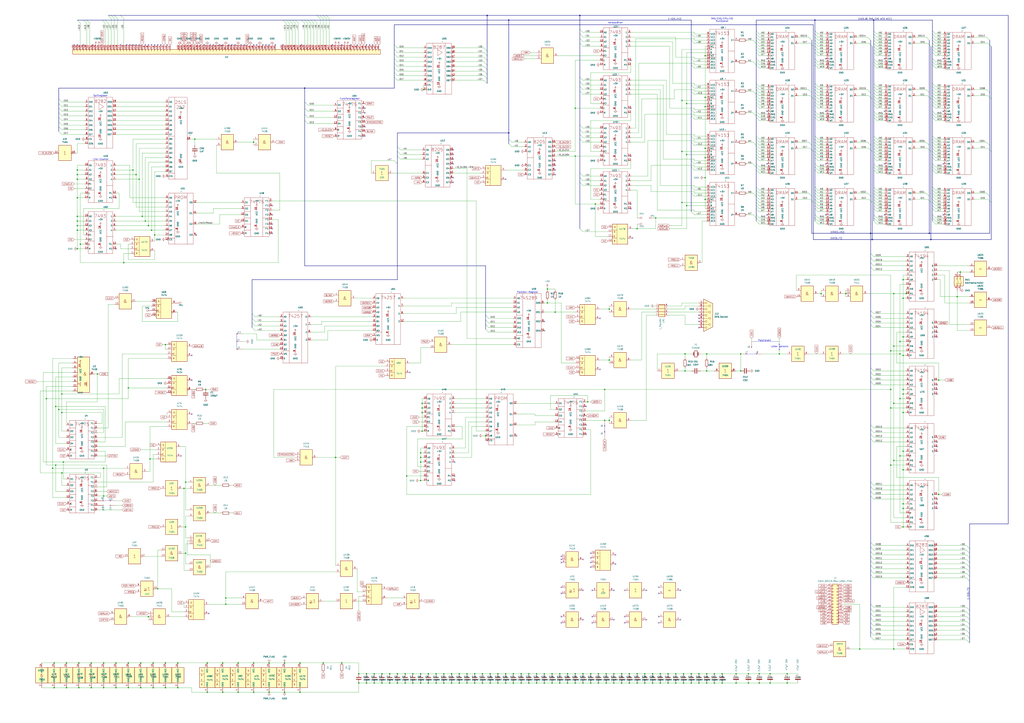
<source format=kicad_sch>
(kicad_sch (version 20250114) (generator "eeschema") (generator_version "9.0")
  (paper "A1")
  (title_block (title "ABG-K7072") (date "2025-04-23") (rev "1") (company "Robotron") (comment 1 "Revision 1, 23.04.2025, Stefan Berndt"))
  (lib_symbols
    (symbol "Conn_01x01_Pin_1" (pin_numbers (hide yes)) (pin_names (offset 1.016) (hide yes))
      (property "Reference" "J" (at 0 2.54 0))
      (property "Value" "Conn_01x01_Pin" (at 0 -2.54 0))
      (symbol "Conn_01x01_Pin_1_1_1"
        (pin passive line (at 5.08 0 180) (length 3.81) (name "Pin_1") (number "1"))
      )
    )
    (symbol "Connector:Conn_01x01_Pin" (pin_numbers (hide yes)) (pin_names (offset 1.016) (hide yes))
      (property "Reference" "J" (at 0 2.54 0))
      (property "Value" "Conn_01x01_Pin" (at 0 -2.54 0))
      (symbol "Conn_01x01_Pin_1_1"
        (pin passive line (at 5.08 0 180) (length 3.81) (name "Pin_1") (number "1"))
      )
    )
    (symbol "Connector:DE9_Socket" (pin_names (offset 1.016) (hide yes))
      (property "Reference" "J" (at 0 13.97 0))
      (property "Value" "DE9_Socket" (at 0 -14.605 0))
      (symbol "DE9_Socket_1_1"
        (pin passive line (at -7.62 10.16 0) (length 3.81) (name "1") (number "1"))
        (pin passive line (at -7.62 7.62 0) (length 3.81) (name "6") (number "6"))
        (pin passive line (at -7.62 5.08 0) (length 3.81) (name "2") (number "2"))
        (pin passive line (at -7.62 2.54 0) (length 3.81) (name "7") (number "7"))
        (pin passive line (at -7.62 0 0) (length 3.81) (name "3") (number "3"))
        (pin passive line (at -7.62 -2.54 0) (length 3.81) (name "8") (number "8"))
        (pin passive line (at -7.62 -5.08 0) (length 3.81) (name "4") (number "4"))
        (pin passive line (at -7.62 -7.62 0) (length 3.81) (name "9") (number "9"))
        (pin passive line (at -7.62 -10.16 0) (length 3.81) (name "5") (number "5"))
      )
    )
    (symbol "Connector:TestPoint" (pin_numbers (hide yes)) (pin_names (offset 0.762) (hide yes))
      (property "Reference" "TP" (at 0 6.858 0))
      (property "Value" "TestPoint" (at 0 5.08 0))
      (symbol "TestPoint_1_1"
        (pin passive line (at 0 0 90) (length 2.54) (name "1") (number "1"))
      )
    )
    (symbol "Connector_Generic:Conn_02x13_Row_Letter_First" (pin_names (offset 1.016) (hide yes))
      (property "Reference" "J" (at 1.27 17.78 0))
      (property "Value" "Conn_02x13_Row_Letter_First" (at 1.27 -17.78 0))
      (symbol "Conn_02x13_Row_Letter_First_1_1"
        (pin passive line (at -5.08 15.24 0) (length 3.81) (name "Pin_a1") (number "a1"))
        (pin passive line (at -5.08 12.7 0) (length 3.81) (name "Pin_a2") (number "a2"))
        (pin passive line (at -5.08 10.16 0) (length 3.81) (name "Pin_a3") (number "a3"))
        (pin passive line (at -5.08 7.62 0) (length 3.81) (name "Pin_a4") (number "a4"))
        (pin passive line (at -5.08 5.08 0) (length 3.81) (name "Pin_a5") (number "a5"))
        (pin passive line (at -5.08 2.54 0) (length 3.81) (name "Pin_a6") (number "a6"))
        (pin passive line (at -5.08 0 0) (length 3.81) (name "Pin_a7") (number "a7"))
        (pin passive line (at -5.08 -2.54 0) (length 3.81) (name "Pin_a8") (number "a8"))
        (pin passive line (at -5.08 -5.08 0) (length 3.81) (name "Pin_a9") (number "a9"))
        (pin passive line (at -5.08 -7.62 0) (length 3.81) (name "Pin_a10") (number "a10"))
        (pin passive line (at -5.08 -10.16 0) (length 3.81) (name "Pin_a11") (number "a11"))
        (pin passive line (at -5.08 -12.7 0) (length 3.81) (name "Pin_a12") (number "a12"))
        (pin passive line (at -5.08 -15.24 0) (length 3.81) (name "Pin_a13") (number "a13"))
        (pin passive line (at 7.62 15.24 180) (length 3.81) (name "Pin_b1") (number "b1"))
        (pin passive line (at 7.62 12.7 180) (length 3.81) (name "Pin_b2") (number "b2"))
        (pin passive line (at 7.62 10.16 180) (length 3.81) (name "Pin_b3") (number "b3"))
        (pin passive line (at 7.62 7.62 180) (length 3.81) (name "Pin_b4") (number "b4"))
        (pin passive line (at 7.62 5.08 180) (length 3.81) (name "Pin_b5") (number "b5"))
        (pin passive line (at 7.62 2.54 180) (length 3.81) (name "Pin_b6") (number "b6"))
        (pin passive line (at 7.62 0 180) (length 3.81) (name "Pin_b7") (number "b7"))
        (pin passive line (at 7.62 -2.54 180) (length 3.81) (name "Pin_b8") (number "b8"))
        (pin passive line (at 7.62 -5.08 180) (length 3.81) (name "Pin_b9") (number "b9"))
        (pin passive line (at 7.62 -7.62 180) (length 3.81) (name "Pin_b10") (number "b10"))
        (pin passive line (at 7.62 -10.16 180) (length 3.81) (name "Pin_b11") (number "b11"))
        (pin passive line (at 7.62 -12.7 180) (length 3.81) (name "Pin_b12") (number "b12"))
        (pin passive line (at 7.62 -15.24 180) (length 3.81) (name "Pin_b13") (number "b13"))
      )
    )
    (symbol "Device:C" (pin_numbers (hide yes)) (pin_names (offset 0.254))
      (property "Reference" "C" (at 0.635 2.54 0))
      (property "Value" "C" (at 0.635 -2.54 0))
      (symbol "C_1_1"
        (pin passive line (at 0 3.81 270) (length 2.794) (name "~") (number "1"))
        (pin passive line (at 0 -3.81 90) (length 2.794) (name "~") (number "2"))
      )
    )
    (symbol "Device:C_Polarized" (pin_numbers (hide yes)) (pin_names (offset 0.254))
      (property "Reference" "C" (at 0.635 2.54 0))
      (property "Value" "C_Polarized" (at 0.635 -2.54 0))
      (symbol "C_Polarized_1_1"
        (pin passive line (at 0 3.81 270) (length 2.794) (name "~") (number "1"))
        (pin passive line (at 0 -3.81 90) (length 2.794) (name "~") (number "2"))
      )
    )
    (symbol "Device:Crystal" (pin_numbers (hide yes)) (pin_names (offset 1.016) (hide yes))
      (property "Reference" "Y" (at 0 3.81 0))
      (property "Value" "Crystal" (at 0 -3.81 0))
      (symbol "Crystal_1_1"
        (pin passive line (at -3.81 0 0) (length 1.27) (name "1") (number "1"))
        (pin passive line (at 3.81 0 180) (length 1.27) (name "2") (number "2"))
      )
    )
    (symbol "Device:L_Pack04"
      (property "Reference" "LN" (at -7.62 0 90))
      (property "Value" "L_Pack04" (at 5.08 0 90))
      (symbol "L_Pack04_1_1"
        (pin passive line (at -5.08 5.08 270) (length 2.54) (name "~") (number "8"))
        (pin passive line (at -5.08 -5.08 90) (length 2.54) (name "~") (number "1"))
        (pin passive line (at -2.54 5.08 270) (length 2.54) (name "~") (number "7"))
        (pin passive line (at -2.54 -5.08 90) (length 2.54) (name "~") (number "2"))
        (pin passive line (at 0 5.08 270) (length 2.54) (name "~") (number "6"))
        (pin passive line (at 0 -5.08 90) (length 2.54) (name "~") (number "3"))
        (pin passive line (at 2.54 5.08 270) (length 2.54) (name "~") (number "5"))
        (pin passive line (at 2.54 -5.08 90) (length 2.54) (name "~") (number "4"))
      )
    )
    (symbol "Device:R" (pin_numbers (hide yes)) (pin_names (offset 0))
      (property "Reference" "R" (at 2.032 0 90))
      (property "Value" "R" (at 0 0 90))
      (symbol "R_1_1"
        (pin passive line (at 0 3.81 270) (length 1.27) (name "~") (number "1"))
        (pin passive line (at 0 -3.81 90) (length 1.27) (name "~") (number "2"))
      )
    )
    (symbol "Robotron_Symbole:25LS252"
      (property "Reference" "U" (at 0 2.54 0))
      (symbol "25LS252_1_1"
        (text "25LS\n252" (at 12.446 -2.286 0) (effects (font (size 2.54 2.54))))
        (pin input line (at 0 0 0) (length 2.54) (name "A0") (number "2"))
        (pin input line (at 0 -3.81 0) (length 2.54) (name "A1") (number "4"))
        (pin input line (at 0 -7.62 0) (length 2.54) (name "A2") (number "6"))
        (pin input line (at 0 -11.43 0) (length 2.54) (name "A3") (number "8"))
        (pin input line (at 0 -15.24 0) (length 2.54) (name "A4") (number "11"))
        (pin input line (at 0 -19.05 0) (length 2.54) (name "A5") (number "13"))
        (pin input line (at 0 -22.86 0) (length 2.54) (name "A6") (number "15"))
        (pin input line (at 0 -26.67 0) (length 2.54) (name "A7") (number "17"))
        (pin input line (at 0 -30.48 0) (length 2.54) (name "B0") (number "3"))
        (pin input line (at 0 -34.29 0) (length 2.54) (name "B1") (number "5"))
        (pin input line (at 0 -38.1 0) (length 2.54) (name "B2") (number "7"))
        (pin input line (at 0 -41.91 0) (length 2.54) (name "B3") (number "9"))
        (pin input line (at 0 -45.72 0) (length 2.54) (name "B4") (number "12"))
        (pin input line (at 0 -49.53 0) (length 2.54) (name "B5") (number "14"))
        (pin input line (at 0 -53.34 0) (length 2.54) (name "B6") (number "16"))
        (pin input line (at 0 -57.15 0) (length 2.54) (name "B7") (number "18"))
        (pin input inverted (at 0 -60.96 0) (length 2.54) (name "Ein") (number "1"))
        (pin power_in line (at 12.7 -11.43 270) (length 2.54) (name "UCC") (number "20"))
        (pin power_in line (at 12.7 -49.53 90) (length 2.54) (name "GND") (number "10"))
        (pin output inverted (at 20.32 -30.48 180) (length 2.54) (name "") (number "19"))
      )
    )
    (symbol "Robotron_Symbole:7400"
      (property "Reference" "U" (at 6.35 7.62 0))
      (property "Value" "7400" (at 5.08 -7.62 0))
      (symbol "7400_0_0"
        (text "&" (at 0 0 0) (effects (font (size 2.54 2.54))))
      )
      (symbol "7400_1_1"
        (pin input line (at -8.89 2.54 0) (length 3.81) (name "~") (number "1"))
        (pin input line (at -8.89 -2.54 0) (length 3.81) (name "~") (number "2"))
        (pin output inverted (at 8.89 0 180) (length 3.81) (name "~") (number "3"))
      )
      (symbol "7400_2_1"
        (pin input line (at -8.89 2.54 0) (length 3.81) (name "~") (number "4"))
        (pin input line (at -8.89 -2.54 0) (length 3.81) (name "~") (number "5"))
        (pin output inverted (at 8.89 0 180) (length 3.81) (name "~") (number "6"))
      )
      (symbol "7400_3_1"
        (pin input line (at -8.89 2.54 0) (length 3.81) (name "~") (number "9"))
        (pin input line (at -8.89 -2.54 0) (length 3.81) (name "~") (number "10"))
        (pin output inverted (at 8.89 0 180) (length 3.81) (name "~") (number "8"))
      )
      (symbol "7400_4_1"
        (pin input line (at -8.89 2.54 0) (length 3.81) (name "~") (number "12"))
        (pin input line (at -8.89 -2.54 0) (length 3.81) (name "~") (number "13"))
        (pin output inverted (at 8.89 0 180) (length 3.81) (name "~") (number "11"))
      )
      (symbol "7400_5_1"
        (pin power_in line (at 0 10.16 270) (length 3.81) (name "VCC") (number "14"))
        (pin power_in line (at 0 -10.16 90) (length 3.81) (name "GND") (number "7"))
      )
    )
    (symbol "Robotron_Symbole:7402"
      (property "Reference" "U" (at -2.794 -4.318 0))
      (property "Value" "7402" (at -0.254 3.81 0))
      (symbol "7402_0_0"
        (text ">1" (at 0 0 0) (effects (font (size 2.54 2.54))))
      )
      (symbol "7402_1_1"
        (pin input line (at -8.89 2.54 0) (length 3.81) (name "~") (number "2"))
        (pin input line (at -8.89 -2.54 0) (length 3.81) (name "~") (number "3"))
        (pin output inverted (at 8.89 0 180) (length 3.81) (name "~") (number "1"))
      )
      (symbol "7402_2_1"
        (pin input line (at -8.89 2.54 0) (length 3.81) (name "~") (number "5"))
        (pin input line (at -8.89 -2.54 0) (length 3.81) (name "~") (number "6"))
        (pin output inverted (at 8.89 0 180) (length 3.81) (name "~") (number "4"))
      )
      (symbol "7402_3_1"
        (pin input line (at -8.89 2.54 0) (length 3.81) (name "~") (number "8"))
        (pin input line (at -8.89 -2.54 0) (length 3.81) (name "~") (number "9"))
        (pin output inverted (at 8.89 0 180) (length 3.81) (name "~") (number "10"))
      )
      (symbol "7402_4_1"
        (pin input line (at -8.89 2.54 0) (length 3.81) (name "~") (number "11"))
        (pin input line (at -8.89 -2.54 0) (length 3.81) (name "~") (number "12"))
        (pin output inverted (at 8.89 0 180) (length 3.81) (name "~") (number "13"))
      )
      (symbol "7402_5_1"
        (pin power_in line (at 0 10.16 270) (length 3.81) (name "VCC") (number "14"))
        (pin power_in line (at 0 -10.16 90) (length 3.81) (name "GND") (number "7"))
      )
    )
    (symbol "Robotron_Symbole:7404"
      (property "Reference" "U" (at -3.556 -4.318 0))
      (property "Value" "7404" (at -0.508 3.81 0))
      (symbol "7404_0_0"
        (text "1" (at 0 0 0) (effects (font (size 2.54 2.54))))
      )
      (symbol "7404_1_1"
        (pin input line (at -8.89 0 0) (length 3.81) (name "~") (number "1"))
        (pin output inverted (at 8.89 0 180) (length 3.81) (name "~") (number "2"))
      )
      (symbol "7404_2_1"
        (pin input line (at -8.89 0 0) (length 3.81) (name "~") (number "3"))
        (pin output inverted (at 8.89 0 180) (length 3.81) (name "~") (number "4"))
      )
      (symbol "7404_3_1"
        (pin input line (at -8.89 0 0) (length 3.81) (name "~") (number "5"))
        (pin output inverted (at 8.89 0 180) (length 3.81) (name "~") (number "6"))
      )
      (symbol "7404_4_1"
        (pin input line (at -8.89 0 0) (length 3.81) (name "~") (number "9"))
        (pin output inverted (at 8.89 0 180) (length 3.81) (name "~") (number "8"))
      )
      (symbol "7404_5_1"
        (pin input line (at -8.89 0 0) (length 3.81) (name "~") (number "11"))
        (pin output inverted (at 8.89 0 180) (length 3.81) (name "~") (number "10"))
      )
      (symbol "7404_6_1"
        (pin input line (at -8.89 0 0) (length 3.81) (name "~") (number "13"))
        (pin output inverted (at 8.89 0 180) (length 3.81) (name "~") (number "12"))
      )
      (symbol "7404_7_1"
        (pin power_in line (at 0 10.16 270) (length 3.81) (name "VCC") (number "14"))
        (pin power_in line (at 0 -10.16 90) (length 3.81) (name "GND") (number "7"))
      )
    )
    (symbol "Robotron_Symbole:7408"
      (property "Reference" "U" (at 6.35 7.62 0))
      (property "Value" "7408" (at 5.08 -7.62 0))
      (symbol "7408_0_0"
        (text "&" (at 0 0 0) (effects (font (size 2.54 2.54))))
      )
      (symbol "7408_1_1"
        (pin input line (at -8.89 2.54 0) (length 3.81) (name "~") (number "1"))
        (pin input line (at -8.89 -2.54 0) (length 3.81) (name "~") (number "2"))
        (pin output line (at 8.89 0 180) (length 3.81) (name "~") (number "3"))
      )
      (symbol "7408_2_1"
        (pin input line (at -8.89 2.54 0) (length 3.81) (name "~") (number "4"))
        (pin input line (at -8.89 -2.54 0) (length 3.81) (name "~") (number "5"))
        (pin output line (at 8.89 0 180) (length 3.81) (name "~") (number "6"))
      )
      (symbol "7408_3_1"
        (pin input line (at -8.89 2.54 0) (length 3.81) (name "~") (number "9"))
        (pin input line (at -8.89 -2.54 0) (length 3.81) (name "~") (number "10"))
        (pin output line (at 8.89 0 180) (length 3.81) (name "~") (number "8"))
      )
      (symbol "7408_4_1"
        (pin input line (at -8.89 2.54 0) (length 3.81) (name "~") (number "12"))
        (pin input line (at -8.89 -2.54 0) (length 3.81) (name "~") (number "13"))
        (pin output line (at 8.89 0 180) (length 3.81) (name "~") (number "11"))
      )
      (symbol "7408_5_1"
        (pin power_in line (at 0 10.16 270) (length 3.81) (name "VCC") (number "14"))
        (pin power_in line (at 0 -10.16 90) (length 3.81) (name "GND") (number "7"))
      )
    )
    (symbol "Robotron_Symbole:7410"
      (property "Reference" "U" (at 6.35 7.62 0))
      (property "Value" "7410" (at 5.08 -7.62 0))
      (symbol "7410_0_0"
        (text "&" (at 0 0 0) (effects (font (size 2.54 2.54))))
      )
      (symbol "7410_1_1"
        (pin input line (at -8.89 2.54 0) (length 3.81) (name "~") (number "3"))
        (pin input line (at -8.89 0 0) (length 3.81) (name "~") (number "4"))
        (pin input line (at -8.89 -2.54 0) (length 3.81) (name "~") (number "5"))
        (pin output inverted (at 8.89 0 180) (length 3.81) (name "~") (number "6"))
      )
      (symbol "7410_2_1"
        (pin input line (at -8.89 2.54 0) (length 3.81) (name "~") (number "1"))
        (pin input line (at -8.89 0 0) (length 3.81) (name "~") (number "2"))
        (pin input line (at -8.89 -2.54 0) (length 3.81) (name "~") (number "13"))
        (pin output inverted (at 8.89 0 180) (length 3.81) (name "~") (number "12"))
      )
      (symbol "7410_3_1"
        (pin input line (at -8.89 2.54 0) (length 3.81) (name "~") (number "11"))
        (pin input line (at -8.89 0 0) (length 3.81) (name "~") (number "10"))
        (pin input line (at -8.89 -2.54 0) (length 3.81) (name "~") (number "9"))
        (pin output inverted (at 8.89 0 180) (length 3.81) (name "~") (number "8"))
      )
      (symbol "7410_4_1"
        (pin power_in line (at 0 10.16 270) (length 3.81) (name "VCC") (number "14"))
        (pin power_in line (at 0 -10.16 90) (length 3.81) (name "GND") (number "7"))
      )
    )
    (symbol "Robotron_Symbole:7411"
      (property "Reference" "U" (at 6.35 7.62 0))
      (property "Value" "7411" (at 5.08 -7.62 0))
      (symbol "7411_0_0"
        (text "&" (at 0 0 0) (effects (font (size 2.54 2.54))))
      )
      (symbol "7411_1_1"
        (pin input line (at -8.89 2.54 0) (length 3.81) (name "~") (number "3"))
        (pin input line (at -8.89 0 0) (length 3.81) (name "~") (number "4"))
        (pin input line (at -8.89 -2.54 0) (length 3.81) (name "~") (number "5"))
        (pin output line (at 8.89 0 180) (length 3.81) (name "~") (number "6"))
      )
      (symbol "7411_2_1"
        (pin input line (at -8.89 2.54 0) (length 3.81) (name "~") (number "1"))
        (pin input line (at -8.89 0 0) (length 3.81) (name "~") (number "2"))
        (pin input line (at -8.89 -2.54 0) (length 3.81) (name "~") (number "13"))
        (pin output line (at 8.89 0 180) (length 3.81) (name "~") (number "12"))
      )
      (symbol "7411_3_1"
        (pin input line (at -8.89 2.54 0) (length 3.81) (name "~") (number "11"))
        (pin input line (at -8.89 0 0) (length 3.81) (name "~") (number "10"))
        (pin input line (at -8.89 -2.54 0) (length 3.81) (name "~") (number "9"))
        (pin output line (at 8.89 0 180) (length 3.81) (name "~") (number "8"))
      )
      (symbol "7411_4_1"
        (pin power_in line (at 0 10.16 270) (length 3.81) (name "VCC") (number "14"))
        (pin power_in line (at 0 -10.16 90) (length 3.81) (name "GND") (number "7"))
      )
    )
    (symbol "Robotron_Symbole:74153"
      (property "Reference" "U" (at 0 2.54 0))
      (symbol "74153_1_1"
        (text "74153" (at 12.7 0.508 0) (effects (font (size 2.54 2.54))))
        (pin input line (at 0 0 0) (length 2.54) (name "1C0") (number "6"))
        (pin input line (at 0 -2.54 0) (length 2.54) (name "1C1") (number "5"))
        (pin input line (at 0 -5.08 0) (length 2.54) (name "1C2") (number "4"))
        (pin input line (at 0 -7.62 0) (length 2.54) (name "1C3") (number "3"))
        (pin input inverted (at 0 -10.16 0) (length 2.54) (name "W1") (number "1"))
        (pin input line (at 0 -12.7 0) (length 2.54) (name "A") (number "14"))
        (pin input line (at 0 -15.24 0) (length 2.54) (name "B") (number "2"))
        (pin input line (at 0 -17.78 0) (length 2.54) (name "W2") (number "15"))
        (pin input line (at 0 -20.32 0) (length 2.54) (name "2C0") (number "10"))
        (pin input line (at 0 -22.86 0) (length 2.54) (name "2C1") (number "11"))
        (pin input line (at 0 -25.4 0) (length 2.54) (name "2C2") (number "12"))
        (pin input line (at 0 -27.94 0) (length 2.54) (name "2C3") (number "13"))
        (pin power_in line (at 12.7 -8.89 270) (length 2.54) (name "UCC") (number "16"))
        (pin power_in line (at 12.7 -25.4 90) (length 2.54) (name "GND") (number "8"))
        (pin output line (at 25.4 -5.08 180) (length 2.54) (name "1Y") (number "7"))
        (pin output line (at 25.4 -22.86 180) (length 2.54) (name "2Y") (number "9"))
      )
    )
    (symbol "Robotron_Symbole:74175"
      (property "Reference" "U" (at 0 2.54 0))
      (symbol "74175_1_1"
        (text "74175" (at 12.7 0.508 0) (effects (font (size 2.54 2.54))))
        (pin input line (at 0 0 0) (length 2.54) (name "D1") (number "4"))
        (pin input line (at 0 -5.08 0) (length 2.54) (name "D2") (number "5"))
        (pin input line (at 0 -10.16 0) (length 2.54) (name "D3") (number "12"))
        (pin input line (at 0 -15.24 0) (length 2.54) (name "D4") (number "13"))
        (pin input clock (at 0 -20.32 0) (length 2.54) (name "C") (number "9"))
        (pin input inverted (at 0 -25.4 0) (length 2.54) (name "R") (number "1"))
        (pin power_in line (at 12.7 -3.81 270) (length 2.54) (name "UCC") (number "16"))
        (pin power_in line (at 12.7 -20.32 90) (length 2.54) (name "GND") (number "8"))
        (pin output line (at 25.4 1.27 180) (length 2.54) (name "F1") (number "2"))
        (pin output inverted (at 25.4 -2.54 180) (length 2.54) (name "F1") (number "3"))
        (pin output line (at 25.4 -6.35 180) (length 2.54) (name "F2") (number "7"))
        (pin output inverted (at 25.4 -10.16 180) (length 2.54) (name "F2") (number "6"))
        (pin output line (at 25.4 -13.97 180) (length 2.54) (name "F3") (number "10"))
        (pin output inverted (at 25.4 -17.78 180) (length 2.54) (name "F3") (number "11"))
        (pin output line (at 25.4 -21.59 180) (length 2.54) (name "F4") (number "15"))
        (pin output inverted (at 25.4 -25.4 180) (length 2.54) (name "F4") (number "14"))
      )
    )
    (symbol "Robotron_Symbole:74193"
      (property "Reference" "U" (at 0 2.54 0))
      (symbol "74193_1_1"
        (text "7493" (at 12.446 0.254 0) (effects (font (size 2.54 2.54))))
        (pin input line (at 0 0 0) (length 2.54) (name "A0") (number "15"))
        (pin input line (at 0 -3.81 0) (length 2.54) (name "A1") (number "1"))
        (pin input line (at 0 -7.62 0) (length 2.54) (name "A2") (number "10"))
        (pin input line (at 0 -11.43 0) (length 2.54) (name "A3") (number "9"))
        (pin input clock (at 0 -15.24 0) (length 2.54) (name "T1") (number "5"))
        (pin input clock (at 0 -19.05 0) (length 2.54) (name "T2") (number "4"))
        (pin input inverted (at 0 -22.86 0) (length 2.54) (name "L") (number "11"))
        (pin input line (at 0 -26.67 0) (length 2.54) (name "R") (number "14"))
        (pin power_in line (at 12.7 -7.62 270) (length 2.54) (name "UCC") (number "16"))
        (pin power_in line (at 12.7 -24.13 90) (length 2.54) (name "GND") (number "8"))
        (pin output line (at 25.4 0 180) (length 2.54) (name "1") (number "3"))
        (pin output line (at 25.4 -3.81 180) (length 2.54) (name "2") (number "2"))
        (pin output line (at 25.4 -7.62 180) (length 2.54) (name "3") (number "6"))
        (pin output line (at 25.4 -11.43 180) (length 2.54) (name "4") (number "7"))
        (pin output line (at 25.4 -22.86 180) (length 2.54) (name "P1") (number "12"))
        (pin output line (at 25.4 -26.67 180) (length 2.54) (name "P2") (number "13"))
      )
    )
    (symbol "Robotron_Symbole:74194"
      (property "Reference" "U" (at 0 2.54 0))
      (symbol "74194_1_1"
        (text "74194" (at 12.446 0.254 0) (effects (font (size 2.54 2.54))))
        (pin input line (at 0 0 0) (length 2.54) (name "A0") (number "3"))
        (pin input line (at 0 -3.81 0) (length 2.54) (name "A1") (number "4"))
        (pin input line (at 0 -7.62 0) (length 2.54) (name "A2") (number "5"))
        (pin input line (at 0 -11.43 0) (length 2.54) (name "A3") (number "6"))
        (pin input line (at 0 -15.24 0) (length 2.54) (name "AL") (number "7"))
        (pin input line (at 0 -19.05 0) (length 2.54) (name "AR") (number "2"))
        (pin input clock (at 0 -22.86 0) (length 2.54) (name "T") (number "11"))
        (pin input line (at 0 -26.67 0) (length 2.54) (name "M0") (number "9"))
        (pin input line (at 0 -30.48 0) (length 2.54) (name "M1") (number "10"))
        (pin input inverted (at 0 -34.29 0) (length 2.54) (name "R") (number "1"))
        (pin power_in line (at 12.7 -6.35 270) (length 2.54) (name "UCC") (number "16"))
        (pin power_in line (at 12.7 -29.21 90) (length 2.54) (name "GND") (number "8"))
        (pin output line (at 25.4 -7.62 180) (length 2.54) (name "0") (number "15"))
        (pin output line (at 25.4 -11.43 180) (length 2.54) (name "1") (number "14"))
        (pin output line (at 25.4 -15.24 180) (length 2.54) (name "2") (number "13"))
        (pin output line (at 25.4 -19.05 180) (length 2.54) (name "3") (number "12"))
      )
    )
    (symbol "Robotron_Symbole:74257"
      (property "Reference" "U" (at 0 2.54 0))
      (symbol "74257_1_1"
        (text "74257" (at 12.7 0.508 0) (effects (font (size 2.54 2.54))))
        (pin input line (at 0 0 0) (length 2.54) (name "A0") (number "2"))
        (pin input line (at 0 -3.81 0) (length 2.54) (name "A1") (number "5"))
        (pin input line (at 0 -7.62 0) (length 2.54) (name "A2") (number "11"))
        (pin input line (at 0 -11.43 0) (length 2.54) (name "A3") (number "14"))
        (pin input line (at 0 -15.24 0) (length 2.54) (name "B0") (number "3"))
        (pin input line (at 0 -19.05 0) (length 2.54) (name "B1") (number "6"))
        (pin input line (at 0 -22.86 0) (length 2.54) (name "B2") (number "10"))
        (pin input line (at 0 -26.67 0) (length 2.54) (name "B3") (number "13"))
        (pin input line (at 0 -30.48 0) (length 2.54) (name "WS") (number "1"))
        (pin input inverted (at 0 -34.29 0) (length 2.54) (name "S") (number "15"))
        (pin power_in line (at 12.7 -12.7 270) (length 2.54) (name "UCC") (number "16"))
        (pin power_in line (at 12.7 -29.21 90) (length 2.54) (name "GND") (number "8"))
        (pin output line (at 25.4 0 180) (length 2.54) (name "0") (number "4"))
        (pin output line (at 25.4 -6.35 180) (length 2.54) (name "1") (number "7"))
        (pin output line (at 25.4 -12.7 180) (length 2.54) (name "2") (number "9"))
        (pin output line (at 25.4 -19.05 180) (length 2.54) (name "3") (number "12"))
      )
    )
    (symbol "Robotron_Symbole:7430"
      (property "Reference" "U" (at -0.254 -15.494 0))
      (property "Value" "7430" (at 1.524 -1.016 0))
      (symbol "7430_0_0"
        (text "&" (at 1.27 -7.62 0) (effects (font (size 2.54 2.54))))
      )
      (symbol "7430_1_1"
        (pin input line (at -8.89 5.08 0) (length 3.81) (name "~") (number "3"))
        (pin input line (at -8.89 1.27 0) (length 3.81) (name "~") (number "4"))
        (pin input line (at -8.89 -2.54 0) (length 3.81) (name "~") (number "5"))
        (pin input line (at -8.89 -6.35 0) (length 3.81) (name "~") (number "1"))
        (pin input line (at -8.89 -10.16 0) (length 3.81) (name "~") (number "12"))
        (pin input line (at -8.89 -13.97 0) (length 3.81) (name "~") (number "6"))
        (pin input line (at -8.89 -17.78 0) (length 3.81) (name "~") (number "11"))
        (pin input line (at -8.89 -21.59 0) (length 3.81) (name "~") (number "2"))
        (pin power_in line (at -2.54 1.27 270) (length 3.81) (name "UCC") (number "14"))
        (pin power_in line (at -2.54 -17.78 90) (length 3.81) (name "GND") (number "7"))
        (pin free line (at 2.54 -17.78 90) (length 3.81) (name "~") (number "13"))
        (pin output inverted (at 8.89 -7.62 180) (length 3.81) (name "~") (number "8"))
      )
    )
    (symbol "Robotron_Symbole:7438"
      (property "Reference" "U" (at 6.35 7.62 0))
      (property "Value" "7438" (at 5.08 -7.62 0))
      (symbol "7438_0_0"
        (text "&" (at 0 0 0) (effects (font (size 2.54 2.54))))
      )
      (symbol "7438_1_1"
        (pin input line (at -8.89 2.54 0) (length 3.81) (name "~") (number "1"))
        (pin input line (at -8.89 -2.54 0) (length 3.81) (name "~") (number "2"))
        (pin open_collector inverted (at 8.89 0 180) (length 3.81) (name "~") (number "3"))
      )
      (symbol "7438_2_1"
        (pin input line (at -8.89 2.54 0) (length 3.81) (name "~") (number "4"))
        (pin input line (at -8.89 -2.54 0) (length 3.81) (name "~") (number "5"))
        (pin open_collector inverted (at 8.89 0 180) (length 3.81) (name "~") (number "6"))
      )
      (symbol "7438_3_1"
        (pin input line (at -8.89 2.54 0) (length 3.81) (name "~") (number "9"))
        (pin input line (at -8.89 -2.54 0) (length 3.81) (name "~") (number "10"))
        (pin open_collector inverted (at 8.89 0 180) (length 3.81) (name "~") (number "8"))
      )
      (symbol "7438_4_1"
        (pin input line (at -8.89 2.54 0) (length 3.81) (name "~") (number "12"))
        (pin input line (at -8.89 -2.54 0) (length 3.81) (name "~") (number "13"))
        (pin open_collector inverted (at 8.89 0 180) (length 3.81) (name "~") (number "11"))
      )
      (symbol "7438_5_1"
        (pin power_in line (at 0 10.16 270) (length 3.81) (name "VCC") (number "14"))
        (pin power_in line (at 0 -10.16 90) (length 3.81) (name "GND") (number "7"))
      )
    )
    (symbol "Robotron_Symbole:7474"
      (property "Reference" "U" (at 6.35 7.62 0))
      (property "Value" "7474" (at 5.588 -11.938 0))
      (symbol "7474_1_1"
        (text "D" (at -3.302 0 0) (effects (font (size 1.27 1.27))))
        (text "C" (at -3.302 -3.81 0) (effects (font (size 1.27 1.27))))
        (text "R" (at -3.302 -7.62 0) (effects (font (size 1.27 1.27))))
        (text "S" (at -3.048 3.81 0) (effects (font (size 1.27 1.27))))
        (pin input inverted (at -8.89 3.81 0) (length 3.81) (name "~") (number "4"))
        (pin input line (at -8.89 0 0) (length 3.81) (name "~") (number "2"))
        (pin input clock (at -8.89 -3.81 0) (length 3.81) (name "~") (number "3"))
        (pin input inverted (at -8.89 -7.62 0) (length 3.81) (name "~") (number "1"))
        (pin output line (at 11.43 2.54 180) (length 3.81) (name "~") (number "5"))
        (pin output inverted (at 11.43 -5.08 180) (length 3.81) (name "~") (number "6"))
      )
      (symbol "7474_2_1"
        (text "D" (at -3.302 0 0) (effects (font (size 1.27 1.27))))
        (text "C" (at -3.302 -3.81 0) (effects (font (size 1.27 1.27))))
        (text "R" (at -3.302 -7.62 0) (effects (font (size 1.27 1.27))))
        (text "S" (at -3.048 3.81 0) (effects (font (size 1.27 1.27))))
        (pin input inverted (at -8.89 3.81 0) (length 3.81) (name "~") (number "10"))
        (pin input line (at -8.89 0 0) (length 3.81) (name "~") (number "12"))
        (pin input clock (at -8.89 -3.81 0) (length 3.81) (name "~") (number "11"))
        (pin input inverted (at -8.89 -7.62 0) (length 3.81) (name "~") (number "13"))
        (pin output line (at 11.43 2.54 180) (length 3.81) (name "~") (number "9"))
        (pin output inverted (at 11.43 -5.08 180) (length 3.81) (name "~") (number "8"))
      )
      (symbol "7474_3_1"
        (text "D" (at -3.302 0 0) (effects (font (size 1.27 1.27))))
        (text "C" (at -3.302 -3.81 0) (effects (font (size 1.27 1.27))))
        (text "R" (at -3.302 -7.62 0) (effects (font (size 1.27 1.27))))
        (text "S" (at -3.048 3.81 0) (effects (font (size 1.27 1.27))))
        (pin power_in line (at 1.27 10.16 270) (length 3.81) (name "VCC") (number "14"))
        (pin power_in line (at 1.27 -13.97 90) (length 3.81) (name "GND") (number "7"))
      )
    )
    (symbol "Robotron_Symbole:7486"
      (property "Reference" "U" (at 6.35 7.62 0))
      (property "Value" "7486" (at 5.08 -7.62 0))
      (symbol "7486_0_0"
        (text "=" (at 0 0 0) (effects (font (size 2.54 2.54))))
      )
      (symbol "7486_1_1"
        (pin input line (at -8.89 2.54 0) (length 3.81) (name "~") (number "1"))
        (pin input line (at -8.89 -2.54 0) (length 3.81) (name "~") (number "2"))
        (pin output line (at 8.89 0 180) (length 3.81) (name "~") (number "3"))
      )
      (symbol "7486_2_1"
        (pin input line (at -8.89 2.54 0) (length 3.81) (name "~") (number "4"))
        (pin input line (at -8.89 -2.54 0) (length 3.81) (name "~") (number "5"))
        (pin output line (at 8.89 0 180) (length 3.81) (name "~") (number "6"))
      )
      (symbol "7486_3_1"
        (pin input line (at -8.89 2.54 0) (length 3.81) (name "~") (number "9"))
        (pin input line (at -8.89 -2.54 0) (length 3.81) (name "~") (number "10"))
        (pin output line (at 8.89 0 180) (length 3.81) (name "~") (number "8"))
      )
      (symbol "7486_4_1"
        (pin input line (at -8.89 2.54 0) (length 3.81) (name "~") (number "12"))
        (pin input line (at -8.89 -2.54 0) (length 3.81) (name "~") (number "13"))
        (pin output line (at 8.89 0 180) (length 3.81) (name "~") (number "11"))
      )
      (symbol "7486_5_1"
        (pin power_in line (at 0 10.16 270) (length 3.81) (name "VCC") (number "14"))
        (pin power_in line (at 0 -10.16 90) (length 3.81) (name "GND") (number "7"))
      )
    )
    (symbol "Robotron_Symbole:74S289"
      (property "Reference" "U" (at 0 2.54 0))
      (symbol "74S289_1_1"
        (text "74S289" (at 12.446 0.254 0) (effects (font (size 2.54 2.54))))
        (pin input line (at 0 0 0) (length 2.54) (name "A0") (number "1"))
        (pin input line (at 0 -3.81 0) (length 2.54) (name "A1") (number "15"))
        (pin input line (at 0 -7.62 0) (length 2.54) (name "A2") (number "14"))
        (pin input line (at 0 -11.43 0) (length 2.54) (name "A3") (number "13"))
        (pin input line (at 0 -16.51 0) (length 2.54) (name "DI0") (number "4"))
        (pin input line (at 0 -20.32 0) (length 2.54) (name "DI1") (number "6"))
        (pin input line (at 0 -24.13 0) (length 2.54) (name "DI2") (number "10"))
        (pin input line (at 0 -27.94 0) (length 2.54) (name "DI3") (number "12"))
        (pin input inverted (at 0 -33.02 0) (length 2.54) (name "WE") (number "3"))
        (pin input inverted (at 0 -38.1 0) (length 2.54) (name "CS") (number "2"))
        (pin power_in line (at 12.7 -15.24 270) (length 2.54) (name "UCC") (number "16"))
        (pin power_in line (at 12.7 -30.48 90) (length 2.54) (name "GND") (number "8"))
        (pin tri_state inverted (at 25.4 -3.81 180) (length 2.54) (name "DO0") (number "5"))
        (pin tri_state inverted (at 25.4 -11.43 180) (length 2.54) (name "DO1") (number "7"))
        (pin tri_state inverted (at 25.4 -19.05 180) (length 2.54) (name "DO2") (number "9"))
        (pin tri_state inverted (at 25.4 -26.67 180) (length 2.54) (name "DO3") (number "11"))
      )
    )
    (symbol "Robotron_Symbole:8205"
      (property "Reference" "U" (at 0 2.54 0))
      (symbol "8205_1_1"
        (text "8205" (at 12.446 0.254 0) (effects (font (size 2.54 2.54))))
        (pin input line (at 0 0 0) (length 2.54) (name "A0") (number "1"))
        (pin input line (at 0 -3.81 0) (length 2.54) (name "A1") (number "2"))
        (pin input line (at 0 -7.62 0) (length 2.54) (name "A2") (number "3"))
        (pin input inverted (at 0 -19.05 0) (length 2.54) (name "E1") (number "4"))
        (pin input inverted (at 0 -22.86 0) (length 2.54) (name "E2") (number "5"))
        (pin input line (at 0 -26.67 0) (length 2.54) (name "E3") (number "6"))
        (pin power_in line (at 12.7 -7.62 270) (length 2.54) (name "UCC") (number "16"))
        (pin power_in line (at 12.7 -24.13 90) (length 2.54) (name "GND") (number "8"))
        (pin output inverted (at 25.4 0 180) (length 2.54) (name "O0") (number "15"))
        (pin output inverted (at 25.4 -3.81 180) (length 2.54) (name "O1") (number "14"))
        (pin output inverted (at 25.4 -7.62 180) (length 2.54) (name "O2") (number "13"))
        (pin output inverted (at 25.4 -11.43 180) (length 2.54) (name "O3") (number "12"))
        (pin output inverted (at 25.4 -15.24 180) (length 2.54) (name "O4") (number "11"))
        (pin output inverted (at 25.4 -19.05 180) (length 2.54) (name "O5") (number "10"))
        (pin output inverted (at 25.4 -22.86 180) (length 2.54) (name "O6") (number "9"))
        (pin output inverted (at 25.4 -26.67 180) (length 2.54) (name "O7") (number "7"))
      )
    )
    (symbol "Robotron_Symbole:8282"
      (property "Reference" "U" (at 0 2.54 0))
      (symbol "8282_1_1"
        (text "8282" (at 12.7 0.508 0) (effects (font (size 2.54 2.54))))
        (pin input line (at 0 0 0) (length 2.54) (name "DI0") (number "1"))
        (pin input line (at 0 -3.81 0) (length 2.54) (name "DI1") (number "2"))
        (pin input line (at 0 -7.62 0) (length 2.54) (name "DI2") (number "3"))
        (pin input line (at 0 -11.43 0) (length 2.54) (name "DI3") (number "4"))
        (pin input line (at 0 -15.24 0) (length 2.54) (name "DI4") (number "5"))
        (pin input line (at 0 -19.05 0) (length 2.54) (name "DI5") (number "6"))
        (pin input line (at 0 -22.86 0) (length 2.54) (name "DI6") (number "7"))
        (pin input line (at 0 -26.67 0) (length 2.54) (name "DI7") (number "8"))
        (pin input inverted (at 0 -30.48 0) (length 2.54) (name "CS") (number "9"))
        (pin input line (at 0 -34.29 0) (length 2.54) (name "STB") (number "11"))
        (pin power_in line (at 12.7 -12.7 270) (length 2.54) (name "UCC") (number "20"))
        (pin power_in line (at 12.7 -29.21 90) (length 2.54) (name "GND") (number "10"))
        (pin tri_state line (at 25.4 0 180) (length 2.54) (name "DO0") (number "19"))
        (pin tri_state line (at 25.4 -3.81 180) (length 2.54) (name "DO1") (number "18"))
        (pin tri_state line (at 25.4 -7.62 180) (length 2.54) (name "DO2") (number "17"))
        (pin tri_state line (at 25.4 -11.43 180) (length 2.54) (name "DO3") (number "16"))
        (pin tri_state line (at 25.4 -15.24 180) (length 2.54) (name "DO4") (number "15"))
        (pin tri_state line (at 25.4 -19.05 180) (length 2.54) (name "DO5") (number "14"))
        (pin tri_state line (at 25.4 -22.86 180) (length 2.54) (name "DO6") (number "13"))
        (pin tri_state line (at 25.4 -26.67 180) (length 2.54) (name "DO7") (number "12"))
      )
    )
    (symbol "Robotron_Symbole:8283"
      (property "Reference" "U" (at 0 2.54 0))
      (symbol "8283_1_1"
        (text "8283" (at 12.7 0.508 0) (effects (font (size 2.54 2.54))))
        (pin input line (at 0 0 0) (length 2.54) (name "DI0") (number "1"))
        (pin input line (at 0 -3.81 0) (length 2.54) (name "DI1") (number "2"))
        (pin input line (at 0 -7.62 0) (length 2.54) (name "DI2") (number "3"))
        (pin input line (at 0 -11.43 0) (length 2.54) (name "DI3") (number "4"))
        (pin input line (at 0 -15.24 0) (length 2.54) (name "DI4") (number "5"))
        (pin input line (at 0 -19.05 0) (length 2.54) (name "DI5") (number "6"))
        (pin input line (at 0 -22.86 0) (length 2.54) (name "DI6") (number "7"))
        (pin input line (at 0 -26.67 0) (length 2.54) (name "DI7") (number "8"))
        (pin input inverted (at 0 -30.48 0) (length 2.54) (name "CS") (number "9"))
        (pin input line (at 0 -34.29 0) (length 2.54) (name "STB") (number "11"))
        (pin power_in line (at 12.7 -12.7 270) (length 2.54) (name "UCC") (number "20"))
        (pin power_in line (at 12.7 -29.21 90) (length 2.54) (name "GND") (number "10"))
        (pin tri_state inverted (at 25.4 0 180) (length 2.54) (name "DO0") (number "19"))
        (pin tri_state inverted (at 25.4 -3.81 180) (length 2.54) (name "DO1") (number "18"))
        (pin tri_state inverted (at 25.4 -7.62 180) (length 2.54) (name "DO2") (number "17"))
        (pin tri_state inverted (at 25.4 -11.43 180) (length 2.54) (name "DO3") (number "16"))
        (pin tri_state inverted (at 25.4 -15.24 180) (length 2.54) (name "DO4") (number "15"))
        (pin tri_state inverted (at 25.4 -19.05 180) (length 2.54) (name "DO5") (number "14"))
        (pin tri_state inverted (at 25.4 -22.86 180) (length 2.54) (name "DO6") (number "13"))
        (pin tri_state inverted (at 25.4 -26.67 180) (length 2.54) (name "DO7") (number "12"))
      )
    )
    (symbol "Robotron_Symbole:8287"
      (property "Reference" "U" (at 0 2.54 0))
      (symbol "8287_1_1"
        (text "8287" (at 12.7 0.508 0) (effects (font (size 2.54 2.54))))
        (pin bidirectional line (at 0 0 0) (length 2.54) (name "DA0") (number "1"))
        (pin bidirectional line (at 0 -3.81 0) (length 2.54) (name "DA1") (number "2"))
        (pin bidirectional line (at 0 -7.62 0) (length 2.54) (name "DA2") (number "3"))
        (pin bidirectional line (at 0 -11.43 0) (length 2.54) (name "DA3") (number "4"))
        (pin bidirectional line (at 0 -15.24 0) (length 2.54) (name "DA4") (number "5"))
        (pin bidirectional line (at 0 -19.05 0) (length 2.54) (name "DA5") (number "6"))
        (pin bidirectional line (at 0 -22.86 0) (length 2.54) (name "DA6") (number "7"))
        (pin bidirectional line (at 0 -26.67 0) (length 2.54) (name "DA7") (number "8"))
        (pin input inverted (at 0 -30.48 0) (length 2.54) (name "CS") (number "9"))
        (pin input line (at 0 -34.29 0) (length 2.54) (name "DIR") (number "11"))
        (pin power_in line (at 12.7 -13.97 270) (length 2.54) (name "UCC") (number "20"))
        (pin power_in line (at 12.7 -30.48 90) (length 2.54) (name "GND") (number "10"))
        (pin bidirectional inverted (at 25.4 0 180) (length 2.54) (name "DB0") (number "19"))
        (pin bidirectional inverted (at 25.4 -3.81 180) (length 2.54) (name "DB1") (number "18"))
        (pin bidirectional inverted (at 25.4 -7.62 180) (length 2.54) (name "DB2") (number "17"))
        (pin bidirectional inverted (at 25.4 -11.43 180) (length 2.54) (name "DB3") (number "16"))
        (pin bidirectional inverted (at 25.4 -15.24 180) (length 2.54) (name "DB4") (number "15"))
        (pin bidirectional inverted (at 25.4 -19.05 180) (length 2.54) (name "DB5") (number "14"))
        (pin bidirectional inverted (at 25.4 -22.86 180) (length 2.54) (name "DB6") (number "13"))
        (pin bidirectional inverted (at 25.4 -26.67 180) (length 2.54) (name "DB7") (number "12"))
      )
    )
    (symbol "Robotron_Symbole:DIN41612_ABC" (pin_names (offset 1.016) (hide yes))
      (property "Reference" "X1" (at 5.08 -86.995 90))
      (property "Value" "DIN41612_03x32_ABC" (at 7.62 -86.995 90))
      (symbol "DIN41612_ABC_1_1"
        (pin passive line (at -5.08 38.1 0) (length 3.81) (name "Pin_a1") (number "a1"))
        (pin passive line (at -5.08 35.56 0) (length 3.81) (name "Pin_a2") (number "a2"))
        (pin passive line (at -5.08 33.02 0) (length 3.81) (name "Pin_a3") (number "a3"))
        (pin passive line (at -5.08 30.48 0) (length 3.81) (name "Pin_a4") (number "a4"))
        (pin passive line (at -5.08 27.94 0) (length 3.81) (name "Pin_a5") (number "a5"))
        (pin passive line (at -5.08 25.4 0) (length 3.81) (name "Pin_a6") (number "a6"))
        (pin passive line (at -5.08 22.86 0) (length 3.81) (name "Pin_a7") (number "a7"))
        (pin passive line (at -5.08 20.32 0) (length 3.81) (name "Pin_a8") (number "a8"))
        (pin passive line (at -5.08 17.78 0) (length 3.81) (name "Pin_a9") (number "a9"))
        (pin passive line (at -5.08 15.24 0) (length 3.81) (name "Pin_a10") (number "a10"))
        (pin passive line (at -5.08 12.7 0) (length 3.81) (name "Pin_a11") (number "a11"))
        (pin passive line (at -5.08 10.16 0) (length 3.81) (name "Pin_a12") (number "a12"))
        (pin passive line (at -5.08 7.62 0) (length 3.81) (name "Pin_a13") (number "a13"))
        (pin passive line (at -5.08 5.08 0) (length 3.81) (name "Pin_a14") (number "a14"))
        (pin passive line (at -5.08 2.54 0) (length 3.81) (name "Pin_a15") (number "a15"))
        (pin passive line (at -5.08 0 0) (length 3.81) (name "Pin_a16") (number "a16"))
        (pin passive line (at -5.08 -2.54 0) (length 3.81) (name "Pin_a17") (number "a17"))
        (pin passive line (at -5.08 -5.08 0) (length 3.81) (name "Pin_a18") (number "a18"))
        (pin passive line (at -5.08 -7.62 0) (length 3.81) (name "Pin_a19") (number "a19"))
        (pin passive line (at -5.08 -10.16 0) (length 3.81) (name "Pin_a20") (number "a20"))
        (pin passive line (at -5.08 -12.7 0) (length 3.81) (name "Pin_a21") (number "a21"))
        (pin passive line (at -5.08 -15.24 0) (length 3.81) (name "Pin_a22") (number "a22"))
        (pin passive line (at -5.08 -17.78 0) (length 3.81) (name "Pin_a23") (number "a23"))
        (pin passive line (at -5.08 -20.32 0) (length 3.81) (name "Pin_a24") (number "a24"))
        (pin passive line (at -5.08 -22.86 0) (length 3.81) (name "Pin_a25") (number "a25"))
        (pin passive line (at -5.08 -25.4 0) (length 3.81) (name "Pin_a26") (number "a26"))
        (pin passive line (at -5.08 -27.94 0) (length 3.81) (name "Pin_a27") (number "a27"))
        (pin passive line (at -5.08 -30.48 0) (length 3.81) (name "Pin_a28") (number "a28"))
        (pin passive line (at -5.08 -33.02 0) (length 3.81) (name "Pin_a29") (number "a29"))
        (pin passive line (at -5.08 -35.56 0) (length 3.81) (name "Pin_a30") (number "a30"))
        (pin passive line (at -5.08 -38.1 0) (length 3.81) (name "Pin_a31") (number "a31"))
        (pin passive line (at -5.08 -40.64 0) (length 3.81) (name "Pin_a32") (number "a32"))
        (pin passive line (at -5.08 -46.99 0) (length 3.81) (name "Pin_b1") (number "b1"))
        (pin passive line (at -5.08 -49.53 0) (length 3.81) (name "Pin_b2") (number "b2"))
        (pin passive line (at -5.08 -52.07 0) (length 3.81) (name "Pin_b3") (number "b3"))
        (pin passive line (at -5.08 -54.61 0) (length 3.81) (name "Pin_b4") (number "b4"))
        (pin passive line (at -5.08 -57.15 0) (length 3.81) (name "Pin_b5") (number "b5"))
        (pin passive line (at -5.08 -59.69 0) (length 3.81) (name "Pin_b6") (number "b6"))
        (pin passive line (at -5.08 -62.23 0) (length 3.81) (name "Pin_b7") (number "b7"))
        (pin passive line (at -5.08 -64.77 0) (length 3.81) (name "Pin_b8") (number "b8"))
        (pin passive line (at -5.08 -67.31 0) (length 3.81) (name "Pin_b9") (number "b9"))
        (pin passive line (at -5.08 -69.85 0) (length 3.81) (name "Pin_b10") (number "b10"))
        (pin passive line (at -5.08 -72.39 0) (length 3.81) (name "Pin_b11") (number "b11"))
        (pin passive line (at -5.08 -74.93 0) (length 3.81) (name "Pin_b12") (number "b12"))
        (pin passive line (at -5.08 -77.47 0) (length 3.81) (name "Pin_b13") (number "b13"))
        (pin passive line (at -5.08 -80.01 0) (length 3.81) (name "Pin_b14") (number "b14"))
        (pin passive line (at -5.08 -82.55 0) (length 3.81) (name "Pin_b15") (number "b15"))
        (pin passive line (at -5.08 -85.09 0) (length 3.81) (name "Pin_b16") (number "b16"))
        (pin passive line (at -5.08 -87.63 0) (length 3.81) (name "Pin_b17") (number "b17"))
        (pin passive line (at -5.08 -90.17 0) (length 3.81) (name "Pin_b18") (number "b18"))
        (pin passive line (at -5.08 -92.71 0) (length 3.81) (name "Pin_b19") (number "b19"))
        (pin passive line (at -5.08 -95.25 0) (length 3.81) (name "Pin_b20") (number "b20"))
        (pin passive line (at -5.08 -97.79 0) (length 3.81) (name "Pin_b21") (number "b21"))
        (pin passive line (at -5.08 -100.33 0) (length 3.81) (name "Pin_b22") (number "b22"))
        (pin passive line (at -5.08 -102.87 0) (length 3.81) (name "Pin_b23") (number "b23"))
        (pin passive line (at -5.08 -105.41 0) (length 3.81) (name "Pin_b24") (number "b24"))
        (pin passive line (at -5.08 -107.95 0) (length 3.81) (name "Pin_b25") (number "b25"))
        (pin passive line (at -5.08 -110.49 0) (length 3.81) (name "Pin_b26") (number "b26"))
        (pin passive line (at -5.08 -113.03 0) (length 3.81) (name "Pin_b27") (number "b27"))
        (pin passive line (at -5.08 -115.57 0) (length 3.81) (name "Pin_b28") (number "b28"))
        (pin passive line (at -5.08 -118.11 0) (length 3.81) (name "Pin_b29") (number "b29"))
        (pin passive line (at -5.08 -120.65 0) (length 3.81) (name "Pin_b30") (number "b30"))
        (pin passive line (at -5.08 -123.19 0) (length 3.81) (name "Pin_b31") (number "b31"))
        (pin passive line (at -5.08 -125.73 0) (length 3.81) (name "Pin_b32") (number "b32"))
        (pin passive line (at -5.08 -133.35 0) (length 3.81) (name "Pin_c1") (number "c1"))
        (pin passive line (at -5.08 -135.89 0) (length 3.81) (name "Pin_c2") (number "c2"))
        (pin passive line (at -5.08 -138.43 0) (length 3.81) (name "Pin_c3") (number "c3"))
        (pin passive line (at -5.08 -140.97 0) (length 3.81) (name "Pin_c4") (number "c4"))
        (pin passive line (at -5.08 -143.51 0) (length 3.81) (name "Pin_c5") (number "c5"))
        (pin passive line (at -5.08 -146.05 0) (length 3.81) (name "Pin_c6") (number "c6"))
        (pin passive line (at -5.08 -148.59 0) (length 3.81) (name "Pin_c7") (number "c7"))
        (pin passive line (at -5.08 -151.13 0) (length 3.81) (name "Pin_c8") (number "c8"))
        (pin passive line (at -5.08 -153.67 0) (length 3.81) (name "Pin_c9") (number "c9"))
        (pin passive line (at -5.08 -156.21 0) (length 3.81) (name "Pin_c10") (number "c10"))
        (pin passive line (at -5.08 -158.75 0) (length 3.81) (name "Pin_c11") (number "c11"))
        (pin passive line (at -5.08 -161.29 0) (length 3.81) (name "Pin_c12") (number "c12"))
        (pin passive line (at -5.08 -163.83 0) (length 3.81) (name "Pin_c13") (number "c13"))
        (pin passive line (at -5.08 -166.37 0) (length 3.81) (name "Pin_c14") (number "c14"))
        (pin passive line (at -5.08 -168.91 0) (length 3.81) (name "Pin_c15") (number "c15"))
        (pin passive line (at -5.08 -171.45 0) (length 3.81) (name "Pin_c16") (number "c16"))
        (pin passive line (at -5.08 -173.99 0) (length 3.81) (name "Pin_c17") (number "c17"))
        (pin passive line (at -5.08 -176.53 0) (length 3.81) (name "Pin_c18") (number "c18"))
        (pin passive line (at -5.08 -179.07 0) (length 3.81) (name "Pin_c19") (number "c19"))
        (pin passive line (at -5.08 -181.61 0) (length 3.81) (name "Pin_c20") (number "c20"))
        (pin passive line (at -5.08 -184.15 0) (length 3.81) (name "Pin_c21") (number "c21"))
        (pin passive line (at -5.08 -186.69 0) (length 3.81) (name "Pin_c22") (number "c22"))
        (pin passive line (at -5.08 -189.23 0) (length 3.81) (name "Pin_c23") (number "c23"))
        (pin passive line (at -5.08 -191.77 0) (length 3.81) (name "Pin_c24") (number "c24"))
        (pin passive line (at -5.08 -194.31 0) (length 3.81) (name "Pin_c25") (number "c25"))
        (pin passive line (at -5.08 -196.85 0) (length 3.81) (name "Pin_c26") (number "c26"))
        (pin passive line (at -5.08 -199.39 0) (length 3.81) (name "Pin_c27") (number "c27"))
        (pin passive line (at -5.08 -201.93 0) (length 3.81) (name "Pin_c28") (number "c28"))
        (pin passive line (at -5.08 -204.47 0) (length 3.81) (name "Pin_c29") (number "c29"))
        (pin passive line (at -5.08 -207.01 0) (length 3.81) (name "Pin_c30") (number "c30"))
        (pin passive line (at -5.08 -209.55 0) (length 3.81) (name "Pin_c31") (number "c31"))
        (pin passive line (at -5.08 -212.09 0) (length 3.81) (name "Pin_c32") (number "c32"))
      )
    )
    (symbol "Robotron_Symbole:DRAM4164"
      (property "Reference" "U" (at 0 5.08 0))
      (symbol "DRAM4164_1_1"
        (text "DRAM" (at 12.446 0.254 0) (effects (font (size 2.54 2.54))))
        (pin input line (at 0 2.54 0) (length 2.54) (name "A0") (number "5"))
        (pin input line (at 0 0 0) (length 2.54) (name "A1") (number "7"))
        (pin input line (at 0 -2.54 0) (length 2.54) (name "A2") (number "6"))
        (pin input line (at 0 -5.08 0) (length 2.54) (name "A3") (number "12"))
        (pin input line (at 0 -7.62 0) (length 2.54) (name "A4") (number "11"))
        (pin input line (at 0 -10.16 0) (length 2.54) (name "A5") (number "10"))
        (pin input line (at 0 -12.7 0) (length 2.54) (name "A6") (number "13"))
        (pin input line (at 0 -15.24 0) (length 2.54) (name "A7") (number "9"))
        (pin input line (at 0 -17.78 0) (length 2.54) (name "A8") (number "1"))
        (pin input inverted (at 0 -20.32 0) (length 2.54) (name "RAS") (number "4"))
        (pin input inverted (at 0 -22.86 0) (length 2.54) (name "CAS") (number "15"))
        (pin input inverted (at 0 -25.4 0) (length 2.54) (name "WE") (number "3"))
        (pin power_in line (at 12.7 -8.89 270) (length 2.54) (name "UCC") (number "16"))
        (pin power_in line (at 12.7 -24.13 90) (length 2.54) (name "GND") (number "8"))
        (pin tri_state line (at 25.4 0 180) (length 2.54) (name "DO") (number "14"))
        (pin input line (at 25.4 -5.08 180) (length 2.54) (name "D1") (number "2"))
      )
    )
    (symbol "Robotron_Symbole:PROM_512x4"
      (property "Reference" "U" (at 0 2.54 0))
      (symbol "PROM_512x4_1_1"
        (text "PROM" (at 12.446 0.254 0) (effects (font (size 2.54 2.54))))
        (pin input line (at 0 0 0) (length 2.54) (name "A0") (number "5"))
        (pin input line (at 0 -3.81 0) (length 2.54) (name "A1") (number "6"))
        (pin input line (at 0 -7.62 0) (length 2.54) (name "A2") (number "7"))
        (pin input line (at 0 -11.43 0) (length 2.54) (name "A3") (number "4"))
        (pin input line (at 0 -15.24 0) (length 2.54) (name "A4") (number "3"))
        (pin input line (at 0 -19.05 0) (length 2.54) (name "A5") (number "2"))
        (pin input line (at 0 -22.86 0) (length 2.54) (name "A6") (number "1"))
        (pin input line (at 0 -26.67 0) (length 2.54) (name "A7") (number "15"))
        (pin input line (at 0 -30.48 0) (length 2.54) (name "A8") (number "14"))
        (pin input inverted (at 0 -34.29 0) (length 2.54) (name "CS") (number "13"))
        (pin power_in line (at 10.16 -7.62 270) (length 2.54) (name "UCC") (number "16"))
        (pin power_in line (at 10.16 -26.67 90) (length 2.54) (name "GND") (number "8"))
        (pin bidirectional line (at 25.4 -3.81 180) (length 2.54) (name "D0") (number "12"))
        (pin bidirectional line (at 25.4 -12.7 180) (length 2.54) (name "D1") (number "11"))
        (pin bidirectional line (at 25.4 -21.59 180) (length 2.54) (name "D2") (number "10"))
        (pin bidirectional line (at 25.4 -30.48 180) (length 2.54) (name "D3") (number "9"))
      )
    )
    (symbol "Switch:SW_DIP_x02" (pin_names (offset 0) (hide yes))
      (property "Reference" "SW" (at 0 6.35 0))
      (property "Value" "SW_DIP_x02" (at 0 -3.81 0))
      (symbol "SW_DIP_x02_1_1"
        (pin passive line (at -7.62 2.54 0) (length 5.08) (name "~") (number "1"))
        (pin passive line (at -7.62 0 0) (length 5.08) (name "~") (number "2"))
        (pin passive line (at 7.62 2.54 180) (length 5.08) (name "~") (number "4"))
        (pin passive line (at 7.62 0 180) (length 5.08) (name "~") (number "3"))
      )
    )
    (symbol "power:+5V" (power) (pin_numbers (hide yes)) (pin_names (offset 0) (hide yes))
      (property "Value" "+5V" (at 0 3.556 0))
      (symbol "+5V_1_1"
        (pin power_in line (at 0 0 90) (length 0) (name "~") (number "1"))
      )
    )
    (symbol "power:GND" (power) (pin_numbers (hide yes)) (pin_names (offset 0) (hide yes))
      (property "Value" "GND" (at 0 -3.81 0))
      (symbol "GND_1_1"
        (pin power_in line (at 0 0 270) (length 0) (name "~") (number "1"))
      )
    )
    (symbol "power:PWR_FLAG" (power) (pin_numbers (hide yes)) (pin_names (offset 0) (hide yes))
      (property "Value" "PWR_FLAG" (at 0 3.81 0))
      (symbol "PWR_FLAG_0_0"
        (pin power_out line (at 0 0 90) (length 0) (name "~") (number "1"))
      )
    )
  )
  (text "Splitregister" (at 82.55 78.74 0) (effects (font (size 1.27 1.27))))
  (text "Adresszähler\n" (at 505.46 18.796 0) (effects (font (size 1.27 1.27))))
  (text "Paletten-Register\n" (at 433.324 240.284 0) (effects (font (size 1.27 1.27))))
  (text "Leiter getrennt\n" (at 640.334 284.988 0) (effects (font (size 1.27 1.27))))
  (text "RAS/CAS/CPU/VID\nMultiplexer\n" (at 593.09 16.51 0) (effects (font (size 1.27 1.27))))
  (text "Line-Counter\n" (at 82.804 131.064 0) (effects (font (size 1.27 1.27))))
  (text "Funktionsregister\n" (at 287.274 81.28 0) (effects (font (size 1.27 1.27))))
  (text "Patchdraht\n" (at 627.888 279.908 0) (effects (font (size 1.27 1.27))))
  (junction (at 208.28 116.84))
  (junction (at 562.61 290.83))
  (junction (at 741.68 414.02))
  (junction (at 604.52 561.34))
  (junction (at 716.28 196.85))
  (junction (at 63.5 204.47))
  (junction (at 233.68 544.83))
  (junction (at 339.09 561.34))
  (junction (at 114.3 147.32))
  (junction (at 764.54 196.85))
  (junction (at 52.07 379.73))
  (junction (at 38.1 327.66))
  (junction (at 294.64 561.34))
  (junction (at 529.59 561.34))
  (junction (at 85.09 565.15))
  (junction (at 345.44 394.97))
  (junction (at 449.58 237.49))
  (junction (at 496.57 320.04))
  (junction (at 741.68 370.84))
  (junction (at 574.04 553.72))
  (junction (at 482.6 330.2))
  (junction (at 377.19 561.34))
  (junction (at 135.89 283.21))
  (junction (at 694.69 241.3))
  (junction (at 608.33 304.8))
  (junction (at 491.49 553.72))
  (junction (at 398.78 358.14))
  (junction (at 280.67 544.83))
  (junction (at 74.93 544.83))
  (junction (at 739.14 290.83))
  (junction (at 434.34 553.72))
  (junction (at 427.99 553.72))
  (junction (at 345.44 375.92))
  (junction (at 579.12 129.54))
  (junction (at 497.84 553.72))
  (junction (at 50.8 323.85))
  (junction (at 739.14 374.65))
  (junction (at 332.74 561.34))
  (junction (at 554.99 561.34))
  (junction (at 459.74 561.34))
  (junction (at 560.07 82.55))
  (junction (at 63.5 139.7))
  (junction (at 54.61 565.15))
  (junction (at 115.57 565.15))
  (junction (at 63.5 147.32))
  (junction (at 80.01 307.34))
  (junction (at 345.44 553.72))
  (junction (at 44.45 565.15))
  (junction (at 510.54 561.34))
  (junction (at 516.89 553.72))
  (junction (at 476.25 12.7))
  (junction (at 421.64 561.34))
  (junction (at 170.18 568.96))
  (junction (at 731.52 288.29))
  (junction (at 402.59 553.72))
  (junction (at 294.64 553.72))
  (junction (at 440.69 553.72))
  (junction (at 358.14 561.34))
  (junction (at 614.68 553.72))
  (junction (at 63.5 189.23))
  (junction (at 66.04 200.66))
  (junction (at 717.55 16.51))
  (junction (at 734.06 284.48))
  (junction (at 121.92 506.73))
  (junction (at 434.34 561.34))
  (junction (at 504.19 561.34))
  (junction (at 580.39 553.72))
  (junction (at 731.52 382.27))
  (junction (at 334.01 391.16))
  (junction (at 548.64 553.72))
  (junction (at 160.02 114.3))
  (junction (at 370.84 561.34))
  (junction (at 567.69 561.34))
  (junction (at 510.54 553.72))
  (junction (at 706.12 533.4))
  (junction (at 744.22 241.3))
  (junction (at 632.46 561.34))
  (junction (at 300.99 561.34))
  (junction (at 63.5 162.56))
  (junction (at 345.44 372.11))
  (junction (at 478.79 561.34))
  (junction (at 152.4 396.24))
  (junction (at 640.08 290.83))
  (junction (at 500.38 295.91))
  (junction (at 339.09 553.72))
  (junction (at 472.44 561.34))
  (junction (at 623.57 553.72))
  (junction (at 580.39 290.83))
  (junction (at 538.48 179.07))
  (junction (at 561.34 553.72))
  (junction (at 567.69 553.72))
  (junction (at 351.79 561.34))
  (junction (at 734.06 331.47))
  (junction (at 741.68 386.08))
  (junction (at 415.29 561.34))
  (junction (at 346.71 331.47))
  (junction (at 586.74 561.34))
  (junction (at 370.84 553.72))
  (junction (at 265.43 544.83))
  (junction (at 623.57 561.34))
  (junction (at 151.13 401.32))
  (junction (at 44.45 544.83))
  (junction (at 554.99 553.72))
  (junction (at 770.89 406.4))
  (junction (at 326.39 561.34))
  (junction (at 332.74 553.72))
  (junction (at 415.29 553.72))
  (junction (at 109.22 139.7))
  (junction (at 389.89 561.34))
  (junction (at 734.06 241.3))
  (junction (at 646.43 561.34))
  (junction (at 632.46 553.72))
  (junction (at 85.09 407.67))
  (junction (at 562.61 304.8))
  (junction (at 466.09 553.72))
  (junction (at 485.14 553.72))
  (junction (at 580.39 304.8))
  (junction (at 741.68 229.87))
  (junction (at 614.68 561.34))
  (junction (at 741.68 323.85))
  (junction (at 45.72 334.01))
  (junction (at 421.64 553.72))
  (junction (at 313.69 561.34))
  (junction (at 741.68 339.09))
  (junction (at 63.5 143.51))
  (junction (at 63.5 181.61))
  (junction (at 472.44 553.72))
  (junction (at 63.5 177.8))
  (junction (at 389.89 553.72))
  (junction (at 50.8 339.09))
  (junction (at 427.99 561.34))
  (junction (at 488.95 167.64))
  (junction (at 95.25 544.83))
  (junction (at 408.94 553.72))
  (junction (at 116.84 177.8))
  (junction (at 347.98 73.66))
  (junction (at 95.25 565.15))
  (junction (at 449.58 248.92))
  (junction (at 453.39 561.34))
  (junction (at 580.39 561.34))
  (junction (at 478.79 553.72))
  (junction (at 135.89 544.83))
  (junction (at 152.4 454.66))
  (junction (at 579.12 163.83))
  (junction (at 669.29 16.51))
  (junction (at 220.98 544.83))
  (junction (at 579.12 146.05))
  (junction (at 472.44 128.27))
  (junction (at 54.61 544.83))
  (junction (at 496.57 345.44))
  (junction (at 63.5 185.42))
  (junction (at 593.09 561.34))
  (junction (at 364.49 561.34))
  (junction (at 455.93 256.54))
  (junction (at 320.04 553.72))
  (junction (at 307.34 553.72))
  (junction (at 523.24 561.34))
  (junction (at 146.05 565.15))
  (junction (at 105.41 565.15))
  (junction (at 313.69 553.72))
  (junction (at 233.68 568.96))
  (junction (at 168.91 320.04))
  (junction (at 535.94 561.34))
  (junction (at 85.09 384.81))
  (junction (at 246.38 568.96))
  (junction (at 208.28 568.96))
  (junction (at 396.24 553.72))
  (junction (at 364.49 553.72))
  (junction (at 788.67 223.52))
  (junction (at 45.72 382.27))
  (junction (at 563.88 168.91))
  (junction (at 185.42 491.49))
  (junction (at 579.12 87.63))
  (junction (at 563.88 85.09))
  (junction (at 741.68 433.07))
  (junction (at 396.24 561.34))
  (junction (at 500.38 345.44))
  (junction (at 646.43 553.72))
  (junction (at 402.59 561.34))
  (junction (at 64.77 544.83))
  (junction (at 560.07 166.37))
  (junction (at 593.09 553.72))
  (junction (at 105.41 318.77))
  (junction (at 535.94 553.72))
  (junction (at 170.18 544.83))
  (junction (at 786.13 243.84))
  (junction (at 561.34 561.34))
  (junction (at 346.71 339.09))
  (junction (at 417.83 16.51))
  (junction (at 275.59 375.92))
  (junction (at 124.46 189.23))
  (junction (at 326.39 553.72))
  (junction (at 105.41 544.83))
  (junction (at 731.52 320.04))
  (junction (at 121.92 185.42))
  (junction (at 417.83 109.22))
  (junction (at 586.74 553.72))
  (junction (at 123.19 377.19))
  (junction (at 115.57 544.83))
  (junction (at 125.73 565.15))
  (junction (at 195.58 568.96))
  (junction (at 741.68 276.86))
  (junction (at 43.18 384.81))
  (junction (at 715.01 191.77))
  (junction (at 101.6 215.9))
  (junction (at 563.88 127))
  (junction (at 548.64 561.34))
  (junction (at 346.71 354.33))
  (junction (at 345.44 379.73))
  (junction (at 579.12 121.92))
  (junction (at 127 193.04))
  (junction (at 400.05 12.7))
  (junction (at 447.04 561.34))
  (junction (at 346.71 335.28))
  (junction (at 542.29 553.72))
  (junction (at 152.4 433.07))
  (junction (at 739.14 280.67))
  (junction (at 560.07 124.46))
  (junction (at 408.94 561.34))
  (junction (at 542.29 561.34))
  (junction (at 345.44 561.34))
  (junction (at 529.59 553.72))
  (junction (at 377.19 553.72))
  (junction (at 516.89 561.34))
  (junction (at 250.19 72.39))
  (junction (at 459.74 553.72))
  (junction (at 447.04 553.72))
  (junction (at 504.19 553.72))
  (junction (at 734.06 378.46))
  (junction (at 523.24 553.72))
  (junction (at 579.12 80.01))
  (junction (at 129.54 483.87))
  (junction (at 208.28 544.83))
  (junction (at 146.05 544.83))
  (junction (at 320.04 561.34))
  (junction (at 111.76 143.51))
  (junction (at 125.73 544.83))
  (junction (at 491.49 561.34))
  (junction (at 466.09 561.34))
  (junction (at 119.38 181.61))
  (junction (at 741.68 417.83))
  (junction (at 500.38 254))
  (junction (at 48.26 336.55))
  (junction (at 741.68 320.04))
  (junction (at 307.34 561.34))
  (junction (at 74.93 565.15))
  (junction (at 739.14 327.66))
  (junction (at 731.52 335.28))
  (junction (at 246.38 544.83))
  (junction (at 383.54 553.72))
  (junction (at 358.14 553.72))
  (junction (at 741.68 292.1))
  (junction (at 485.14 561.34))
  (junction (at 300.99 553.72))
  (junction (at 182.88 568.96))
  (junction (at 608.33 290.83))
  (junction (at 195.58 544.83))
  (junction (at 220.98 568.96))
  (junction (at 763.27 191.77))
  (junction (at 182.88 544.83))
  (junction (at 440.69 561.34))
  (junction (at 574.04 561.34))
  (junction (at 523.24 187.96))
  (junction (at 351.79 553.72))
  (junction (at 64.77 565.15))
  (junction (at 734.06 533.4))
  (junction (at 383.54 561.34))
  (junction (at 185.42 496.57))
  (junction (at 50.8 388.62))
  (junction (at 770.89 312.42))
  (junction (at 674.37 241.3))
  (junction (at 135.89 565.15))
  (junction (at 85.09 544.83))
  (junction (at 472.44 88.9))
  (junction (at 579.12 45.72))
  (junction (at 497.84 561.34))
  (junction (at 604.52 553.72))
  (junction (at 741.68 245.11))
  (junction (at 453.39 553.72))
  (no_connect (at 373.38 379.73))
  (no_connect (at 226.06 36.83))
  (no_connect (at 726.44 48.26))
  (no_connect (at 129.54 36.83))
  (no_connect (at 461.01 462.28))
  (no_connect (at 530.86 509.27))
  (no_connect (at 629.92 176.53))
  (no_connect (at 769.62 323.85))
  (no_connect (at 182.88 36.83))
  (no_connect (at 774.7 176.53))
  (no_connect (at 481.33 334.01))
  (no_connect (at 726.44 91.44))
  (no_connect (at 678.18 176.53))
  (no_connect (at 774.7 48.26))
  (no_connect (at 121.92 36.83))
  (no_connect (at 461.01 487.68))
  (no_connect (at 109.22 36.83))
  (no_connect (at 223.52 187.96))
  (no_connect (at 726.44 176.53))
  (no_connect (at 372.11 130.81))
  (no_connect (at 210.82 36.83))
  (no_connect (at 95.25 204.47))
  (no_connect (at 455.93 139.7))
  (no_connect (at 198.12 36.83))
  (no_connect (at 461.01 506.73))
  (no_connect (at 157.48 292.1))
  (no_connect (at 478.79 485.14))
  (no_connect (at 769.62 410.21))
  (no_connect (at 485.14 466.09))
  (no_connect (at 513.08 511.81))
  (no_connect (at 293.37 36.83))
  (no_connect (at 455.93 132.08))
  (no_connect (at 518.16 171.45))
  (no_connect (at 513.08 485.14))
  (no_connect (at 492.76 303.53))
  (no_connect (at 485.14 458.47))
  (no_connect (at 513.08 506.73))
  (no_connect (at 187.96 36.83))
  (no_connect (at 678.18 91.44))
  (no_connect (at 518.16 128.27))
  (no_connect (at 299.72 111.76))
  (no_connect (at 774.7 134.62))
  (no_connect (at 280.67 36.83))
  (no_connect (at 68.58 36.83))
  (no_connect (at 486.41 485.14))
  (no_connect (at 299.72 92.71))
  (no_connect (at 505.46 455.93))
  (no_connect (at 161.29 193.04))
  (no_connect (at 518.16 167.64))
  (no_connect (at 769.62 269.24))
  (no_connect (at 223.52 184.15))
  (no_connect (at 303.53 36.83))
  (no_connect (at 769.62 414.02))
  (no_connect (at 726.44 134.62))
  (no_connect (at 518.16 88.9))
  (no_connect (at 574.04 261.62))
  (no_connect (at 218.44 36.83))
  (no_connect (at 574.04 269.24))
  (no_connect (at 223.52 168.91))
  (no_connect (at 148.59 374.65))
  (no_connect (at 172.72 36.83))
  (no_connect (at 769.62 370.84))
  (no_connect (at 455.93 135.89))
  (no_connect (at 157.48 340.36))
  (no_connect (at 223.52 176.53))
  (no_connect (at 640.08 283.21))
  (no_connect (at 373.38 394.97))
  (no_connect (at 678.18 134.62))
  (no_connect (at 193.04 36.83))
  (no_connect (at 336.55 306.07))
  (no_connect (at 769.62 417.83))
  (no_connect (at 119.38 36.83))
  (no_connect (at 504.19 485.14))
  (no_connect (at 175.26 36.83))
  (no_connect (at 530.86 485.14))
  (no_connect (at 558.8 509.27))
  (no_connect (at 99.06 36.83))
  (no_connect (at 171.45 504.19))
  (no_connect (at 447.04 271.78))
  (no_connect (at 215.9 36.83))
  (no_connect (at 455.93 143.51))
  (no_connect (at 132.08 36.83))
  (no_connect (at 76.2 36.83))
  (no_connect (at 373.38 391.16))
  (no_connect (at 137.16 36.83))
  (no_connect (at 111.76 36.83))
  (no_connect (at 180.34 36.83))
  (no_connect (at 478.79 509.27))
  (no_connect (at 247.65 36.83))
  (no_connect (at 372.11 146.05))
  (no_connect (at 127 36.83))
  (no_connect (at 167.64 36.83))
  (no_connect (at 574.04 259.08))
  (no_connect (at 505.46 463.55))
  (no_connect (at 541.02 482.6))
  (no_connect (at 640.08 287.02))
  (no_connect (at 273.05 36.83))
  (no_connect (at 769.62 320.04))
  (no_connect (at 769.62 367.03))
  (no_connect (at 300.99 36.83))
  (no_connect (at 481.33 349.25))
  (no_connect (at 629.92 134.62))
  (no_connect (at 372.11 149.86))
  (no_connect (at 63.5 36.83))
  (no_connect (at 306.07 36.83))
  (no_connect (at 541.02 506.73))
  (no_connect (at 769.62 273.05))
  (no_connect (at 518.16 49.53))
  (no_connect (at 223.52 191.77))
  (no_connect (at 461.01 459.74))
  (no_connect (at 486.41 511.81))
  (no_connect (at 424.18 358.14))
  (no_connect (at 190.5 36.83))
  (no_connect (at 415.29 147.32))
  (no_connect (at 95.25 162.56))
  (no_connect (at 208.28 36.83))
  (no_connect (at 299.72 88.9))
  (no_connect (at 485.14 454.66))
  (no_connect (at 481.33 356.87))
  (no_connect (at 629.92 91.44))
  (no_connect (at 769.62 276.86))
  (no_connect (at 461.01 457.2))
  (no_connect (at 486.41 506.73))
  (no_connect (at 478.79 459.74))
  (no_connect (at 678.18 48.26))
  (no_connect (at 220.98 36.83))
  (no_connect (at 769.62 363.22))
  (no_connect (at 504.19 509.27))
  (no_connect (at 299.72 104.14))
  (no_connect (at 372.11 134.62))
  (no_connect (at 461.01 511.81))
  (no_connect (at 519.43 195.58))
  (no_connect (at 774.7 91.44))
  (no_connect (at 200.66 36.83))
  (no_connect (at 114.3 36.83))
  (no_connect (at 629.92 48.26))
  (no_connect (at 574.04 264.16))
  (no_connect (at 157.48 312.42))
  (no_connect (at 558.8 485.14))
  (no_connect (at 288.29 36.83))
  (no_connect (at 447.04 264.16))
  (no_connect (at 104.14 36.83))
  (no_connect (at 769.62 316.23))
  (no_connect (at 106.68 36.83))
  (no_connect (at 541.02 511.81))
  (no_connect (at 372.11 123.19))
  (no_connect (at 492.76 261.62))
  (no_connect (at 124.46 36.83))
  (no_connect (at 461.01 482.6))
  (no_connect (at 373.38 354.33))
  (no_connect (at 372.11 127))
  (no_connect (at 60.96 36.83))
  (no_connect (at 541.02 487.68))
  (no_connect (at 232.41 36.83))
  (no_connect (at 485.14 462.28))
  (bus_entry (at 250.19 99.06) (size 2.54 2.54))
  (bus_entry (at 621.03 111.76) (size 2.54 2.54))
  (bus_entry (at 669.29 33.02) (size 2.54 2.54))
  (bus_entry (at 765.81 161.29) (size 2.54 2.54))
  (bus_entry (at 476.25 24.13) (size 2.54 2.54))
  (bus_entry (at 237.49 16.51) (size 2.54 2.54))
  (bus_entry (at 323.85 63.5) (size 2.54 2.54))
  (bus_entry (at 717.55 93.98) (size 2.54 2.54))
  (bus_entry (at 669.29 158.75) (size 2.54 2.54))
  (bus_entry (at 765.81 35.56) (size 2.54 2.54))
  (bus_entry (at 715.01 472.44) (size 2.54 2.54))
  (bus_entry (at 760.73 158.75) (size 2.54 2.54))
  (bus_entry (at 567.69 158.75) (size 2.54 2.54))
  (bus_entry (at 669.29 129.54) (size 2.54 2.54))
  (bus_entry (at 91.44 12.7) (size 2.54 2.54))
  (bus_entry (at 48.26 88.9) (size 2.54 2.54))
  (bus_entry (at 323.85 55.88) (size 2.54 2.54))
  (bus_entry (at 715.01 496.57) (size 2.54 2.54))
  (bus_entry (at 715.01 403.86) (size 2.54 2.54))
  (bus_entry (at 765.81 129.54) (size 2.54 2.54))
  (bus_entry (at 567.69 137.16) (size 2.54 2.54))
  (bus_entry (at 397.51 39.37) (size 2.54 2.54))
  (bus_entry (at 665.48 121.92) (size 2.54 2.54))
  (bus_entry (at 793.75 518.16) (size 2.54 2.54))
  (bus_entry (at 621.03 27.94) (size 2.54 2.54))
  (bus_entry (at 715.01 511.81) (size 2.54 2.54))
  (bus_entry (at 765.81 43.18) (size 2.54 2.54))
  (bus_entry (at 717.55 168.91) (size 2.54 2.54))
  (bus_entry (at 665.48 78.74) (size 2.54 2.54))
  (bus_entry (at 326.39 120.65) (size 2.54 2.54))
  (bus_entry (at 621.03 91.44) (size 2.54 2.54))
  (bus_entry (at 717.55 111.76) (size 2.54 2.54))
  (bus_entry (at 257.81 16.51) (size 2.54 2.54))
  (bus_entry (at 621.03 179.07) (size 2.54 2.54))
  (bus_entry (at 669.29 121.92) (size 2.54 2.54))
  (bus_entry (at 476.25 31.75) (size 2.54 2.54))
  (bus_entry (at 323.85 36.83) (size 2.54 2.54))
  (bus_entry (at 326.39 128.27) (size 2.54 2.54))
  (bus_entry (at 717.55 166.37) (size 2.54 2.54))
  (bus_entry (at 669.29 91.44) (size 2.54 2.54))
  (bus_entry (at 326.39 124.46) (size 2.54 2.54))
  (bus_entry (at 717.55 119.38) (size 2.54 2.54))
  (bus_entry (at 712.47 158.75) (size 2.54 2.54))
  (bus_entry (at 765.81 116.84) (size 2.54 2.54))
  (bus_entry (at 715.01 445.77) (size 2.54 2.54))
  (bus_entry (at 717.55 176.53) (size 2.54 2.54))
  (bus_entry (at 397.51 62.23) (size 2.54 2.54))
  (bus_entry (at 715.01 457.2) (size 2.54 2.54))
  (bus_entry (at 793.75 521.97) (size 2.54 2.54))
  (bus_entry (at 234.95 16.51) (size 2.54 2.54))
  (bus_entry (at 669.29 168.91) (size 2.54 2.54))
  (bus_entry (at 567.69 153.67) (size 2.54 2.54))
  (bus_entry (at 267.97 12.7) (size 2.54 2.54))
  (bus_entry (at 417.83 114.3) (size 2.54 2.54))
  (bus_entry (at 621.03 83.82) (size 2.54 2.54))
  (bus_entry (at 48.26 85.09) (size 2.54 2.54))
  (bus_entry (at 717.55 158.75) (size 2.54 2.54))
  (bus_entry (at 669.29 181.61) (size 2.54 2.54))
  (bus_entry (at 765.81 50.8) (size 2.54 2.54))
  (bus_entry (at 476.25 74.93) (size 2.54 2.54))
  (bus_entry (at 621.03 116.84) (size 2.54 2.54))
  (bus_entry (at 765.81 163.83) (size 2.54 2.54))
  (bus_entry (at 717.55 161.29) (size 2.54 2.54))
  (bus_entry (at 621.03 38.1) (size 2.54 2.54))
  (bus_entry (at 207.01 261.62) (size 2.54 2.54))
  (bus_entry (at 250.19 16.51) (size 2.54 2.54))
  (bus_entry (at 621.03 137.16) (size 2.54 2.54))
  (bus_entry (at 398.78 259.08) (size 2.54 2.54))
  (bus_entry (at 717.55 35.56) (size 2.54 2.54))
  (bus_entry (at 476.25 142.24) (size 2.54 2.54))
  (bus_entry (at 715.01 449.58) (size 2.54 2.54))
  (bus_entry (at 621.03 181.61) (size 2.54 2.54))
  (bus_entry (at 765.81 124.46) (size 2.54 2.54))
  (bus_entry (at 717.55 156.21) (size 2.54 2.54))
  (bus_entry (at 765.81 81.28) (size 2.54 2.54))
  (bus_entry (at 567.69 95.25) (size 2.54 2.54))
  (bus_entry (at 669.29 73.66) (size 2.54 2.54))
  (bus_entry (at 669.29 35.56) (size 2.54 2.54))
  (bus_entry (at 765.81 127) (size 2.54 2.54))
  (bus_entry (at 793.75 510.54) (size 2.54 2.54))
  (bus_entry (at 715.01 356.87) (size 2.54 2.54))
  (bus_entry (at 765.81 179.07) (size 2.54 2.54))
  (bus_entry (at 621.03 139.7) (size 2.54 2.54))
  (bus_entry (at 811.53 121.92) (size 2.54 2.54))
  (bus_entry (at 712.47 73.66) (size 2.54 2.54))
  (bus_entry (at 765.81 33.02) (size 2.54 2.54))
  (bus_entry (at 793.75 471.17) (size 2.54 2.54))
  (bus_entry (at 68.58 16.51) (size 2.54 2.54))
  (bus_entry (at 765.81 168.91) (size 2.54 2.54))
  (bus_entry (at 621.03 134.62) (size 2.54 2.54))
  (bus_entry (at 621.03 166.37) (size 2.54 2.54))
  (bus_entry (at 621.03 86.36) (size 2.54 2.54))
  (bus_entry (at 765.81 171.45) (size 2.54 2.54))
  (bus_entry (at 48.26 92.71) (size 2.54 2.54))
  (bus_entry (at 476.25 106.68) (size 2.54 2.54))
  (bus_entry (at 715.01 212.09) (size 2.54 2.54))
  (bus_entry (at 476.25 27.94) (size 2.54 2.54))
  (bus_entry (at 715.01 259.08) (size 2.54 2.54))
  (bus_entry (at 712.47 116.84) (size 2.54 2.54))
  (bus_entry (at 712.47 30.48) (size 2.54 2.54))
  (bus_entry (at 476.25 67.31) (size 2.54 2.54))
  (bus_entry (at 669.29 68.58) (size 2.54 2.54))
  (bus_entry (at 715.01 215.9) (size 2.54 2.54))
  (bus_entry (at 621.03 71.12) (size 2.54 2.54))
  (bus_entry (at 476.25 114.3) (size 2.54 2.54))
  (bus_entry (at 669.29 53.34) (size 2.54 2.54))
  (bus_entry (at 717.55 137.16) (size 2.54 2.54))
  (bus_entry (at 810.26 116.84) (size 2.54 2.54))
  (bus_entry (at 811.53 35.56) (size 2.54 2.54))
  (bus_entry (at 397.51 54.61) (size 2.54 2.54))
  (bus_entry (at 417.83 118.11) (size 2.54 2.54))
  (bus_entry (at 621.03 30.48) (size 2.54 2.54))
  (bus_entry (at 793.75 459.74) (size 2.54 2.54))
  (bus_entry (at 717.55 71.12) (size 2.54 2.54))
  (bus_entry (at 669.29 176.53) (size 2.54 2.54))
  (bus_entry (at 665.48 163.83) (size 2.54 2.54))
  (bus_entry (at 63.5 16.51) (size 2.54 2.54))
  (bus_entry (at 669.29 111.76) (size 2.54 2.54))
  (bus_entry (at 93.98 12.7) (size 2.54 2.54))
  (bus_entry (at 793.75 525.78) (size 2.54 2.54))
  (bus_entry (at 669.29 43.18) (size 2.54 2.54))
  (bus_entry (at 765.81 27.94) (size 2.54 2.54))
  (bus_entry (at 762 121.92) (size 2.54 2.54))
  (bus_entry (at 48.26 100.33) (size 2.54 2.54))
  (bus_entry (at 715.01 407.67) (size 2.54 2.54))
  (bus_entry (at 621.03 76.2) (size 2.54 2.54))
  (bus_entry (at 669.29 179.07) (size 2.54 2.54))
  (bus_entry (at 621.03 129.54) (size 2.54 2.54))
  (bus_entry (at 717.55 27.94) (size 2.54 2.54))
  (bus_entry (at 664.21 73.66) (size 2.54 2.54))
  (bus_entry (at 793.75 452.12) (size 2.54 2.54))
  (bus_entry (at 765.81 166.37) (size 2.54 2.54))
  (bus_entry (at 265.43 12.7) (size 2.54 2.54))
  (bus_entry (at 86.36 16.51) (size 2.54 2.54))
  (bus_entry (at 669.29 139.7) (size 2.54 2.54))
  (bus_entry (at 240.03 16.51) (size 2.54 2.54))
  (bus_entry (at 765.81 96.52) (size 2.54 2.54))
  (bus_entry (at 207.01 269.24) (size 2.54 2.54))
  (bus_entry (at 765.81 156.21) (size 2.54 2.54))
  (bus_entry (at 567.69 74.93) (size 2.54 2.54))
  (bus_entry (at 669.29 40.64) (size 2.54 2.54))
  (bus_entry (at 717.55 38.1) (size 2.54 2.54))
  (bus_entry (at 664.21 158.75) (size 2.54 2.54))
  (bus_entry (at 567.69 132.08) (size 2.54 2.54))
  (bus_entry (at 811.53 78.74) (size 2.54 2.54))
  (bus_entry (at 765.81 53.34) (size 2.54 2.54))
  (bus_entry (at 621.03 163.83) (size 2.54 2.54))
  (bus_entry (at 398.78 266.7) (size 2.54 2.54))
  (bus_entry (at 765.81 114.3) (size 2.54 2.54))
  (bus_entry (at 669.29 163.83) (size 2.54 2.54))
  (bus_entry (at 621.03 153.67) (size 2.54 2.54))
  (bus_entry (at 765.81 78.74) (size 2.54 2.54))
  (bus_entry (at 717.55 96.52) (size 2.54 2.54))
  (bus_entry (at 713.74 121.92) (size 2.54 2.54))
  (bus_entry (at 715.01 504.19) (size 2.54 2.54))
  (bus_entry (at 99.06 12.7) (size 2.54 2.54))
  (bus_entry (at 765.81 40.64) (size 2.54 2.54))
  (bus_entry (at 476.25 35.56) (size 2.54 2.54))
  (bus_entry (at 669.29 96.52) (size 2.54 2.54))
  (bus_entry (at 717.55 139.7) (size 2.54 2.54))
  (bus_entry (at 88.9 12.7) (size 2.54 2.54))
  (bus_entry (at 717.55 30.48) (size 2.54 2.54))
  (bus_entry (at 260.35 12.7) (size 2.54 2.54))
  (bus_entry (at 715.01 309.88) (size 2.54 2.54))
  (bus_entry (at 476.25 149.86) (size 2.54 2.54))
  (bus_entry (at 717.55 25.4) (size 2.54 2.54))
  (bus_entry (at 765.81 38.1) (size 2.54 2.54))
  (bus_entry (at 793.75 467.36) (size 2.54 2.54))
  (bus_entry (at 765.81 76.2) (size 2.54 2.54))
  (bus_entry (at 715.01 302.26) (size 2.54 2.54))
  (bus_entry (at 247.65 16.51) (size 2.54 2.54))
  (bus_entry (at 715.01 353.06) (size 2.54 2.54))
  (bus_entry (at 715.01 262.89) (size 2.54 2.54))
  (bus_entry (at 621.03 121.92) (size 2.54 2.54))
  (bus_entry (at 48.26 107.95) (size 2.54 2.54))
  (bus_entry (at 793.75 514.35) (size 2.54 2.54))
  (bus_entry (at 618.49 92.71) (size 2.54 2.54))
  (bus_entry (at 567.69 33.02) (size 2.54 2.54))
  (bus_entry (at 567.69 173.99) (size 2.54 2.54))
  (bus_entry (at 664.21 116.84) (size 2.54 2.54))
  (bus_entry (at 765.81 71.12) (size 2.54 2.54))
  (bus_entry (at 669.29 71.12) (size 2.54 2.54))
  (bus_entry (at 621.03 161.29) (size 2.54 2.54))
  (bus_entry (at 765.81 93.98) (size 2.54 2.54))
  (bus_entry (at 713.74 163.83) (size 2.54 2.54))
  (bus_entry (at 621.03 93.98) (size 2.54 2.54))
  (bus_entry (at 765.81 25.4) (size 2.54 2.54))
  (bus_entry (at 567.69 69.85) (size 2.54 2.54))
  (bus_entry (at 717.55 43.18) (size 2.54 2.54))
  (bus_entry (at 242.57 16.51) (size 2.54 2.54))
  (bus_entry (at 48.26 96.52) (size 2.54 2.54))
  (bus_entry (at 715.01 461.01) (size 2.54 2.54))
  (bus_entry (at 717.55 86.36) (size 2.54 2.54))
  (bus_entry (at 715.01 464.82) (size 2.54 2.54))
  (bus_entry (at 618.49 116.84) (size 2.54 2.54))
  (bus_entry (at 717.55 134.62) (size 2.54 2.54))
  (bus_entry (at 621.03 156.21) (size 2.54 2.54))
  (bus_entry (at 669.29 116.84) (size 2.54 2.54))
  (bus_entry (at 793.75 499.11) (size 2.54 2.54))
  (bus_entry (at 810.26 73.66) (size 2.54 2.54))
  (bus_entry (at 207.01 257.81) (size 2.54 2.54))
  (bus_entry (at 765.81 158.75) (size 2.54 2.54))
  (bus_entry (at 83.82 16.51) (size 2.54 2.54))
  (bus_entry (at 250.19 83.82) (size 2.54 2.54))
  (bus_entry (at 669.29 78.74) (size 2.54 2.54))
  (bus_entry (at 765.81 83.82) (size 2.54 2.54))
  (bus_entry (at 232.41 16.51) (size 2.54 2.54))
  (bus_entry (at 760.73 30.48) (size 2.54 2.54))
  (bus_entry (at 48.26 104.14) (size 2.54 2.54))
  (bus_entry (at 717.55 68.58) (size 2.54 2.54))
  (bus_entry (at 669.29 153.67) (size 2.54 2.54))
  (bus_entry (at 793.75 502.92) (size 2.54 2.54))
  (bus_entry (at 621.03 50.8) (size 2.54 2.54))
  (bus_entry (at 760.73 116.84) (size 2.54 2.54))
  (bus_entry (at 715.01 508) (size 2.54 2.54))
  (bus_entry (at 765.81 181.61) (size 2.54 2.54))
  (bus_entry (at 669.29 27.94) (size 2.54 2.54))
  (bus_entry (at 811.53 163.83) (size 2.54 2.54))
  (bus_entry (at 397.51 46.99) (size 2.54 2.54))
  (bus_entry (at 250.19 88.9) (size 2.54 2.54))
  (bus_entry (at 765.81 176.53) (size 2.54 2.54))
  (bus_entry (at 669.29 124.46) (size 2.54 2.54))
  (bus_entry (at 398.78 270.51) (size 2.54 2.54))
  (bus_entry (at 476.25 146.05) (size 2.54 2.54))
  (bus_entry (at 621.03 176.53) (size 2.54 2.54))
  (bus_entry (at 715.01 523.24) (size 2.54 2.54))
  (bus_entry (at 621.03 25.4) (size 2.54 2.54))
  (bus_entry (at 618.49 50.8) (size 2.54 2.54))
  (bus_entry (at 669.29 50.8) (size 2.54 2.54))
  (bus_entry (at 669.29 81.28) (size 2.54 2.54))
  (bus_entry (at 397.51 50.8) (size 2.54 2.54))
  (bus_entry (at 762 163.83) (size 2.54 2.54))
  (bus_entry (at 323.85 52.07) (size 2.54 2.54))
  (bus_entry (at 397.51 58.42) (size 2.54 2.54))
  (bus_entry (at 717.55 121.92) (size 2.54 2.54))
  (bus_entry (at 717.55 83.82) (size 2.54 2.54))
  (bus_entry (at 717.55 129.54) (size 2.54 2.54))
  (bus_entry (at 621.03 127) (size 2.54 2.54))
  (bus_entry (at 715.01 500.38) (size 2.54 2.54))
  (bus_entry (at 765.81 137.16) (size 2.54 2.54))
  (bus_entry (at 252.73 16.51) (size 2.54 2.54))
  (bus_entry (at 669.29 48.26) (size 2.54 2.54))
  (bus_entry (at 669.29 38.1) (size 2.54 2.54))
  (bus_entry (at 717.55 81.28) (size 2.54 2.54))
  (bus_entry (at 567.69 116.84) (size 2.54 2.54))
  (bus_entry (at 715.01 453.39) (size 2.54 2.54))
  (bus_entry (at 713.74 35.56) (size 2.54 2.54))
  (bus_entry (at 323.85 48.26) (size 2.54 2.54))
  (bus_entry (at 567.69 53.34) (size 2.54 2.54))
  (bus_entry (at 567.69 111.76) (size 2.54 2.54))
  (bus_entry (at 323.85 132.08) (size 2.54 2.54))
  (bus_entry (at 765.81 153.67) (size 2.54 2.54))
  (bus_entry (at 715.01 255.27) (size 2.54 2.54))
  (bus_entry (at 397.51 43.18) (size 2.54 2.54))
  (bus_entry (at 765.81 119.38) (size 2.54 2.54))
  (bus_entry (at 323.85 59.69) (size 2.54 2.54))
  (bus_entry (at 567.69 48.26) (size 2.54 2.54))
  (bus_entry (at 793.75 474.98) (size 2.54 2.54))
  (bus_entry (at 207.01 265.43) (size 2.54 2.54))
  (bus_entry (at 476.25 71.12) (size 2.54 2.54))
  (bus_entry (at 793.75 463.55) (size 2.54 2.54))
  (bus_entry (at 762 35.56) (size 2.54 2.54))
  (bus_entry (at 717.55 124.46) (size 2.54 2.54))
  (bus_entry (at 793.75 455.93) (size 2.54 2.54))
  (bus_entry (at 717.55 50.8) (size 2.54 2.54))
  (bus_entry (at 717.55 127) (size 2.54 2.54))
  (bus_entry (at 621.03 68.58) (size 2.54 2.54))
  (bus_entry (at 669.29 119.38) (size 2.54 2.54))
  (bus_entry (at 717.55 76.2) (size 2.54 2.54))
  (bus_entry (at 250.19 93.98) (size 2.54 2.54))
  (bus_entry (at 621.03 124.46) (size 2.54 2.54))
  (bus_entry (at 669.29 171.45) (size 2.54 2.54))
  (bus_entry (at 618.49 74.93) (size 2.54 2.54))
  (bus_entry (at 476.25 187.96) (size 2.54 2.54))
  (bus_entry (at 717.55 116.84) (size 2.54 2.54))
  (bus_entry (at 621.03 78.74) (size 2.54 2.54))
  (bus_entry (at 765.81 111.76) (size 2.54 2.54))
  (bus_entry (at 621.03 158.75) (size 2.54 2.54))
  (bus_entry (at 715.01 360.68) (size 2.54 2.54))
  (bus_entry (at 765.81 86.36) (size 2.54 2.54))
  (bus_entry (at 664.21 30.48) (size 2.54 2.54))
  (bus_entry (at 793.75 506.73) (size 2.54 2.54))
  (bus_entry (at 669.29 76.2) (size 2.54 2.54))
  (bus_entry (at 765.81 91.44) (size 2.54 2.54))
  (bus_entry (at 669.29 30.48) (size 2.54 2.54))
  (bus_entry (at 715.01 266.7) (size 2.54 2.54))
  (bus_entry (at 717.55 171.45) (size 2.54 2.54))
  (bus_entry (at 717.55 181.61) (size 2.54 2.54))
  (bus_entry (at 669.29 86.36) (size 2.54 2.54))
  (bus_entry (at 621.03 73.66) (size 2.54 2.54))
  (bus_entry (at 717.55 114.3) (size 2.54 2.54))
  (bus_entry (at 717.55 53.34) (size 2.54 2.54))
  (bus_entry (at 621.03 48.26) (size 2.54 2.54))
  (bus_entry (at 760.73 73.66) (size 2.54 2.54))
  (bus_entry (at 621.03 114.3) (size 2.54 2.54))
  (bus_entry (at 715.01 349.25) (size 2.54 2.54))
  (bus_entry (at 669.29 114.3) (size 2.54 2.54))
  (bus_entry (at 765.81 73.66) (size 2.54 2.54))
  (bus_entry (at 71.12 16.51) (size 2.54 2.54))
  (bus_entry (at 717.55 91.44) (size 2.54 2.54))
  (bus_entry (at 621.03 35.56) (size 2.54 2.54))
  (bus_entry (at 765.81 48.26) (size 2.54 2.54))
  (bus_entry (at 715.01 515.62) (size 2.54 2.54))
  (bus_entry (at 715.01 396.24) (size 2.54 2.54))
  (bus_entry (at 669.29 127) (size 2.54 2.54))
  (bus_entry (at 717.55 33.02) (size 2.54 2.54))
  (bus_entry (at 398.78 262.89) (size 2.54 2.54))
  (bus_entry (at 717.55 40.64) (size 2.54 2.54))
  (bus_entry (at 715.01 306.07) (size 2.54 2.54))
  (bus_entry (at 669.29 83.82) (size 2.54 2.54))
  (bus_entry (at 621.03 40.64) (size 2.54 2.54))
  (bus_entry (at 669.29 161.29) (size 2.54 2.54))
  (bus_entry (at 765.81 121.92) (size 2.54 2.54))
  (bus_entry (at 762 78.74) (size 2.54 2.54))
  (bus_entry (at 717.55 48.26) (size 2.54 2.54))
  (bus_entry (at 621.03 119.38) (size 2.54 2.54))
  (bus_entry (at 323.85 40.64) (size 2.54 2.54))
  (bus_entry (at 715.01 519.43) (size 2.54 2.54))
  (bus_entry (at 669.29 166.37) (size 2.54 2.54))
  (bus_entry (at 48.26 81.28) (size 2.54 2.54))
  (bus_entry (at 476.25 63.5) (size 2.54 2.54))
  (bus_entry (at 765.81 30.48) (size 2.54 2.54))
  (bus_entry (at 621.03 33.02) (size 2.54 2.54))
  (bus_entry (at 715.01 219.71) (size 2.54 2.54))
  (bus_entry (at 323.85 44.45) (size 2.54 2.54))
  (bus_entry (at 618.49 176.53) (size 2.54 2.54))
  (bus_entry (at 765.81 139.7) (size 2.54 2.54))
  (bus_entry (at 618.49 134.62) (size 2.54 2.54))
  (bus_entry (at 621.03 43.18) (size 2.54 2.54))
  (bus_entry (at 715.01 208.28) (size 2.54 2.54))
  (bus_entry (at 621.03 96.52) (size 2.54 2.54))
  (bus_entry (at 669.29 134.62) (size 2.54 2.54))
  (bus_entry (at 713.74 78.74) (size 2.54 2.54))
  (bus_entry (at 669.29 156.21) (size 2.54 2.54))
  (bus_entry (at 669.29 93.98) (size 2.54 2.54))
  (bus_entry (at 715.01 400.05) (size 2.54 2.54))
  (bus_entry (at 476.25 110.49) (size 2.54 2.54))
  (bus_entry (at 567.69 27.94) (size 2.54 2.54))
  (bus_entry (at 618.49 158.75) (size 2.54 2.54))
  (bus_entry (at 255.27 16.51) (size 2.54 2.54))
  (bus_entry (at 717.55 73.66) (size 2.54 2.54))
  (bus_entry (at 793.75 448.31) (size 2.54 2.54))
  (bus_entry (at 669.29 137.16) (size 2.54 2.54))
  (bus_entry (at 715.01 468.63) (size 2.54 2.54))
  (bus_entry (at 621.03 53.34) (size 2.54 2.54))
  (bus_entry (at 765.81 68.58) (size 2.54 2.54))
  (bus_entry (at 397.51 66.04) (size 2.54 2.54))
  (bus_entry (at 621.03 81.28) (size 2.54 2.54))
  (bus_entry (at 618.49 33.02) (size 2.54 2.54))
  (bus_entry (at 810.26 30.48) (size 2.54 2.54))
  (bus_entry (at 262.89 12.7) (size 2.54 2.54))
  (bus_entry (at 810.26 158.75) (size 2.54 2.54))
  (bus_entry (at 665.48 35.56) (size 2.54 2.54))
  (bus_entry (at 621.03 171.45) (size 2.54 2.54))
  (bus_entry (at 717.55 163.83) (size 2.54 2.54))
  (bus_entry (at 717.55 179.07) (size 2.54 2.54))
  (bus_entry (at 765.81 134.62) (size 2.54 2.54))
  (bus_entry (at 715.01 313.69) (size 2.54 2.54))
  (bus_entry (at 567.69 90.17) (size 2.54 2.54))
  (bus_entry (at 476.25 102.87) (size 2.54 2.54))
  (bus_entry (at 621.03 168.91) (size 2.54 2.54))
  (bus_entry (at 717.55 78.74) (size 2.54 2.54))
  (bus_entry (at 717.55 153.67) (size 2.54 2.54))
  (bus_entry (at 669.29 25.4) (size 2.54 2.54))
  (wire (pts (xy 768.35 158.75) (xy 774.7 158.75)))
  (wire (pts (xy 671.83 96.52) (xy 678.18 96.52)))
  (wire (pts (xy 570.23 132.08) (xy 580.39 132.08)))
  (wire (pts (xy 671.83 53.34) (xy 678.18 53.34)))
  (wire (pts (xy 786.13 238.76) (xy 786.13 243.84)))
  (wire (pts (xy 769.62 448.31) (xy 793.75 448.31)))
  (wire (pts (xy 105.41 318.77) (xy 105.41 294.64)))
  (bus (pts (xy 669.29 166.37) (xy 669.29 163.83)))
  (wire (pts (xy 770.89 392.43) (xy 736.6 392.43)))
  (wire (pts (xy 534.67 148.59) (xy 534.67 135.89)))
  (wire (pts (xy 135.89 283.21) (xy 137.16 283.21)))
  (wire (pts (xy 328.93 123.19) (xy 346.71 123.19)))
  (bus (pts (xy 796.29 450.85) (xy 796.29 454.66)))
  (wire (pts (xy 570.23 114.3) (xy 580.39 114.3)))
  (wire (pts (xy 54.61 330.2) (xy 80.01 330.2)))
  (bus (pts (xy 716.28 81.28) (xy 716.28 124.46)))
  (wire (pts (xy 66.04 19.05) (xy 66.04 36.83)))
  (bus (pts (xy 669.29 137.16) (xy 669.29 139.7)))
  (bus (pts (xy 765.81 158.75) (xy 765.81 156.21)))
  (wire (pts (xy 115.57 544.83) (xy 125.73 544.83)))
  (wire (pts (xy 195.58 116.84) (xy 208.28 116.84)))
  (wire (pts (xy 671.83 33.02) (xy 678.18 33.02)))
  (wire (pts (xy 518.16 105.41) (xy 521.97 105.41)))
  (bus (pts (xy 669.29 171.45) (xy 669.29 168.91)))
  (bus (pts (xy 717.55 137.16) (xy 717.55 139.7)))
  (wire (pts (xy 210.82 279.4) (xy 210.82 274.32)))
  (wire (pts (xy 579.12 146.05) (xy 577.85 146.05)))
  (bus (pts (xy 668.02 196.85) (xy 716.28 196.85)))
  (bus (pts (xy 567.69 90.17) (xy 567.69 95.25)))
  (wire (pts (xy 734.06 241.3) (xy 744.22 241.3)))
  (wire (pts (xy 529.59 93.98) (xy 529.59 116.84)))
  (wire (pts (xy 706.12 533.4) (xy 734.06 533.4)))
  (wire (pts (xy 703.58 163.83) (xy 713.74 163.83)))
  (wire (pts (xy 734.06 482.6) (xy 744.22 482.6)))
  (wire (pts (xy 567.69 561.34) (xy 574.04 561.34)))
  (bus (pts (xy 323.85 20.32) (xy 668.02 20.32)))
  (wire (pts (xy 304.8 132.08) (xy 323.85 132.08)))
  (wire (pts (xy 580.39 27.94) (xy 570.23 27.94)))
  (bus (pts (xy 476.25 71.12) (xy 476.25 74.93)))
  (wire (pts (xy 720.09 96.52) (xy 726.44 96.52)))
  (bus (pts (xy 621.03 168.91) (xy 621.03 171.45)))
  (wire (pts (xy 313.69 553.72) (xy 320.04 553.72)))
  (wire (pts (xy 548.64 553.72) (xy 554.99 553.72)))
  (wire (pts (xy 768.35 38.1) (xy 774.7 38.1)))
  (bus (pts (xy 717.55 81.28) (xy 717.55 78.74)))
  (wire (pts (xy 347.98 368.3) (xy 345.44 368.3)))
  (wire (pts (xy 52.07 379.73) (xy 52.07 393.7)))
  (wire (pts (xy 328.93 127) (xy 346.71 127)))
  (wire (pts (xy 496.57 345.44) (xy 500.38 345.44)))
  (wire (pts (xy 751.84 158.75) (xy 760.73 158.75)))
  (wire (pts (xy 768.35 129.54) (xy 774.7 129.54)))
  (bus (pts (xy 717.55 161.29) (xy 717.55 158.75)))
  (wire (pts (xy 570.23 68.58) (xy 570.23 69.85)))
  (wire (pts (xy 93.98 15.24) (xy 93.98 36.83)))
  (wire (pts (xy 50.8 95.25) (xy 69.85 95.25)))
  (wire (pts (xy 623.57 55.88) (xy 629.92 55.88)))
  (wire (pts (xy 124.46 137.16) (xy 124.46 189.23)))
  (wire (pts (xy 449.58 246.38) (xy 449.58 248.92)))
  (bus (pts (xy 669.29 81.28) (xy 669.29 78.74)))
  (wire (pts (xy 671.83 161.29) (xy 678.18 161.29)))
  (wire (pts (xy 63.5 177.8) (xy 69.85 177.8)))
  (wire (pts (xy 694.69 238.76) (xy 694.69 241.3)))
  (wire (pts (xy 95.25 185.42) (xy 121.92 185.42)))
  (wire (pts (xy 769.62 459.74) (xy 793.75 459.74)))
  (wire (pts (xy 570.23 130.81) (xy 570.23 132.08)))
  (bus (pts (xy 717.55 168.91) (xy 717.55 166.37)))
  (wire (pts (xy 570.23 111.76) (xy 580.39 111.76)))
  (wire (pts (xy 580.39 561.34) (xy 586.74 561.34)))
  (wire (pts (xy 481.33 353.06) (xy 485.14 353.06)))
  (bus (pts (xy 621.03 129.54) (xy 621.03 134.62)))
  (wire (pts (xy 50.8 323.85) (xy 50.8 339.09)))
  (wire (pts (xy 135.89 121.92) (xy 114.3 121.92)))
  (wire (pts (xy 95.25 411.48) (xy 100.33 411.48)))
  (wire (pts (xy 63.5 162.56) (xy 63.5 177.8)))
  (bus (pts (xy 267.97 12.7) (xy 265.43 12.7)))
  (wire (pts (xy 579.12 80.01) (xy 579.12 87.63)))
  (wire (pts (xy 264.16 264.16) (xy 264.16 266.7)))
  (wire (pts (xy 334.01 406.4) (xy 334.01 391.16)))
  (bus (pts (xy 715.01 511.81) (xy 715.01 515.62)))
  (wire (pts (xy 717.55 402.59) (xy 744.22 402.59)))
  (wire (pts (xy 157.48 347.98) (xy 160.02 347.98)))
  (wire (pts (xy 60.96 154.94) (xy 69.85 154.94)))
  (wire (pts (xy 182.88 568.96) (xy 170.18 568.96)))
  (wire (pts (xy 373.38 339.09) (xy 398.78 339.09)))
  (wire (pts (xy 788.67 223.52) (xy 796.29 223.52)))
  (wire (pts (xy 151.13 401.32) (xy 151.13 468.63)))
  (bus (pts (xy 717.55 38.1) (xy 717.55 35.56)))
  (wire (pts (xy 751.84 78.74) (xy 762 78.74)))
  (wire (pts (xy 63.5 185.42) (xy 63.5 181.61)))
  (wire (pts (xy 562.61 251.46) (xy 574.04 251.46)))
  (wire (pts (xy 415.29 561.34) (xy 421.64 561.34)))
  (wire (pts (xy 111.76 118.11) (xy 135.89 118.11)))
  (wire (pts (xy 172.72 455.93) (xy 153.67 455.93)))
  (bus (pts (xy 765.81 93.98) (xy 765.81 96.52)))
  (wire (pts (xy 199.39 280.67) (xy 201.93 280.67)))
  (wire (pts (xy 768.35 71.12) (xy 774.7 71.12)))
  (bus (pts (xy 323.85 40.64) (xy 323.85 36.83)))
  (wire (pts (xy 101.6 15.24) (xy 101.6 36.83)))
  (wire (pts (xy 671.83 76.2) (xy 678.18 76.2)))
  (wire (pts (xy 769.62 455.93) (xy 793.75 455.93)))
  (bus (pts (xy 796.29 462.28) (xy 796.29 466.09)))
  (wire (pts (xy 148.59 95.25) (xy 148.59 93.98)))
  (bus (pts (xy 796.29 509.27) (xy 796.29 513.08)))
  (wire (pts (xy 800.1 30.48) (xy 810.26 30.48)))
  (wire (pts (xy 66.04 200.66) (xy 66.04 158.75)))
  (wire (pts (xy 95.25 91.44) (xy 135.89 91.44)))
  (wire (pts (xy 345.44 561.34) (xy 351.79 561.34)))
  (wire (pts (xy 734.06 482.6) (xy 734.06 533.4)))
  (wire (pts (xy 580.39 302.26) (xy 580.39 304.8)))
  (bus (pts (xy 476.25 146.05) (xy 476.25 149.86)))
  (wire (pts (xy 210.82 279.4) (xy 229.87 279.4)))
  (wire (pts (xy 50.8 99.06) (xy 69.85 99.06)))
  (wire (pts (xy 570.23 73.66) (xy 553.72 73.66)))
  (bus (pts (xy 765.81 53.34) (xy 765.81 68.58)))
  (wire (pts (xy 570.23 153.67) (xy 580.39 153.67)))
  (bus (pts (xy 48.26 81.28) (xy 48.26 85.09)))
  (wire (pts (xy 485.14 561.34) (xy 491.49 561.34)))
  (bus (pts (xy 326.39 134.62) (xy 326.39 229.87)))
  (bus (pts (xy 207.01 229.87) (xy 207.01 257.81)))
  (bus (pts (xy 765.81 168.91) (xy 765.81 166.37)))
  (wire (pts (xy 293.37 494.03) (xy 297.18 494.03)))
  (wire (pts (xy 485.14 163.83) (xy 485.14 138.43)))
  (wire (pts (xy 717.55 455.93) (xy 744.22 455.93)))
  (bus (pts (xy 717.55 86.36) (xy 717.55 83.82)))
  (wire (pts (xy 769.62 463.55) (xy 793.75 463.55)))
  (bus (pts (xy 715.01 468.63) (xy 715.01 472.44)))
  (bus (pts (xy 715.01 445.77) (xy 715.01 449.58)))
  (wire (pts (xy 346.71 327.66) (xy 347.98 327.66)))
  (wire (pts (xy 623.57 27.94) (xy 629.92 27.94)))
  (bus (pts (xy 765.81 43.18) (xy 765.81 48.26)))
  (wire (pts (xy 485.14 553.72) (xy 491.49 553.72)))
  (wire (pts (xy 116.84 177.8) (xy 135.89 177.8)))
  (wire (pts (xy 717.55 304.8) (xy 744.22 304.8)))
  (wire (pts (xy 455.93 238.76) (xy 455.93 237.49)))
  (wire (pts (xy 613.41 74.93) (xy 618.49 74.93)))
  (wire (pts (xy 703.58 35.56) (xy 713.74 35.56)))
  (wire (pts (xy 334.01 391.16) (xy 334.01 350.52)))
  (wire (pts (xy 521.97 105.41) (xy 521.97 31.75)))
  (wire (pts (xy 447.04 561.34) (xy 453.39 561.34)))
  (wire (pts (xy 73.66 19.05) (xy 73.66 36.83)))
  (wire (pts (xy 562.61 259.08) (xy 562.61 266.7)))
  (wire (pts (xy 623.57 119.38) (xy 629.92 119.38)))
  (wire (pts (xy 85.09 565.15) (xy 95.25 565.15)))
  (bus (pts (xy 796.29 469.9) (xy 796.29 473.71)))
  (bus (pts (xy 717.55 83.82) (xy 717.55 81.28)))
  (wire (pts (xy 307.34 561.34) (xy 313.69 561.34)))
  (wire (pts (xy 671.83 40.64) (xy 678.18 40.64)))
  (wire (pts (xy 415.29 139.7) (xy 430.53 139.7)))
  (wire (pts (xy 252.73 86.36) (xy 274.32 86.36)))
  (wire (pts (xy 265.43 494.03) (xy 275.59 494.03)))
  (wire (pts (xy 720.09 114.3) (xy 726.44 114.3)))
  (wire (pts (xy 345.44 375.92) (xy 345.44 379.73)))
  (bus (pts (xy 796.29 520.7) (xy 796.29 524.51)))
  (wire (pts (xy 579.12 121.92) (xy 579.12 129.54)))
  (wire (pts (xy 623.57 71.12) (xy 629.92 71.12)))
  (bus (pts (xy 715.01 519.43) (xy 715.01 523.24)))
  (wire (pts (xy 496.57 337.82) (xy 496.57 320.04)))
  (wire (pts (xy 570.23 152.4) (xy 570.23 153.67)))
  (wire (pts (xy 604.52 561.34) (xy 614.68 561.34)))
  (wire (pts (xy 773.43 406.4) (xy 770.89 406.4)))
  (wire (pts (xy 124.46 189.23) (xy 135.89 189.23)))
  (bus (pts (xy 715.01 449.58) (xy 715.01 453.39)))
  (bus (pts (xy 669.29 171.45) (xy 669.29 176.53)))
  (wire (pts (xy 266.7 273.05) (xy 266.7 267.97)))
  (wire (pts (xy 478.79 144.78) (xy 492.76 144.78)))
  (bus (pts (xy 717.55 124.46) (xy 717.55 121.92)))
  (bus (pts (xy 715.01 504.19) (xy 715.01 508)))
  (wire (pts (xy 527.05 113.03) (xy 518.16 113.03)))
  (wire (pts (xy 646.43 553.72) (xy 655.32 553.72)))
  (wire (pts (xy 146.05 264.16) (xy 116.84 264.16)))
  (wire (pts (xy 66.04 215.9) (xy 101.6 215.9)))
  (wire (pts (xy 149.86 401.32) (xy 151.13 401.32)))
  (wire (pts (xy 717.55 214.63) (xy 744.22 214.63)))
  (bus (pts (xy 715.01 396.24) (xy 715.01 400.05)))
  (wire (pts (xy 300.99 553.72) (xy 307.34 553.72)))
  (wire (pts (xy 245.11 19.05) (xy 245.11 36.83)))
  (wire (pts (xy 127 140.97) (xy 127 193.04)))
  (wire (pts (xy 623.57 53.34) (xy 629.92 53.34)))
  (wire (pts (xy 199.39 287.02) (xy 229.87 287.02)))
  (wire (pts (xy 655.32 35.56) (xy 665.48 35.56)))
  (wire (pts (xy 523.24 156.21) (xy 518.16 156.21)))
  (wire (pts (xy 623.57 96.52) (xy 629.92 96.52)))
  (bus (pts (xy 621.03 161.29) (xy 621.03 163.83)))
  (wire (pts (xy 69.85 147.32) (xy 63.5 147.32)))
  (bus (pts (xy 765.81 35.56) (xy 765.81 33.02)))
  (wire (pts (xy 478.79 109.22) (xy 492.76 109.22)))
  (wire (pts (xy 623.57 30.48) (xy 629.92 30.48)))
  (wire (pts (xy 52.07 379.73) (xy 35.56 379.73)))
  (wire (pts (xy 172.72 466.09) (xy 172.72 455.93)))
  (wire (pts (xy 527.05 295.91) (xy 527.05 256.54)))
  (wire (pts (xy 574.04 553.72) (xy 580.39 553.72)))
  (wire (pts (xy 646.43 561.34) (xy 655.32 561.34)))
  (wire (pts (xy 455.93 128.27) (xy 472.44 128.27)))
  (wire (pts (xy 455.93 256.54) (xy 447.04 256.54)))
  (wire (pts (xy 570.23 173.99) (xy 580.39 173.99)))
  (wire (pts (xy 720.09 45.72) (xy 726.44 45.72)))
  (wire (pts (xy 345.44 285.75) (xy 353.06 285.75)))
  (bus (pts (xy 668.02 166.37) (xy 668.02 196.85)))
  (wire (pts (xy 101.6 208.28) (xy 106.68 208.28)))
  (wire (pts (xy 623.57 86.36) (xy 629.92 86.36)))
  (wire (pts (xy 478.79 30.48) (xy 492.76 30.48)))
  (bus (pts (xy 715.01 407.67) (xy 715.01 445.77)))
  (bus (pts (xy 83.82 16.51) (xy 86.36 16.51)))
  (bus (pts (xy 400.05 53.34) (xy 400.05 57.15)))
  (wire (pts (xy 741.68 245.11) (xy 741.68 276.86)))
  (bus (pts (xy 765.81 25.4) (xy 765.81 16.51)))
  (bus (pts (xy 765.81 40.64) (xy 765.81 38.1)))
  (wire (pts (xy 63.5 139.7) (xy 69.85 139.7)))
  (wire (pts (xy 768.35 93.98) (xy 774.7 93.98)))
  (wire (pts (xy 99.06 204.47) (xy 99.06 200.66)))
  (wire (pts (xy 152.4 441.96) (xy 154.94 441.96)))
  (wire (pts (xy 80.01 370.84) (xy 86.36 370.84)))
  (wire (pts (xy 185.42 496.57) (xy 198.12 496.57)))
  (bus (pts (xy 400.05 49.53) (xy 400.05 53.34)))
  (wire (pts (xy 539.75 290.83) (xy 562.61 290.83)))
  (wire (pts (xy 768.35 137.16) (xy 774.7 137.16)))
  (wire (pts (xy 478.79 148.59) (xy 492.76 148.59)))
  (wire (pts (xy 364.49 553.72) (xy 370.84 553.72)))
  (wire (pts (xy 769.62 510.54) (xy 793.75 510.54)))
  (wire (pts (xy 63.5 204.47) (xy 69.85 204.47)))
  (bus (pts (xy 717.55 179.07) (xy 717.55 181.61)))
  (wire (pts (xy 383.54 553.72) (xy 389.89 553.72)))
  (wire (pts (xy 116.84 251.46) (xy 124.46 251.46)))
  (bus (pts (xy 765.81 50.8) (xy 765.81 53.34)))
  (polyline (pts (xy 617.22 280.67) (xy 640.08 280.67)))
  (wire (pts (xy 234.95 19.05) (xy 234.95 36.83)))
  (wire (pts (xy 322.58 142.24) (xy 346.71 142.24)))
  (wire (pts (xy 378.46 256.54) (xy 378.46 264.16)))
  (wire (pts (xy 128.27 373.38) (xy 125.73 373.38)))
  (wire (pts (xy 570.23 176.53) (xy 580.39 176.53)))
  (wire (pts (xy 481.33 345.44) (xy 496.57 345.44)))
  (wire (pts (xy 345.44 298.45) (xy 345.44 285.75)))
  (wire (pts (xy 74.93 544.83) (xy 85.09 544.83)))
  (wire (pts (xy 741.68 370.84) (xy 744.22 370.84)))
  (wire (pts (xy 563.88 85.09) (xy 580.39 85.09)))
  (bus (pts (xy 262.89 12.7) (xy 260.35 12.7)))
  (bus (pts (xy 765.81 86.36) (xy 765.81 91.44)))
  (wire (pts (xy 741.68 417.83) (xy 741.68 433.07)))
  (wire (pts (xy 415.29 553.72) (xy 421.64 553.72)))
  (wire (pts (xy 734.06 241.3) (xy 734.06 284.48)))
  (wire (pts (xy 720.09 38.1) (xy 726.44 38.1)))
  (wire (pts (xy 372.11 142.24) (xy 394.97 142.24)))
  (wire (pts (xy 549.91 38.1) (xy 549.91 88.9)))
  (wire (pts (xy 593.09 561.34) (xy 604.52 561.34)))
  (wire (pts (xy 86.36 363.22) (xy 86.36 334.01)))
  (wire (pts (xy 466.09 561.34) (xy 472.44 561.34)))
  (wire (pts (xy 478.79 190.5) (xy 499.11 190.5)))
  (wire (pts (xy 613.41 158.75) (xy 618.49 158.75)))
  (wire (pts (xy 435.61 43.18) (xy 440.69 43.18)))
  (bus (pts (xy 669.29 119.38) (xy 669.29 116.84)))
  (wire (pts (xy 279.4 375.92) (xy 275.59 375.92)))
  (wire (pts (xy 171.45 496.57) (xy 185.42 496.57)))
  (wire (pts (xy 373.38 58.42) (xy 397.51 58.42)))
  (wire (pts (xy 717.55 518.16) (xy 744.22 518.16)))
  (wire (pts (xy 510.54 553.72) (xy 516.89 553.72)))
  (bus (pts (xy 669.29 73.66) (xy 669.29 71.12)))
  (bus (pts (xy 326.39 128.27) (xy 326.39 134.62)))
  (wire (pts (xy 115.57 565.15) (xy 125.73 565.15)))
  (bus (pts (xy 669.29 43.18) (xy 669.29 40.64)))
  (bus (pts (xy 717.55 171.45) (xy 717.55 168.91)))
  (wire (pts (xy 246.38 568.96) (xy 294.64 568.96)))
  (bus (pts (xy 567.69 132.08) (xy 567.69 137.16)))
  (wire (pts (xy 703.58 121.92) (xy 713.74 121.92)))
  (wire (pts (xy 623.57 142.24) (xy 629.92 142.24)))
  (wire (pts (xy 160.02 114.3) (xy 177.8 114.3)))
  (bus (pts (xy 765.81 127) (xy 765.81 124.46)))
  (wire (pts (xy 586.74 561.34) (xy 593.09 561.34)))
  (wire (pts (xy 744.22 414.02) (xy 741.68 414.02)))
  (wire (pts (xy 570.23 157.48) (xy 570.23 158.75)))
  (wire (pts (xy 180.34 176.53) (xy 198.12 176.53)))
  (bus (pts (xy 621.03 166.37) (xy 621.03 168.91)))
  (wire (pts (xy 316.23 300.99) (xy 275.59 300.99)))
  (wire (pts (xy 123.19 377.19) (xy 128.27 377.19)))
  (wire (pts (xy 717.55 474.98) (xy 744.22 474.98)))
  (wire (pts (xy 717.55 452.12) (xy 744.22 452.12)))
  (wire (pts (xy 387.35 375.92) (xy 387.35 350.52)))
  (wire (pts (xy 50.8 102.87) (xy 69.85 102.87)))
  (wire (pts (xy 85.09 384.81) (xy 102.87 384.81)))
  (wire (pts (xy 326.39 39.37) (xy 347.98 39.37)))
  (wire (pts (xy 775.97 226.06) (xy 769.62 226.06)))
  (wire (pts (xy 772.16 243.84) (xy 786.13 243.84)))
  (wire (pts (xy 671.83 27.94) (xy 678.18 27.94)))
  (wire (pts (xy 751.84 73.66) (xy 760.73 73.66)))
  (wire (pts (xy 101.6 215.9) (xy 101.6 208.28)))
  (wire (pts (xy 769.62 525.78) (xy 793.75 525.78)))
  (wire (pts (xy 96.52 15.24) (xy 96.52 36.83)))
  (wire (pts (xy 344.17 387.35) (xy 347.98 387.35)))
  (bus (pts (xy 715.01 496.57) (xy 715.01 500.38)))
  (bus (pts (xy 765.81 176.53) (xy 765.81 179.07)))
  (wire (pts (xy 741.68 292.1) (xy 741.68 320.04)))
  (wire (pts (xy 608.33 290.83) (xy 608.33 304.8)))
  (bus (pts (xy 715.01 191.77) (xy 715.01 208.28)))
  (wire (pts (xy 421.64 248.92) (xy 370.84 248.92)))
  (polyline (pts (xy 496.57 355.6) (xy 496.57 349.25)))
  (wire (pts (xy 345.44 553.72) (xy 351.79 553.72)))
  (wire (pts (xy 347.98 354.33) (xy 346.71 354.33)))
  (bus (pts (xy 717.55 127) (xy 717.55 124.46)))
  (wire (pts (xy 570.23 48.26) (xy 570.23 46.99)))
  (wire (pts (xy 148.59 367.03) (xy 152.4 367.03)))
  (wire (pts (xy 492.76 49.53) (xy 472.44 49.53)))
  (wire (pts (xy 524.51 52.07) (xy 570.23 52.07)))
  (bus (pts (xy 48.26 104.14) (xy 48.26 107.95)))
  (bus (pts (xy 717.55 139.7) (xy 717.55 153.67)))
  (bus (pts (xy 666.75 191.77) (xy 715.01 191.77)))
  (wire (pts (xy 63.5 204.47) (xy 63.5 189.23)))
  (wire (pts (xy 294.64 553.72) (xy 300.99 553.72)))
  (wire (pts (xy 664.21 290.83) (xy 674.37 290.83)))
  (bus (pts (xy 621.03 116.84) (xy 621.03 119.38)))
  (wire (pts (xy 209.55 271.78) (xy 229.87 271.78)))
  (wire (pts (xy 472.44 553.72) (xy 478.79 553.72)))
  (bus (pts (xy 621.03 16.51) (xy 621.03 25.4)))
  (wire (pts (xy 580.39 33.02) (xy 570.23 33.02)))
  (bus (pts (xy 765.81 71.12) (xy 765.81 68.58)))
  (wire (pts (xy 717.55 316.23) (xy 744.22 316.23)))
  (wire (pts (xy 768.35 40.64) (xy 774.7 40.64)))
  (wire (pts (xy 623.57 35.56) (xy 629.92 35.56)))
  (wire (pts (xy 768.35 181.61) (xy 774.7 181.61)))
  (wire (pts (xy 472.44 128.27) (xy 492.76 128.27)))
  (wire (pts (xy 373.38 50.8) (xy 397.51 50.8)))
  (bus (pts (xy 567.69 33.02) (xy 567.69 48.26)))
  (wire (pts (xy 135.89 166.37) (xy 109.22 166.37)))
  (wire (pts (xy 613.41 134.62) (xy 618.49 134.62)))
  (wire (pts (xy 306.07 264.16) (xy 264.16 264.16)))
  (bus (pts (xy 669.29 78.74) (xy 669.29 76.2)))
  (wire (pts (xy 717.55 499.11) (xy 744.22 499.11)))
  (wire (pts (xy 488.95 194.31) (xy 488.95 167.64)))
  (wire (pts (xy 640.08 283.21) (xy 640.08 278.13)))
  (wire (pts (xy 570.23 92.71) (xy 580.39 92.71)))
  (wire (pts (xy 172.72 320.04) (xy 168.91 320.04)))
  (wire (pts (xy 529.59 93.98) (xy 570.23 93.98)))
  (bus (pts (xy 621.03 78.74) (xy 621.03 81.28)))
  (wire (pts (xy 574.04 248.92) (xy 560.07 248.92)))
  (wire (pts (xy 561.34 561.34) (xy 567.69 561.34)))
  (wire (pts (xy 345.44 379.73) (xy 345.44 394.97)))
  (bus (pts (xy 621.03 53.34) (xy 621.03 68.58)))
  (wire (pts (xy 768.35 116.84) (xy 774.7 116.84)))
  (wire (pts (xy 440.69 561.34) (xy 447.04 561.34)))
  (wire (pts (xy 768.35 142.24) (xy 774.7 142.24)))
  (bus (pts (xy 242.57 16.51) (xy 247.65 16.51)))
  (wire (pts (xy 50.8 87.63) (xy 69.85 87.63)))
  (bus (pts (xy 669.29 86.36) (xy 669.29 83.82)))
  (wire (pts (xy 527.05 81.28) (xy 527.05 113.03)))
  (wire (pts (xy 734.06 284.48) (xy 734.06 331.47)))
  (wire (pts (xy 500.38 345.44) (xy 500.38 347.98)))
  (wire (pts (xy 623.57 168.91) (xy 629.92 168.91)))
  (wire (pts (xy 671.83 173.99) (xy 678.18 173.99)))
  (bus (pts (xy 476.25 24.13) (xy 476.25 27.94)))
  (wire (pts (xy 237.49 19.05) (xy 237.49 36.83)))
  (bus (pts (xy 765.81 43.18) (xy 765.81 40.64)))
  (bus (pts (xy 476.25 35.56) (xy 476.25 63.5)))
  (bus (pts (xy 666.75 76.2) (xy 666.75 119.38)))
  (bus (pts (xy 257.81 16.51) (xy 417.83 16.51)))
  (wire (pts (xy 135.89 287.02) (xy 135.89 283.21)))
  (wire (pts (xy 768.35 33.02) (xy 774.7 33.02)))
  (wire (pts (xy 250.19 19.05) (xy 250.19 36.83)))
  (wire (pts (xy 111.76 170.18) (xy 111.76 143.51)))
  (wire (pts (xy 95.25 87.63) (xy 135.89 87.63)))
  (bus (pts (xy 237.49 16.51) (xy 240.03 16.51)))
  (wire (pts (xy 720.09 132.08) (xy 726.44 132.08)))
  (wire (pts (xy 786.13 271.78) (xy 786.13 243.84)))
  (bus (pts (xy 765.81 86.36) (xy 765.81 83.82)))
  (bus (pts (xy 715.01 76.2) (xy 715.01 119.38)))
  (wire (pts (xy 560.07 40.64) (xy 560.07 82.55)))
  (bus (pts (xy 207.01 257.81) (xy 207.01 261.62)))
  (wire (pts (xy 576.58 181.61) (xy 580.39 181.61)))
  (wire (pts (xy 570.23 69.85) (xy 580.39 69.85)))
  (wire (pts (xy 294.64 501.65) (xy 294.64 490.22)))
  (bus (pts (xy 621.03 114.3) (xy 621.03 116.84)))
  (wire (pts (xy 549.91 187.96) (xy 563.88 187.96)))
  (wire (pts (xy 127 140.97) (xy 135.89 140.97)))
  (bus (pts (xy 717.55 114.3) (xy 717.55 111.76)))
  (wire (pts (xy 768.35 132.08) (xy 774.7 132.08)))
  (wire (pts (xy 220.98 544.83) (xy 233.68 544.83)))
  (wire (pts (xy 439.42 349.25) (xy 439.42 346.71)))
  (wire (pts (xy 334.01 391.16) (xy 347.98 391.16)))
  (wire (pts (xy 447.04 553.72) (xy 453.39 553.72)))
  (wire (pts (xy 373.38 54.61) (xy 397.51 54.61)))
  (wire (pts (xy 80.01 351.79) (xy 88.9 351.79)))
  (wire (pts (xy 88.9 351.79) (xy 88.9 250.19)))
  (wire (pts (xy 62.23 125.73) (xy 63.5 125.73)))
  (wire (pts (xy 63.5 143.51) (xy 63.5 147.32)))
  (wire (pts (xy 518.16 92.71) (xy 518.16 99.06)))
  (wire (pts (xy 549.91 88.9) (xy 570.23 88.9)))
  (wire (pts (xy 102.87 367.03) (xy 102.87 346.71)))
  (wire (pts (xy 613.41 92.71) (xy 618.49 92.71)))
  (wire (pts (xy 744.22 276.86) (xy 741.68 276.86)))
  (wire (pts (xy 623.57 93.98) (xy 629.92 93.98)))
  (wire (pts (xy 63.5 118.11) (xy 69.85 118.11)))
  (wire (pts (xy 86.36 379.73) (xy 52.07 379.73)))
  (wire (pts (xy 373.38 43.18) (xy 397.51 43.18)))
  (bus (pts (xy 621.03 95.25) (xy 621.03 96.52)))
  (wire (pts (xy 95.25 143.51) (xy 111.76 143.51)))
  (wire (pts (xy 109.22 166.37) (xy 109.22 139.7)))
  (wire (pts (xy 623.57 132.08) (xy 629.92 132.08)))
  (wire (pts (xy 671.83 93.98) (xy 678.18 93.98)))
  (wire (pts (xy 692.15 241.3) (xy 694.69 241.3)))
  (wire (pts (xy 518.16 53.34) (xy 518.16 59.69)))
  (wire (pts (xy 623.57 139.7) (xy 629.92 139.7)))
  (wire (pts (xy 671.83 137.16) (xy 678.18 137.16)))
  (bus (pts (xy 765.81 161.29) (xy 765.81 158.75)))
  (bus (pts (xy 669.29 161.29) (xy 669.29 158.75)))
  (wire (pts (xy 613.41 33.02) (xy 618.49 33.02)))
  (wire (pts (xy 152.4 424.18) (xy 152.4 433.07)))
  (wire (pts (xy 563.88 85.09) (xy 563.88 127)))
  (wire (pts (xy 671.83 83.82) (xy 678.18 83.82)))
  (wire (pts (xy 152.4 447.04) (xy 154.94 447.04)))
  (wire (pts (xy 87.63 382.27) (xy 45.72 382.27)))
  (wire (pts (xy 95.25 147.32) (xy 114.3 147.32)))
  (wire (pts (xy 228.6 180.34) (xy 228.6 215.9)))
  (wire (pts (xy 59.69 302.26) (xy 50.8 302.26)))
  (bus (pts (xy 715.01 349.25) (xy 715.01 353.06)))
  (wire (pts (xy 720.09 166.37) (xy 726.44 166.37)))
  (bus (pts (xy 621.03 176.53) (xy 621.03 179.07)))
  (bus (pts (xy 669.29 127) (xy 669.29 124.46)))
  (wire (pts (xy 640.08 290.83) (xy 646.43 290.83)))
  (wire (pts (xy 769.62 467.36) (xy 793.75 467.36)))
  (wire (pts (xy 717.55 308.61) (xy 744.22 308.61)))
  (bus (pts (xy 765.81 78.74) (xy 765.81 76.2)))
  (bus (pts (xy 567.69 137.16) (xy 567.69 153.67)))
  (wire (pts (xy 703.58 116.84) (xy 712.47 116.84)))
  (wire (pts (xy 518.16 69.85) (xy 544.83 69.85)))
  (wire (pts (xy 623.57 88.9) (xy 629.92 88.9)))
  (wire (pts (xy 544.83 130.81) (xy 570.23 130.81)))
  (bus (pts (xy 669.29 16.51) (xy 621.03 16.51)))
  (wire (pts (xy 504.19 561.34) (xy 510.54 561.34)))
  (wire (pts (xy 539.75 77.47) (xy 518.16 77.47)))
  (wire (pts (xy 478.79 561.34) (xy 485.14 561.34)))
  (wire (pts (xy 741.68 386.08) (xy 741.68 370.84)))
  (bus (pts (xy 715.01 255.27) (xy 715.01 259.08)))
  (wire (pts (xy 95.25 158.75) (xy 97.79 158.75)))
  (wire (pts (xy 38.1 317.5) (xy 59.69 317.5)))
  (wire (pts (xy 769.62 518.16) (xy 793.75 518.16)))
  (wire (pts (xy 623.57 553.72) (xy 632.46 553.72)))
  (wire (pts (xy 119.38 457.2) (xy 132.08 457.2)))
  (wire (pts (xy 466.09 553.72) (xy 472.44 553.72)))
  (bus (pts (xy 669.29 163.83) (xy 669.29 161.29)))
  (wire (pts (xy 195.58 544.83) (xy 208.28 544.83)))
  (wire (pts (xy 720.09 33.02) (xy 726.44 33.02)))
  (bus (pts (xy 669.29 35.56) (xy 669.29 33.02)))
  (wire (pts (xy 500.38 251.46) (xy 500.38 254)))
  (bus (pts (xy 765.81 163.83) (xy 765.81 161.29)))
  (wire (pts (xy 720.09 50.8) (xy 726.44 50.8)))
  (wire (pts (xy 377.19 553.72) (xy 383.54 553.72)))
  (wire (pts (xy 623.57 73.66) (xy 629.92 73.66)))
  (wire (pts (xy 485.14 330.2) (xy 482.6 330.2)))
  (wire (pts (xy 370.84 553.72) (xy 377.19 553.72)))
  (bus (pts (xy 621.03 35.56) (xy 621.03 38.1)))
  (wire (pts (xy 671.83 129.54) (xy 678.18 129.54)))
  (wire (pts (xy 156.21 114.3) (xy 160.02 114.3)))
  (wire (pts (xy 185.42 491.49) (xy 198.12 491.49)))
  (wire (pts (xy 107.95 506.73) (xy 121.92 506.73)))
  (bus (pts (xy 765.81 119.38) (xy 765.81 116.84)))
  (bus (pts (xy 250.19 72.39) (xy 323.85 72.39)))
  (wire (pts (xy 560.07 82.55) (xy 560.07 124.46)))
  (wire (pts (xy 580.39 166.37) (xy 560.07 166.37)))
  (wire (pts (xy 389.89 553.72) (xy 396.24 553.72)))
  (wire (pts (xy 293.37 486.41) (xy 297.18 486.41)))
  (bus (pts (xy 669.29 93.98) (xy 669.29 96.52)))
  (wire (pts (xy 152.4 419.1) (xy 152.4 396.24)))
  (wire (pts (xy 720.09 88.9) (xy 726.44 88.9)))
  (wire (pts (xy 530.86 259.08) (xy 538.48 259.08)))
  (wire (pts (xy 744.22 533.4) (xy 734.06 533.4)))
  (wire (pts (xy 424.18 331.47) (xy 455.93 331.47)))
  (bus (pts (xy 765.81 124.46) (xy 765.81 121.92)))
  (wire (pts (xy 80.01 407.67) (xy 85.09 407.67)))
  (wire (pts (xy 570.23 50.8) (xy 580.39 50.8)))
  (bus (pts (xy 323.85 36.83) (xy 323.85 20.32)))
  (wire (pts (xy 69.85 162.56) (xy 63.5 162.56)))
  (wire (pts (xy 50.8 110.49) (xy 69.85 110.49)))
  (bus (pts (xy 621.03 163.83) (xy 621.03 166.37)))
  (wire (pts (xy 63.5 139.7) (xy 63.5 143.51)))
  (wire (pts (xy 384.81 346.71) (xy 384.81 372.11)))
  (wire (pts (xy 420.37 116.84) (xy 430.53 116.84)))
  (wire (pts (xy 769.62 521.97) (xy 793.75 521.97)))
  (wire (pts (xy 740.41 433.07) (xy 741.68 433.07)))
  (wire (pts (xy 623.57 171.45) (xy 629.92 171.45)))
  (bus (pts (xy 796.29 458.47) (xy 796.29 462.28)))
  (bus (pts (xy 765.81 30.48) (xy 765.81 27.94)))
  (wire (pts (xy 326.39 54.61) (xy 347.98 54.61)))
  (wire (pts (xy 769.62 506.73) (xy 793.75 506.73)))
  (wire (pts (xy 191.77 421.64) (xy 189.23 421.64)))
  (wire (pts (xy 720.09 78.74) (xy 726.44 78.74)))
  (wire (pts (xy 529.59 561.34) (xy 535.94 561.34)))
  (wire (pts (xy 580.39 127) (xy 563.88 127)))
  (bus (pts (xy 669.29 33.02) (xy 669.29 30.48)))
  (wire (pts (xy 734.06 331.47) (xy 744.22 331.47)))
  (wire (pts (xy 744.22 386.08) (xy 741.68 386.08)))
  (wire (pts (xy 623.57 76.2) (xy 629.92 76.2)))
  (wire (pts (xy 734.06 378.46) (xy 734.06 425.45)))
  (wire (pts (xy 420.37 120.65) (xy 430.53 120.65)))
  (wire (pts (xy 105.41 565.15) (xy 115.57 565.15)))
  (bus (pts (xy 764.54 81.28) (xy 764.54 124.46)))
  (wire (pts (xy 50.8 388.62) (xy 50.8 398.78)))
  (wire (pts (xy 570.23 74.93) (xy 580.39 74.93)))
  (wire (pts (xy 157.48 568.96) (xy 157.48 565.15)))
  (bus (pts (xy 476.25 27.94) (xy 476.25 31.75)))
  (wire (pts (xy 562.61 254) (xy 562.61 251.46)))
  (bus (pts (xy 717.55 35.56) (xy 717.55 33.02)))
  (wire (pts (xy 720.09 179.07) (xy 726.44 179.07)))
  (wire (pts (xy 140.97 502.92) (xy 140.97 483.87)))
  (wire (pts (xy 500.38 254) (xy 500.38 256.54)))
  (bus (pts (xy 715.01 453.39) (xy 715.01 457.2)))
  (wire (pts (xy 623.57 38.1) (xy 629.92 38.1)))
  (wire (pts (xy 671.83 88.9) (xy 678.18 88.9)))
  (wire (pts (xy 153.67 444.5) (xy 154.94 444.5)))
  (bus (pts (xy 323.85 59.69) (xy 323.85 55.88)))
  (wire (pts (xy 671.83 81.28) (xy 678.18 81.28)))
  (wire (pts (xy 275.59 300.99) (xy 275.59 375.92)))
  (wire (pts (xy 623.57 163.83) (xy 629.92 163.83)))
  (wire (pts (xy 579.12 38.1) (xy 579.12 45.72)))
  (wire (pts (xy 105.41 200.66) (xy 105.41 213.36)))
  (wire (pts (xy 671.83 156.21) (xy 678.18 156.21)))
  (bus (pts (xy 715.01 119.38) (xy 715.01 161.29)))
  (wire (pts (xy 154.94 419.1) (xy 152.4 419.1)))
  (bus (pts (xy 765.81 83.82) (xy 765.81 81.28)))
  (wire (pts (xy 739.14 290.83) (xy 739.14 327.66)))
  (bus (pts (xy 715.01 309.88) (xy 715.01 313.69)))
  (bus (pts (xy 669.29 71.12) (xy 669.29 68.58)))
  (wire (pts (xy 768.35 184.15) (xy 774.7 184.15)))
  (wire (pts (xy 580.39 43.18) (xy 563.88 43.18)))
  (wire (pts (xy 580.39 553.72) (xy 586.74 553.72)))
  (bus (pts (xy 323.85 44.45) (xy 323.85 40.64)))
  (wire (pts (xy 570.23 116.84) (xy 580.39 116.84)))
  (wire (pts (xy 623.57 166.37) (xy 629.92 166.37)))
  (wire (pts (xy 720.09 30.48) (xy 726.44 30.48)))
  (wire (pts (xy 775.97 248.92) (xy 796.29 248.92)))
  (wire (pts (xy 80.01 330.2) (xy 80.01 307.34)))
  (wire (pts (xy 560.07 248.92) (xy 560.07 251.46)))
  (wire (pts (xy 472.44 561.34) (xy 478.79 561.34)))
  (wire (pts (xy 326.39 561.34) (xy 332.74 561.34)))
  (wire (pts (xy 671.83 116.84) (xy 678.18 116.84)))
  (bus (pts (xy 812.8 119.38) (xy 812.8 161.29)))
  (wire (pts (xy 402.59 553.72) (xy 408.94 553.72)))
  (wire (pts (xy 613.41 176.53) (xy 618.49 176.53)))
  (wire (pts (xy 452.12 336.55) (xy 452.12 325.12)))
  (bus (pts (xy 717.55 25.4) (xy 717.55 16.51)))
  (wire (pts (xy 87.63 407.67) (xy 85.09 407.67)))
  (bus (pts (xy 717.55 163.83) (xy 717.55 161.29)))
  (bus (pts (xy 715.01 360.68) (xy 715.01 396.24)))
  (bus (pts (xy 250.19 88.9) (xy 250.19 93.98)))
  (wire (pts (xy 373.38 46.99) (xy 397.51 46.99)))
  (bus (pts (xy 668.02 124.46) (xy 668.02 166.37)))
  (wire (pts (xy 373.38 331.47) (xy 398.78 331.47)))
  (wire (pts (xy 671.83 55.88) (xy 678.18 55.88)))
  (wire (pts (xy 347.98 69.85) (xy 347.98 73.66)))
  (bus (pts (xy 715.01 215.9) (xy 715.01 219.71)))
  (wire (pts (xy 370.84 561.34) (xy 377.19 561.34)))
  (wire (pts (xy 275.59 375.92) (xy 260.35 375.92)))
  (wire (pts (xy 720.09 71.12) (xy 726.44 71.12)))
  (wire (pts (xy 63.5 147.32) (xy 63.5 162.56)))
  (wire (pts (xy 233.68 544.83) (xy 246.38 544.83)))
  (wire (pts (xy 775.97 312.42) (xy 770.89 312.42)))
  (wire (pts (xy 97.79 323.85) (xy 97.79 311.15)))
  (bus (pts (xy 398.78 266.7) (xy 398.78 270.51)))
  (wire (pts (xy 671.83 171.45) (xy 678.18 171.45)))
  (wire (pts (xy 252.73 19.05) (xy 252.73 36.83)))
  (bus (pts (xy 765.81 134.62) (xy 765.81 137.16)))
  (bus (pts (xy 764.54 38.1) (xy 764.54 81.28)))
  (wire (pts (xy 717.55 265.43) (xy 744.22 265.43)))
  (wire (pts (xy 387.35 350.52) (xy 398.78 350.52)))
  (wire (pts (xy 632.46 553.72) (xy 646.43 553.72)))
  (wire (pts (xy 720.09 86.36) (xy 726.44 86.36)))
  (wire (pts (xy 741.68 229.87) (xy 744.22 229.87)))
  (wire (pts (xy 741.68 226.06) (xy 744.22 226.06)))
  (wire (pts (xy 570.23 48.26) (xy 580.39 48.26)))
  (wire (pts (xy 95.25 415.29) (xy 100.33 415.29)))
  (bus (pts (xy 417.83 114.3) (xy 417.83 118.11)))
  (bus (pts (xy 621.03 76.2) (xy 621.03 77.47)))
  (wire (pts (xy 570.23 93.98) (xy 570.23 95.25)))
  (wire (pts (xy 97.79 311.15) (xy 137.16 311.15)))
  (wire (pts (xy 294.64 490.22) (xy 297.18 490.22)))
  (wire (pts (xy 563.88 187.96) (xy 563.88 168.91)))
  (wire (pts (xy 326.39 58.42) (xy 347.98 58.42)))
  (wire (pts (xy 439.42 341.63) (xy 439.42 340.36)))
  (bus (pts (xy 715.01 266.7) (xy 715.01 302.26)))
  (wire (pts (xy 455.93 336.55) (xy 452.12 336.55)))
  (wire (pts (xy 146.05 256.54) (xy 146.05 264.16)))
  (wire (pts (xy 262.89 15.24) (xy 262.89 36.83)))
  (wire (pts (xy 140.97 483.87) (xy 129.54 483.87)))
  (bus (pts (xy 717.55 158.75) (xy 717.55 156.21)))
  (wire (pts (xy 458.47 45.72) (xy 492.76 45.72)))
  (wire (pts (xy 532.13 115.57) (xy 570.23 115.57)))
  (wire (pts (xy 270.51 15.24) (xy 270.51 36.83)))
  (bus (pts (xy 717.55 71.12) (xy 717.55 68.58)))
  (wire (pts (xy 538.48 179.07) (xy 580.39 179.07)))
  (wire (pts (xy 768.35 27.94) (xy 774.7 27.94)))
  (wire (pts (xy 674.37 241.3) (xy 674.37 243.84)))
  (wire (pts (xy 496.57 320.04) (xy 731.52 320.04)))
  (bus (pts (xy 669.29 129.54) (xy 669.29 127)))
  (wire (pts (xy 544.83 69.85) (xy 544.83 130.81)))
  (wire (pts (xy 560.07 82.55) (xy 580.39 82.55)))
  (wire (pts (xy 364.49 561.34) (xy 370.84 561.34)))
  (wire (pts (xy 326.39 46.99) (xy 347.98 46.99)))
  (wire (pts (xy 741.68 320.04) (xy 741.68 323.85)))
  (bus (pts (xy 476.25 110.49) (xy 476.25 114.3)))
  (bus (pts (xy 669.29 27.94) (xy 669.29 25.4)))
  (bus (pts (xy 765.81 96.52) (xy 765.81 111.76)))
  (wire (pts (xy 779.78 266.7) (xy 779.78 222.25)))
  (bus (pts (xy 668.02 38.1) (xy 668.02 81.28)))
  (wire (pts (xy 779.78 222.25) (xy 769.62 222.25)))
  (wire (pts (xy 768.35 76.2) (xy 774.7 76.2)))
  (wire (pts (xy 478.79 77.47) (xy 492.76 77.47)))
  (bus (pts (xy 48.26 96.52) (xy 48.26 100.33)))
  (wire (pts (xy 485.14 138.43) (xy 518.16 138.43)))
  (wire (pts (xy 242.57 19.05) (xy 242.57 36.83)))
  (wire (pts (xy 768.35 88.9) (xy 774.7 88.9)))
  (wire (pts (xy 50.8 323.85) (xy 97.79 323.85)))
  (wire (pts (xy 671.83 121.92) (xy 678.18 121.92)))
  (wire (pts (xy 336.55 298.45) (xy 345.44 298.45)))
  (wire (pts (xy 224.79 375.92) (xy 224.79 320.04)))
  (bus (pts (xy 717.55 171.45) (xy 717.55 176.53)))
  (wire (pts (xy 744.22 273.05) (xy 736.6 273.05)))
  (wire (pts (xy 720.09 35.56) (xy 726.44 35.56)))
  (bus (pts (xy 668.02 20.32) (xy 668.02 38.1)))
  (bus (pts (xy 669.29 38.1) (xy 669.29 40.64)))
  (wire (pts (xy 370.84 251.46) (xy 331.47 251.46)))
  (wire (pts (xy 223.52 165.1) (xy 391.16 165.1)))
  (wire (pts (xy 63.5 189.23) (xy 69.85 189.23)))
  (wire (pts (xy 332.74 561.34) (xy 339.09 561.34)))
  (bus (pts (xy 567.69 69.85) (xy 567.69 74.93)))
  (wire (pts (xy 717.55 463.55) (xy 744.22 463.55)))
  (wire (pts (xy 518.16 99.06) (xy 485.14 99.06)))
  (wire (pts (xy 586.74 553.72) (xy 593.09 553.72)))
  (wire (pts (xy 736.6 273.05) (xy 736.6 298.45)))
  (wire (pts (xy 717.55 506.73) (xy 744.22 506.73)))
  (wire (pts (xy 768.35 73.66) (xy 774.7 73.66)))
  (wire (pts (xy 106.68 135.89) (xy 106.68 162.56)))
  (bus (pts (xy 476.25 74.93) (xy 476.25 102.87)))
  (wire (pts (xy 95.25 110.49) (xy 135.89 110.49)))
  (bus (pts (xy 621.03 48.26) (xy 621.03 50.8)))
  (wire (pts (xy 34.29 565.15) (xy 44.45 565.15)))
  (bus (pts (xy 765.81 121.92) (xy 765.81 119.38)))
  (wire (pts (xy 579.12 45.72) (xy 580.39 45.72)))
  (wire (pts (xy 775.97 248.92) (xy 775.97 226.06)))
  (wire (pts (xy 119.38 129.54) (xy 135.89 129.54)))
  (wire (pts (xy 401.32 269.24) (xy 421.64 269.24)))
  (bus (pts (xy 669.29 91.44) (xy 669.29 93.98)))
  (bus (pts (xy 48.26 100.33) (xy 48.26 104.14)))
  (wire (pts (xy 345.44 375.92) (xy 347.98 375.92)))
  (bus (pts (xy 669.29 134.62) (xy 669.29 137.16)))
  (wire (pts (xy 80.01 392.43) (xy 82.55 392.43)))
  (wire (pts (xy 116.84 264.16) (xy 116.84 251.46)))
  (wire (pts (xy 151.13 401.32) (xy 154.94 401.32)))
  (wire (pts (xy 345.44 394.97) (xy 347.98 394.97)))
  (bus (pts (xy 621.03 91.44) (xy 621.03 93.98)))
  (wire (pts (xy 769.62 499.11) (xy 793.75 499.11)))
  (wire (pts (xy 671.83 73.66) (xy 678.18 73.66)))
  (wire (pts (xy 717.55 448.31) (xy 744.22 448.31)))
  (wire (pts (xy 307.34 553.72) (xy 313.69 553.72)))
  (bus (pts (xy 668.02 81.28) (xy 668.02 124.46)))
  (bus (pts (xy 812.8 191.77) (xy 763.27 191.77)))
  (wire (pts (xy 580.39 124.46) (xy 560.07 124.46)))
  (wire (pts (xy 332.74 553.72) (xy 339.09 553.72)))
  (bus (pts (xy 621.03 86.36) (xy 621.03 91.44)))
  (wire (pts (xy 66.04 200.66) (xy 66.04 215.9)))
  (wire (pts (xy 252.73 101.6) (xy 274.32 101.6)))
  (wire (pts (xy 109.22 114.3) (xy 135.89 114.3)))
  (wire (pts (xy 623.57 161.29) (xy 629.92 161.29)))
  (wire (pts (xy 347.98 339.09) (xy 346.71 339.09)))
  (wire (pts (xy 562.61 304.8) (xy 557.53 304.8)))
  (wire (pts (xy 570.23 52.07) (xy 570.23 53.34)))
  (wire (pts (xy 146.05 544.83) (xy 170.18 544.83)))
  (wire (pts (xy 579.12 129.54) (xy 580.39 129.54)))
  (wire (pts (xy 306.07 271.78) (xy 269.24 271.78)))
  (wire (pts (xy 382.27 368.3) (xy 382.27 342.9)))
  (wire (pts (xy 769.62 474.98) (xy 793.75 474.98)))
  (wire (pts (xy 482.6 325.12) (xy 482.6 330.2)))
  (bus (pts (xy 796.29 501.65) (xy 796.29 505.46)))
  (wire (pts (xy 105.41 294.64) (xy 137.16 294.64)))
  (wire (pts (xy 459.74 553.72) (xy 466.09 553.72)))
  (wire (pts (xy 717.55 222.25) (xy 744.22 222.25)))
  (wire (pts (xy 800.1 78.74) (xy 811.53 78.74)))
  (bus (pts (xy 621.03 121.92) (xy 621.03 124.46)))
  (wire (pts (xy 123.19 350.52) (xy 137.16 350.52)))
  (wire (pts (xy 45.72 382.27) (xy 38.1 382.27)))
  (wire (pts (xy 121.92 185.42) (xy 135.89 185.42)))
  (bus (pts (xy 764.54 166.37) (xy 764.54 196.85)))
  (bus (pts (xy 796.29 430.53) (xy 828.04 430.53)))
  (wire (pts (xy 54.61 565.15) (xy 64.77 565.15)))
  (wire (pts (xy 294.64 568.96) (xy 294.64 561.34)))
  (bus (pts (xy 717.55 176.53) (xy 717.55 179.07)))
  (wire (pts (xy 560.07 124.46) (xy 560.07 166.37)))
  (wire (pts (xy 144.78 256.54) (xy 146.05 256.54)))
  (wire (pts (xy 370.84 283.21) (xy 421.64 283.21)))
  (bus (pts (xy 669.29 179.07) (xy 669.29 181.61)))
  (wire (pts (xy 796.29 271.78) (xy 786.13 271.78)))
  (wire (pts (xy 478.79 69.85) (xy 492.76 69.85)))
  (polyline (pts (xy 194.31 274.32) (xy 194.31 287.02)))
  (wire (pts (xy 91.44 15.24) (xy 91.44 36.83)))
  (wire (pts (xy 655.32 30.48) (xy 664.21 30.48)))
  (wire (pts (xy 744.22 245.11) (xy 741.68 245.11)))
  (wire (pts (xy 518.16 345.44) (xy 530.86 345.44)))
  (wire (pts (xy 739.14 233.68) (xy 739.14 280.67)))
  (wire (pts (xy 472.44 128.27) (xy 472.44 167.64)))
  (wire (pts (xy 69.85 193.04) (xy 68.58 193.04)))
  (wire (pts (xy 736.6 367.03) (xy 744.22 367.03)))
  (bus (pts (xy 669.29 114.3) (xy 669.29 111.76)))
  (wire (pts (xy 751.84 121.92) (xy 762 121.92)))
  (wire (pts (xy 35.56 306.07) (xy 59.69 306.07)))
  (wire (pts (xy 720.09 156.21) (xy 726.44 156.21)))
  (wire (pts (xy 149.86 454.66) (xy 152.4 454.66)))
  (wire (pts (xy 655.32 73.66) (xy 664.21 73.66)))
  (wire (pts (xy 617.22 278.13) (xy 617.22 280.67)))
  (wire (pts (xy 344.17 394.97) (xy 345.44 394.97)))
  (bus (pts (xy 323.85 72.39) (xy 323.85 63.5)))
  (wire (pts (xy 269.24 279.4) (xy 255.27 279.4)))
  (bus (pts (xy 812.8 161.29) (xy 812.8 191.77)))
  (wire (pts (xy 720.09 99.06) (xy 726.44 99.06)))
  (wire (pts (xy 671.83 158.75) (xy 678.18 158.75)))
  (bus (pts (xy 476.25 114.3) (xy 476.25 142.24)))
  (wire (pts (xy 580.39 290.83) (xy 580.39 294.64)))
  (wire (pts (xy 623.57 129.54) (xy 629.92 129.54)))
  (wire (pts (xy 180.34 176.53) (xy 180.34 184.15)))
  (wire (pts (xy 453.39 553.72) (xy 459.74 553.72)))
  (bus (pts (xy 715.01 353.06) (xy 715.01 356.87)))
  (bus (pts (xy 828.04 12.7) (xy 828.04 430.53)))
  (wire (pts (xy 74.93 565.15) (xy 85.09 565.15)))
  (bus (pts (xy 621.03 38.1) (xy 621.03 40.64)))
  (wire (pts (xy 542.29 152.4) (xy 570.23 152.4)))
  (wire (pts (xy 523.24 561.34) (xy 529.59 561.34)))
  (wire (pts (xy 717.55 261.62) (xy 744.22 261.62)))
  (wire (pts (xy 478.79 38.1) (xy 492.76 38.1)))
  (wire (pts (xy 449.58 236.22) (xy 449.58 237.49)))
  (wire (pts (xy 768.35 139.7) (xy 774.7 139.7)))
  (wire (pts (xy 720.09 184.15) (xy 726.44 184.15)))
  (wire (pts (xy 64.77 544.83) (xy 74.93 544.83)))
  (wire (pts (xy 294.64 544.83) (xy 294.64 553.72)))
  (wire (pts (xy 548.64 561.34) (xy 554.99 561.34)))
  (bus (pts (xy 621.03 33.02) (xy 621.03 35.56)))
  (bus (pts (xy 669.29 139.7) (xy 669.29 153.67)))
  (wire (pts (xy 623.57 173.99) (xy 629.92 173.99)))
  (wire (pts (xy 623.57 43.18) (xy 629.92 43.18)))
  (bus (pts (xy 207.01 261.62) (xy 207.01 265.43)))
  (bus (pts (xy 99.06 12.7) (xy 93.98 12.7)))
  (wire (pts (xy 623.57 561.34) (xy 632.46 561.34)))
  (wire (pts (xy 739.14 374.65) (xy 739.14 421.64)))
  (wire (pts (xy 135.89 544.83) (xy 146.05 544.83)))
  (wire (pts (xy 576.58 215.9) (xy 576.58 181.61)))
  (wire (pts (xy 570.23 27.94) (xy 570.23 26.67)))
  (bus (pts (xy 567.69 53.34) (xy 567.69 69.85)))
  (wire (pts (xy 671.83 184.15) (xy 678.18 184.15)))
  (bus (pts (xy 621.03 73.66) (xy 621.03 76.2)))
  (wire (pts (xy 720.09 124.46) (xy 726.44 124.46)))
  (wire (pts (xy 95.25 83.82) (xy 135.89 83.82)))
  (bus (pts (xy 717.55 48.26) (xy 717.55 50.8)))
  (bus (pts (xy 796.29 477.52) (xy 796.29 501.65)))
  (wire (pts (xy 45.72 334.01) (xy 45.72 364.49)))
  (bus (pts (xy 717.55 76.2) (xy 717.55 73.66)))
  (wire (pts (xy 703.58 78.74) (xy 713.74 78.74)))
  (bus (pts (xy 717.55 91.44) (xy 717.55 93.98)))
  (bus (pts (xy 716.28 124.46) (xy 716.28 166.37)))
  (wire (pts (xy 63.5 185.42) (xy 69.85 185.42)))
  (wire (pts (xy 529.59 116.84) (xy 518.16 116.84)))
  (wire (pts (xy 717.55 510.54) (xy 744.22 510.54)))
  (wire (pts (xy 373.38 39.37) (xy 397.51 39.37)))
  (wire (pts (xy 95.25 106.68) (xy 135.89 106.68)))
  (wire (pts (xy 223.52 180.34) (xy 228.6 180.34)))
  (wire (pts (xy 768.35 114.3) (xy 774.7 114.3)))
  (wire (pts (xy 265.43 544.83) (xy 280.67 544.83)))
  (wire (pts (xy 720.09 40.64) (xy 726.44 40.64)))
  (wire (pts (xy 401.32 273.05) (xy 421.64 273.05)))
  (wire (pts (xy 82.55 392.43) (xy 82.55 388.62)))
  (wire (pts (xy 43.18 408.94) (xy 54.61 408.94)))
  (wire (pts (xy 518.16 30.48) (xy 554.99 30.48)))
  (wire (pts (xy 768.35 53.34) (xy 774.7 53.34)))
  (wire (pts (xy 85.09 336.55) (xy 85.09 355.6)))
  (bus (pts (xy 765.81 48.26) (xy 765.81 50.8)))
  (wire (pts (xy 199.39 274.32) (xy 210.82 274.32)))
  (bus (pts (xy 763.27 33.02) (xy 763.27 76.2)))
  (bus (pts (xy 717.55 50.8) (xy 717.55 53.34)))
  (wire (pts (xy 95.25 95.25) (xy 135.89 95.25)))
  (bus (pts (xy 669.29 83.82) (xy 669.29 81.28)))
  (wire (pts (xy 671.83 124.46) (xy 678.18 124.46)))
  (wire (pts (xy 786.13 243.84) (xy 796.29 243.84)))
  (bus (pts (xy 250.19 93.98) (xy 250.19 99.06)))
  (wire (pts (xy 769.62 218.44) (xy 796.29 218.44)))
  (wire (pts (xy 191.77 398.78) (xy 189.23 398.78)))
  (wire (pts (xy 85.09 384.81) (xy 43.18 384.81)))
  (wire (pts (xy 88.9 250.19) (xy 93.98 250.19)))
  (wire (pts (xy 786.13 223.52) (xy 788.67 223.52)))
  (wire (pts (xy 208.28 568.96) (xy 195.58 568.96)))
  (wire (pts (xy 71.12 19.05) (xy 71.12 36.83)))
  (wire (pts (xy 398.78 358.14) (xy 398.78 361.95)))
  (wire (pts (xy 33.02 321.31) (xy 33.02 388.62)))
  (bus (pts (xy 86.36 16.51) (xy 232.41 16.51)))
  (wire (pts (xy 741.68 276.86) (xy 741.68 292.1)))
  (wire (pts (xy 346.71 335.28) (xy 347.98 335.28)))
  (bus (pts (xy 621.03 124.46) (xy 621.03 127)))
  (bus (pts (xy 621.03 83.82) (xy 621.03 86.36)))
  (bus (pts (xy 621.03 156.21) (xy 621.03 158.75)))
  (wire (pts (xy 734.06 378.46) (xy 744.22 378.46)))
  (wire (pts (xy 100.33 290.83) (xy 100.33 359.41)))
  (wire (pts (xy 68.58 171.45) (xy 68.58 193.04)))
  (wire (pts (xy 152.4 463.55) (xy 152.4 454.66)))
  (wire (pts (xy 50.8 398.78) (xy 54.61 398.78)))
  (wire (pts (xy 529.59 553.72) (xy 535.94 553.72)))
  (wire (pts (xy 313.69 561.34) (xy 320.04 561.34)))
  (wire (pts (xy 148.59 133.35) (xy 148.59 132.08)))
  (bus (pts (xy 669.29 156.21) (xy 669.29 153.67)))
  (wire (pts (xy 43.18 384.81) (xy 43.18 408.94)))
  (bus (pts (xy 669.29 48.26) (xy 669.29 50.8)))
  (bus (pts (xy 476.25 106.68) (xy 476.25 110.49)))
  (wire (pts (xy 499.11 194.31) (xy 488.95 194.31)))
  (wire (pts (xy 45.72 334.01) (xy 86.36 334.01)))
  (wire (pts (xy 109.22 139.7) (xy 109.22 114.3)))
  (wire (pts (xy 579.12 146.05) (xy 579.12 163.83)))
  (wire (pts (xy 209.55 260.35) (xy 229.87 260.35)))
  (wire (pts (xy 81.28 307.34) (xy 80.01 307.34)))
  (wire (pts (xy 472.44 49.53) (xy 472.44 88.9)))
  (wire (pts (xy 472.44 88.9) (xy 492.76 88.9)))
  (wire (pts (xy 570.23 135.89) (xy 570.23 137.16)))
  (wire (pts (xy 772.16 243.84) (xy 772.16 229.87)))
  (wire (pts (xy 86.36 19.05) (xy 86.36 36.83)))
  (wire (pts (xy 523.24 187.96) (xy 523.24 184.15)))
  (wire (pts (xy 54.61 359.41) (xy 48.26 359.41)))
  (wire (pts (xy 717.55 521.97) (xy 744.22 521.97)))
  (bus (pts (xy 476.25 142.24) (xy 476.25 146.05)))
  (bus (pts (xy 567.69 153.67) (xy 567.69 158.75)))
  (wire (pts (xy 152.4 433.07) (xy 152.4 441.96)))
  (bus (pts (xy 326.39 109.22) (xy 326.39 120.65)))
  (bus (pts (xy 814.07 81.28) (xy 814.07 124.46)))
  (bus (pts (xy 71.12 16.51) (xy 83.82 16.51)))
  (wire (pts (xy 373.38 335.28) (xy 398.78 335.28)))
  (wire (pts (xy 208.28 114.3) (xy 208.28 116.84)))
  (wire (pts (xy 220.98 568.96) (xy 208.28 568.96)))
  (bus (pts (xy 48.26 88.9) (xy 48.26 92.71)))
  (bus (pts (xy 765.81 137.16) (xy 765.81 139.7)))
  (wire (pts (xy 570.23 90.17) (xy 580.39 90.17)))
  (wire (pts (xy 613.41 116.84) (xy 618.49 116.84)))
  (bus (pts (xy 621.03 153.67) (xy 621.03 156.21)))
  (wire (pts (xy 706.12 496.57) (xy 706.12 533.4)))
  (wire (pts (xy 95.25 544.83) (xy 105.41 544.83)))
  (bus (pts (xy 717.55 27.94) (xy 717.55 25.4)))
  (bus (pts (xy 207.01 265.43) (xy 207.01 269.24)))
  (wire (pts (xy 739.14 280.67) (xy 739.14 290.83)))
  (wire (pts (xy 430.53 45.72) (xy 440.69 45.72)))
  (wire (pts (xy 548.64 256.54) (xy 574.04 256.54)))
  (wire (pts (xy 579.12 45.72) (xy 579.12 80.01)))
  (wire (pts (xy 720.09 161.29) (xy 726.44 161.29)))
  (wire (pts (xy 478.79 34.29) (xy 492.76 34.29)))
  (wire (pts (xy 717.55 359.41) (xy 744.22 359.41)))
  (wire (pts (xy 345.44 368.3) (xy 345.44 372.11)))
  (wire (pts (xy 102.87 346.71) (xy 137.16 346.71)))
  (wire (pts (xy 137.16 318.77) (xy 105.41 318.77)))
  (wire (pts (xy 521.97 31.75) (xy 570.23 31.75)))
  (wire (pts (xy 570.23 88.9) (xy 570.23 90.17)))
  (wire (pts (xy 623.57 33.02) (xy 629.92 33.02)))
  (wire (pts (xy 717.55 406.4) (xy 744.22 406.4)))
  (wire (pts (xy 655.32 78.74) (xy 665.48 78.74)))
  (wire (pts (xy 579.12 163.83) (xy 579.12 171.45)))
  (wire (pts (xy 800.1 35.56) (xy 811.53 35.56)))
  (wire (pts (xy 554.99 553.72) (xy 561.34 553.72)))
  (wire (pts (xy 580.39 168.91) (xy 563.88 168.91)))
  (wire (pts (xy 135.89 170.18) (xy 111.76 170.18)))
  (wire (pts (xy 379.73 350.52) (xy 379.73 360.68)))
  (wire (pts (xy 137.16 287.02) (xy 135.89 287.02)))
  (wire (pts (xy 255.27 260.35) (xy 306.07 260.35)))
  (bus (pts (xy 715.01 508) (xy 715.01 511.81)))
  (wire (pts (xy 671.83 86.36) (xy 678.18 86.36)))
  (wire (pts (xy 654.05 238.76) (xy 654.05 226.06)))
  (wire (pts (xy 115.57 369.57) (xy 128.27 369.57)))
  (wire (pts (xy 570.23 73.66) (xy 570.23 74.93)))
  (bus (pts (xy 715.01 515.62) (xy 715.01 519.43)))
  (wire (pts (xy 80.01 374.65) (xy 87.63 374.65)))
  (wire (pts (xy 384.81 372.11) (xy 373.38 372.11)))
  (bus (pts (xy 250.19 16.51) (xy 252.73 16.51)))
  (wire (pts (xy 553.72 81.28) (xy 527.05 81.28)))
  (bus (pts (xy 796.29 524.51) (xy 796.29 528.32)))
  (wire (pts (xy 731.52 429.26) (xy 744.22 429.26)))
  (bus (pts (xy 765.81 166.37) (xy 765.81 163.83)))
  (wire (pts (xy 485.14 406.4) (xy 334.01 406.4)))
  (wire (pts (xy 60.96 151.13) (xy 69.85 151.13)))
  (wire (pts (xy 434.34 553.72) (xy 440.69 553.72)))
  (wire (pts (xy 623.57 83.82) (xy 629.92 83.82)))
  (wire (pts (xy 255.27 19.05) (xy 255.27 36.83)))
  (wire (pts (xy 731.52 320.04) (xy 731.52 288.29)))
  (bus (pts (xy 765.81 81.28) (xy 765.81 78.74)))
  (wire (pts (xy 139.7 506.73) (xy 151.13 506.73)))
  (bus (pts (xy 91.44 12.7) (xy 88.9 12.7)))
  (wire (pts (xy 741.68 417.83) (xy 744.22 417.83)))
  (wire (pts (xy 478.79 105.41) (xy 492.76 105.41)))
  (bus (pts (xy 400.05 41.91) (xy 400.05 45.72)))
  (wire (pts (xy 671.83 43.18) (xy 678.18 43.18)))
  (wire (pts (xy 63.5 125.73) (xy 63.5 118.11)))
  (bus (pts (xy 476.25 67.31) (xy 476.25 71.12)))
  (wire (pts (xy 800.1 163.83) (xy 811.53 163.83)))
  (wire (pts (xy 547.37 110.49) (xy 570.23 110.49)))
  (wire (pts (xy 383.54 138.43) (xy 383.54 278.13)))
  (wire (pts (xy 105.41 327.66) (xy 38.1 327.66)))
  (wire (pts (xy 579.12 121.92) (xy 580.39 121.92)))
  (bus (pts (xy 717.55 40.64) (xy 717.55 38.1)))
  (bus (pts (xy 765.81 73.66) (xy 765.81 71.12)))
  (wire (pts (xy 741.68 339.09) (xy 744.22 339.09)))
  (wire (pts (xy 121.92 133.35) (xy 121.92 185.42)))
  (wire (pts (xy 731.52 382.27) (xy 744.22 382.27)))
  (bus (pts (xy 715.01 212.09) (xy 715.01 215.9)))
  (bus (pts (xy 717.55 121.92) (xy 717.55 119.38)))
  (bus (pts (xy 621.03 81.28) (xy 621.03 83.82)))
  (bus (pts (xy 621.03 68.58) (xy 621.03 71.12)))
  (wire (pts (xy 125.73 565.15) (xy 135.89 565.15)))
  (bus (pts (xy 669.29 76.2) (xy 669.29 73.66)))
  (bus (pts (xy 717.55 73.66) (xy 717.55 71.12)))
  (wire (pts (xy 741.68 226.06) (xy 741.68 229.87)))
  (wire (pts (xy 518.16 152.4) (xy 534.67 152.4)))
  (bus (pts (xy 765.81 129.54) (xy 765.81 134.62)))
  (wire (pts (xy 720.09 83.82) (xy 726.44 83.82)))
  (wire (pts (xy 736.6 298.45) (xy 770.89 298.45)))
  (wire (pts (xy 63.5 189.23) (xy 63.5 185.42)))
  (wire (pts (xy 640.08 287.02) (xy 640.08 290.83)))
  (bus (pts (xy 476.25 63.5) (xy 476.25 67.31)))
  (wire (pts (xy 373.38 62.23) (xy 397.51 62.23)))
  (wire (pts (xy 45.72 382.27) (xy 45.72 403.86)))
  (wire (pts (xy 552.45 68.58) (xy 570.23 68.58)))
  (wire (pts (xy 671.83 179.07) (xy 678.18 179.07)))
  (wire (pts (xy 518.16 295.91) (xy 527.05 295.91)))
  (wire (pts (xy 95.25 102.87) (xy 135.89 102.87)))
  (bus (pts (xy 717.55 166.37) (xy 717.55 163.83)))
  (wire (pts (xy 744.22 237.49) (xy 744.22 241.3)))
  (wire (pts (xy 692.15 290.83) (xy 739.14 290.83)))
  (wire (pts (xy 692.15 496.57) (xy 706.12 496.57)))
  (wire (pts (xy 478.79 553.72) (xy 485.14 553.72)))
  (wire (pts (xy 339.09 561.34) (xy 345.44 561.34)))
  (bus (pts (xy 715.01 161.29) (xy 715.01 191.77)))
  (bus (pts (xy 765.81 179.07) (xy 765.81 181.61)))
  (bus (pts (xy 669.29 129.54) (xy 669.29 134.62)))
  (wire (pts (xy 570.23 115.57) (xy 570.23 116.84)))
  (wire (pts (xy 751.84 35.56) (xy 762 35.56)))
  (wire (pts (xy 575.31 304.8) (xy 580.39 304.8)))
  (wire (pts (xy 580.39 40.64) (xy 560.07 40.64)))
  (wire (pts (xy 54.61 544.83) (xy 64.77 544.83)))
  (bus (pts (xy 669.29 124.46) (xy 669.29 121.92)))
  (wire (pts (xy 50.8 302.26) (xy 50.8 323.85)))
  (wire (pts (xy 542.29 561.34) (xy 548.64 561.34)))
  (wire (pts (xy 563.88 168.91) (xy 563.88 127)))
  (wire (pts (xy 95.25 135.89) (xy 106.68 135.89)))
  (wire (pts (xy 434.34 561.34) (xy 440.69 561.34)))
  (wire (pts (xy 739.14 374.65) (xy 744.22 374.65)))
  (wire (pts (xy 516.89 561.34) (xy 523.24 561.34)))
  (wire (pts (xy 326.39 50.8) (xy 347.98 50.8)))
  (bus (pts (xy 715.01 457.2) (xy 715.01 461.01)))
  (wire (pts (xy 52.07 393.7) (xy 54.61 393.7)))
  (wire (pts (xy 280.67 544.83) (xy 294.64 544.83)))
  (wire (pts (xy 720.09 171.45) (xy 726.44 171.45)))
  (wire (pts (xy 345.44 372.11) (xy 347.98 372.11)))
  (bus (pts (xy 417.83 109.22) (xy 417.83 114.3)))
  (wire (pts (xy 34.29 544.83) (xy 44.45 544.83)))
  (bus (pts (xy 669.29 168.91) (xy 669.29 166.37)))
  (wire (pts (xy 30.48 313.69) (xy 59.69 313.69)))
  (wire (pts (xy 63.5 181.61) (xy 69.85 181.61)))
  (bus (pts (xy 323.85 55.88) (xy 323.85 52.07)))
  (bus (pts (xy 621.03 158.75) (xy 621.03 161.29)))
  (wire (pts (xy 623.57 158.75) (xy 629.92 158.75)))
  (wire (pts (xy 570.23 77.47) (xy 580.39 77.47)))
  (bus (pts (xy 765.81 38.1) (xy 765.81 35.56)))
  (wire (pts (xy 50.8 354.33) (xy 50.8 339.09)))
  (wire (pts (xy 547.37 66.04) (xy 547.37 110.49)))
  (bus (pts (xy 717.55 30.48) (xy 717.55 27.94)))
  (wire (pts (xy 720.09 181.61) (xy 726.44 181.61)))
  (wire (pts (xy 570.23 53.34) (xy 580.39 53.34)))
  (wire (pts (xy 542.29 553.72) (xy 548.64 553.72)))
  (wire (pts (xy 44.45 544.83) (xy 54.61 544.83)))
  (wire (pts (xy 770.89 312.42) (xy 769.62 312.42)))
  (wire (pts (xy 99.06 204.47) (xy 106.68 204.47)))
  (wire (pts (xy 80.01 403.86) (xy 87.63 403.86)))
  (wire (pts (xy 671.83 132.08) (xy 678.18 132.08)))
  (wire (pts (xy 623.57 127) (xy 629.92 127)))
  (wire (pts (xy 717.55 218.44) (xy 744.22 218.44)))
  (wire (pts (xy 396.24 561.34) (xy 402.59 561.34)))
  (wire (pts (xy 382.27 342.9) (xy 398.78 342.9)))
  (wire (pts (xy 570.23 110.49) (xy 570.23 111.76)))
  (wire (pts (xy 560.07 251.46) (xy 548.64 251.46)))
  (wire (pts (xy 373.38 375.92) (xy 387.35 375.92)))
  (bus (pts (xy 476.25 12.7) (xy 828.04 12.7)))
  (bus (pts (xy 323.85 63.5) (xy 323.85 59.69)))
  (wire (pts (xy 377.19 561.34) (xy 383.54 561.34)))
  (wire (pts (xy 485.14 59.69) (xy 485.14 85.09)))
  (wire (pts (xy 518.16 254) (xy 538.48 254)))
  (wire (pts (xy 717.55 410.21) (xy 744.22 410.21)))
  (wire (pts (xy 125.73 373.38) (xy 125.73 396.24)))
  (bus (pts (xy 48.26 85.09) (xy 48.26 88.9)))
  (wire (pts (xy 344.17 342.9) (xy 347.98 342.9)))
  (bus (pts (xy 796.29 466.09) (xy 796.29 469.9)))
  (bus (pts (xy 621.03 111.76) (xy 621.03 114.3)))
  (wire (pts (xy 233.68 568.96) (xy 220.98 568.96)))
  (wire (pts (xy 127 213.36) (xy 105.41 213.36)))
  (wire (pts (xy 524.51 109.22) (xy 524.51 52.07)))
  (bus (pts (xy 717.55 43.18) (xy 717.55 48.26)))
  (bus (pts (xy 765.81 139.7) (xy 765.81 153.67)))
  (wire (pts (xy 768.35 96.52) (xy 774.7 96.52)))
  (wire (pts (xy 154.94 463.55) (xy 152.4 463.55)))
  (wire (pts (xy 570.23 72.39) (xy 580.39 72.39)))
  (wire (pts (xy 741.68 323.85) (xy 741.68 339.09)))
  (wire (pts (xy 257.81 19.05) (xy 257.81 36.83)))
  (wire (pts (xy 768.35 30.48) (xy 774.7 30.48)))
  (wire (pts (xy 570.23 172.72) (xy 570.23 173.99)))
  (bus (pts (xy 814.07 124.46) (xy 814.07 166.37)))
  (wire (pts (xy 736.6 392.43) (xy 736.6 367.03)))
  (bus (pts (xy 417.83 16.51) (xy 417.83 109.22)))
  (bus (pts (xy 669.29 116.84) (xy 669.29 114.3)))
  (wire (pts (xy 440.69 553.72) (xy 447.04 553.72)))
  (bus (pts (xy 621.03 30.48) (xy 621.03 33.02)))
  (wire (pts (xy 326.39 62.23) (xy 347.98 62.23)))
  (wire (pts (xy 44.45 565.15) (xy 54.61 565.15)))
  (wire (pts (xy 553.72 73.66) (xy 553.72 81.28)))
  (wire (pts (xy 50.8 83.82) (xy 69.85 83.82)))
  (bus (pts (xy 669.29 176.53) (xy 669.29 179.07)))
  (wire (pts (xy 671.83 166.37) (xy 678.18 166.37)))
  (wire (pts (xy 63.5 181.61) (xy 63.5 177.8)))
  (wire (pts (xy 741.68 292.1) (xy 744.22 292.1)))
  (wire (pts (xy 50.8 339.09) (xy 83.82 339.09)))
  (bus (pts (xy 669.29 158.75) (xy 669.29 156.21)))
  (wire (pts (xy 800.1 73.66) (xy 810.26 73.66)))
  (wire (pts (xy 497.84 553.72) (xy 504.19 553.72)))
  (wire (pts (xy 342.9 360.68) (xy 342.9 383.54)))
  (bus (pts (xy 234.95 16.51) (xy 237.49 16.51)))
  (bus (pts (xy 765.81 91.44) (xy 765.81 93.98)))
  (wire (pts (xy 95.25 181.61) (xy 119.38 181.61)))
  (wire (pts (xy 492.76 295.91) (xy 500.38 295.91)))
  (wire (pts (xy 720.09 119.38) (xy 726.44 119.38)))
  (bus (pts (xy 716.28 166.37) (xy 716.28 196.85)))
  (wire (pts (xy 717.55 459.74) (xy 744.22 459.74)))
  (bus (pts (xy 400.05 57.15) (xy 400.05 60.96)))
  (bus (pts (xy 666.75 161.29) (xy 666.75 191.77)))
  (wire (pts (xy 265.43 15.24) (xy 265.43 36.83)))
  (wire (pts (xy 351.79 553.72) (xy 358.14 553.72)))
  (wire (pts (xy 175.26 175.26) (xy 175.26 171.45)))
  (wire (pts (xy 518.16 138.43) (xy 518.16 132.08)))
  (wire (pts (xy 562.61 266.7) (xy 574.04 266.7)))
  (wire (pts (xy 768.35 45.72) (xy 774.7 45.72)))
  (wire (pts (xy 523.24 187.96) (xy 538.48 187.96)))
  (wire (pts (xy 345.44 379.73) (xy 347.98 379.73)))
  (bus (pts (xy 765.81 114.3) (xy 765.81 111.76)))
  (wire (pts (xy 518.16 66.04) (xy 547.37 66.04)))
  (wire (pts (xy 86.36 370.84) (xy 86.36 379.73)))
  (wire (pts (xy 671.83 119.38) (xy 678.18 119.38)))
  (wire (pts (xy 275.59 464.82) (xy 275.59 375.92)))
  (wire (pts (xy 59.69 309.88) (xy 45.72 309.88)))
  (wire (pts (xy 623.57 50.8) (xy 629.92 50.8)))
  (wire (pts (xy 538.48 187.96) (xy 538.48 179.07)))
  (wire (pts (xy 396.24 553.72) (xy 402.59 553.72)))
  (wire (pts (xy 38.1 327.66) (xy 38.1 317.5)))
  (wire (pts (xy 372.11 138.43) (xy 383.54 138.43)))
  (wire (pts (xy 63.5 135.89) (xy 63.5 139.7)))
  (bus (pts (xy 764.54 196.85) (xy 814.07 196.85)))
  (wire (pts (xy 114.3 147.32) (xy 114.3 173.99)))
  (wire (pts (xy 554.99 30.48) (xy 554.99 46.99)))
  (wire (pts (xy 80.01 307.34) (xy 77.47 307.34)))
  (wire (pts (xy 739.14 233.68) (xy 744.22 233.68)))
  (wire (pts (xy 127 198.12) (xy 127 193.04)))
  (bus (pts (xy 669.29 16.51) (xy 717.55 16.51)))
  (wire (pts (xy 125.73 544.83) (xy 135.89 544.83)))
  (wire (pts (xy 567.69 304.8) (xy 562.61 304.8)))
  (wire (pts (xy 449.58 237.49) (xy 455.93 237.49)))
  (wire (pts (xy 655.32 158.75) (xy 664.21 158.75)))
  (wire (pts (xy 580.39 171.45) (xy 579.12 171.45)))
  (bus (pts (xy 717.55 43.18) (xy 717.55 40.64)))
  (wire (pts (xy 260.35 19.05) (xy 260.35 36.83)))
  (wire (pts (xy 614.68 553.72) (xy 623.57 553.72)))
  (wire (pts (xy 623.57 121.92) (xy 629.92 121.92)))
  (bus (pts (xy 250.19 218.44) (xy 398.78 218.44)))
  (wire (pts (xy 570.23 172.72) (xy 539.75 172.72)))
  (wire (pts (xy 570.23 35.56) (xy 580.39 35.56)))
  (wire (pts (xy 485.14 99.06) (xy 485.14 124.46)))
  (wire (pts (xy 579.12 87.63) (xy 580.39 87.63)))
  (wire (pts (xy 491.49 553.72) (xy 497.84 553.72)))
  (bus (pts (xy 765.81 33.02) (xy 765.81 30.48)))
  (bus (pts (xy 716.28 196.85) (xy 764.54 196.85)))
  (wire (pts (xy 401.32 265.43) (xy 421.64 265.43)))
  (wire (pts (xy 655.32 163.83) (xy 665.48 163.83)))
  (wire (pts (xy 570.23 97.79) (xy 580.39 97.79)))
  (wire (pts (xy 731.52 382.27) (xy 731.52 429.26)))
  (wire (pts (xy 69.85 135.89) (xy 63.5 135.89)))
  (wire (pts (xy 66.04 158.75) (xy 69.85 158.75)))
  (wire (pts (xy 768.35 127) (xy 774.7 127)))
  (wire (pts (xy 703.58 30.48) (xy 712.47 30.48)))
  (wire (pts (xy 161.29 166.37) (xy 198.12 166.37)))
  (wire (pts (xy 255.27 273.05) (xy 266.7 273.05)))
  (bus (pts (xy 715.01 313.69) (xy 715.01 349.25)))
  (wire (pts (xy 518.16 59.69) (xy 485.14 59.69)))
  (bus (pts (xy 323.85 52.07) (xy 323.85 48.26)))
  (wire (pts (xy 671.83 38.1) (xy 678.18 38.1)))
  (bus (pts (xy 621.03 134.62) (xy 621.03 137.16)))
  (wire (pts (xy 739.14 280.67) (xy 744.22 280.67)))
  (wire (pts (xy 527.05 256.54) (xy 538.48 256.54)))
  (wire (pts (xy 671.83 45.72) (xy 678.18 45.72)))
  (wire (pts (xy 579.12 163.83) (xy 580.39 163.83)))
  (wire (pts (xy 593.09 553.72) (xy 604.52 553.72)))
  (wire (pts (xy 655.32 121.92) (xy 665.48 121.92)))
  (wire (pts (xy 574.04 561.34) (xy 580.39 561.34)))
  (wire (pts (xy 488.95 167.64) (xy 472.44 167.64)))
  (wire (pts (xy 579.12 129.54) (xy 579.12 146.05)))
  (wire (pts (xy 720.09 27.94) (xy 726.44 27.94)))
  (wire (pts (xy 731.52 335.28) (xy 744.22 335.28)))
  (wire (pts (xy 518.16 26.67) (xy 570.23 26.67)))
  (bus (pts (xy 621.03 93.98) (xy 621.03 95.25)))
  (bus (pts (xy 717.55 16.51) (xy 765.81 16.51)))
  (wire (pts (xy 768.35 124.46) (xy 774.7 124.46)))
  (wire (pts (xy 717.55 269.24) (xy 744.22 269.24)))
  (wire (pts (xy 59.69 298.45) (xy 48.26 298.45)))
  (wire (pts (xy 119.38 181.61) (xy 119.38 129.54)))
  (wire (pts (xy 424.18 349.25) (xy 439.42 349.25)))
  (bus (pts (xy 400.05 64.77) (xy 400.05 68.58)))
  (wire (pts (xy 779.78 266.7) (xy 796.29 266.7)))
  (wire (pts (xy 671.83 30.48) (xy 678.18 30.48)))
  (wire (pts (xy 267.97 15.24) (xy 267.97 36.83)))
  (bus (pts (xy 764.54 124.46) (xy 764.54 166.37)))
  (wire (pts (xy 48.26 336.55) (xy 48.26 359.41)))
  (wire (pts (xy 229.87 142.24) (xy 177.8 142.24)))
  (wire (pts (xy 768.35 168.91) (xy 774.7 168.91)))
  (wire (pts (xy 408.94 561.34) (xy 415.29 561.34)))
  (wire (pts (xy 720.09 121.92) (xy 726.44 121.92)))
  (wire (pts (xy 720.09 139.7) (xy 726.44 139.7)))
  (bus (pts (xy 265.43 12.7) (xy 262.89 12.7)))
  (wire (pts (xy 741.68 323.85) (xy 744.22 323.85)))
  (wire (pts (xy 346.71 339.09) (xy 346.71 354.33)))
  (wire (pts (xy 195.58 568.96) (xy 182.88 568.96)))
  (wire (pts (xy 671.83 35.56) (xy 678.18 35.56)))
  (wire (pts (xy 95.25 139.7) (xy 109.22 139.7)))
  (wire (pts (xy 768.35 119.38) (xy 774.7 119.38)))
  (wire (pts (xy 739.14 327.66) (xy 744.22 327.66)))
  (wire (pts (xy 567.69 290.83) (xy 562.61 290.83)))
  (wire (pts (xy 373.38 327.66) (xy 398.78 327.66)))
  (wire (pts (xy 720.09 158.75) (xy 726.44 158.75)))
  (wire (pts (xy 671.83 127) (xy 678.18 127)))
  (wire (pts (xy 240.03 19.05) (xy 240.03 36.83)))
  (bus (pts (xy 763.27 191.77) (xy 715.01 191.77)))
  (wire (pts (xy 717.55 210.82) (xy 744.22 210.82)))
  (wire (pts (xy 549.91 185.42) (xy 560.07 185.42)))
  (bus (pts (xy 400.05 45.72) (xy 400.05 49.53)))
  (wire (pts (xy 485.14 85.09) (xy 492.76 85.09)))
  (wire (pts (xy 554.99 46.99) (xy 570.23 46.99)))
  (wire (pts (xy 492.76 254) (xy 500.38 254)))
  (wire (pts (xy 570.23 95.25) (xy 580.39 95.25)))
  (wire (pts (xy 106.68 162.56) (xy 135.89 162.56)))
  (wire (pts (xy 344.17 346.71) (xy 347.98 346.71)))
  (wire (pts (xy 252.73 96.52) (xy 274.32 96.52)))
  (wire (pts (xy 87.63 400.05) (xy 87.63 382.27)))
  (bus (pts (xy 417.83 109.22) (xy 326.39 109.22)))
  (wire (pts (xy 741.68 229.87) (xy 741.68 245.11)))
  (bus (pts (xy 715.01 400.05) (xy 715.01 403.86)))
  (wire (pts (xy 608.33 304.8) (xy 604.52 304.8)))
  (wire (pts (xy 694.69 241.3) (xy 694.69 243.84)))
  (bus (pts (xy 715.01 33.02) (xy 715.01 76.2)))
  (wire (pts (xy 452.12 325.12) (xy 482.6 325.12)))
  (wire (pts (xy 224.79 320.04) (xy 496.57 320.04)))
  (wire (pts (xy 769.62 452.12) (xy 793.75 452.12)))
  (wire (pts (xy 720.09 76.2) (xy 726.44 76.2)))
  (bus (pts (xy 48.26 72.39) (xy 48.26 81.28)))
  (wire (pts (xy 717.55 525.78) (xy 744.22 525.78)))
  (wire (pts (xy 623.57 114.3) (xy 629.92 114.3)))
  (wire (pts (xy 83.82 339.09) (xy 83.82 347.98)))
  (wire (pts (xy 326.39 553.72) (xy 332.74 553.72)))
  (bus (pts (xy 621.03 27.94) (xy 621.03 30.48)))
  (bus (pts (xy 476.25 24.13) (xy 476.25 12.7)))
  (bus (pts (xy 398.78 262.89) (xy 398.78 266.7)))
  (wire (pts (xy 151.13 495.3) (xy 151.13 499.11)))
  (bus (pts (xy 621.03 139.7) (xy 621.03 153.67)))
  (wire (pts (xy 383.54 561.34) (xy 389.89 561.34)))
  (wire (pts (xy 378.46 264.16) (xy 331.47 264.16)))
  (bus (pts (xy 717.55 116.84) (xy 717.55 114.3)))
  (bus (pts (xy 621.03 119.38) (xy 621.03 121.92)))
  (wire (pts (xy 45.72 403.86) (xy 54.61 403.86)))
  (wire (pts (xy 208.28 116.84) (xy 208.28 119.38)))
  (wire (pts (xy 80.01 396.24) (xy 125.73 396.24)))
  (wire (pts (xy 580.39 38.1) (xy 579.12 38.1)))
  (polyline (pts (xy 85.09 411.48) (xy 90.17 411.48)))
  (wire (pts (xy 116.84 125.73) (xy 116.84 177.8)))
  (wire (pts (xy 623.57 184.15) (xy 629.92 184.15)))
  (bus (pts (xy 567.69 48.26) (xy 567.69 53.34)))
  (wire (pts (xy 472.44 124.46) (xy 472.44 88.9)))
  (wire (pts (xy 800.1 158.75) (xy 810.26 158.75)))
  (bus (pts (xy 765.81 156.21) (xy 765.81 153.67)))
  (wire (pts (xy 570.23 119.38) (xy 580.39 119.38)))
  (wire (pts (xy 135.89 125.73) (xy 116.84 125.73)))
  (wire (pts (xy 430.53 48.26) (xy 440.69 48.26)))
  (wire (pts (xy 135.89 565.15) (xy 146.05 565.15)))
  (wire (pts (xy 580.39 290.83) (xy 608.33 290.83)))
  (wire (pts (xy 153.67 455.93) (xy 153.67 444.5)))
  (wire (pts (xy 45.72 309.88) (xy 45.72 334.01)))
  (bus (pts (xy 567.69 116.84) (xy 567.69 132.08)))
  (wire (pts (xy 345.44 354.33) (xy 346.71 354.33)))
  (wire (pts (xy 346.71 331.47) (xy 347.98 331.47)))
  (wire (pts (xy 734.06 331.47) (xy 734.06 378.46)))
  (wire (pts (xy 570.23 30.48) (xy 580.39 30.48)))
  (wire (pts (xy 575.31 290.83) (xy 580.39 290.83)))
  (wire (pts (xy 770.89 406.4) (xy 769.62 406.4)))
  (wire (pts (xy 741.68 433.07) (xy 744.22 433.07)))
  (bus (pts (xy 48.26 72.39) (xy 250.19 72.39)))
  (wire (pts (xy 339.09 553.72) (xy 345.44 553.72)))
  (wire (pts (xy 720.09 55.88) (xy 726.44 55.88)))
  (bus (pts (xy 717.55 53.34) (xy 717.55 68.58)))
  (wire (pts (xy 731.52 226.06) (xy 731.52 288.29)))
  (wire (pts (xy 751.84 30.48) (xy 760.73 30.48)))
  (wire (pts (xy 552.45 34.29) (xy 552.45 68.58)))
  (bus (pts (xy 240.03 16.51) (xy 242.57 16.51)))
  (wire (pts (xy 768.35 179.07) (xy 774.7 179.07)))
  (bus (pts (xy 666.75 119.38) (xy 666.75 161.29)))
  (polyline (pts (xy 613.41 290.83) (xy 621.03 290.83)))
  (wire (pts (xy 496.57 360.68) (xy 496.57 359.41)))
  (bus (pts (xy 669.29 96.52) (xy 669.29 111.76)))
  (wire (pts (xy 542.29 73.66) (xy 542.29 152.4)))
  (bus (pts (xy 796.29 450.85) (xy 796.29 430.53)))
  (bus (pts (xy 669.29 30.48) (xy 669.29 27.94)))
  (bus (pts (xy 567.69 16.51) (xy 417.83 16.51)))
  (wire (pts (xy 717.55 514.35) (xy 744.22 514.35)))
  (wire (pts (xy 208.28 544.83) (xy 220.98 544.83)))
  (bus (pts (xy 400.05 12.7) (xy 400.05 41.91)))
  (wire (pts (xy 720.09 81.28) (xy 726.44 81.28)))
  (wire (pts (xy 391.16 165.1) (xy 391.16 354.33)))
  (wire (pts (xy 478.79 73.66) (xy 492.76 73.66)))
  (wire (pts (xy 252.73 91.44) (xy 274.32 91.44)))
  (wire (pts (xy 671.83 99.06) (xy 678.18 99.06)))
  (wire (pts (xy 623.57 78.74) (xy 629.92 78.74)))
  (wire (pts (xy 626.11 290.83) (xy 640.08 290.83)))
  (wire (pts (xy 751.84 116.84) (xy 760.73 116.84)))
  (wire (pts (xy 671.83 71.12) (xy 678.18 71.12)))
  (wire (pts (xy 478.79 116.84) (xy 492.76 116.84)))
  (wire (pts (xy 570.23 33.02) (xy 570.23 31.75)))
  (wire (pts (xy 80.01 363.22) (xy 86.36 363.22)))
  (wire (pts (xy 720.09 168.91) (xy 726.44 168.91)))
  (wire (pts (xy 768.35 99.06) (xy 774.7 99.06)))
  (wire (pts (xy 518.16 34.29) (xy 552.45 34.29)))
  (wire (pts (xy 534.67 135.89) (xy 570.23 135.89)))
  (wire (pts (xy 157.48 320.04) (xy 160.02 320.04)))
  (wire (pts (xy 455.93 246.38) (xy 455.93 256.54)))
  (wire (pts (xy 671.83 139.7) (xy 678.18 139.7)))
  (wire (pts (xy 300.99 561.34) (xy 307.34 561.34)))
  (wire (pts (xy 731.52 288.29) (xy 744.22 288.29)))
  (bus (pts (xy 567.69 111.76) (xy 567.69 116.84)))
  (bus (pts (xy 715.01 461.01) (xy 715.01 464.82)))
  (wire (pts (xy 33.02 388.62) (xy 50.8 388.62)))
  (wire (pts (xy 152.4 367.03) (xy 152.4 396.24)))
  (wire (pts (xy 768.35 163.83) (xy 774.7 163.83)))
  (bus (pts (xy 765.81 76.2) (xy 765.81 73.66)))
  (wire (pts (xy 560.07 185.42) (xy 560.07 166.37)))
  (wire (pts (xy 539.75 304.8) (xy 539.75 290.83)))
  (wire (pts (xy 623.57 179.07) (xy 629.92 179.07)))
  (wire (pts (xy 373.38 350.52) (xy 379.73 350.52)))
  (wire (pts (xy 439.42 340.36) (xy 424.18 340.36)))
  (wire (pts (xy 85.09 544.83) (xy 95.25 544.83)))
  (wire (pts (xy 741.68 339.09) (xy 741.68 370.84)))
  (wire (pts (xy 539.75 172.72) (xy 539.75 77.47)))
  (wire (pts (xy 720.09 116.84) (xy 726.44 116.84)))
  (wire (pts (xy 570.23 158.75) (xy 580.39 158.75)))
  (wire (pts (xy 579.12 80.01) (xy 580.39 80.01)))
  (wire (pts (xy 326.39 43.18) (xy 347.98 43.18)))
  (wire (pts (xy 43.18 384.81) (xy 43.18 294.64)))
  (wire (pts (xy 132.08 452.12) (xy 129.54 452.12)))
  (wire (pts (xy 500.38 293.37) (xy 500.38 295.91)))
  (wire (pts (xy 95.25 189.23) (xy 124.46 189.23)))
  (wire (pts (xy 532.13 144.78) (xy 532.13 115.57)))
  (wire (pts (xy 43.18 294.64) (xy 59.69 294.64)))
  (wire (pts (xy 80.01 367.03) (xy 102.87 367.03)))
  (bus (pts (xy 567.69 95.25) (xy 567.69 111.76)))
  (wire (pts (xy 655.32 116.84) (xy 664.21 116.84)))
  (wire (pts (xy 674.37 238.76) (xy 674.37 241.3)))
  (wire (pts (xy 160.02 119.38) (xy 160.02 114.3)))
  (wire (pts (xy 751.84 163.83) (xy 762 163.83)))
  (wire (pts (xy 561.34 553.72) (xy 567.69 553.72)))
  (wire (pts (xy 152.4 454.66) (xy 152.4 447.04)))
  (wire (pts (xy 534.67 152.4) (xy 534.67 157.48)))
  (wire (pts (xy 720.09 129.54) (xy 726.44 129.54)))
  (wire (pts (xy 623.57 181.61) (xy 629.92 181.61)))
  (wire (pts (xy 519.43 187.96) (xy 523.24 187.96)))
  (wire (pts (xy 135.89 133.35) (xy 121.92 133.35)))
  (wire (pts (xy 48.26 336.55) (xy 85.09 336.55)))
  (wire (pts (xy 80.01 400.05) (xy 87.63 400.05)))
  (wire (pts (xy 63.5 143.51) (xy 69.85 143.51)))
  (bus (pts (xy 765.81 171.45) (xy 765.81 168.91)))
  (wire (pts (xy 613.41 50.8) (xy 618.49 50.8)))
  (wire (pts (xy 720.09 137.16) (xy 726.44 137.16)))
  (wire (pts (xy 370.84 248.92) (xy 370.84 251.46)))
  (wire (pts (xy 768.35 171.45) (xy 774.7 171.45)))
  (wire (pts (xy 537.21 179.07) (xy 538.48 179.07)))
  (wire (pts (xy 97.79 158.75) (xy 97.79 171.45)))
  (wire (pts (xy 229.87 172.72) (xy 229.87 142.24)))
  (bus (pts (xy 326.39 120.65) (xy 326.39 124.46)))
  (wire (pts (xy 320.04 561.34) (xy 326.39 561.34)))
  (wire (pts (xy 69.85 200.66) (xy 66.04 200.66)))
  (wire (pts (xy 504.19 553.72) (xy 510.54 553.72)))
  (wire (pts (xy 455.93 124.46) (xy 472.44 124.46)))
  (wire (pts (xy 768.35 166.37) (xy 774.7 166.37)))
  (wire (pts (xy 172.72 398.78) (xy 181.61 398.78)))
  (wire (pts (xy 99.06 200.66) (xy 95.25 200.66)))
  (wire (pts (xy 48.26 298.45) (xy 48.26 336.55)))
  (wire (pts (xy 167.64 347.98) (xy 171.45 347.98)))
  (wire (pts (xy 127 193.04) (xy 135.89 193.04)))
  (wire (pts (xy 510.54 561.34) (xy 516.89 561.34)))
  (wire (pts (xy 671.83 50.8) (xy 678.18 50.8)))
  (wire (pts (xy 127 205.74) (xy 127 213.36)))
  (bus (pts (xy 715.01 259.08) (xy 715.01 262.89)))
  (wire (pts (xy 516.89 553.72) (xy 523.24 553.72)))
  (bus (pts (xy 796.29 516.89) (xy 796.29 520.7)))
  (wire (pts (xy 461.01 298.45) (xy 461.01 248.92)))
  (bus (pts (xy 717.55 93.98) (xy 717.55 96.52)))
  (bus (pts (xy 717.55 119.38) (xy 717.55 116.84)))
  (bus (pts (xy 63.5 16.51) (xy 68.58 16.51)))
  (wire (pts (xy 317.5 491.49) (xy 330.2 491.49)))
  (wire (pts (xy 396.24 358.14) (xy 398.78 358.14)))
  (bus (pts (xy 476.25 149.86) (xy 476.25 187.96)))
  (wire (pts (xy 769.62 502.92) (xy 793.75 502.92)))
  (wire (pts (xy 223.52 172.72) (xy 229.87 172.72)))
  (wire (pts (xy 623.57 40.64) (xy 629.92 40.64)))
  (wire (pts (xy 389.89 561.34) (xy 396.24 561.34)))
  (wire (pts (xy 80.01 359.41) (xy 100.33 359.41)))
  (bus (pts (xy 717.55 156.21) (xy 717.55 153.67)))
  (wire (pts (xy 523.24 553.72) (xy 529.59 553.72)))
  (wire (pts (xy 671.83 181.61) (xy 678.18 181.61)))
  (bus (pts (xy 763.27 161.29) (xy 763.27 191.77)))
  (bus (pts (xy 250.19 72.39) (xy 250.19 83.82)))
  (bus (pts (xy 326.39 229.87) (xy 207.01 229.87)))
  (wire (pts (xy 768.35 156.21) (xy 774.7 156.21)))
  (bus (pts (xy 621.03 43.18) (xy 621.03 48.26)))
  (bus (pts (xy 715.01 464.82) (xy 715.01 468.63)))
  (wire (pts (xy 50.8 91.44) (xy 69.85 91.44)))
  (wire (pts (xy 720.09 127) (xy 726.44 127)))
  (wire (pts (xy 523.24 179.07) (xy 523.24 156.21)))
  (wire (pts (xy 567.69 553.72) (xy 574.04 553.72)))
  (wire (pts (xy 698.5 533.4) (xy 706.12 533.4)))
  (bus (pts (xy 669.29 35.56) (xy 669.29 38.1)))
  (wire (pts (xy 485.14 124.46) (xy 492.76 124.46)))
  (wire (pts (xy 671.83 78.74) (xy 678.18 78.74)))
  (bus (pts (xy 621.03 137.16) (xy 621.03 139.7)))
  (wire (pts (xy 170.18 568.96) (xy 157.48 568.96)))
  (wire (pts (xy 654.05 226.06) (xy 731.52 226.06)))
  (bus (pts (xy 812.8 33.02) (xy 812.8 76.2)))
  (bus (pts (xy 669.29 53.34) (xy 669.29 68.58)))
  (bus (pts (xy 326.39 124.46) (xy 326.39 128.27)))
  (bus (pts (xy 669.29 121.92) (xy 669.29 119.38)))
  (bus (pts (xy 765.81 129.54) (xy 765.81 127)))
  (wire (pts (xy 374.65 257.81) (xy 374.65 252.73)))
  (wire (pts (xy 151.13 502.92) (xy 140.97 502.92)))
  (bus (pts (xy 765.81 27.94) (xy 765.81 25.4)))
  (wire (pts (xy 570.23 55.88) (xy 580.39 55.88)))
  (wire (pts (xy 485.14 353.06) (xy 485.14 406.4)))
  (wire (pts (xy 671.83 163.83) (xy 678.18 163.83)))
  (wire (pts (xy 720.09 43.18) (xy 726.44 43.18)))
  (wire (pts (xy 209.55 267.97) (xy 229.87 267.97)))
  (wire (pts (xy 562.61 290.83) (xy 562.61 294.64)))
  (wire (pts (xy 304.8 142.24) (xy 304.8 132.08)))
  (wire (pts (xy 185.42 469.9) (xy 275.59 469.9)))
  (wire (pts (xy 331.47 257.81) (xy 374.65 257.81)))
  (wire (pts (xy 741.68 386.08) (xy 741.68 414.02)))
  (wire (pts (xy 346.71 335.28) (xy 346.71 331.47)))
  (wire (pts (xy 266.7 267.97) (xy 306.07 267.97)))
  (wire (pts (xy 769.62 471.17) (xy 793.75 471.17)))
  (wire (pts (xy 717.55 257.81) (xy 744.22 257.81)))
  (bus (pts (xy 796.29 473.71) (xy 796.29 477.52)))
  (wire (pts (xy 623.57 45.72) (xy 629.92 45.72)))
  (bus (pts (xy 567.69 158.75) (xy 567.69 173.99)))
  (wire (pts (xy 671.83 142.24) (xy 678.18 142.24)))
  (wire (pts (xy 703.58 73.66) (xy 712.47 73.66)))
  (bus (pts (xy 763.27 119.38) (xy 763.27 161.29)))
  (wire (pts (xy 563.88 43.18) (xy 563.88 85.09)))
  (bus (pts (xy 476.25 31.75) (xy 476.25 35.56)))
  (wire (pts (xy 374.65 252.73) (xy 421.64 252.73)))
  (wire (pts (xy 478.79 113.03) (xy 492.76 113.03)))
  (wire (pts (xy 461.01 298.45) (xy 472.44 298.45)))
  (wire (pts (xy 671.83 168.91) (xy 678.18 168.91)))
  (wire (pts (xy 293.37 486.41) (xy 293.37 467.36)))
  (wire (pts (xy 455.93 256.54) (xy 472.44 256.54)))
  (wire (pts (xy 768.35 81.28) (xy 774.7 81.28)))
  (bus (pts (xy 621.03 77.47) (xy 621.03 78.74)))
  (bus (pts (xy 796.29 505.46) (xy 796.29 509.27)))
  (bus (pts (xy 715.01 219.71) (xy 715.01 255.27)))
  (wire (pts (xy 82.55 388.62) (xy 50.8 388.62)))
  (wire (pts (xy 768.35 43.18) (xy 774.7 43.18)))
  (wire (pts (xy 570.23 161.29) (xy 580.39 161.29)))
  (wire (pts (xy 800.1 116.84) (xy 810.26 116.84)))
  (wire (pts (xy 770.89 406.4) (xy 770.89 392.43)))
  (wire (pts (xy 351.79 561.34) (xy 358.14 561.34)))
  (wire (pts (xy 421.64 256.54) (xy 378.46 256.54)))
  (wire (pts (xy 492.76 167.64) (xy 488.95 167.64)))
  (bus (pts (xy 247.65 16.51) (xy 250.19 16.51)))
  (wire (pts (xy 717.55 363.22) (xy 744.22 363.22)))
  (wire (pts (xy 720.09 163.83) (xy 726.44 163.83)))
  (wire (pts (xy 570.23 139.7) (xy 580.39 139.7)))
  (wire (pts (xy 518.16 109.22) (xy 524.51 109.22)))
  (wire (pts (xy 717.55 355.6) (xy 744.22 355.6)))
  (bus (pts (xy 669.29 86.36) (xy 669.29 91.44)))
  (wire (pts (xy 137.16 290.83) (xy 100.33 290.83)))
  (wire (pts (xy 35.56 379.73) (xy 35.56 306.07)))
  (wire (pts (xy 518.16 38.1) (xy 549.91 38.1)))
  (wire (pts (xy 579.12 87.63) (xy 579.12 121.92)))
  (bus (pts (xy 621.03 40.64) (xy 621.03 43.18)))
  (wire (pts (xy 632.46 561.34) (xy 646.43 561.34)))
  (wire (pts (xy 54.61 349.25) (xy 54.61 330.2)))
  (wire (pts (xy 120.65 387.35) (xy 123.19 387.35)))
  (wire (pts (xy 242.57 375.92) (xy 224.79 375.92)))
  (wire (pts (xy 768.35 173.99) (xy 774.7 173.99)))
  (wire (pts (xy 614.68 561.34) (xy 623.57 561.34)))
  (wire (pts (xy 604.52 553.72) (xy 614.68 553.72)))
  (bus (pts (xy 715.01 262.89) (xy 715.01 266.7)))
  (wire (pts (xy 548.64 254) (xy 562.61 254)))
  (bus (pts (xy 765.81 116.84) (xy 765.81 114.3)))
  (wire (pts (xy 439.42 341.63) (xy 455.93 341.63)))
  (wire (pts (xy 623.57 137.16) (xy 629.92 137.16)))
  (wire (pts (xy 358.14 561.34) (xy 364.49 561.34)))
  (wire (pts (xy 119.38 181.61) (xy 135.89 181.61)))
  (wire (pts (xy 60.96 196.85) (xy 69.85 196.85)))
  (wire (pts (xy 95.25 177.8) (xy 116.84 177.8)))
  (wire (pts (xy 717.55 467.36) (xy 744.22 467.36)))
  (wire (pts (xy 401.32 261.62) (xy 421.64 261.62)))
  (wire (pts (xy 731.52 320.04) (xy 731.52 335.28)))
  (wire (pts (xy 80.01 419.1) (xy 100.33 419.1)))
  (wire (pts (xy 101.6 215.9) (xy 228.6 215.9)))
  (bus (pts (xy 255.27 16.51) (xy 257.81 16.51)))
  (wire (pts (xy 269.24 271.78) (xy 269.24 279.4)))
  (bus (pts (xy 796.29 454.66) (xy 796.29 458.47)))
  (bus (pts (xy 715.01 302.26) (xy 715.01 306.07)))
  (wire (pts (xy 146.05 565.15) (xy 157.48 565.15)))
  (wire (pts (xy 518.16 144.78) (xy 532.13 144.78)))
  (wire (pts (xy 482.6 330.2) (xy 481.33 330.2)))
  (wire (pts (xy 491.49 561.34) (xy 497.84 561.34)))
  (wire (pts (xy 768.35 86.36) (xy 774.7 86.36)))
  (wire (pts (xy 85.09 355.6) (xy 80.01 355.6)))
  (wire (pts (xy 734.06 425.45) (xy 744.22 425.45)))
  (wire (pts (xy 123.19 350.52) (xy 123.19 377.19)))
  (wire (pts (xy 246.38 568.96) (xy 233.68 568.96)))
  (wire (pts (xy 530.86 345.44) (xy 530.86 259.08)))
  (wire (pts (xy 562.61 302.26) (xy 562.61 304.8)))
  (wire (pts (xy 548.64 259.08) (xy 562.61 259.08)))
  (wire (pts (xy 398.78 346.71) (xy 384.81 346.71)))
  (wire (pts (xy 535.94 561.34) (xy 542.29 561.34)))
  (bus (pts (xy 400.05 12.7) (xy 267.97 12.7)))
  (wire (pts (xy 182.88 544.83) (xy 195.58 544.83)))
  (wire (pts (xy 717.55 502.92) (xy 744.22 502.92)))
  (bus (pts (xy 48.26 92.71) (xy 48.26 96.52)))
  (bus (pts (xy 717.55 134.62) (xy 717.55 137.16)))
  (wire (pts (xy 720.09 173.99) (xy 726.44 173.99)))
  (wire (pts (xy 383.54 278.13) (xy 421.64 278.13)))
  (wire (pts (xy 478.79 152.4) (xy 492.76 152.4)))
  (wire (pts (xy 500.38 342.9) (xy 500.38 345.44)))
  (wire (pts (xy 114.3 121.92) (xy 114.3 147.32)))
  (bus (pts (xy 621.03 25.4) (xy 621.03 27.94)))
  (wire (pts (xy 570.23 156.21) (xy 580.39 156.21)))
  (wire (pts (xy 712.47 241.3) (xy 734.06 241.3)))
  (wire (pts (xy 741.68 417.83) (xy 741.68 414.02)))
  (bus (pts (xy 715.01 500.38) (xy 715.01 504.19)))
  (wire (pts (xy 111.76 143.51) (xy 111.76 118.11)))
  (wire (pts (xy 105.41 200.66) (xy 106.68 200.66)))
  (wire (pts (xy 328.93 130.81) (xy 346.71 130.81)))
  (bus (pts (xy 763.27 76.2) (xy 763.27 119.38)))
  (wire (pts (xy 768.35 78.74) (xy 774.7 78.74)))
  (wire (pts (xy 518.16 73.66) (xy 542.29 73.66)))
  (wire (pts (xy 85.09 384.81) (xy 85.09 407.67)))
  (bus (pts (xy 666.75 33.02) (xy 666.75 76.2)))
  (wire (pts (xy 768.35 35.56) (xy 774.7 35.56)))
  (wire (pts (xy 478.79 26.67) (xy 492.76 26.67)))
  (wire (pts (xy 135.89 283.21) (xy 133.35 283.21)))
  (bus (pts (xy 765.81 171.45) (xy 765.81 176.53)))
  (wire (pts (xy 720.09 93.98) (xy 726.44 93.98)))
  (wire (pts (xy 427.99 561.34) (xy 434.34 561.34)))
  (wire (pts (xy 720.09 73.66) (xy 726.44 73.66)))
  (wire (pts (xy 54.61 354.33) (xy 50.8 354.33)))
  (bus (pts (xy 717.55 86.36) (xy 717.55 91.44)))
  (bus (pts (xy 323.85 48.26) (xy 323.85 44.45)))
  (wire (pts (xy 768.35 55.88) (xy 774.7 55.88)))
  (bus (pts (xy 93.98 12.7) (xy 91.44 12.7)))
  (wire (pts (xy 373.38 66.04) (xy 397.51 66.04)))
  (wire (pts (xy 154.94 468.63) (xy 151.13 468.63)))
  (wire (pts (xy 421.64 561.34) (xy 427.99 561.34)))
  (wire (pts (xy 717.55 398.78) (xy 744.22 398.78)))
  (wire (pts (xy 185.42 469.9) (xy 185.42 491.49)))
  (wire (pts (xy 492.76 163.83) (xy 485.14 163.83)))
  (wire (pts (xy 497.84 561.34) (xy 504.19 561.34)))
  (wire (pts (xy 345.44 372.11) (xy 345.44 375.92)))
  (wire (pts (xy 105.41 544.83) (xy 115.57 544.83)))
  (wire (pts (xy 45.72 364.49) (xy 54.61 364.49)))
  (wire (pts (xy 177.8 142.24) (xy 177.8 119.38)))
  (bus (pts (xy 621.03 179.07) (xy 621.03 181.61)))
  (wire (pts (xy 623.57 99.06) (xy 629.92 99.06)))
  (wire (pts (xy 768.35 83.82) (xy 774.7 83.82)))
  (bus (pts (xy 715.01 306.07) (xy 715.01 309.88)))
  (bus (pts (xy 814.07 38.1) (xy 814.07 81.28)))
  (wire (pts (xy 175.26 171.45) (xy 198.12 171.45)))
  (wire (pts (xy 768.35 161.29) (xy 774.7 161.29)))
  (wire (pts (xy 570.23 134.62) (xy 580.39 134.62)))
  (wire (pts (xy 800.1 121.92) (xy 811.53 121.92)))
  (wire (pts (xy 623.57 81.28) (xy 629.92 81.28)))
  (wire (pts (xy 50.8 106.68) (xy 69.85 106.68)))
  (wire (pts (xy 772.16 229.87) (xy 769.62 229.87)))
  (wire (pts (xy 408.94 553.72) (xy 415.29 553.72)))
  (wire (pts (xy 534.67 157.48) (xy 570.23 157.48)))
  (wire (pts (xy 580.39 304.8) (xy 586.74 304.8)))
  (wire (pts (xy 105.41 318.77) (xy 105.41 327.66)))
  (bus (pts (xy 669.29 50.8) (xy 669.29 53.34)))
  (wire (pts (xy 623.57 124.46) (xy 629.92 124.46)))
  (bus (pts (xy 398.78 259.08) (xy 398.78 262.89)))
  (wire (pts (xy 421.64 553.72) (xy 427.99 553.72)))
  (wire (pts (xy 161.29 175.26) (xy 175.26 175.26)))
  (wire (pts (xy 703.58 158.75) (xy 712.47 158.75)))
  (wire (pts (xy 320.04 553.72) (xy 326.39 553.72)))
  (bus (pts (xy 717.55 129.54) (xy 717.55 127)))
  (wire (pts (xy 135.89 137.16) (xy 124.46 137.16)))
  (wire (pts (xy 478.79 66.04) (xy 492.76 66.04)))
  (bus (pts (xy 567.69 16.51) (xy 567.69 27.94)))
  (wire (pts (xy 38.1 327.66) (xy 38.1 382.27)))
  (wire (pts (xy 264.16 266.7) (xy 255.27 266.7)))
  (wire (pts (xy 720.09 142.24) (xy 726.44 142.24)))
  (wire (pts (xy 391.16 354.33) (xy 398.78 354.33)))
  (wire (pts (xy 717.55 351.79) (xy 744.22 351.79)))
  (wire (pts (xy 246.38 544.83) (xy 265.43 544.83)))
  (wire (pts (xy 64.77 565.15) (xy 74.93 565.15)))
  (bus (pts (xy 716.28 38.1) (xy 716.28 81.28)))
  (wire (pts (xy 717.55 471.17) (xy 744.22 471.17)))
  (wire (pts (xy 346.71 339.09) (xy 346.71 335.28)))
  (wire (pts (xy 379.73 360.68) (xy 342.9 360.68)))
  (bus (pts (xy 669.29 43.18) (xy 669.29 48.26)))
  (bus (pts (xy 715.01 403.86) (xy 715.01 407.67)))
  (wire (pts (xy 671.83 114.3) (xy 678.18 114.3)))
  (wire (pts (xy 535.94 553.72) (xy 542.29 553.72)))
  (wire (pts (xy 739.14 421.64) (xy 744.22 421.64)))
  (wire (pts (xy 554.99 561.34) (xy 561.34 561.34)))
  (wire (pts (xy 449.58 248.92) (xy 461.01 248.92)))
  (wire (pts (xy 739.14 327.66) (xy 739.14 374.65)))
  (wire (pts (xy 121.92 506.73) (xy 121.92 509.27)))
  (wire (pts (xy 744.22 320.04) (xy 741.68 320.04)))
  (wire (pts (xy 97.79 171.45) (xy 68.58 171.45)))
  (wire (pts (xy 439.42 346.71) (xy 455.93 346.71)))
  (wire (pts (xy 674.37 241.3) (xy 671.83 241.3)))
  (wire (pts (xy 172.72 421.64) (xy 181.61 421.64)))
  (bus (pts (xy 567.69 74.93) (xy 567.69 90.17)))
  (wire (pts (xy 623.57 156.21) (xy 629.92 156.21)))
  (wire (pts (xy 570.23 137.16) (xy 580.39 137.16)))
  (wire (pts (xy 185.42 491.49) (xy 185.42 496.57)))
  (bus (pts (xy 717.55 129.54) (xy 717.55 134.62)))
  (wire (pts (xy 180.34 184.15) (xy 161.29 184.15)))
  (bus (pts (xy 717.55 96.52) (xy 717.55 111.76)))
  (wire (pts (xy 334.01 350.52) (xy 347.98 350.52)))
  (wire (pts (xy 459.74 561.34) (xy 466.09 561.34)))
  (wire (pts (xy 373.38 368.3) (xy 382.27 368.3)))
  (wire (pts (xy 114.3 173.99) (xy 135.89 173.99)))
  (wire (pts (xy 734.06 284.48) (xy 744.22 284.48)))
  (wire (pts (xy 129.54 452.12) (xy 129.54 483.87)))
  (wire (pts (xy 95.25 565.15) (xy 105.41 565.15)))
  (wire (pts (xy 342.9 383.54) (xy 347.98 383.54)))
  (bus (pts (xy 250.19 83.82) (xy 250.19 88.9)))
  (bus (pts (xy 717.55 33.02) (xy 717.55 30.48)))
  (bus (pts (xy 814.07 166.37) (xy 814.07 196.85)))
  (wire (pts (xy 427.99 553.72) (xy 434.34 553.72)))
  (bus (pts (xy 717.55 78.74) (xy 717.55 76.2)))
  (bus (pts (xy 669.29 25.4) (xy 669.29 16.51)))
  (wire (pts (xy 80.01 347.98) (xy 83.82 347.98)))
  (bus (pts (xy 621.03 50.8) (xy 621.03 53.34)))
  (wire (pts (xy 481.33 337.82) (xy 496.57 337.82)))
  (wire (pts (xy 768.35 121.92) (xy 774.7 121.92)))
  (wire (pts (xy 152.4 433.07) (xy 149.86 433.07)))
  (bus (pts (xy 715.01 472.44) (xy 715.01 496.57)))
  (bus (pts (xy 252.73 16.51) (xy 255.27 16.51)))
  (bus (pts (xy 400.05 60.96) (xy 400.05 64.77)))
  (bus (pts (xy 260.35 12.7) (xy 99.06 12.7)))
  (wire (pts (xy 326.39 66.04) (xy 347.98 66.04)))
  (wire (pts (xy 168.91 320.04) (xy 167.64 320.04)))
  (wire (pts (xy 731.52 335.28) (xy 731.52 382.27)))
  (wire (pts (xy 720.09 53.34) (xy 726.44 53.34)))
  (wire (pts (xy 331.47 245.11) (xy 421.64 245.11)))
  (wire (pts (xy 449.58 237.49) (xy 449.58 238.76)))
  (wire (pts (xy 152.4 424.18) (xy 154.94 424.18)))
  (wire (pts (xy 170.18 544.83) (xy 182.88 544.83)))
  (bus (pts (xy 250.19 99.06) (xy 250.19 218.44)))
  (wire (pts (xy 537.21 251.46) (xy 538.48 251.46)))
  (wire (pts (xy 518.16 148.59) (xy 534.67 148.59)))
  (wire (pts (xy 294.64 561.34) (xy 300.99 561.34)))
  (wire (pts (xy 623.57 116.84) (xy 629.92 116.84)))
  (wire (pts (xy 292.1 245.11) (xy 306.07 245.11)))
  (wire (pts (xy 209.55 264.16) (xy 229.87 264.16)))
  (wire (pts (xy 59.69 321.31) (xy 33.02 321.31)))
  (wire (pts (xy 152.4 396.24) (xy 154.94 396.24)))
  (wire (pts (xy 137.16 339.09) (xy 137.16 342.9)))
  (wire (pts (xy 123.19 387.35) (xy 123.19 377.19)))
  (bus (pts (xy 621.03 171.45) (xy 621.03 176.53)))
  (wire (pts (xy 768.35 50.8) (xy 774.7 50.8)))
  (wire (pts (xy 402.59 561.34) (xy 408.94 561.34)))
  (wire (pts (xy 111.76 247.65) (xy 124.46 247.65)))
  (wire (pts (xy 500.38 295.91) (xy 500.38 298.45)))
  (bus (pts (xy 567.69 27.94) (xy 567.69 33.02)))
  (bus (pts (xy 398.78 218.44) (xy 398.78 259.08)))
  (wire (pts (xy 769.62 514.35) (xy 793.75 514.35)))
  (wire (pts (xy 453.39 561.34) (xy 459.74 561.34)))
  (bus (pts (xy 68.58 16.51) (xy 71.12 16.51)))
  (wire (pts (xy 346.71 327.66) (xy 346.71 331.47)))
  (wire (pts (xy 770.89 298.45) (xy 770.89 312.42)))
  (bus (pts (xy 812.8 76.2) (xy 812.8 119.38)))
  (wire (pts (xy 449.58 248.92) (xy 447.04 248.92)))
  (bus (pts (xy 621.03 96.52) (xy 621.03 111.76)))
  (bus (pts (xy 621.03 127) (xy 621.03 129.54)))
  (bus (pts (xy 476.25 12.7) (xy 400.05 12.7)))
  (wire (pts (xy 717.55 312.42) (xy 744.22 312.42)))
  (bus (pts (xy 715.01 356.87) (xy 715.01 360.68)))
  (wire (pts (xy 88.9 19.05) (xy 88.9 36.83)))
  (bus (pts (xy 476.25 102.87) (xy 476.25 106.68)))
  (bus (pts (xy 715.01 208.28) (xy 715.01 212.09)))
  (bus (pts (xy 232.41 16.51) (xy 234.95 16.51)))
  (bus (pts (xy 621.03 71.12) (xy 621.03 73.66)))
  (wire (pts (xy 358.14 553.72) (xy 364.49 553.72)))
  (wire (pts (xy 95.25 99.06) (xy 135.89 99.06)))
  (bus (pts (xy 796.29 513.08) (xy 796.29 516.89)))
  (label "IA2" (at 673.1 119.38 0))
  (label "-A11" (at 571.5 97.79 0))
  (label "IA0" (at 624.84 71.12 0))
  (label "LineCtrReset" (at 162.56 184.15 0))
  (label "CAS" (at 769.62 53.34 0))
  (label "IDO7" (at 718.82 257.81 0))
  (label "IA0" (at 769.62 27.94 0))
  (label "IDO7" (at 662.94 116.84 180))
  (label "IA1" (at 769.62 73.66 0))
  (label "IDI1" (at 402.59 265.43 0))
  (label "RAS" (at 673.1 50.8 0))
  (label "IDI0" (at 254 86.36 0))
  (label "-D5" (at 792.48 467.36 180))
  (label "IA3" (at 673.1 78.74 0))
  (label "IA4" (at 721.36 166.37 0))
  (label "IA5" (at 721.36 127 0))
  (label "-D1" (at 396.24 43.18 180))
  (label "IA0" (at 721.36 71.12 0))
  (label "IA5" (at 721.36 83.82 0))
  (label "-D0" (at 396.24 39.37 180))
  (label "-D1" (at 792.48 502.92 180))
  (label "IDO8" (at 808.99 73.66 180))
  (label "CAS" (at 673.1 53.34 0))
  (label "-D5" (at 396.24 58.42 180))
  (label "WE1" (at 721.36 184.15 0))
  (label "{IA[0..8] RAS CAS WE0 WE1}" (at 704.85 16.51 0))
  (label "IA5" (at 721.36 40.64 0))
  (label "IDO9" (at 718.82 210.82 0))
  (label "IDI3" (at 662.94 163.83 180))
  (label "IA3" (at 673.1 35.56 0))
  (label "IA0" (at 673.1 27.94 0))
  (label "IA1" (at 721.36 116.84 0))
  (label "-D5" (at 480.06 148.59 0))
  (label "-A3" (at 571.5 92.71 0))
  (label "-A6" (at 330.2 130.81 0))
  (label "IA7" (at 673.1 45.72 0))
  (label "-D3" (at 792.48 510.54 180))
  (label "IDO4" (at 718.82 514.35 0))
  (label "-A1" (at 571.5 50.8 0))
  (label "IA5" (at 769.62 168.91 0))
  (label "IA7" (at 624.84 88.9 0))
  (label "IA2" (at 673.1 161.29 0))
  (label "IA1" (at 769.62 158.75 0))
  (label "-D2" (at 480.06 34.29 0))
  (label "IA4" (at 721.36 124.46 0))
  (label "IDI0" (at 808.99 163.83 180))
  (label "IDI4" (at 808.99 35.56 180))
  (label "-D2" (at 267.97 20.32 270))
  (label "IA4" (at 673.1 166.37 0))
  (label "IA0" (at 769.62 156.21 0))
  (label "IA4" (at 721.36 81.28 0))
  (label "IA2" (at 617.22 74.93 180))
  (label "IDO6" (at 711.2 116.84 180))
  (label "IDI5" (at 327.66 58.42 0))
  (label "IA0" (at 721.36 114.3 0))
  (label "-D5" (at 480.06 69.85 0))
  (label "IA0" (at 624.84 27.94 0))
  (label "IDI5" (at 759.46 121.92 180))
  (label "IA5" (at 769.62 40.64 0))
  (label "IA6" (at 721.36 43.18 0))
  (label "IA5" (at 617.22 134.62 180))
  (label "WE1" (at 673.1 184.15 0))
  (label "RAS" (at 673.1 137.16 0))
  (label "IDO10" (at 718.82 214.63 0))
  (label "IA5" (at 624.84 40.64 0))
  (label "IDO1" (at 718.82 502.92 0))
  (label "IA3" (at 624.84 78.74 0))
  (label "-D7" (at 792.48 474.98 180))
  (label "IA1" (at 617.22 50.8 180))
  (label "-A12" (at 571.5 119.38 0))
  (label "IDI0" (at 327.66 39.37 0))
  (label "IA4" (at 624.84 81.28 0))
  (label "IA1" (at 624.84 30.48 0))
  (label "IDO12" (at 718.82 463.55 0))
  (label "IA2" (at 673.1 76.2 0))
  (label "IA2" (at 721.36 119.38 0))
  (label "WE0" (at 769.62 99.06 0))
  (label "IDI7" (at 662.94 121.92 180))
  (label "IA7" (at 624.84 132.08 0))
  (label "IA2" (at 769.62 161.29 0))
  (label "IA6" (at 673.1 129.54 0))
  (label "IA2" (at 769.62 33.02 0))
  (label "IDI1" (at 52.07 87.63 0))
  (label "IA4" (at 617.22 116.84 180))
  (label "IA6" (at 673.1 86.36 0))
  (label "-A1" (at 210.82 264.16 0))
  (label "RAS" (at 673.1 93.98 0))
  (label "IDO12" (at 718.82 363.22 0))
  (label "IDO14" (at 718.82 471.17 0))
  (label "IA1" (at 721.36 30.48 0))
  (label "IA6" (at 624.84 129.54 0))
  (label "-D2" (at 480.06 113.03 0))
  (label "IDI3" (at 254 101.6 0))
  (label "IA7" (at 769.62 45.72 0))
  (label "IA6" (at 769.62 43.18 0))
  (label "IA4" (at 673.1 38.1 0))
  (label "-A8" (at 73.66 20.32 270))
  (label "IDO11" (at 662.94 73.66 180))
  (label "IA1" (at 673.1 30.48 0))
  (label "-D4" (at 265.43 20.32 270))
  (label "IA2" (at 721.36 161.29 0))
  (label "IDO12" (at 718.82 222.25 0))
  (label "-D2" (at 792.48 455.93 180))
  (label "IA5" (at 721.36 168.91 0))
  (label "IA7" (at 673.1 173.99 0))
  (label "IDI6" (at 327.66 62.23 0))
  (label "-A0" (at 260.35 20.32 270))
  (label "RAS" (at 721.36 50.8 0))
  (label "IA3" (at 721.36 121.92 0))
  (label "IDO0" (at 718.82 499.11 0))
  (label "IA3" (at 721.36 78.74 0))
  (label "-A3" (at 86.36 20.32 270))
  (label "-A9" (at 571.5 55.88 0))
  (label "IA6" (at 624.84 171.45 0))
  (label "IDO5" (at 718.82 265.43 0))
  (label "IA3" (at 673.1 121.92 0))
  (label "IA7" (at 721.36 173.99 0))
  (label "IA3" (at 769.62 35.56 0))
  (label "IDO11" (at 718.82 398.78 0))
  (label "IDI5" (at 759.46 35.56 180))
  (label "IA3" (at 624.84 163.83 0))
  (label "-D0" (at 480.06 26.67 0))
  (label "IA6" (at 769.62 171.45 0))
  (label "-D1" (at 480.06 109.22 0))
  (label "-IO_0x20h" (at 457.2 128.27 0))
  (label "IA7" (at 673.1 132.08 0))
  (label "IA7" (at 624.84 173.99 0))
  (label "IA1" (at 624.84 116.84 0))
  (label "IDI1" (at 759.46 163.83 180))
  (label "IDO3" (at 718.82 304.8 0))
  (label "IDO10" (at 718.82 402.59 0))
  (label "IDO6" (at 718.82 521.97 0))
  (label "IA0" (at 769.62 71.12 0))
  (label "-A10" (at 571.5 77.47 0))
  (label "IDO3" (at 718.82 510.54 0))
  (label "IA0" (at 624.84 156.21 0))
  (label "IA5" (at 769.62 127 0))
  (label "IDO2" (at 711.2 158.75 180))
  (label "-D6" (at 792.48 471.17 180))
  (label "IA5" (at 673.1 40.64 0))
  (label "-A2" (at 257.81 20.32 270))
  (label "IA6" (at 769.62 129.54 0))
  (label "IDO14" (at 718.82 355.6 0))
  (label "IA7" (at 721.36 88.9 0))
  (label "IA4" (at 624.84 38.1 0))
  (label "IA1" (at 673.1 73.66 0))
  (label "-D7" (at 480.06 190.5 0))
  (label "IDO8" (at 718.82 410.21 0))
  (label "IDI2" (at 711.2 163.83 180))
  (label "IA4" (at 624.84 124.46 0))
  (label "IA5" (at 624.84 83.82 0))
  (label "-D1" (at 792.48 452.12 180))
  (label "IA2" (at 721.36 33.02 0))
  (label "WE1" (at 673.1 142.24 0))
  (label "IA3" (at 624.84 121.92 0))
  (label "IA7" (at 673.1 88.9 0))
  (label "-D3" (at 396.24 50.8 180))
  (label "IDI7" (at 662.94 35.56 180))
  (label "IA5" (at 673.1 83.82 0))
  (label "CAS" (at 673.1 96.52 0))
  (label "IDO2" (at 718.82 308.61 0))
  (label "IDI1" (at 254 91.44 0))
  (label "IDO8" (at 718.82 448.31 0))
  (label "-D7" (at 792.48 525.78 180))
  (label "IDI3" (at 327.66 50.8 0))
  (label "IDI2" (at 52.07 91.44 0))
  (label "IDO4" (at 808.99 116.84 180))
  (label "IA7" (at 769.62 132.08 0))
  (label "-IO_0x30h-3Fh" (at 373.38 138.43 0))
  (label "IA2" (at 624.84 76.2 0))
  (label "CAS" (at 721.36 96.52 0))
  (label "IDI1" (at 759.46 78.74 180))
  (label "-A12" (at 237.49 20.32 270))
  (label "-A3" (at 210.82 271.78 0))
  (label "IDO15" (at 662.94 30.48 180))
  (label "IDI0" (at 52.07 83.82 0))
  (label "IA1" (at 624.84 73.66 0))
  (label "IDI6" (at 711.2 35.56 180))
  (label "IA0" (at 624.84 114.3 0))
  (label "IDO13" (at 759.46 30.48 180))
  (label "-D5" (at 792.48 518.16 180))
  (label "-A5" (at 252.73 20.32 270))
  (label "IA1" (at 769.62 116.84 0))
  (label "IDI0" (at 808.99 78.74 180))
  (label "IA6" (at 721.36 129.54 0))
  (label "IDO6" (at 718.82 261.62 0))
  (label "RAS" (at 769.62 93.98 0))
  (label "IA7" (at 624.84 45.72 0))
  (label "RAS" (at 769.62 50.8 0))
  (label "IA0" (at 673.1 156.21 0))
  (label "IA4" (at 673.1 124.46 0))
  (label "-D2" (at 792.48 506.73 180))
  (label "IA6" (at 721.36 171.45 0))
  (label "WE1" (at 624.84 142.24 0))
  (label "IDO0" (at 718.82 316.23 0))
  (label "IA0" (at 721.36 27.94 0))
  (label "IA7" (at 769.62 173.99 0))
  (label "RAS" (at 624.84 137.16 0))
  (label "IDO1" (at 759.46 158.75 180))
  (label "RAS" (at 769.62 137.16 0))
  (label "-D6" (at 480.06 152.4 0))
  (label "IDI3" (at 52.07 95.25 0))
  (label "IA2" (at 624.84 119.38 0))
  (label "-A2" (at 210.82 267.97 0))
  (label "-D0" (at 480.06 105.41 0))
  (label "IDI2" (at 254 96.52 0))
  (label "{IDO[0..15]}" (at 681.99 191.77 0))
  (label "IDO10" (at 711.2 73.66 180))
  (label "WE0" (at 673.1 55.88 0))
  (label "IA2" (at 624.84 33.02 0))
  (label "WE0" (at 624.84 99.06 0))
  (label "WE1" (at 769.62 142.24 0))
  (label "IDI7" (at 52.07 110.49 0))
  (label "-D4" (at 396.24 54.61 180))
  (label "-A11" (at 240.03 20.32 270))
  (label "CAS" (at 721.36 181.61 0))
  (label "IA3" (at 769.62 121.92 0))
  (label "-A4" (at 571.5 114.3 0))
  (label "IA6" (at 624.84 43.18 0))
  (label "IDI2" (at 711.2 78.74 180))
  (label "CAS" (at 721.36 139.7 0))
  (label "IDI3" (at 662.94 78.74 180))
  (label "RAS" (at 769.62 179.07 0))
  (label "-D6" (at 396.24 62.23 180))
  (label "WE1" (at 624.84 184.15 0))
  (label "-D5" (at 93.98 20.32 270))
  (label "IA3" (at 624.84 35.56 0))
  (label "-A5" (at 571.5 134.62 0))
  (label "IA3" (at 673.1 163.83 0))
  (label "IA1" (at 721.36 158.75 0))
  (label "WE1" (at 769.62 184.15 0))
  (label "-D1" (at 270.51 20.32 270))
  (label "IA3" (at 769.62 163.83 0))
  (label "CAS" (at 769.62 181.61 0))
  (label "IA2" (at 624.84 161.29 0))
  (label "IA0" (at 673.1 71.12 0))
  (label "IDI4" (at 52.07 99.06 0))
  (label "IDO7" (at 718.82 525.78 0))
  (label "IA1" (at 624.84 158.75 0))
  (label "-A9" (at 242.57 20.32 270))
  (label "IDO15" (at 718.82 474.98 0))
  (label "-D3" (at 96.52 20.32 270))
  (label "IDI1" (at 327.66 43.18 0))
  (label "IA1" (at 673.1 158.75 0))
  (label "IA6" (at 673.1 43.18 0))
  (label "-A0" (at 571.5 30.48 0))
  (label "IA0" (at 721.36 156.21 0))
  (label "IDI6" (at 52.07 106.68 0))
  (label "IA4" (at 673.1 81.28 0))
  (label "IDO1" (at 718.82 312.42 0))
  (label "-D6" (at 262.89 20.32 270))
  (label "IA6" (at 721.36 86.36 0))
  (label "IA3" (at 721.36 35.56 0))
  (label "-D7" (at 396.24 66.04 180))
  (label "-IO_0x21h" (at 457.2 124.46 0))
  (label "-A4" (at 255.27 20.32 270))
  (label "RAS" (at 624.84 93.98 0))
  (label "{IDI[0..7]}" (at 681.99 196.85 0))
  (label "RAS" (at 721.36 93.98 0))
  (label "IA4" (at 769.62 166.37 0))
  (label "IDO10" (at 718.82 455.93 0))
  (label "IDI3" (at 402.59 273.05 0))
  (label "RAS" (at 721.36 179.07 0))
  (label "WE0" (at 769.62 55.88 0))
  (label "IA3" (at 769.62 78.74 0))
  (label "RAS" (at 624.84 179.07 0))
  (label "IA2" (at 769.62 119.38 0))
  (label "-A7" (at 571.5 176.53 0))
  (label "IA0" (at 769.62 114.3 0))
  (label "WE0" (at 721.36 99.06 0))
  (label "-A1" (at 88.9 20.32 270))
  (label "IDO5" (at 759.46 116.84 180))
  (label "IDO13" (at 718.82 467.36 0))
  (label "-D0" (at 792.48 448.31 180))
  (label "IA1" (at 673.1 116.84 0))
  (label "-D2" (at 396.24 46.99 180))
  (label "-D7" (at 480.06 77.47 0))
  (label "-A4" (at 330.2 123.19 0))
  (label "RAS" (at 673.1 179.07 0))
  (label "IA0" (at 617.22 33.02 180))
  (label "IA2" (at 673.1 33.02 0))
  (label "IDO11" (at 718.82 218.44 0))
  (label "IDI2" (at 402.59 269.24 0))
  (label "{-D[0..7]}" (at 796.29 492.76 90))
  (label "CAS" (at 624.84 181.61 0))
  (label "IDI7" (at 327.66 66.04 0))
  (label "IA1" (at 769.62 30.48 0))
  (label "IDO14" (at 711.2 30.48 180))
  (label "IA7" (at 769.62 88.9 0))
  (label "-A10" (at 71.12 20.32 270))
  (label "IA6" (at 617.22 158.75 180))
  (label "-D0" (at 101.6 20.32 270))
  (label "CAS" (at 624.84 53.34 0))
  (label "IA7" (at 721.36 132.08 0))
  (label "-A7" (at 245.11 20.32 270))
  (label "CAS" (at 721.36 53.34 0))
  (label "RAS" (at 624.84 50.8 0))
  (label "WE0" (at 673.1 99.06 0))
  (label "IDO9" (at 718.82 452.12 0))
  (label "IA4" (at 769.62 81.28 0))
  (label "CAS" (at 673.1 139.7 0))
  (label "{-A[0..14]}" (at 548.64 16.51 0))
  (label "-D7" (at 91.44 20.32 270))
  (label "IDO15" (at 718.82 351.79 0))
  (label "IDO9" (at 718.82 406.4 0))
  (label "IA4" (at 721.36 38.1 0))
  (label "-A14" (at 234.95 20.32 270))
  (label "-A6" (at 250.19 20.32 270))
  (label "IDO2" (at 718.82 506.73 0))
  (label "CAS" (at 624.84 96.52 0))
  (label "-A7" (at 317.5 132.08 0))
  (label "-D0" (at 792.48 499.11 180))
  (label "-A6" (at 571.5 156.21 0))
  (label "WE0" (at 624.84 55.88 0))
  (label "-A13" (at 571.5 139.7 0))
  (label "IDO4" (at 718.82 269.24 0))
  (label "IA5" (at 624.84 168.91 0))
  (label "IDO11" (at 718.82 459.74 0))
  (label "-A5" (at 330.2 127 0))
  (label "-D3" (at 480.06 116.84 0))
  (label "IDO5" (at 718.82 518.16 0))
  (label "IA6" (at 624.84 86.36 0))
  (label "-D4" (at 480.06 66.04 0))
  (label "IA6" (at 673.1 171.45 0))
  (label "IDI5" (at 52.07 102.87 0))
  (label "WE1" (at 721.36 142.24 0))
  (label "-D6" (at 480.06 73.66 0))
  (label "IA5" (at 673.1 127 0))
  (label "IDO9" (at 759.46 73.66 180))
  (label "WE0" (at 721.36 55.88 0))
  (label "-D3" (at 480.06 38.1 0))
  (label "IA2" (at 769.62 76.2 0))
  (label "IA6" (at 769.62 86.36 0))
  (label "IA7" (at 721.36 45.72 0))
  (label "IA7" (at 617.22 176.53 180))
  (label "CAS" (at 673.1 181.61 0))
  (label "IA4" (at 624.84 166.37 0))
  (label "IDO0" (at 808.99 158.75 180))
  (label "CAS" (at 624.84 139.7 0))
  (label "IDI4" (at 327.66 54.61 0))
  (label "-D4" (at 792.48 463.55 180))
  (label "CAS" (at 769.62 139.7 0))
  (label "IDI6" (at 711.2 121.92 180))
  (label "IA0" (at 673.1 114.3 0))
  (label "IDI4" (at 808.99 121.92 180))
  (label "IA2" (at 721.36 76.2 0))
  (label "-D3" (at 792.48 459.74 180))
  (label "-D4" (at 792.48 514.35 180))
  (label "IA4" (at 769.62 124.46 0))
  (label "CAS" (at 769.62 96.52 0))
  (label "IA5" (at 624.84 127 0))
  (label "-A0" (at 421.64 116.84 0))
  (label "IDO3" (at 662.94 158.75 180))
  (label "IA3" (at 617.22 92.71 180))
  (label "-A0" (at 210.82 260.35 0))
  (label "IDO13" (at 718.82 359.41 0))
  (label "IDI2" (at 327.66 46.99 0))
  (label "-A1" (at 421.64 120.65 0))
  (label "IA5" (at 769.62 83.82 0))
  (label "-A8" (at 571.5 35.56 0))
  (label "IA4" (at 769.62 38.1 0))
  (label "IA3" (at 721.36 163.83 0))
  (label "IDO12" (at 808.99 30.48 180))
  (label "-D6" (at 792.48 521.97 180))
  (label "-A14" (at 571.5 161.29 0))
  (label "-D1" (at 480.06 30.48 0))
  (label "RAS" (at 721.36 137.16 0))
  (label "-A2" (at 571.5 72.39 0))
  (label "-A13" (at 66.04 20.32 270))
  (label "IDI0" (at 402.59 261.62 0))
  (label "IA1" (at 721.36 73.66 0))
  (label "-D4" (at 480.06 144.78 0))
  (label "IA5" (at 673.1 168.91 0))
  (global_label "H1" (shape input) (at 740.41 433.07 180) (property "Intersheetrefs" "${INTERSHEET_REFS}" (effects (hide yes))))
  (global_label "J1A4" (shape input) (at 744.22 529.59 180) (property "Intersheetrefs" "${INTERSHEET_REFS}" (effects (hide yes))))
  (global_label "-WR" (shape input) (at 308.61 36.83 90) (property "Intersheetrefs" "${INTERSHEET_REFS}" (effects (hide yes))))
  (global_label "-MREQ" (shape input) (at 111.76 486.41 180) (property "Intersheetrefs" "${INTERSHEET_REFS}" (effects (hide yes))))
  (global_label "J1A7" (shape input) (at 679.45 496.57 180) (property "Intersheetrefs" "${INTERSHEET_REFS}" (effects (hide yes))))
  (global_label "J1A2" (shape input) (at 344.17 342.9 180) (property "Intersheetrefs" "${INTERSHEET_REFS}" (effects (hide yes))))
  (global_label "IA2" (shape input) (at 679.45 506.73 180) (property "Intersheetrefs" "${INTERSHEET_REFS}" (effects (hide yes))))
  (global_label "-RESET" (shape input) (at 274.32 111.76 180) (property "Intersheetrefs" "${INTERSHEET_REFS}" (effects (hide yes))))
  (global_label "CLK2" (shape input) (at 93.98 245.11 180) (property "Intersheetrefs" "${INTERSHEET_REFS}" (effects (hide yes))))
  (global_label "H2" (shape input) (at 316.23 297.18 180) (property "Intersheetrefs" "${INTERSHEET_REFS}" (effects (hide yes))))
  (global_label "-NMI" (shape input) (at 295.91 36.83 90) (property "Intersheetrefs" "${INTERSHEET_REFS}" (effects (hide yes))))
  (global_label "SYNCACCESS" (shape input) (at 242.57 373.38 180) (property "Intersheetrefs" "${INTERSHEET_REFS}" (effects (hide yes))))
  (global_label "U64E12" (shape input) (at 654.05 243.84 180) (property "Intersheetrefs" "${INTERSHEET_REFS}" (effects (hide yes))))
  (global_label "U63E4" (shape input) (at 430.53 45.72 180) (property "Intersheetrefs" "${INTERSHEET_REFS}" (effects (hide yes))))
  (global_label "U69Q0" (shape input) (at 679.45 499.11 180) (property "Intersheetrefs" "${INTERSHEET_REFS}" (effects (hide yes))))
  (global_label "H2" (shape input) (at 137.16 342.9 180) (property "Intersheetrefs" "${INTERSHEET_REFS}" (effects (hide yes))))
  (global_label "PALP" (shape input) (at 353.06 280.67 180) (property "Intersheetrefs" "${INTERSHEET_REFS}" (effects (hide yes))))
  (global_label "H2" (shape input) (at 472.44 306.07 180) (property "Intersheetrefs" "${INTERSHEET_REFS}" (effects (hide yes))))
  (global_label "H2" (shape input) (at 316.23 308.61 180) (property "Intersheetrefs" "${INTERSHEET_REFS}" (effects (hide yes))))
  (global_label "LineCLK" (shape input) (at 679.45 486.41 180) (property "Intersheetrefs" "${INTERSHEET_REFS}" (effects (hide yes))))
  (global_label "IA0" (shape input) (at 679.45 504.19 180) (property "Intersheetrefs" "${INTERSHEET_REFS}" (effects (hide yes))))
  (global_label "CLK1" (shape input) (at 54.61 369.57 180) (property "Intersheetrefs" "${INTERSHEET_REFS}" (effects (hide yes))))
  (global_label "X2B10" (shape input) (at 203.2 36.83 90) (property "Intersheetrefs" "${INTERSHEET_REFS}" (effects (hide yes))))
  (global_label "AdMuxA" (shape input) (at 317.5 483.87 0) (property "Intersheetrefs" "${INTERSHEET_REFS}" (effects (hide yes))))
  (global_label "U15AD" (shape input) (at 115.57 369.57 180) (property "Intersheetrefs" "${INTERSHEET_REFS}" (effects (hide yes))))
  (global_label "J1B8" (shape input) (at 692.15 499.11 0) (property "Intersheetrefs" "${INTERSHEET_REFS}" (effects (hide yes))))
  (global_label "-RESET" (shape input) (at 30.48 313.69 180) (property "Intersheetrefs" "${INTERSHEET_REFS}" (effects (hide yes))))
  (global_label "U56CS" (shape input) (at 679.45 491.49 180) (property "Intersheetrefs" "${INTERSHEET_REFS}" (effects (hide yes))))
  (global_label "IA4" (shape input) (at 679.45 509.27 180) (property "Intersheetrefs" "${INTERSHEET_REFS}" (effects (hide yes))))
  (global_label "-IORQ" (shape input) (at 346.71 146.05 180) (property "Intersheetrefs" "${INTERSHEET_REFS}" (effects (hide yes))))
  (global_label "H1" (shape input) (at 492.76 156.21 180) (property "Intersheetrefs" "${INTERSHEET_REFS}" (effects (hide yes))))
  (global_label "H1" (shape input) (at 492.76 41.91 180) (property "Intersheetrefs" "${INTERSHEET_REFS}" (effects (hide yes))))
  (global_label "-MSEL1" (shape input) (at 157.48 36.83 90) (property "Intersheetrefs" "${INTERSHEET_REFS}" (effects (hide yes))))
  (global_label "J1A1" (shape input) (at 617.22 278.13 90) (property "Intersheetrefs" "${INTERSHEET_REFS}" (effects (hide yes))))
  (global_label "IA1" (shape input) (at 692.15 504.19 0) (property "Intersheetrefs" "${INTERSHEET_REFS}" (effects (hide yes))))
  (global_label "H2" (shape input) (at 151.13 495.3 180) (property "Intersheetrefs" "${INTERSHEET_REFS}" (effects (hide yes))))
  (global_label "WE0" (shape input) (at 191.77 398.78 0) (property "Intersheetrefs" "${INTERSHEET_REFS}" (effects (hide yes))))
  (global_label "-IO_0x23h" (shape input) (at 44.45 125.73 180) (property "Intersheetrefs" "${INTERSHEET_REFS}" (effects (hide yes))))
  (global_label "-WAIT" (shape input) (at 290.83 36.83 90) (property "Intersheetrefs" "${INTERSHEET_REFS}" (effects (hide yes))))
  (global_label "LineCLK" (shape input) (at 198.12 186.69 180) (property "Intersheetrefs" "${INTERSHEET_REFS}" (effects (hide yes))))
  (global_label "U64E12" (shape input) (at 680.72 530.86 180) (property "Intersheetrefs" "${INTERSHEET_REFS}" (effects (hide yes))))
  (global_label "CLK1" (shape input) (at 54.61 414.02 180) (property "Intersheetrefs" "${INTERSHEET_REFS}" (effects (hide yes))))
  (global_label "U5F3" (shape input) (at 394.97 138.43 180) (property "Intersheetrefs" "${INTERSHEET_REFS}" (effects (hide yes))))
  (global_label "-NMI" (shape input) (at 226.06 116.84 0) (property "Intersheetrefs" "${INTERSHEET_REFS}" (effects (hide yes))))
  (global_label "J1A2" (shape input) (at 455.93 351.79 180) (property "Intersheetrefs" "${INTERSHEET_REFS}" (effects (hide yes))))
  (global_label "-NMI" (shape input) (at 472.44 294.64 180) (property "Intersheetrefs" "${INTERSHEET_REFS}" (effects (hide yes))))
  (global_label "WE1" (shape input) (at 191.77 421.64 0) (property "Intersheetrefs" "${INTERSHEET_REFS}" (effects (hide yes))))
  (global_label "IA5" (shape input) (at 692.15 509.27 0) (property "Intersheetrefs" "${INTERSHEET_REFS}" (effects (hide yes))))
  (global_label "U56CS" (shape input) (at 172.72 461.01 0) (property "Intersheetrefs" "${INTERSHEET_REFS}" (effects (hide yes))))
  (global_label "AdMuxA" (shape input) (at 90.17 504.19 180) (property "Intersheetrefs" "${INTERSHEET_REFS}" (effects (hide yes))))
  (global_label "H1" (shape input) (at 265.43 552.45 270) (property "Intersheetrefs" "${INTERSHEET_REFS}" (effects (hide yes))))
  (global_label "-MSEL2" (shape input) (at 132.08 401.32 180) (property "Intersheetrefs" "${INTERSHEET_REFS}" (effects (hide yes))))
  (global_label "-RESET" (shape input) (at 116.84 36.83 90) (property "Intersheetrefs" "${INTERSHEET_REFS}" (effects (hide yes))))
  (global_label "H2" (shape input) (at 106.68 196.85 180) (property "Intersheetrefs" "${INTERSHEET_REFS}" (effects (hide yes))))
  (global_label "H2" (shape input) (at 54.61 374.65 180) (property "Intersheetrefs" "${INTERSHEET_REFS}" (effects (hide yes))))
  (global_label "U4F4N" (shape input) (at 90.17 509.27 180) (property "Intersheetrefs" "${INTERSHEET_REFS}" (effects (hide yes))))
  (global_label "-IO_0x22h" (shape input) (at 455.93 120.65 0) (property "Intersheetrefs" "${INTERSHEET_REFS}" (effects (hide yes))))
  (global_label "-MSEL0" (shape input) (at 132.08 433.07 180) (property "Intersheetrefs" "${INTERSHEET_REFS}" (effects (hide yes))))
  (global_label "J1B5" (shape input) (at 692.15 491.49 0) (property "Intersheetrefs" "${INTERSHEET_REFS}" (effects (hide yes))))
  (global_label "CLK1" (shape input) (at 472.44 302.26 180) (property "Intersheetrefs" "${INTERSHEET_REFS}" (effects (hide yes))))
  (global_label "-IO_0x22h" (shape input) (at 274.32 106.68 180) (property "Intersheetrefs" "${INTERSHEET_REFS}" (effects (hide yes))))
  (global_label "J1A4" (shape input) (at 172.72 444.5 0) (property "Intersheetrefs" "${INTERSHEET_REFS}" (effects (hide yes))))
  (global_label "H1" (shape input) (at 344.17 387.35 180) (property "Intersheetrefs" "${INTERSHEET_REFS}" (effects (hide yes))))
  (global_label "-RESET" (shape input) (at 455.93 356.87 180) (property "Intersheetrefs" "${INTERSHEET_REFS}" (effects (hide yes))))
  (global_label "H2" (shape input) (at 297.18 482.6 90) (property "Intersheetrefs" "${INTERSHEET_REFS}" (effects (hide yes))))
  (global_label "H2" (shape input) (at 499.11 198.12 180) (property "Intersheetrefs" "${INTERSHEET_REFS}" (effects (hide yes))))
  (global_label "U64E12" (shape input) (at 394.97 146.05 180) (property "Intersheetrefs" "${INTERSHEET_REFS}" (effects (hide yes))))
  (global_label "H1" (shape input) (at 60.96 196.85 180) (property "Intersheetrefs" "${INTERSHEET_REFS}" (effects (hide yes))))
  (global_label "J1A6" (shape input) (at 229.87 283.21 180) (property "Intersheetrefs" "${INTERSHEET_REFS}" (effects (hide yes))))
  (global_label "X2B10" (shape input) (at 100.33 415.29 0) (property "Intersheetrefs" "${INTERSHEET_REFS}" (effects (hide yes))))
  (global_label "H1" (shape input) (at 198.12 181.61 180) (property "Intersheetrefs" "${INTERSHEET_REFS}" (effects (hide yes))))
  (global_label "-IO_0x23h" (shape input) (at 455.93 116.84 0) (property "Intersheetrefs" "${INTERSHEET_REFS}" (effects (hide yes))))
  (global_label "CLK2" (shape input) (at 679.45 501.65 180) (property "Intersheetrefs" "${INTERSHEET_REFS}" (effects (hide yes))))
  (global_label "-IORQ" (shape input) (at 134.62 36.83 90) (property "Intersheetrefs" "${INTERSHEET_REFS}" (effects (hide yes))))
  (global_label "-WR" (shape input) (at 330.2 496.57 180) (property "Intersheetrefs" "${INTERSHEET_REFS}" (effects (hide yes))))
  (global_label "U62Q11" (shape input) (at 306.07 248.92 180) (property "Intersheetrefs" "${INTERSHEET_REFS}" (effects (hide yes))))
  (global_label "U44Q2N" (shape input) (at 247.65 496.57 180) (property "Intersheetrefs" "${INTERSHEET_REFS}" (effects (hide yes))))
  (global_label "J1B4" (shape input) (at 692.15 488.95 0) (property "Intersheetrefs" "${INTERSHEET_REFS}" (effects (hide yes))))
  (global_label "U5F4N" (shape input) (at 100.33 419.1 0) (property "Intersheetrefs" "${INTERSHEET_REFS}" (effects (hide yes))))
  (global_label "X2B25" (shape input) (at 640.08 278.13 90) (property "Intersheetrefs" "${INTERSHEET_REFS}" (effects (hide yes))))
  (global_label "H2" (shape input) (at 124.46 259.08 180) (property "Intersheetrefs" "${INTERSHEET_REFS}" (effects (hide yes))))
  (global_label "-MREQ" (shape input) (at 298.45 36.83 90) (property "Intersheetrefs" "${INTERSHEET_REFS}" (effects (hide yes))))
  (global_label "GRAF" (shape input) (at 299.72 85.09 0) (property "Intersheetrefs" "${INTERSHEET_REFS}" (effects (hide yes))))
  (global_label "-RESET" (shape input) (at 121.92 504.19 180) (property "Intersheetrefs" "${INTERSHEET_REFS}" (effects (hide yes))))
  (global_label "-MSEL1" (shape input) (at 558.8 218.44 180) (property "Intersheetrefs" "${INTERSHEET_REFS}" (effects (hide yes))))
  (global_label "CLK1" (shape input) (at 670.56 290.83 90) (property "Intersheetrefs" "${INTERSHEET_REFS}" (effects (hide yes))))
  (global_label "KGS-MEM" (shape input) (at 111.76 481.33 180) (property "Intersheetrefs" "${INTERSHEET_REFS}" (effects (hide yes))))
  (global_label "U62Q8" (shape input) (at 814.07 246.38 0) (property "Intersheetrefs" "${INTERSHEET_REFS}" (effects (hide yes))))
  (global_label "CLK1" (shape input) (at 472.44 260.35 180) (property "Intersheetrefs" "${INTERSHEET_REFS}" (effects (hide yes))))
  (global_label "U62Q3" (shape input) (at 274.32 247.65 180) (property "Intersheetrefs" "${INTERSHEET_REFS}" (effects (hide yes))))
  (global_label "U62Q3" (shape input) (at 814.07 220.98 0) (property "Intersheetrefs" "${INTERSHEET_REFS}" (effects (hide yes))))
  (global_label "GRAF" (shape input) (at 306.07 275.59 180) (property "Intersheetrefs" "${INTERSHEET_REFS}" (effects (hide yes))))
  (global_label "U4F4N" (shape input) (at 87.63 374.65 0) (property "Intersheetrefs" "${INTERSHEET_REFS}" (effects (hide yes))))
  (global_label "U64E12" (shape input) (at 87.63 403.86 0) (property "Intersheetrefs" "${INTERSHEET_REFS}" (effects (hide yes))))
  (global_label "U69Q0" (shape input) (at 306.07 256.54 180) (property "Intersheetrefs" "${INTERSHEET_REFS}" (effects (hide yes))))
  (global_label "-RESET" (shape input) (at 102.87 389.89 180) (property "Intersheetrefs" "${INTERSHEET_REFS}" (effects (hide yes))))
  (global_label "H1" (shape input) (at 430.53 143.51 180) (property "Intersheetrefs" "${INTERSHEET_REFS}" (effects (hide yes))))
  (global_label "J1B2" (shape input) (at 158.75 347.98 270) (property "Intersheetrefs" "${INTERSHEET_REFS}" (effects (hide yes))))
  (global_label "-MSEL3" (shape input) (at 558.8 213.36 180) (property "Intersheetrefs" "${INTERSHEET_REFS}" (effects (hide yes))))
  (global_label "J1A2" (shape input) (at 100.33 411.48 0) (property "Intersheetrefs" "${INTERSHEET_REFS}" (effects (hide yes))))
  (global_label "RAS" (shape input) (at 172.72 320.04 0) (property "Intersheetrefs" "${INTERSHEET_REFS}" (effects (hide yes))))
  (global_label "U63E4" (shape input) (at 247.65 491.49 180) (property "Intersheetrefs" "${INTERSHEET_REFS}" (effects (hide yes))))
  (global_label "J1B8" (shape input) (at 775.97 312.42 0) (property "Intersheetrefs" "${INTERSHEET_REFS}" (effects (hide yes))))
  (global_label "U64E12" (shape input) (at 430.53 48.26 180) (property "Intersheetrefs" "${INTERSHEET_REFS}" (effects (hide yes))))
  (global_label "-NMI" (shape input) (at 435.61 43.18 180) (property "Intersheetrefs" "${INTERSHEET_REFS}" (effects (hide yes))))
  (global_label "H2" (shape input) (at 128.27 365.76 180) (property "Intersheetrefs" "${INTERSHEET_REFS}" (effects (hide yes))))
  (global_label "H2" (shape input) (at 133.35 283.21 180) (property "Intersheetrefs" "${INTERSHEET_REFS}" (effects (hide yes))))
  (global_label "SYNCACCESS" (shape input) (at 299.72 100.33 0) (property "Intersheetrefs" "${INTERSHEET_REFS}" (effects (hide yes))))
  (global_label "J1B5" (shape input) (at 176.53 398.78 90) (property "Intersheetrefs" "${INTERSHEET_REFS}" (effects (hide yes))))
  (global_label "J1A6" (shape input) (at 769.62 359.41 0) (property "Intersheetrefs" "${INTERSHEET_REFS}" (effects (hide yes))))
  (global_label "U5F3" (shape input) (at 87.63 407.67 0) (property "Intersheetrefs" "${INTERSHEET_REFS}" (effects (hide yes))))
  (global_label "J1B1" (shape input) (at 692.15 481.33 0) (property "Intersheetrefs" "${INTERSHEET_REFS}" (effects (hide yes))))
  (global_label "J1A1" (shape input) (at 679.45 481.33 180) (property "Intersheetrefs" "${INTERSHEET_REFS}" (effects (hide yes))))
  (global_label "AdMuxB" (shape input) (at 549.91 187.96 180) (property "Intersheetrefs" "${INTERSHEET_REFS}" (effects (hide yes))))
  (global_label "-MSEL2" (shape input) (at 152.4 36.83 90) (property "Intersheetrefs" "${INTERSHEET_REFS}" (effects (hide yes))))
  (global_label "U63E4" (shape input) (at 485.14 330.2 0) (property "Intersheetrefs" "${INTERSHEET_REFS}" (effects (hide yes))))
  (global_label "-RD" (shape input) (at 101.6 457.2 180) (property "Intersheetrefs" "${INTERSHEET_REFS}" (effects (hide yes))))
  (global_label "J1B3" (shape input) (at 692.15 486.41 0) (property "Intersheetrefs" "${INTERSHEET_REFS}" (effects (hide yes))))
  (global_label "-WAIT" (shape input) (at 215.9 494.03 0) (property "Intersheetrefs" "${INTERSHEET_REFS}" (effects (hide yes))))
  (global_label "AdMuxA" (shape input) (at 692.15 494.03 0) (property "Intersheetrefs" "${INTERSHEET_REFS}" (effects (hide yes))))
  (global_label "H1" (shape input) (at 344.17 346.71 180) (property "Intersheetrefs" "${INTERSHEET_REFS}" (effects (hide yes))))
  (global_label "J1B1" (shape input) (at 81.28 307.34 0) (property "Intersheetrefs" "${INTERSHEET_REFS}" (effects (hide yes))))
  (global_label "H2" (shape input) (at 394.97 149.86 180) (property "Intersheetrefs" "${INTERSHEET_REFS}" (effects (hide yes))))
  (global_label "J1B9" (shape input) (at 773.43 406.4 0) (property "Intersheetrefs" "${INTERSHEET_REFS}" (effects (hide yes))))
  (global_label "IA6" (shape input) (at 679.45 511.81 180) (property "Intersheetrefs" "${INTERSHEET_REFS}" (effects (hide yes))))
  (global_label "H2" (shape input) (at 280.67 552.45 270) (property "Intersheetrefs" "${INTERSHEET_REFS}" (effects (hide yes))))
  (global_label "-RD" (shape input) (at 311.15 36.83 90) (property "Intersheetrefs" "${INTERSHEET_REFS}" (effects (hide yes))))
  (global_label "J1B9" (shape input) (at 692.15 501.65 0) (property "Intersheetrefs" "${INTERSHEET_REFS}" (effects (hide yes))))
  (global_label "J1A7" (shape input) (at 279.4 375.92 0) (property "Intersheetrefs" "${INTERSHEET_REFS}" (effects (hide yes))))
  (global_label "PALP" (shape input) (at 229.87 290.83 180) (property "Intersheetrefs" "${INTERSHEET_REFS}" (effects (hide yes))))
  (global_label "H2" (shape input) (at 54.61 419.1 180) (property "Intersheetrefs" "${INTERSHEET_REFS}" (effects (hide yes))))
  (global_label "AdMuxA" (shape input) (at 680.72 535.94 180) (property "Intersheetrefs" "${INTERSHEET_REFS}" (effects (hide yes))))
  (global_label "BLINK" (shape input) (at 274.32 242.57 180) (property "Intersheetrefs" "${INTERSHEET_REFS}" (effects (hide yes))))
  (global_label "-RESET" (shape input) (at 137.16 322.58 180) (property "Intersheetrefs" "${INTERSHEET_REFS}" (effects (hide yes))))
  (global_label "KGS-MEM" (shape input) (at 83.82 36.83 90) (property "Intersheetrefs" "${INTERSHEET_REFS}" (effects (hide yes))))
  (global_label "-M1" (shape input) (at 139.7 36.83 90) (property "Intersheetrefs" "${INTERSHEET_REFS}" (effects (hide yes))))
  (global_label "CLK2" (shape input) (at 698.5 290.83 90) (property "Intersheetrefs" "${INTERSHEET_REFS}" (effects (hide yes))))
  (global_label "-RESET" (shape input) (at 198.12 191.77 180) (property "Intersheetrefs" "${INTERSHEET_REFS}" (effects (hide yes))))
  (global_label "LineCLK" (shape input) (at 496.57 360.68 270) (property "Intersheetrefs" "${INTERSHEET_REFS}" (effects (hide yes))))
  (global_label "X2B25" (shape input) (at 165.1 36.83 90) (property "Intersheetrefs" "${INTERSHEET_REFS}" (effects (hide yes))))
  (global_label "H1" (shape input) (at 60.96 154.94 180) (property "Intersheetrefs" "${INTERSHEET_REFS}" (effects (hide yes))))
  (global_label "-M1" (shape input) (at 346.71 149.86 180) (property "Intersheetrefs" "${INTERSHEET_REFS}" (effects (hide yes))))
  (global_label "J1A6" (shape input) (at 679.45 494.03 180) (property "Intersheetrefs" "${INTERSHEET_REFS}" (effects (hide yes))))
  (global_label "-MSEL3" (shape input) (at 149.86 36.83 90) (property "Intersheetrefs" "${INTERSHEET_REFS}" (effects (hide yes))))
  (global_label "BLINK" (shape input) (at 299.72 107.95 0) (property "Intersheetrefs" "${INTERSHEET_REFS}" (effects (hide yes))))
  (global_label "H1" (shape input) (at 492.76 120.65 180) (property "Intersheetrefs" "${INTERSHEET_REFS}" (effects (hide yes))))
  (global_label "U56CS" (shape input) (at 744.22 478.79 180) (property "Intersheetrefs" "${INTERSHEET_REFS}" (effects (hide yes))))
  (global_label "-NMI" (shape input) (at 472.44 252.73 180) (property "Intersheetrefs" "${INTERSHEET_REFS}" (effects (hide yes))))
  (global_label "J1B4" (shape input) (at 176.53 421.64 90) (property "Intersheetrefs" "${INTERSHEET_REFS}" (effects (hide yes))))
  (global_label "H1" (shape input) (at 492.76 81.28 180) (property "Intersheetrefs" "${INTERSHEET_REFS}" (effects (hide yes))))
  (global_label "AdMuxA" (shape input) (at 549.91 185.42 180) (property "Intersheetrefs" "${INTERSHEET_REFS}" (effects (hide yes))))
  (global_label "J1A2" (shape input) (at 679.45 483.87 180) (property "Intersheetrefs" "${INTERSHEET_REFS}" (effects (hide yes))))
  (global_label "U69Q0" (shape input) (at 769.62 265.43 0) (property "Intersheetrefs" "${INTERSHEET_REFS}" (effects (hide yes))))
  (global_label "U5F4N" (shape input) (at 294.64 501.65 270) (property "Intersheetrefs" "${INTERSHEET_REFS}" (effects (hide yes))))
  (global_label "IA7" (shape input) (at 692.15 511.81 0) (property "Intersheetrefs" "${INTERSHEET_REFS}" (effects (hide yes))))
  (global_label "H1" (shape input) (at 492.76 160.02 180) (property "Intersheetrefs" "${INTERSHEET_REFS}" (effects (hide yes))))
  (global_label "U15AD" (shape input) (at 347.98 494.03 0) (property "Intersheetrefs" "${INTERSHEET_REFS}" (effects (hide yes))))
  (global_label "-MSEL0" (shape input) (at 160.02 36.83 90) (property "Intersheetrefs" "${INTERSHEET_REFS}" (effects (hide yes))))
  (global_label "AdMuxB" (shape input) (at 157.48 284.48 0) (property "Intersheetrefs" "${INTERSHEET_REFS}" (effects (hide yes))))
  (global_label "J1B2" (shape input) (at 692.15 483.87 0) (property "Intersheetrefs" "${INTERSHEET_REFS}" (effects (hide yes))))
  (global_label "U44Q2N" (shape input) (at 481.33 341.63 0) (property "Intersheetrefs" "${INTERSHEET_REFS}" (effects (hide yes))))
  (global_label "U62Q8" (shape input) (at 306.07 252.73 180) (property "Intersheetrefs" "${INTERSHEET_REFS}" (effects (hide yes))))
  (global_label "LineCLK" (shape input) (at 60.96 151.13 180) (property "Intersheetrefs" "${INTERSHEET_REFS}" (effects (hide yes))))
  (global_label "IA3" (shape input) (at 692.15 506.73 0) (property "Intersheetrefs" "${INTERSHEET_REFS}" (effects (hide yes))))
  (global_label "CLK1" (shape input) (at 316.23 304.8 180) (property "Intersheetrefs" "${INTERSHEET_REFS}" (effects (hide yes))))
  (global_label "CAS" (shape input) (at 171.45 347.98 0) (property "Intersheetrefs" "${INTERSHEET_REFS}" (effects (hide yes))))
  (global_label "J1B3" (shape input) (at 158.75 320.04 270) (property "Intersheetrefs" "${INTERSHEET_REFS}" (effects (hide yes))))
  (global_label "U69Q0" (shape input) (at 229.87 275.59 180) (property "Intersheetrefs" "${INTERSHEET_REFS}" (effects (hide yes))))
  (global_label "H2" (shape input) (at 472.44 264.16 180) (property "Intersheetrefs" "${INTERSHEET_REFS}" (effects (hide yes))))
  (global_label "H2" (shape input) (at 499.11 186.69 180) (property "Intersheetrefs" "${INTERSHEET_REFS}" (effects (hide yes))))
  (global_label "U62Q11" (shape input) (at 814.07 269.24 0) (property "Intersheetrefs" "${INTERSHEET_REFS}" (effects (hide yes))))
  (global_label "PALP" (shape input) (at 299.72 96.52 0) (property "Intersheetrefs" "${INTERSHEET_REFS}" (effects (hide yes))))
  (global_label "-NMI" (shape input) (at 242.57 378.46 180) (property "Intersheetrefs" "${INTERSHEET_REFS}" (effects (hide yes))))
  (global_label "J1A4" (shape input) (at 679.45 488.95 180) (property "Intersheetrefs" "${INTERSHEET_REFS}" (effects (hide yes))))
  (symbol (lib_id "power:+5V") (at 468.63 335.28 0) (unit 1)
    (property "Reference" "#PWR095" (effects (hide yes)))
    (property "Value" "+5V" (at 468.63 330.2 0))
    (property "Description" "Power symbol creates a global label with name \"+5V\"" (effects (hide yes)))
  )
  (symbol (lib_id "Device:R") (at 280.67 548.64 0) (unit 1)
    (property "Reference" "R12" (at 287.02 548.64 90))
    (property "Value" "1K" (at 284.48 548.64 90))
    (property "Footprint" "Resistor_THT:R_Axial_DIN0207_L6.3mm_D2.5mm_P10.16mm_Horizontal" (effects (hide yes)))
    (property "Description" "Resistor" (effects (hide yes)))
  )
  (symbol (lib_id "Robotron_Symbole:7474") (at 160.02 499.11 0) (unit 1)
    (property "Reference" "U42" (at 161.29 487.68 0))
    (property "Value" "7474" (at 161.29 490.22 0))
    (property "Footprint" "Package_DIP:DIP-14_W7.62mm" (effects (hide yes)))
  )
  (symbol (lib_id "Robotron_Symbole:7438") (at 509.27 345.44 0) (unit 2)
    (property "Reference" "U41" (at 509.27 334.01 0))
    (property "Value" "7438" (at 509.27 336.55 0))
    (property "Footprint" "Package_DIP:DIP-14_W7.62mm" (effects (hide yes)))
  )
  (symbol (lib_id "Robotron_Symbole:7400") (at 186.69 116.84 0) (unit 2)
    (property "Reference" "U18" (at 186.69 105.41 0))
    (property "Value" "7400" (at 186.69 107.95 0))
    (property "Footprint" "Package_DIP:DIP-14_W7.62mm" (effects (hide yes)))
  )
  (symbol (lib_id "Device:C_Polarized") (at 623.57 557.53 0) (unit 1)
    (property "Reference" "C55" (at 621.792 556.26 0) (effects (justify left)))
    (property "Value" "2,2µF 25V" (at 623.316 551.942 90) (effects (justify left)))
    (property "Footprint" "Capacitor_THT:CP_Axial_L11.0mm_D5.0mm_P18.00mm_Horizontal" (effects (hide yes)))
    (property "Description" "Polarized capacitor" (effects (hide yes)))
  )
  (symbol (lib_id "Device:C") (at 516.89 557.53 0) (unit 1)
    (property "Reference" "C37" (at 520.7 556.2599 0) (effects (justify left)))
    (property "Value" "100nF" (at 520.7 558.7999 0) (effects (justify left)))
    (property "Footprint" "Capacitor_THT:C_Disc_D3.0mm_W1.6mm_P2.50mm" (effects (hide yes)))
    (property "Description" "Unpolarized capacitor" (effects (hide yes)))
  )
  (symbol (lib_id "Robotron_Symbole:7402") (at 469.9 485.14 0) (unit 4)
    (property "Reference" "U1" (at 469.9 473.71 0))
    (property "Value" "7402" (at 469.9 476.25 0))
    (property "Footprint" "Package_DIP:DIP-14_W7.62mm" (effects (hide yes)))
  )
  (symbol (lib_id "Robotron_Symbole:74257") (at 229.87 260.35 0) (unit 1)
    (property "Reference" "U60" (at 244.7641 252.73 0) (effects (justify left)))
    (property "Value" "~" (at 244.7641 255.27 0) (effects (justify left)))
    (property "Footprint" "Package_DIP:DIP-16_W7.62mm" (effects (hide yes)))
  )
  (symbol (lib_id "Robotron_Symbole:7400") (at 99.06 506.73 0) (unit 3)
    (property "Reference" "U18" (at 99.06 495.3 0))
    (property "Value" "7400" (at 99.06 497.84 0))
    (property "Footprint" "Package_DIP:DIP-14_W7.62mm" (effects (hide yes)))
  )
  (symbol (lib_id "Robotron_Symbole:25LS252") (at 135.89 83.82 0) (unit 1)
    (property "Reference" "U52" (at 156.21 109.2514 0))
    (property "Value" "~" (at 156.21 111.1565 0))
    (property "Footprint" "Package_DIP:DIP-20_W7.62mm" (effects (hide yes)))
  )
  (symbol (lib_id "power:GND") (at 492.76 132.08 270) (unit 1)
    (property "Reference" "#PWR0117" (effects (hide yes)))
    (property "Value" "GND" (at 488.95 132.0799 90) (effects (justify right)))
    (property "Description" "Power symbol creates a global label with name \"GND\" , ground" (effects (hide yes)))
  )
  (symbol (lib_id "power:+5V") (at 67.31 397.51 0) (unit 1)
    (property "Reference" "#PWR0103" (effects (hide yes)))
    (property "Value" "+5V" (at 67.31 392.43 0))
    (property "Description" "Power symbol creates a global label with name \"+5V\"" (effects (hide yes)))
  )
  (symbol (lib_id "Connector:DE9_Socket") (at 581.66 259.08 0) (unit 1)
    (property "Reference" "J12" (at 586.74 257.8099 0) (effects (justify left)))
    (property "Value" "DE9_Socket" (at 586.74 260.3499 0) (effects (justify left)))
    (property "Footprint" "Connector_Dsub:DSUB-9_Socket_Horizontal_P2.77x2.84mm_EdgePinOffset4.94mm_Housed_MountingHolesOffset4.94mm" (effects (hide yes)))
    (property "Description" "9-pin D-SUB connector, socket (female)" (effects (hide yes)))
  )
  (symbol (lib_id "power:GND") (at 185.42 36.83 0) (mirror x) (unit 1)
    (property "Reference" "#PWR0144" (effects (hide yes)))
    (property "Value" "GND" (at 185.42 31.75 0))
    (property "Description" "Power symbol creates a global label with name \"GND\" , ground" (effects (hide yes)))
  )
  (symbol (lib_id "power:GND") (at 82.55 201.93 0) (unit 1)
    (property "Reference" "#PWR039" (effects (hide yes)))
    (property "Value" "GND" (at 82.55 207.01 0))
    (property "Description" "Power symbol creates a global label with name \"GND\" , ground" (effects (hide yes)))
  )
  (symbol (lib_id "Switch:SW_DIP_x02") (at 786.13 231.14 270) (unit 1)
    (property "Reference" "SW1" (at 792.48 229.8699 90) (effects (justify left)))
    (property "Value" "Wechselschalter" (at 792.48 232.4099 90) (effects (justify left)))
    (property "Footprint" "Package_DIP:DIP-4_W7.62mm" (effects (hide yes)))
    (property "Description" "2x DIP Switch, Single Pole Single Throw (SPST) switch, small symbol" (effects (hide yes)))
  )
  (symbol (lib_id "Device:R") (at 455.93 242.57 180) (unit 1)
    (property "Reference" "R18" (at 458.47 241.2999 0) (effects (justify right)))
    (property "Value" "1K" (at 458.47 243.8399 0) (effects (justify right)))
    (property "Footprint" "Resistor_THT:R_Axial_DIN0207_L6.3mm_D2.5mm_P10.16mm_Horizontal" (effects (hide yes)))
    (property "Description" "Resistor" (effects (hide yes)))
  )
  (symbol (lib_id "Device:R") (at 163.83 320.04 90) (unit 1)
    (property "Reference" "R9" (at 163.83 313.69 90))
    (property "Value" "19" (at 163.83 316.23 90))
    (property "Footprint" "Resistor_THT:R_Axial_DIN0207_L6.3mm_D2.5mm_P10.16mm_Horizontal" (effects (hide yes)))
    (property "Description" "Resistor" (effects (hide yes)))
  )
  (symbol (lib_id "Robotron_Symbole:7404") (at 135.89 554.99 0) (unit 7)
    (property "Reference" "U19" (at 133.35 554.228 0) (effects (justify left)))
    (property "Value" "7404" (at 133.35 556.26 0) (effects (justify left)))
    (property "Footprint" "Package_DIP:DIP-14_W7.62mm" (effects (hide yes)))
  )
  (symbol (lib_id "Device:C") (at 402.59 557.53 0) (unit 1)
    (property "Reference" "C19" (at 406.4 556.2599 0) (effects (justify left)))
    (property "Value" "100nF" (at 406.4 558.7999 0) (effects (justify left)))
    (property "Footprint" "Capacitor_THT:C_Disc_D3.0mm_W1.6mm_P2.50mm" (effects (hide yes)))
    (property "Description" "Unpolarized capacitor" (effects (hide yes)))
  )
  (symbol (lib_id "Robotron_Symbole:7402") (at 256.54 494.03 0) (unit 1)
    (property "Reference" "U1" (at 256.54 482.6 0))
    (property "Value" "7402" (at 256.54 485.14 0))
    (property "Footprint" "Package_DIP:DIP-14_W7.62mm" (effects (hide yes)))
  )
  (symbol (lib_id "Robotron_Symbole:74193") (at 347.98 327.66 0) (unit 1)
    (property "Reference" "U46" (at 362.8741 320.04 0) (effects (justify left)))
    (property "Value" "~" (at 362.8741 322.58 0) (effects (justify left)))
    (property "Footprint" "Package_DIP:DIP-16_W7.62mm" (effects (hide yes)))
  )
  (symbol (lib_id "power:+5V") (at 505.46 152.4 0) (unit 1)
    (property "Reference" "#PWR081" (effects (hide yes)))
    (property "Value" "+5V" (at 505.46 147.32 0))
    (property "Description" "Power symbol creates a global label with name \"+5V\"" (effects (hide yes)))
  )
  (symbol (lib_id "Robotron_Symbole:74175") (at 274.32 86.36 0) (unit 1)
    (property "Reference" "U54" (at 289.2141 78.74 0) (effects (justify left)))
    (property "Value" "~" (at 289.2141 81.28 0) (effects (justify left)))
    (property "Footprint" "Package_DIP:DIP-16_W7.62mm" (effects (hide yes)))
  )
  (symbol (lib_id "Robotron_Symbole:7410") (at 163.83 444.5 0) (unit 2)
    (property "Reference" "U14" (at 163.322 440.436 0))
    (property "Value" "7410" (at 163.83 448.056 0))
    (property "Footprint" "Package_DIP:DIP-14_W7.62mm" (effects (hide yes)))
  )
  (symbol (lib_id "power:PWR_FLAG") (at 220.98 568.96 180) (unit 1)
    (property "Reference" "#FLG02" (effects (hide yes)))
    (property "Value" "PWR_FLAG" (at 220.98 574.04 0))
    (property "Description" "Special symbol for telling ERC where power comes from" (effects (hide yes)))
  )
  (symbol (lib_id "power:+5V") (at 210.82 170.18 0) (unit 1)
    (property "Reference" "#PWR091" (effects (hide yes)))
    (property "Value" "+5V" (at 210.82 165.1 0))
    (property "Description" "Power symbol creates a global label with name \"+5V\"" (effects (hide yes)))
  )
  (symbol (lib_id "Robotron_Symbole:7408") (at 111.76 387.35 0) (unit 1)
    (property "Reference" "U43" (at 111.76 375.92 0))
    (property "Value" "7408" (at 111.76 378.46 0))
    (property "Footprint" "Package_DIP:DIP-14_W7.62mm" (effects (hide yes)))
  )
  (symbol (lib_id "power:GND") (at 67.31 414.02 0) (unit 1)
    (property "Reference" "#PWR03" (effects (hide yes)))
    (property "Value" "GND" (at 67.31 419.1 0))
    (property "Description" "Power symbol creates a global label with name \"GND\" , ground" (effects (hide yes)))
  )
  (symbol (lib_id "power:+5V") (at 278.13 36.83 0) (unit 1)
    (property "Reference" "#PWR0112" (effects (hide yes)))
    (property "Value" "+5V" (at 278.13 31.75 0))
    (property "Description" "Power symbol creates a global label with name \"+5V\"" (effects (hide yes)))
  )
  (symbol (lib_id "power:GND") (at 135.89 144.78 270) (mirror x) (unit 1)
    (property "Reference" "#PWR0125" (effects (hide yes)))
    (property "Value" "GND" (at 132.08 144.7799 90) (effects (justify right)))
    (property "Description" "Power symbol creates a global label with name \"GND\" , ground" (effects (hide yes)))
  )
  (symbol (lib_id "Robotron_Symbole:7474") (at 168.91 554.99 0) (unit 3)
    (property "Reference" "U58" (at 169.672 555.752 0) (effects (justify left)))
    (property "Value" "7474" (at 169.672 558.8 0) (effects (justify left)))
    (property "Footprint" "Package_DIP:DIP-14_W7.62mm" (effects (hide yes)))
  )
  (symbol (lib_id "Robotron_Symbole:74153") (at 580.39 69.85 0) (unit 1)
    (property "Reference" "U9" (at 591.312 64.77 0) (effects (justify left)))
    (property "Value" "~" (at 595.2841 64.77 0) (effects (justify left)))
    (property "Footprint" "Package_DIP:DIP-16_W7.62mm" (effects (hide yes)))
  )
  (symbol (lib_id "power:GND") (at 756.92 334.01 0) (unit 1)
    (property "Reference" "#PWR032" (effects (hide yes)))
    (property "Value" "GND" (at 756.92 339.09 0))
    (property "Description" "Power symbol creates a global label with name \"GND\" , ground" (effects (hide yes)))
  )
  (symbol (lib_id "Robotron_Symbole:7404") (at 495.3 485.14 0) (unit 4)
    (property "Reference" "U2" (at 495.3 487.426 0))
    (property "Value" "7404" (at 495.3 476.25 0))
    (property "Footprint" "Package_DIP:DIP-14_W7.62mm" (effects (hide yes)))
  )
  (symbol (lib_id "Robotron_Symbole:7438") (at 495.3 509.27 0) (unit 4)
    (property "Reference" "U41" (at 495.3 497.84 0))
    (property "Value" "7438" (at 495.3 500.38 0))
    (property "Footprint" "Package_DIP:DIP-14_W7.62mm" (effects (hide yes)))
  )
  (symbol (lib_id "Device:C_Polarized") (at 614.68 557.53 0) (unit 1)
    (property "Reference" "C54" (at 612.902 556.26 0) (effects (justify left)))
    (property "Value" "2,2µF 25V" (at 614.68 551.688 90) (effects (justify left)))
    (property "Footprint" "Capacitor_THT:CP_Axial_L11.0mm_D5.0mm_P18.00mm_Horizontal" (effects (hide yes)))
    (property "Description" "Polarized capacitor" (effects (hide yes)))
  )
  (symbol (lib_id "Device:C") (at 320.04 557.53 0) (unit 1)
    (property "Reference" "C5" (at 323.85 556.2599 0) (effects (justify left)))
    (property "Value" "100nF" (at 323.85 558.7999 0) (effects (justify left)))
    (property "Footprint" "Capacitor_THT:C_Disc_D3.0mm_W1.6mm_P2.50mm" (effects (hide yes)))
    (property "Description" "Unpolarized capacitor" (effects (hide yes)))
  )
  (symbol (lib_id "power:GND") (at 492.76 171.45 270) (unit 1)
    (property "Reference" "#PWR0119" (effects (hide yes)))
    (property "Value" "GND" (at 488.95 171.4499 90) (effects (justify right)))
    (property "Description" "Power symbol creates a global label with name \"GND\" , ground" (effects (hide yes)))
  )
  (symbol (lib_id "Device:C") (at 485.14 557.53 0) (unit 1)
    (property "Reference" "C32" (at 488.95 556.2599 0) (effects (justify left)))
    (property "Value" "100nF" (at 488.95 558.7999 0) (effects (justify left)))
    (property "Footprint" "Capacitor_THT:C_Disc_D3.0mm_W1.6mm_P2.50mm" (effects (hide yes)))
    (property "Description" "Unpolarized capacitor" (effects (hide yes)))
  )
  (symbol (lib_id "power:+5V") (at 449.58 236.22 0) (unit 1)
    (property "Reference" "#PWR0133" (effects (hide yes)))
    (property "Value" "+5V" (at 449.58 231.14 0))
    (property "Description" "Power symbol creates a global label with name \"+5V\"" (effects (hide yes)))
  )
  (symbol (lib_id "Device:C") (at 567.69 557.53 0) (unit 1)
    (property "Reference" "C45" (at 571.5 556.2599 0) (effects (justify left)))
    (property "Value" "100nF" (at 571.5 558.7999 0) (effects (justify left)))
    (property "Footprint" "Capacitor_THT:C_Disc_D3.0mm_W1.6mm_P2.50mm" (effects (hide yes)))
    (property "Description" "Unpolarized capacitor" (effects (hide yes)))
  )
  (symbol (lib_id "Device:C") (at 510.54 557.53 0) (unit 1)
    (property "Reference" "C36" (at 514.35 556.2599 0) (effects (justify left)))
    (property "Value" "100nF" (at 514.35 558.7999 0) (effects (justify left)))
    (property "Footprint" "Capacitor_THT:C_Disc_D3.0mm_W1.6mm_P2.50mm" (effects (hide yes)))
    (property "Description" "Unpolarized capacitor" (effects (hide yes)))
  )
  (symbol (lib_id "Robotron_Symbole:7474") (at 207.01 554.99 0) (unit 3)
    (property "Reference" "U7" (at 208.788 555.752 0) (effects (justify left)))
    (property "Value" "7474" (at 208.28 558.292 0) (effects (justify left)))
    (property "Footprint" "Package_DIP:DIP-14_W7.62mm" (effects (hide yes)))
  )
  (symbol (lib_id "Connector:Conn_01x01_Pin") (at 85.09 415.29 180) (unit 1)
    (property "Reference" "J13" (at 84.582 419.862 90) (effects (justify right)))
    (property "Value" "Conn_01x01_Pin" (effects (hide yes)))
    (property "Footprint" "Robotron_Footprints:Pin_D1.0mm_L10.0mm" (effects (hide yes)))
    (property "Description" "Generic connector, single row, 01x01, script generated" (effects (hide yes)))
  )
  (symbol (lib_id "Robotron_Symbole:7408") (at 140.97 454.66 0) (unit 4)
    (property "Reference" "U43" (at 140.97 450.85 0))
    (property "Value" "7408" (at 140.716 458.47 0))
    (property "Footprint" "Package_DIP:DIP-14_W7.62mm" (effects (hide yes)))
  )
  (symbol (lib_id "Robotron_Symbole:7474") (at 146.05 314.96 0) (unit 2)
    (property "Reference" "U7" (at 147.32 303.53 0))
    (property "Value" "7474" (at 147.32 306.07 0))
    (property "Footprint" "Package_DIP:DIP-14_W7.62mm" (effects (hide yes)))
  )
  (symbol (lib_id "power:+5V") (at 739.14 39.37 0) (unit 1)
    (property "Reference" "#PWR069" (effects (hide yes)))
    (property "Value" "+5V" (at 739.14 34.29 0))
    (property "Description" "Power symbol creates a global label with name \"+5V\"" (effects (hide yes)))
  )
  (symbol (lib_id "Robotron_Symbole:7474") (at 146.05 287.02 0) (unit 2)
    (property "Reference" "U15" (at 147.32 275.59 0))
    (property "Value" "7474" (at 147.32 278.13 0))
    (property "Footprint" "Package_DIP:DIP-14_W7.62mm" (effects (hide yes)))
  )
  (symbol (lib_id "Device:C") (at 383.54 557.53 0) (unit 1)
    (property "Reference" "C16" (at 387.35 556.2599 0) (effects (justify left)))
    (property "Value" "100nF" (at 387.35 558.7999 0) (effects (justify left)))
    (property "Footprint" "Capacitor_THT:C_Disc_D3.0mm_W1.6mm_P2.50mm" (effects (hide yes)))
    (property "Description" "Unpolarized capacitor" (effects (hide yes)))
  )
  (symbol (lib_id "power:GND") (at 396.24 358.14 270) (unit 1)
    (property "Reference" "#PWR0135" (effects (hide yes)))
    (property "Value" "GND" (at 392.43 358.1399 90) (effects (justify right)))
    (property "Description" "Power symbol creates a global label with name \"GND\" , ground" (effects (hide yes)))
  )
  (symbol (lib_id "Robotron_Symbole:7404") (at 595.63 304.8 0) (unit 4)
    (property "Reference" "U19" (at 595.63 300.99 0))
    (property "Value" "7404" (at 595.63 308.356 0))
    (property "Footprint" "Package_DIP:DIP-14_W7.62mm" (effects (hide yes)))
  )
  (symbol (lib_id "Device:C") (at 440.69 557.53 0) (unit 1)
    (property "Reference" "C25" (at 444.5 556.2599 0) (effects (justify left)))
    (property "Value" "100nF" (at 444.5 558.7999 0) (effects (justify left)))
    (property "Footprint" "Capacitor_THT:C_Disc_D3.0mm_W1.6mm_P2.50mm" (effects (hide yes)))
    (property "Description" "Unpolarized capacitor" (effects (hide yes)))
  )
  (symbol (lib_id "Robotron_Symbole:74194") (at 744.22 257.81 0) (unit 1)
    (property "Reference" "U69" (at 755.65 275.59 0) (effects (justify left)))
    (property "Value" "~" (at 759.1141 252.73 0) (effects (justify left)))
    (property "Footprint" "Package_DIP:DIP-16_W7.62mm" (effects (hide yes)))
  )
  (symbol (lib_id "Device:R") (at 609.6 116.84 90) (unit 1)
    (property "Reference" "R5" (at 609.6 110.49 90))
    (property "Value" "19" (at 609.6 113.03 90))
    (property "Footprint" "Resistor_THT:R_Axial_DIN0207_L6.3mm_D2.5mm_P10.16mm_Horizontal" (effects (hide yes)))
    (property "Description" "Resistor" (effects (hide yes)))
  )
  (symbol (lib_id "Robotron_Symbole:74194") (at 744.22 398.78 0) (unit 1)
    (property "Reference" "U66" (at 755.142 415.29 0) (effects (justify left)))
    (property "Value" "~" (at 759.1141 393.7 0) (effects (justify left)))
    (property "Footprint" "Package_DIP:DIP-16_W7.62mm" (effects (hide yes)))
  )
  (symbol (lib_id "Device:C") (at 554.99 557.53 0) (unit 1)
    (property "Reference" "C43" (at 558.8 556.2599 0) (effects (justify left)))
    (property "Value" "100nF" (at 558.8 558.7999 0) (effects (justify left)))
    (property "Footprint" "Capacitor_THT:C_Disc_D3.0mm_W1.6mm_P2.50mm" (effects (hide yes)))
    (property "Description" "Unpolarized capacitor" (effects (hide yes)))
  )
  (symbol (lib_id "Robotron_Symbole:7411") (at 130.81 506.73 0) (unit 2)
    (property "Reference" "U63" (at 130.81 495.3 0))
    (property "Value" "7411" (at 130.81 497.84 0))
    (property "Footprint" "Package_DIP:DIP-14_W7.62mm" (effects (hide yes)))
  )
  (symbol (lib_id "power:+5V") (at 275.59 36.83 0) (unit 1)
    (property "Reference" "#PWR0113" (effects (hide yes)))
    (property "Value" "+5V" (at 275.59 31.75 0))
    (property "Description" "Power symbol creates a global label with name \"+5V\"" (effects (hide yes)))
  )
  (symbol (lib_id "power:GND") (at 756.92 427.99 0) (unit 1)
    (property "Reference" "#PWR034" (effects (hide yes)))
    (property "Value" "GND" (at 756.92 433.07 0))
    (property "Description" "Power symbol creates a global label with name \"GND\" , ground" (effects (hide yes)))
  )
  (symbol (lib_id "power:GND") (at 642.62 54.61 0) (unit 1)
    (property "Reference" "#PWR010" (effects (hide yes)))
    (property "Value" "GND" (at 642.62 59.69 0))
    (property "Description" "Power symbol creates a global label with name \"GND\" , ground" (effects (hide yes)))
  )
  (symbol (lib_id "Device:C") (at 491.49 557.53 0) (unit 1)
    (property "Reference" "C33" (at 495.3 556.2599 0) (effects (justify left)))
    (property "Value" "100nF" (at 495.3 558.7999 0) (effects (justify left)))
    (property "Footprint" "Capacitor_THT:C_Disc_D3.0mm_W1.6mm_P2.50mm" (effects (hide yes)))
    (property "Description" "Unpolarized capacitor" (effects (hide yes)))
  )
  (symbol (lib_id "Device:C") (at 408.94 557.53 0) (unit 1)
    (property "Reference" "C20" (at 412.75 556.2599 0) (effects (justify left)))
    (property "Value" "100nF" (at 412.75 558.7999 0) (effects (justify left)))
    (property "Footprint" "Capacitor_THT:C_Disc_D3.0mm_W1.6mm_P2.50mm" (effects (hide yes)))
    (property "Description" "Unpolarized capacitor" (effects (hide yes)))
  )
  (symbol (lib_id "Robotron_Symbole:74153") (at 580.39 27.94 0) (unit 1)
    (property "Reference" "U8" (at 591.82 22.606 0) (effects (justify left)))
    (property "Value" "~" (at 595.2841 22.86 0) (effects (justify left)))
    (property "Footprint" "Package_DIP:DIP-16_W7.62mm" (effects (hide yes)))
  )
  (symbol (lib_id "power:GND") (at 756.92 477.52 0) (unit 1)
    (property "Reference" "#PWR029" (effects (hide yes)))
    (property "Value" "GND" (at 756.92 482.6 0))
    (property "Description" "Power symbol creates a global label with name \"GND\" , ground" (effects (hide yes)))
  )
  (symbol (lib_id "Connector:Conn_01x01_Pin") (at 613.41 290.83 180) (unit 1)
    (property "Reference" "J7" (at 611.886 289.56 0) (effects (justify right)))
    (property "Value" "Conn_01x01_Pin" (effects (hide yes)))
    (property "Footprint" "Robotron_Footprints:Pin_D1.0mm_L10.0mm" (effects (hide yes)))
    (property "Description" "Generic connector, single row, 01x01, script generated" (effects (hide yes)))
  )
  (symbol (lib_id "power:+5V") (at 146.05 170.18 0) (unit 1)
    (property "Reference" "#PWR088" (effects (hide yes)))
    (property "Value" "+5V" (at 146.05 165.1 0))
    (property "Description" "Power symbol creates a global label with name \"+5V\"" (effects (hide yes)))
  )
  (symbol (lib_id "Connector:TestPoint") (at 124.46 255.27 90) (unit 1)
    (property "Reference" "TP5" (at 122.682 253.238 90) (effects (justify left)))
    (property "Value" "TestPoint" (effects (hide yes)))
    (property "Footprint" "Robotron_Footprints:Pin_D1.0mm_L10.0mm" (effects (hide yes)))
    (property "Description" "test point" (effects (hide yes)))
  )
  (symbol (lib_id "Robotron_Symbole:74194") (at 744.22 351.79 0) (unit 1)
    (property "Reference" "U67" (at 755.142 369.062 0) (effects (justify left)))
    (property "Value" "~" (at 759.1141 346.71 0) (effects (justify left)))
    (property "Footprint" "Package_DIP:DIP-16_W7.62mm" (effects (hide yes)))
  )
  (symbol (lib_id "Robotron_Symbole:74194") (at 744.22 304.8 0) (unit 1)
    (property "Reference" "U70" (at 755.396 322.072 0) (effects (justify left)))
    (property "Value" "~" (at 759.1141 299.72 0) (effects (justify left)))
    (property "Footprint" "Package_DIP:DIP-16_W7.62mm" (effects (hide yes)))
  )
  (symbol (lib_id "Robotron_Symbole:PROM_512x4") (at 135.89 162.56 0) (unit 1)
    (property "Reference" "U51" (at 148.2441 154.94 0) (effects (justify left)))
    (property "Value" "~" (at 148.2441 157.48 0) (effects (justify left)))
    (property "Footprint" "Package_DIP:DIP-16_W7.62mm" (effects (hide yes)))
  )
  (symbol (lib_id "power:GND") (at 345.44 354.33 270) (unit 1)
    (property "Reference" "#PWR0132" (effects (hide yes)))
    (property "Value" "GND" (at 341.63 354.3299 90) (effects (justify right)))
    (property "Description" "Power symbol creates a global label with name \"GND\" , ground" (effects (hide yes)))
  )
  (symbol (lib_id "Robotron_Symbole:74193") (at 492.76 105.41 0) (unit 1)
    (property "Reference" "U40" (at 503.428 100.33 0) (effects (justify left)))
    (property "Value" "~" (at 507.6541 100.33 0) (effects (justify left)))
    (property "Footprint" "Package_DIP:DIP-16_W7.62mm" (effects (hide yes)))
  )
  (symbol (lib_id "power:GND") (at 210.82 186.69 0) (unit 1)
    (property "Reference" "#PWR042" (effects (hide yes)))
    (property "Value" "GND" (at 210.82 191.77 0))
    (property "Description" "Power symbol creates a global label with name \"GND\" , ground" (effects (hide yes)))
  )
  (symbol (lib_id "Robotron_Symbole:7430") (at 68.58 299.72 0) (unit 1)
    (property "Reference" "U3" (at 77.47 301.0214 0))
    (property "Value" "7430" (at 77.47 303.5614 0))
    (property "Footprint" "Package_DIP:DIP-14_W7.62mm" (effects (hide yes)))
  )
  (symbol (lib_id "Device:C") (at 586.74 557.53 0) (unit 1)
    (property "Reference" "C48" (at 590.55 556.2599 0) (effects (justify left)))
    (property "Value" "100nF" (at 590.55 558.7999 0) (effects (justify left)))
    (property "Footprint" "Capacitor_THT:C_Disc_D3.0mm_W1.6mm_P2.50mm" (effects (hide yes)))
    (property "Description" "Unpolarized capacitor" (effects (hide yes)))
  )
  (symbol (lib_id "Device:C") (at 574.04 557.53 0) (unit 1)
    (property "Reference" "C46" (at 577.85 556.2599 0) (effects (justify left)))
    (property "Value" "100nF" (at 577.85 558.7999 0) (effects (justify left)))
    (property "Footprint" "Capacitor_THT:C_Disc_D3.0mm_W1.6mm_P2.50mm" (effects (hide yes)))
    (property "Description" "Unpolarized capacitor" (effects (hide yes)))
  )
  (symbol (lib_id "power:GND") (at 642.62 182.88 0) (unit 1)
    (property "Reference" "#PWR025" (effects (hide yes)))
    (property "Value" "GND" (at 642.62 187.96 0))
    (property "Description" "Power symbol creates a global label with name \"GND\" , ground" (effects (hide yes)))
  )
  (symbol (lib_id "power:GND") (at 160.02 127 0) (mirror y) (unit 1)
    (property "Reference" "#PWR0126" (effects (hide yes)))
    (property "Value" "GND" (at 160.02 132.08 0))
    (property "Description" "Power symbol creates a global label with name \"GND\" , ground" (effects (hide yes)))
  )
  (symbol (lib_id "Robotron_Symbole:7474") (at 245.11 554.99 0) (unit 3)
    (property "Reference" "U17" (at 245.872 555.752 0) (effects (justify left)))
    (property "Value" "7474" (at 245.872 558.292 0) (effects (justify left)))
    (property "Footprint" "Package_DIP:DIP-14_W7.62mm" (effects (hide yes)))
  )
  (symbol (lib_id "power:GND") (at 505.46 168.91 0) (unit 1)
    (property "Reference" "#PWR026" (effects (hide yes)))
    (property "Value" "GND" (at 505.46 173.99 0))
    (property "Description" "Power symbol creates a global label with name \"GND\" , ground" (effects (hide yes)))
  )
  (symbol (lib_id "Robotron_Symbole:7438") (at 521.97 509.27 0) (unit 4)
    (property "Reference" "U57" (at 521.97 497.84 0))
    (property "Value" "7438" (at 521.97 500.38 0))
    (property "Footprint" "Package_DIP:DIP-14_W7.62mm" (effects (hide yes)))
  )
  (symbol (lib_id "power:GND") (at 492.76 92.71 270) (unit 1)
    (property "Reference" "#PWR0118" (effects (hide yes)))
    (property "Value" "GND" (at 488.95 92.7099 90) (effects (justify right)))
    (property "Description" "Power symbol creates a global label with name \"GND\" , ground" (effects (hide yes)))
  )
  (symbol (lib_id "Robotron_Symbole:7408") (at 683.26 241.3 0) (unit 2)
    (property "Reference" "U64" (at 683.26 229.87 0))
    (property "Value" "7408" (at 683.26 232.41 0))
    (property "Footprint" "Package_DIP:DIP-14_W7.62mm" (effects (hide yes)))
  )
  (symbol (lib_id "power:+5V") (at 359.41 130.81 0) (unit 1)
    (property "Reference" "#PWR096" (effects (hide yes)))
    (property "Value" "+5V" (at 359.41 125.73 0))
    (property "Description" "Power symbol creates a global label with name \"+5V\"" (effects (hide yes)))
  )
  (symbol (lib_id "Robotron_Symbole:74194") (at 744.22 210.82 0) (unit 1)
    (property "Reference" "U65" (at 759.1141 203.2 0) (effects (justify left)))
    (property "Value" "~" (at 759.1141 205.74 0) (effects (justify left)))
    (property "Footprint" "Package_DIP:DIP-16_W7.62mm" (effects (hide yes)))
  )
  (symbol (lib_id "Robotron_Symbole:DRAM4164") (at 774.7 158.75 0) (unit 1)
    (property "Reference" "U39" (at 789.5941 151.13 0) (effects (justify left)))
    (property "Value" "~" (at 789.5941 153.67 0) (effects (justify left)))
    (property "Footprint" "Package_DIP:DIP-16_W7.62mm" (effects (hide yes)))
  )
  (symbol (lib_id "power:GND") (at 690.88 54.61 0) (unit 1)
    (property "Reference" "#PWR011" (effects (hide yes)))
    (property "Value" "GND" (at 690.88 59.69 0))
    (property "Description" "Power symbol creates a global label with name \"GND\" , ground" (effects (hide yes)))
  )
  (symbol (lib_id "Robotron_Symbole:7404") (at 683.26 290.83 0) (unit 2)
    (property "Reference" "U19" (at 683.26 286.766 0))
    (property "Value" "7404" (at 683.26 294.64 0))
    (property "Footprint" "Package_DIP:DIP-14_W7.62mm" (effects (hide yes)))
  )
  (symbol (lib_id "Robotron_Symbole:7486") (at 85.09 554.99 0) (unit 5)
    (property "Reference" "U62" (at 82.804 553.974 0) (effects (justify left)))
    (property "Value" "7486" (at 83.058 556.514 0) (effects (justify left)))
    (property "Footprint" "Package_DIP:DIP-14_W7.62mm" (effects (hide yes)))
  )
  (symbol (lib_id "Robotron_Symbole:7402") (at 44.45 554.99 0) (unit 5)
    (property "Reference" "U1" (at 42.418 553.974 0) (effects (justify left)))
    (property "Value" "7402" (at 41.656 556.514 0) (effects (justify left)))
    (property "Footprint" "Package_DIP:DIP-14_W7.62mm" (effects (hide yes)))
  )
  (symbol (lib_id "Robotron_Symbole:7404") (at 140.97 401.32 0) (unit 3)
    (property "Reference" "U2" (at 140.97 397.256 0))
    (property "Value" "7404" (at 140.97 405.384 0))
    (property "Footprint" "Package_DIP:DIP-14_W7.62mm" (effects (hide yes)))
  )
  (symbol (lib_id "Robotron_Symbole:DRAM4164") (at 629.92 30.48 0) (unit 1)
    (property "Reference" "U24" (at 644.8141 22.86 0) (effects (justify left)))
    (property "Value" "~" (at 644.8141 25.4 0) (effects (justify left)))
    (property "Footprint" "Package_DIP:DIP-16_W7.62mm" (effects (hide yes)))
  )
  (symbol (lib_id "Robotron_Symbole:DRAM4164") (at 629.92 116.84 0) (unit 1)
    (property "Reference" "U32" (at 644.8141 109.22 0) (effects (justify left)))
    (property "Value" "~" (at 644.8141 111.76 0) (effects (justify left)))
    (property "Footprint" "Package_DIP:DIP-16_W7.62mm" (effects (hide yes)))
  )
  (symbol (lib_id "power:+5V") (at 434.34 260.35 0) (unit 1)
    (property "Reference" "#PWR054" (effects (hide yes)))
    (property "Value" "+5V" (at 434.34 255.27 0))
    (property "Description" "Power symbol creates a global label with name \"+5V\"" (effects (hide yes)))
  )
  (symbol (lib_id "power:+5V") (at 408.94 335.28 0) (unit 1)
    (property "Reference" "#PWR094" (effects (hide yes)))
    (property "Value" "+5V" (at 408.94 330.2 0))
    (property "Description" "Power symbol creates a global label with name \"+5V\"" (effects (hide yes)))
  )
  (symbol (lib_id "power:GND") (at 360.68 351.79 0) (unit 1)
    (property "Reference" "#PWR043" (effects (hide yes)))
    (property "Value" "GND" (at 360.68 356.87 0))
    (property "Description" "Power symbol creates a global label with name \"GND\" , ground" (effects (hide yes)))
  )
  (symbol (lib_id "Connector:Conn_01x01_Pin") (at 85.09 411.48 180) (unit 1)
    (property "Reference" "J3" (at 84.328 410.972 90) (effects (justify right)))
    (property "Value" "Conn_01x01_Pin" (effects (hide yes)))
    (property "Footprint" "Robotron_Footprints:Pin_D1.0mm_L10.0mm" (effects (hide yes)))
    (property "Description" "Generic connector, single row, 01x01, script generated" (effects (hide yes)))
  )
  (symbol (lib_id "Robotron_Symbole:7474") (at 181.61 554.99 0) (unit 3)
    (property "Reference" "U42" (at 182.372 555.498 0) (effects (justify left)))
    (property "Value" "7474" (at 182.372 558.292 0) (effects (justify left)))
    (property "Footprint" "Package_DIP:DIP-14_W7.62mm" (effects (hide yes)))
  )
  (symbol (lib_id "Device:R") (at 609.6 158.75 90) (unit 1)
    (property "Reference" "R7" (at 609.6 152.4 90))
    (property "Value" "19" (at 609.6 154.94 90))
    (property "Footprint" "Resistor_THT:R_Axial_DIN0207_L6.3mm_D2.5mm_P10.16mm_Horizontal" (effects (hide yes)))
    (property "Description" "Resistor" (effects (hide yes)))
  )
  (symbol (lib_id "Device:C") (at 523.24 557.53 0) (unit 1)
    (property "Reference" "C38" (at 527.05 556.2599 0) (effects (justify left)))
    (property "Value" "100nF" (at 527.05 558.7999 0) (effects (justify left)))
    (property "Footprint" "Capacitor_THT:C_Disc_D3.0mm_W1.6mm_P2.50mm" (effects (hide yes)))
    (property "Description" "Unpolarized capacitor" (effects (hide yes)))
  )
  (symbol (lib_id "Robotron_Symbole:DRAM4164") (at 629.92 73.66 0) (unit 1)
    (property "Reference" "U28" (at 644.8141 66.04 0) (effects (justify left)))
    (property "Value" "~" (at 644.8141 68.58 0) (effects (justify left)))
    (property "Footprint" "Package_DIP:DIP-16_W7.62mm" (effects (hide yes)))
  )
  (symbol (lib_id "Robotron_Symbole:7411") (at 95.25 554.99 0) (unit 4)
    (property "Reference" "U63" (at 92.71 553.974 0) (effects (justify left)))
    (property "Value" "7411" (at 93.218 556.26 0) (effects (justify left)))
    (property "Footprint" "Package_DIP:DIP-14_W7.62mm" (effects (hide yes)))
  )
  (symbol (lib_id "Robotron_Symbole:7474") (at 115.57 200.66 0) (unit 1)
    (property "Reference" "U17" (at 118.618 198.882 0))
    (property "Value" "7474" (at 118.618 205.74 0))
    (property "Footprint" "Package_DIP:DIP-14_W7.62mm" (effects (hide yes)))
  )
  (symbol (lib_id "Device:R") (at 609.6 92.71 90) (unit 1)
    (property "Reference" "R4" (at 609.6 86.36 90))
    (property "Value" "19" (at 609.6 88.9 90))
    (property "Footprint" "Resistor_THT:R_Axial_DIN0207_L6.3mm_D2.5mm_P10.16mm_Horizontal" (effects (hide yes)))
    (property "Description" "Resistor" (effects (hide yes)))
  )
  (symbol (lib_id "Robotron_Symbole:7474") (at 508 190.5 0) (unit 2)
    (property "Reference" "U17" (at 511.048 188.214 0))
    (property "Value" "7474" (at 511.048 196.342 0))
    (property "Footprint" "Package_DIP:DIP-14_W7.62mm" (effects (hide yes)))
  )
  (symbol (lib_id "Robotron_Symbole:7404") (at 53.34 125.73 0) (unit 5)
    (property "Reference" "U2" (at 53.34 114.3 0))
    (property "Value" "7404" (at 53.34 116.84 0))
    (property "Footprint" "Package_DIP:DIP-14_W7.62mm" (effects (hide yes)))
  )
  (symbol (lib_id "power:+5V") (at 756.92 511.81 0) (unit 1)
    (property "Reference" "#PWR062" (effects (hide yes)))
    (property "Value" "+5V" (at 756.92 506.73 0))
    (property "Description" "Power symbol creates a global label with name \"+5V\"" (effects (hide yes)))
  )
  (symbol (lib_id "power:GND") (at 201.93 280.67 90) (unit 1)
    (property "Reference" "#PWR0134" (effects (hide yes)))
    (property "Value" "GND" (at 207.01 280.67 0))
    (property "Description" "Power symbol creates a global label with name \"GND\" , ground" (effects (hide yes)))
  )
  (symbol (lib_id "power:GND") (at 787.4 140.97 0) (unit 1)
    (property "Reference" "#PWR021" (effects (hide yes)))
    (property "Value" "GND" (at 787.4 146.05 0))
    (property "Description" "Power symbol creates a global label with name \"GND\" , ground" (effects (hide yes)))
  )
  (symbol (lib_id "Robotron_Symbole:7474") (at 494.03 458.47 0) (unit 2)
    (property "Reference" "U16" (at 495.3 447.04 0))
    (property "Value" "7474" (at 495.3 449.58 0))
    (property "Footprint" "Package_DIP:DIP-14_W7.62mm" (effects (hide yes)))
  )
  (symbol (lib_id "power:GND") (at 505.46 90.17 0) (unit 1)
    (property "Reference" "#PWR027" (effects (hide yes)))
    (property "Value" "GND" (at 505.46 95.25 0))
    (property "Description" "Power symbol creates a global label with name \"GND\" , ground" (effects (hide yes)))
  )
  (symbol (lib_id "Device:C") (at 472.44 557.53 0) (unit 1)
    (property "Reference" "C30" (at 476.25 556.2599 0) (effects (justify left)))
    (property "Value" "100nF" (at 476.25 558.7999 0) (effects (justify left)))
    (property "Footprint" "Capacitor_THT:C_Disc_D3.0mm_W1.6mm_P2.50mm" (effects (hide yes)))
    (property "Description" "Unpolarized capacitor" (effects (hide yes)))
  )
  (symbol (lib_id "Device:C") (at 580.39 557.53 0) (unit 1)
    (property "Reference" "C47" (at 584.2 556.2599 0) (effects (justify left)))
    (property "Value" "100nF" (at 584.2 558.7999 0) (effects (justify left)))
    (property "Footprint" "Capacitor_THT:C_Disc_D3.0mm_W1.6mm_P2.50mm" (effects (hide yes)))
    (property "Description" "Unpolarized capacitor" (effects (hide yes)))
  )
  (symbol (lib_id "power:+5V") (at 787.4 82.55 0) (unit 1)
    (property "Reference" "#PWR067" (effects (hide yes)))
    (property "Value" "+5V" (at 787.4 77.47 0))
    (property "Description" "Power symbol creates a global label with name \"+5V\"" (effects (hide yes)))
  )
  (symbol (lib_id "Robotron_Symbole:7410") (at 469.9 459.74 0) (unit 3)
    (property "Reference" "U14" (at 469.9 448.31 0))
    (property "Value" "7410" (at 469.9 450.85 0))
    (property "Footprint" "Package_DIP:DIP-14_W7.62mm" (effects (hide yes)))
  )
  (symbol (lib_id "Connector:TestPoint") (at 523.24 184.15 270) (unit 1)
    (property "Reference" "TP3" (at 525.018 186.182 90) (effects (justify left)))
    (property "Value" "TestPoint" (effects (hide yes)))
    (property "Footprint" "Robotron_Footprints:Pin_D1.0mm_L10.0mm" (effects (hide yes)))
    (property "Description" "test point" (effects (hide yes)))
  )
  (symbol (lib_id "power:GND") (at 233.68 568.96 0) (unit 1)
    (property "Reference" "#PWR053" (effects (hide yes)))
    (property "Value" "GND" (at 233.68 574.04 0))
    (property "Description" "Power symbol creates a global label with name \"GND\" , ground" (effects (hide yes)))
  )
  (symbol (lib_id "Robotron_Symbole:7408") (at 105.41 554.99 0) (unit 5)
    (property "Reference" "U64" (at 102.87 554.228 0) (effects (justify left)))
    (property "Value" "7408" (at 103.378 556.006 0) (effects (justify left)))
    (property "Footprint" "Package_DIP:DIP-14_W7.62mm" (effects (hide yes)))
  )
  (symbol (lib_id "Device:C") (at 421.64 557.53 0) (unit 1)
    (property "Reference" "C22" (at 425.45 556.2599 0) (effects (justify left)))
    (property "Value" "100nF" (at 425.45 558.7999 0) (effects (justify left)))
    (property "Footprint" "Capacitor_THT:C_Disc_D3.0mm_W1.6mm_P2.50mm" (effects (hide yes)))
    (property "Description" "Unpolarized capacitor" (effects (hide yes)))
  )
  (symbol (lib_id "Device:R") (at 609.6 176.53 90) (unit 1)
    (property "Reference" "R8" (at 609.6 170.18 90))
    (property "Value" "19" (at 609.6 172.72 90))
    (property "Footprint" "Resistor_THT:R_Axial_DIN0207_L6.3mm_D2.5mm_P10.16mm_Horizontal" (effects (hide yes)))
    (property "Description" "Resistor" (effects (hide yes)))
  )
  (symbol (lib_id "power:GND") (at 756.92 528.32 0) (unit 1)
    (property "Reference" "#PWR030" (effects (hide yes)))
    (property "Value" "GND" (at 756.92 533.4 0))
    (property "Description" "Power symbol creates a global label with name \"GND\" , ground" (effects (hide yes)))
  )
  (symbol (lib_id "Device:R") (at 609.6 50.8 90) (unit 1)
    (property "Reference" "R2" (at 609.6 44.45 90))
    (property "Value" "19" (at 609.6 46.99 90))
    (property "Footprint" "Resistor_THT:R_Axial_DIN0207_L6.3mm_D2.5mm_P10.16mm_Horizontal" (effects (hide yes)))
    (property "Description" "Resistor" (effects (hide yes)))
  )
  (symbol (lib_id "power:GND") (at 756.92 381 0) (unit 1)
    (property "Reference" "#PWR031" (effects (hide yes)))
    (property "Value" "GND" (at 756.92 386.08 0))
    (property "Description" "Power symbol creates a global label with name \"GND\" , ground" (effects (hide yes)))
  )
  (symbol (lib_id "power:+5V") (at 642.62 82.55 0) (unit 1)
    (property "Reference" "#PWR078" (effects (hide yes)))
    (property "Value" "+5V" (at 642.62 77.47 0))
    (property "Description" "Power symbol creates a global label with name \"+5V\"" (effects (hide yes)))
  )
  (symbol (lib_id "Device:R") (at 609.6 134.62 90) (unit 1)
    (property "Reference" "R6" (at 609.6 128.27 90))
    (property "Value" "19" (at 609.6 130.81 90))
    (property "Footprint" "Resistor_THT:R_Axial_DIN0207_L6.3mm_D2.5mm_P10.16mm_Horizontal" (effects (hide yes)))
    (property "Description" "Resistor" (effects (hide yes)))
  )
  (symbol (lib_id "power:GND") (at 690.88 182.88 0) (unit 1)
    (property "Reference" "#PWR024" (effects (hide yes)))
    (property "Value" "GND" (at 690.88 187.96 0))
    (property "Description" "Power symbol creates a global label with name \"GND\" , ground" (effects (hide yes)))
  )
  (symbol (lib_id "Device:C") (at 535.94 557.53 0) (unit 1)
    (property "Reference" "C40" (at 539.75 556.2599 0) (effects (justify left)))
    (property "Value" "100nF" (at 539.75 558.7999 0) (effects (justify left)))
    (property "Footprint" "Capacitor_THT:C_Disc_D3.0mm_W1.6mm_P2.50mm" (effects (hide yes)))
    (property "Description" "Unpolarized capacitor" (effects (hide yes)))
  )
  (symbol (lib_id "Device:C") (at 294.64 557.53 0) (unit 1)
    (property "Reference" "C10" (at 298.45 556.2599 0) (effects (justify left)))
    (property "Value" "100nF" (at 298.45 558.7999 0) (effects (justify left)))
    (property "Footprint" "Capacitor_THT:C_Disc_D3.0mm_W1.6mm_P2.50mm" (effects (hide yes)))
    (property "Description" "Unpolarized capacitor" (effects (hide yes)))
  )
  (symbol (lib_id "Device:C_Polarized") (at 604.52 557.53 0) (unit 1)
    (property "Reference" "C53" (at 602.488 556.514 0) (effects (justify left)))
    (property "Value" "2,2µF 25V" (at 604.52 551.942 90) (effects (justify left)))
    (property "Footprint" "Capacitor_THT:CP_Axial_L11.0mm_D5.0mm_P18.00mm_Horizontal" (effects (hide yes)))
    (property "Description" "Polarized capacitor" (effects (hide yes)))
  )
  (symbol (lib_id "Connector_Generic:Conn_02x13_Row_Letter_First") (at 684.53 496.57 0) (unit 1)
    (property "Reference" "J1" (at 685.8 474.98 0))
    (property "Value" "Conn_02x13_Row_Letter_First" (at 685.8 477.52 0))
    (property "Footprint" "Robotron_Footprints:PinHeader_2x13_P2.54mm_Horizontal" (effects (hide yes)))
    (property "Description" "Generic connector, double row, 02x13, row letter first pin numbering scheme (pin number consists of a letter for the row and a number for the pin index in this row. a1, ..., aN; b1, ..., bN), script generated (kicad-library-utils/schlib/autogen/connector/)" (effects (hide yes)))
  )
  (symbol (lib_id "power:GND") (at 739.14 54.61 0) (unit 1)
    (property "Reference" "#PWR012" (effects (hide yes)))
    (property "Value" "GND" (at 739.14 59.69 0))
    (property "Description" "Power symbol creates a global label with name \"GND\" , ground" (effects (hide yes)))
  )
  (symbol (lib_id "Robotron_Symbole:74175") (at 54.61 349.25 0) (unit 1)
    (property "Reference" "U4" (at 69.5041 341.63 0) (effects (justify left)))
    (property "Value" "~" (at 69.5041 344.17 0) (effects (justify left)))
    (property "Footprint" "Package_DIP:DIP-16_W7.62mm" (effects (hide yes)))
  )
  (symbol (lib_id "Device:C_Polarized") (at 632.46 557.53 0) (unit 1)
    (property "Reference" "C56" (at 630.428 556.514 0) (effects (justify left)))
    (property "Value" "2,2µF 25V" (at 632.206 551.688 90) (effects (justify left)))
    (property "Footprint" "Capacitor_THT:CP_Axial_L11.0mm_D5.0mm_P18.00mm_Horizontal" (effects (hide yes)))
    (property "Description" "Polarized capacitor" (effects (hide yes)))
  )
  (symbol (lib_id "Device:C") (at 160.02 123.19 0) (unit 1)
    (property "Reference" "C50" (at 163.83 121.9199 0) (effects (justify left)))
    (property "Value" "1nF" (at 163.83 124.4599 0) (effects (justify left)))
    (property "Footprint" "Capacitor_THT:C_Disc_D4.3mm_W1.9mm_P5.00mm" (effects (hide yes)))
    (property "Description" "Unpolarized capacitor" (effects (hide yes)))
  )
  (symbol (lib_id "power:+5V") (at 756.92 217.17 0) (unit 1)
    (property "Reference" "#PWR057" (effects (hide yes)))
    (property "Value" "+5V" (at 756.92 212.09 0))
    (property "Description" "Power symbol creates a global label with name \"+5V\"" (effects (hide yes)))
  )
  (symbol (lib_id "Device:C") (at 561.34 557.53 0) (unit 1)
    (property "Reference" "C44" (at 565.15 556.2599 0) (effects (justify left)))
    (property "Value" "100nF" (at 565.15 558.7999 0) (effects (justify left)))
    (property "Footprint" "Capacitor_THT:C_Disc_D3.0mm_W1.6mm_P2.50mm" (effects (hide yes)))
    (property "Description" "Unpolarized capacitor" (effects (hide yes)))
  )
  (symbol (lib_id "power:+5V") (at 242.57 273.05 0) (unit 1)
    (property "Reference" "#PWR055" (effects (hide yes)))
    (property "Value" "+5V" (at 242.57 267.97 0))
    (property "Description" "Power symbol creates a global label with name \"+5V\"" (effects (hide yes)))
  )
  (symbol (lib_id "Robotron_Symbole:DRAM4164") (at 726.44 158.75 0) (unit 1)
    (property "Reference" "U38" (at 741.3341 151.13 0) (effects (justify left)))
    (property "Value" "~" (at 741.3341 153.67 0) (effects (justify left)))
    (property "Footprint" "Package_DIP:DIP-16_W7.62mm" (effects (hide yes)))
  )
  (symbol (lib_id "Robotron_Symbole:7400") (at 163.83 421.64 0) (unit 2)
    (property "Reference" "U20" (at 163.83 417.322 0))
    (property "Value" "7400" (at 163.83 425.704 0))
    (property "Footprint" "Package_DIP:DIP-14_W7.62mm" (effects (hide yes)))
  )
  (symbol (lib_id "Device:C") (at 377.19 557.53 0) (unit 1)
    (property "Reference" "C15" (at 381 556.2599 0) (effects (justify left)))
    (property "Value" "100nF" (at 381 558.7999 0) (effects (justify left)))
    (property "Footprint" "Capacitor_THT:C_Disc_D3.0mm_W1.6mm_P2.50mm" (effects (hide yes)))
    (property "Description" "Unpolarized capacitor" (effects (hide yes)))
  )
  (symbol (lib_id "Device:C") (at 459.74 557.53 0) (unit 1)
    (property "Reference" "C28" (at 463.55 556.2599 0) (effects (justify left)))
    (property "Value" "100nF" (at 463.55 558.7999 0) (effects (justify left)))
    (property "Footprint" "Capacitor_THT:C_Disc_D3.0mm_W1.6mm_P2.50mm" (effects (hide yes)))
    (property "Description" "Unpolarized capacitor" (effects (hide yes)))
  )
  (symbol (lib_id "Robotron_Symbole:7408") (at 361.95 283.21 0) (unit 3)
    (property "Reference" "U43" (at 361.95 271.78 0))
    (property "Value" "7408" (at 361.95 274.32 0))
    (property "Footprint" "Package_DIP:DIP-14_W7.62mm" (effects (hide yes)))
  )
  (symbol (lib_id "Robotron_Symbole:7400") (at 146.05 554.99 0) (unit 5)
    (property "Reference" "U20" (at 143.764 554.228 0) (effects (justify left)))
    (property "Value" "7400" (at 143.764 556.26 0) (effects (justify left)))
    (property "Footprint" "Package_DIP:DIP-14_W7.62mm" (effects (hide yes)))
  )
  (symbol (lib_id "power:GND") (at 359.41 147.32 0) (unit 1)
    (property "Reference" "#PWR047" (effects (hide yes)))
    (property "Value" "GND" (at 359.41 152.4 0))
    (property "Description" "Power symbol creates a global label with name \"GND\" , ground" (effects (hide yes)))
  )
  (symbol (lib_id "Device:C") (at 504.19 557.53 0) (unit 1)
    (property "Reference" "C35" (at 508 556.2599 0) (effects (justify left)))
    (property "Value" "100nF" (at 508 558.7999 0) (effects (justify left)))
    (property "Footprint" "Capacitor_THT:C_Disc_D3.0mm_W1.6mm_P2.50mm" (effects (hide yes)))
    (property "Description" "Unpolarized capacitor" (effects (hide yes)))
  )
  (symbol (lib_id "power:+5V") (at 756.92 264.16 0) (unit 1)
    (property "Reference" "#PWR060" (effects (hide yes)))
    (property "Value" "+5V" (at 756.92 259.08 0))
    (property "Description" "Power symbol creates a global label with name \"+5V\"" (effects (hide yes)))
  )
  (symbol (lib_id "Robotron_Symbole:7408") (at 283.21 245.11 0) (unit 1)
    (property "Reference" "U64" (at 283.21 233.68 0))
    (property "Value" "7408" (at 283.21 236.22 0))
    (property "Footprint" "Package_DIP:DIP-14_W7.62mm" (effects (hide yes)))
  )
  (symbol (lib_id "Robotron_Symbole:8283") (at 744.22 448.31 0) (unit 1)
    (property "Reference" "U56" (at 759.1141 440.69 0) (effects (justify left)))
    (property "Value" "~" (at 759.1141 443.23 0) (effects (justify left)))
    (property "Footprint" "Package_DIP:DIP-20_W7.62mm" (effects (hide yes)))
  )
  (symbol (lib_id "Robotron_Symbole:7474") (at 325.12 300.99 0) (unit 1)
    (property "Reference" "U6" (at 327.406 298.196 0))
    (property "Value" "7474" (at 327.914 307.086 0))
    (property "Footprint" "Package_DIP:DIP-14_W7.62mm" (effects (hide yes)))
  )
  (symbol (lib_id "power:GND") (at 306.07 279.4 270) (unit 1)
    (property "Reference" "#PWR0129" (effects (hide yes)))
    (property "Value" "GND" (at 302.26 279.3999 90) (effects (justify right)))
    (property "Description" "Power symbol creates a global label with name \"GND\" , ground" (effects (hide yes)))
  )
  (symbol (lib_id "Robotron_Symbole:74153") (at 580.39 111.76 0) (unit 1)
    (property "Reference" "U10" (at 590.804 106.426 0) (effects (justify left)))
    (property "Value" "~" (at 595.2841 106.68 0) (effects (justify left)))
    (property "Footprint" "Package_DIP:DIP-16_W7.62mm" (effects (hide yes)))
  )
  (symbol (lib_id "Robotron_Symbole:7438") (at 207.01 494.03 0) (unit 3)
    (property "Reference" "U41" (at 207.01 482.6 0))
    (property "Value" "7438" (at 207.01 485.14 0))
    (property "Footprint" "Package_DIP:DIP-14_W7.62mm" (effects (hide yes)))
  )
  (symbol (lib_id "Robotron_Symbole:7404") (at 548.64 304.8 0) (unit 5)
    (property "Reference" "U19" (at 548.64 301.244 0))
    (property "Value" "7404" (at 548.386 308.356 0))
    (property "Footprint" "Package_DIP:DIP-14_W7.62mm" (effects (hide yes)))
  )
  (symbol (lib_id "Robotron_Symbole:7411") (at 703.58 241.3 0) (unit 3)
    (property "Reference" "U63" (at 703.58 229.87 0))
    (property "Value" "7411" (at 703.58 232.41 0))
    (property "Footprint" "Package_DIP:DIP-14_W7.62mm" (effects (hide yes)))
  )
  (symbol (lib_id "Device:C") (at 415.29 557.53 0) (unit 1)
    (property "Reference" "C21" (at 419.1 556.2599 0) (effects (justify left)))
    (property "Value" "100nF" (at 419.1 558.7999 0) (effects (justify left)))
    (property "Footprint" "Capacitor_THT:C_Disc_D3.0mm_W1.6mm_P2.50mm" (effects (hide yes)))
    (property "Description" "Unpolarized capacitor" (effects (hide yes)))
  )
  (symbol (lib_id "Device:C") (at 497.84 557.53 0) (unit 1)
    (property "Reference" "C34" (at 501.65 556.2599 0) (effects (justify left)))
    (property "Value" "100nF" (at 501.65 558.7999 0) (effects (justify left)))
    (property "Footprint" "Capacitor_THT:C_Disc_D3.0mm_W1.6mm_P2.50mm" (effects (hide yes)))
    (property "Description" "Unpolarized capacitor" (effects (hide yes)))
  )
  (symbol (lib_id "Device:C_Polarized") (at 655.32 557.53 0) (unit 1)
    (property "Reference" "C58" (at 653.542 556.514 0) (effects (justify left)))
    (property "Value" "47µF 10V" (at 655.066 551.18 90) (effects (justify left)))
    (property "Footprint" "Capacitor_THT:CP_Radial_D5.0mm_P2.50mm" (effects (hide yes)))
    (property "Description" "Polarized capacitor" (effects (hide yes)))
  )
  (symbol (lib_id "Robotron_Symbole:DRAM4164") (at 774.7 116.84 0) (unit 1)
    (property "Reference" "U35" (at 789.5941 109.22 0) (effects (justify left)))
    (property "Value" "~" (at 789.5941 111.76 0) (effects (justify left)))
    (property "Footprint" "Package_DIP:DIP-16_W7.62mm" (effects (hide yes)))
  )
  (symbol (lib_id "power:GND") (at 434.34 275.59 0) (unit 1)
    (property "Reference" "#PWR049" (effects (hide yes)))
    (property "Value" "GND" (at 434.34 280.67 0))
    (property "Description" "Power symbol creates a global label with name \"GND\" , ground" (effects (hide yes)))
  )
  (symbol (lib_id "Robotron_Symbole:7400") (at 469.9 509.27 0) (unit 3)
    (property "Reference" "U20" (at 469.9 497.84 0))
    (property "Value" "7400" (at 469.9 500.38 0))
    (property "Footprint" "Package_DIP:DIP-14_W7.62mm" (effects (hide yes)))
  )
  (symbol (lib_id "Robotron_Symbole:7474") (at 146.05 342.9 0) (unit 1)
    (property "Reference" "U7" (at 147.32 331.47 0))
    (property "Value" "7474" (at 147.32 334.01 0))
    (property "Footprint" "Package_DIP:DIP-14_W7.62mm" (effects (hide yes)))
  )
  (symbol (lib_id "Robotron_Symbole:7474") (at 137.16 369.57 0) (unit 1)
    (property "Reference" "U15" (at 139.446 368.3 0))
    (property "Value" "7474" (at 139.7 374.396 0))
    (property "Footprint" "Package_DIP:DIP-14_W7.62mm" (effects (hide yes)))
  )
  (symbol (lib_id "power:+5V") (at 443.23 124.46 0) (unit 1)
    (property "Reference" "#PWR097" (effects (hide yes)))
    (property "Value" "+5V" (at 443.23 119.38 0))
    (property "Description" "Power symbol creates a global label with name \"+5V\"" (effects (hide yes)))
  )
  (symbol (lib_id "Robotron_Symbole:7474") (at 306.07 486.41 0) (unit 2)
    (property "Reference" "U42" (at 307.34 474.98 0))
    (property "Value" "7474" (at 307.34 477.52 0))
    (property "Footprint" "Package_DIP:DIP-14_W7.62mm" (effects (hide yes)))
  )
  (symbol (lib_id "power:GND") (at 287.02 106.68 0) (unit 1)
    (property "Reference" "#PWR036" (effects (hide yes)))
    (property "Value" "GND" (at 287.02 111.76 0))
    (property "Description" "Power symbol creates a global label with name \"GND\" , ground" (effects (hide yes)))
  )
  (symbol (lib_id "Robotron_Symbole:7400") (at 567.69 215.9 0) (unit 1)
    (property "Reference" "U18" (at 567.944 219.456 0))
    (property "Value" "7400" (at 567.69 212.09 0))
    (property "Footprint" "Package_DIP:DIP-14_W7.62mm" (effects (hide yes)))
  )
  (symbol (lib_id "power:GND") (at 223.52 36.83 0) (mirror x) (unit 1)
    (property "Reference" "#PWR0148" (effects (hide yes)))
    (property "Value" "GND" (at 223.52 31.75 0))
    (property "Description" "Power symbol creates a global label with name \"GND\" , ground" (effects (hide yes)))
  )
  (symbol (lib_id "power:+5V") (at 233.68 544.83 0) (unit 1)
    (property "Reference" "#PWR052" (effects (hide yes)))
    (property "Value" "+5V" (at 233.68 539.75 0))
    (property "Description" "Power symbol creates a global label with name \"+5V\"" (effects (hide yes)))
  )
  (symbol (lib_id "Robotron_Symbole:DRAM4164") (at 678.18 116.84 0) (unit 1)
    (property "Reference" "U33" (at 693.0741 109.22 0) (effects (justify left)))
    (property "Value" "~" (at 693.0741 111.76 0) (effects (justify left)))
    (property "Footprint" "Package_DIP:DIP-16_W7.62mm" (effects (hide yes)))
  )
  (symbol (lib_id "Robotron_Symbole:7486") (at 805.18 220.98 0) (unit 1)
    (property "Reference" "U62" (at 805.18 209.55 0))
    (property "Value" "7486" (at 805.18 212.09 0))
    (property "Footprint" "Package_DIP:DIP-14_W7.62mm" (effects (hide yes)))
  )
  (symbol (lib_id "power:+5V") (at 690.88 125.73 0) (unit 1)
    (property "Reference" "#PWR074" (effects (hide yes)))
    (property "Value" "+5V" (at 690.88 120.65 0))
    (property "Description" "Power symbol creates a global label with name \"+5V\"" (effects (hide yes)))
  )
  (symbol (lib_id "power:GND") (at 690.88 97.79 0) (unit 1)
    (property "Reference" "#PWR016" (effects (hide yes)))
    (property "Value" "GND" (at 690.88 102.87 0))
    (property "Description" "Power symbol creates a global label with name \"GND\" , ground" (effects (hide yes)))
  )
  (symbol (lib_id "Robotron_Symbole:7474") (at 481.33 256.54 0) (unit 1)
    (property "Reference" "U58" (at 482.6 245.11 0))
    (property "Value" "7474" (at 482.6 247.65 0))
    (property "Footprint" "Package_DIP:DIP-14_W7.62mm" (effects (hide yes)))
  )
  (symbol (lib_id "Device:C") (at 351.79 557.53 0) (unit 1)
    (property "Reference" "C11" (at 355.6 556.2599 0) (effects (justify left)))
    (property "Value" "100nF" (at 355.6 558.7999 0) (effects (justify left)))
    (property "Footprint" "Capacitor_THT:C_Disc_D3.0mm_W1.6mm_P2.50mm" (effects (hide yes)))
    (property "Description" "Unpolarized capacitor" (effects (hide yes)))
  )
  (symbol (lib_id "Robotron_Symbole:DRAM4164") (at 774.7 30.48 0) (unit 1)
    (property "Reference" "U27" (at 789.5941 22.86 0) (effects (justify left)))
    (property "Value" "~" (at 789.5941 25.4 0) (effects (justify left)))
    (property "Footprint" "Package_DIP:DIP-16_W7.62mm" (effects (hide yes)))
  )
  (symbol (lib_id "power:GND") (at 574.04 254 270) (unit 1)
    (property "Reference" "#PWR0138" (effects (hide yes)))
    (property "Value" "GND" (at 570.23 253.9999 90) (effects (justify right)))
    (property "Description" "Power symbol creates a global label with name \"GND\" , ground" (effects (hide yes)))
  )
  (symbol (lib_id "power:+5V") (at 739.14 82.55 0) (unit 1)
    (property "Reference" "#PWR070" (effects (hide yes)))
    (property "Value" "+5V" (at 739.14 77.47 0))
    (property "Description" "Power symbol creates a global label with name \"+5V\"" (effects (hide yes)))
  )
  (symbol (lib_id "power:+5V") (at 642.62 125.73 0) (unit 1)
    (property "Reference" "#PWR079" (effects (hide yes)))
    (property "Value" "+5V" (at 642.62 120.65 0))
    (property "Description" "Power symbol creates a global label with name \"+5V\"" (effects (hide yes)))
  )
  (symbol (lib_id "power:GND") (at 148.59 132.08 0) (mirror y) (unit 1)
    (property "Reference" "#PWR041" (effects (hide yes)))
    (property "Value" "GND" (at 148.59 137.16 0))
    (property "Description" "Power symbol creates a global label with name \"GND\" , ground" (effects (hide yes)))
  )
  (symbol (lib_id "Device:R") (at 265.43 548.64 0) (unit 1)
    (property "Reference" "R11" (at 271.78 548.64 90))
    (property "Value" "1K" (at 269.24 548.64 90))
    (property "Footprint" "Resistor_THT:R_Axial_DIN0207_L6.3mm_D2.5mm_P10.16mm_Horizontal" (effects (hide yes)))
    (property "Description" "Resistor" (effects (hide yes)))
  )
  (symbol (lib_id "power:GND") (at 577.85 146.05 270) (unit 1)
    (property "Reference" "#PWR0110" (effects (hide yes)))
    (property "Value" "GND" (at 574.04 146.0499 90) (effects (justify right)))
    (property "Description" "Power symbol creates a global label with name \"GND\" , ground" (effects (hide yes)))
  )
  (symbol (lib_id "Device:C") (at 453.39 557.53 0) (unit 1)
    (property "Reference" "C27" (at 457.2 556.2599 0) (effects (justify left)))
    (property "Value" "100nF" (at 457.2 558.7999 0) (effects (justify left)))
    (property "Footprint" "Capacitor_THT:C_Disc_D3.0mm_W1.6mm_P2.50mm" (effects (hide yes)))
    (property "Description" "Unpolarized capacitor" (effects (hide yes)))
  )
  (symbol (lib_id "Robotron_Symbole:DRAM4164") (at 629.92 158.75 0) (unit 1)
    (property "Reference" "U36" (at 644.8141 151.13 0) (effects (justify left)))
    (property "Value" "~" (at 644.8141 153.67 0) (effects (justify left)))
    (property "Footprint" "Package_DIP:DIP-16_W7.62mm" (effects (hide yes)))
  )
  (symbol (lib_id "power:GND") (at 788.67 238.76 90) (unit 1)
    (property "Reference" "#PWR0124" (effects (hide yes)))
    (property "Value" "GND" (at 792.48 238.7599 90) (effects (justify right)))
    (property "Description" "Power symbol creates a global label with name \"GND\" , ground" (effects (hide yes)))
  )
  (symbol (lib_id "power:GND") (at 170.18 36.83 0) (mirror x) (unit 1)
    (property "Reference" "#PWR0142" (effects (hide yes)))
    (property "Value" "GND" (at 170.18 31.75 0))
    (property "Description" "Power symbol creates a global label with name \"GND\" , ground" (effects (hide yes)))
  )
  (symbol (lib_id "Robotron_Symbole:7438") (at 217.17 116.84 0) (unit 1)
    (property "Reference" "U41" (at 217.17 105.41 0))
    (property "Value" "7438" (at 217.17 107.95 0))
    (property "Footprint" "Package_DIP:DIP-14_W7.62mm" (effects (hide yes)))
  )
  (symbol (lib_id "Device:C_Polarized") (at 646.43 557.53 0) (unit 1)
    (property "Reference" "C57" (at 644.652 556.514 0) (effects (justify left)))
    (property "Value" "47µF 10V" (at 645.922 550.926 90) (effects (justify left)))
    (property "Footprint" "Capacitor_THT:CP_Radial_D5.0mm_P2.50mm" (effects (hide yes)))
    (property "Description" "Polarized capacitor" (effects (hide yes)))
  )
  (symbol (lib_id "power:GND") (at 162.56 36.83 0) (mirror x) (unit 1)
    (property "Reference" "#PWR0141" (effects (hide yes)))
    (property "Value" "GND" (at 162.56 31.75 0))
    (property "Description" "Power symbol creates a global label with name \"GND\" , ground" (effects (hide yes)))
  )
  (symbol (lib_id "Robotron_Symbole:7400") (at 102.87 247.65 0) (unit 4)
    (property "Reference" "U18" (at 102.87 236.22 0))
    (property "Value" "7400" (at 102.87 238.76 0))
    (property "Footprint" "Package_DIP:DIP-14_W7.62mm" (effects (hide yes)))
  )
  (symbol (lib_id "Robotron_Symbole:7438") (at 54.61 554.99 0) (unit 5)
    (property "Reference" "U41" (at 52.07 554.228 0) (effects (justify left)))
    (property "Value" "7438" (at 52.324 556.26 0) (effects (justify left)))
    (property "Footprint" "Package_DIP:DIP-14_W7.62mm" (effects (hide yes)))
  )
  (symbol (lib_id "power:+5V") (at 642.62 39.37 0) (unit 1)
    (property "Reference" "#PWR077" (effects (hide yes)))
    (property "Value" "+5V" (at 642.62 34.29 0))
    (property "Description" "Power symbol creates a global label with name \"+5V\"" (effects (hide yes)))
  )
  (symbol (lib_name "Conn_01x01_Pin_1") (lib_id "Connector:Conn_01x01_Pin") (at 90.17 411.48 0) (unit 1)
    (property "Reference" "J10" (at 90.678 410.21 0))
    (property "Value" "Conn_01x01_Pin" (effects (hide yes)))
    (property "Footprint" "Robotron_Footprints:Pin_D1.0mm_L10.0mm" (effects (hide yes)))
    (property "Description" "Generic connector, single row, 01x01, script generated" (effects (hide yes)))
  )
  (symbol (lib_id "power:+5V") (at 642.62 167.64 0) (unit 1)
    (property "Reference" "#PWR080" (effects (hide yes)))
    (property "Value" "+5V" (at 642.62 162.56 0))
    (property "Description" "Power symbol creates a global label with name \"+5V\"" (effects (hide yes)))
  )
  (symbol (lib_id "power:GND") (at 229.87 294.64 270) (unit 1)
    (property "Reference" "#PWR0130" (effects (hide yes)))
    (property "Value" "GND" (at 226.06 294.6399 90) (effects (justify right)))
    (property "Description" "Power symbol creates a global label with name \"GND\" , ground" (effects (hide yes)))
  )
  (symbol (lib_id "Robotron_Symbole:8282") (at 69.85 83.82 0) (unit 1)
    (property "Reference" "U53" (at 84.7441 76.2 0) (effects (justify left)))
    (property "Value" "~" (at 84.7441 78.74 0) (effects (justify left)))
    (property "Footprint" "Package_DIP:DIP-20_W7.62mm" (effects (hide yes)))
  )
  (symbol (lib_id "Device:R") (at 163.83 347.98 90) (unit 1)
    (property "Reference" "R10" (at 163.83 341.63 90))
    (property "Value" "19" (at 163.83 344.17 90))
    (property "Footprint" "Resistor_THT:R_Axial_DIN0207_L6.3mm_D2.5mm_P10.16mm_Horizontal" (effects (hide yes)))
    (property "Description" "Resistor" (effects (hide yes)))
  )
  (symbol (lib_id "Robotron_Symbole:7400") (at 163.83 398.78 0) (unit 1)
    (property "Reference" "U20" (at 163.83 394.716 0))
    (property "Value" "7400" (at 163.83 402.59 0))
    (property "Footprint" "Package_DIP:DIP-14_W7.62mm" (effects (hide yes)))
  )
  (symbol (lib_id "power:GND") (at 67.31 369.57 0) (unit 1)
    (property "Reference" "#PWR02" (effects (hide yes)))
    (property "Value" "GND" (at 67.31 374.65 0))
    (property "Description" "Power symbol creates a global label with name \"GND\" , ground" (effects (hide yes)))
  )
  (symbol (lib_id "Device:Crystal") (at 571.5 290.83 180) (unit 1)
    (property "Reference" "Y1" (at 571.5 283.21 0))
    (property "Value" "Crystal" (at 571.5 285.75 0))
    (property "Footprint" "Crystal:Crystal_HC49-U_Horizontal" (effects (hide yes)))
    (property "Description" "Two pin crystal" (effects (hide yes)))
  )
  (symbol (lib_id "Connector:TestPoint") (at 537.21 179.07 90) (unit 1)
    (property "Reference" "TP1" (at 535.94 177.546 90))
    (property "Value" "TestPoint" (effects (hide yes)))
    (property "Footprint" "Robotron_Footprints:Pin_D1.0mm_L10.0mm" (effects (hide yes)))
    (property "Description" "test point" (effects (hide yes)))
  )
  (symbol (lib_id "power:+5V") (at 756.92 461.01 0) (unit 1)
    (property "Reference" "#PWR063" (effects (hide yes)))
    (property "Value" "+5V" (at 756.92 455.93 0))
    (property "Description" "Power symbol creates a global label with name \"+5V\"" (effects (hide yes)))
  )
  (symbol (lib_id "Device:C") (at 612.14 304.8 270) (unit 1)
    (property "Reference" "C52" (at 612.14 312.42 90))
    (property "Value" "??nF" (at 612.14 309.88 90))
    (property "Footprint" "Capacitor_THT:C_Disc_D4.3mm_W1.9mm_P5.00mm" (effects (hide yes)))
    (property "Description" "Unpolarized capacitor" (effects (hide yes)))
  )
  (symbol (lib_id "power:GND") (at 135.89 196.85 270) (unit 1)
    (property "Reference" "#PWR0127" (effects (hide yes)))
    (property "Value" "GND" (at 132.08 196.8499 90) (effects (justify right)))
    (property "Description" "Power symbol creates a global label with name \"GND\" , ground" (effects (hide yes)))
  )
  (symbol (lib_id "Robotron_Symbole:7404") (at 284.48 494.03 0) (unit 6)
    (property "Reference" "U19" (at 284.48 482.6 0))
    (property "Value" "7404" (at 284.48 485.14 0))
    (property "Footprint" "Package_DIP:DIP-14_W7.62mm" (effects (hide yes)))
  )
  (symbol (lib_id "Device:C") (at 548.64 557.53 0) (unit 1)
    (property "Reference" "C42" (at 552.45 556.2599 0) (effects (justify left)))
    (property "Value" "100nF" (at 552.45 558.7999 0) (effects (justify left)))
    (property "Footprint" "Capacitor_THT:C_Disc_D3.0mm_W1.6mm_P2.50mm" (effects (hide yes)))
    (property "Description" "Unpolarized capacitor" (effects (hide yes)))
  )
  (symbol (lib_id "power:GND") (at 505.46 50.8 0) (unit 1)
    (property "Reference" "#PWR09" (effects (hide yes)))
    (property "Value" "GND" (at 505.46 55.88 0))
    (property "Description" "Power symbol creates a global label with name \"GND\" , ground" (effects (hide yes)))
  )
  (symbol (lib_id "power:GND") (at 593.09 53.34 0) (unit 1)
    (property "Reference" "#PWR04" (effects (hide yes)))
    (property "Value" "GND" (at 593.09 58.42 0))
    (property "Description" "Power symbol creates a global label with name \"GND\" , ground" (effects (hide yes)))
  )
  (symbol (lib_id "power:GND") (at 756.92 240.03 0) (unit 1)
    (property "Reference" "#PWR035" (effects (hide yes)))
    (property "Value" "GND" (at 756.92 245.11 0))
    (property "Description" "Power symbol creates a global label with name \"GND\" , ground" (effects (hide yes)))
  )
  (symbol (lib_id "power:GND") (at 537.21 251.46 270) (unit 1)
    (property "Reference" "#PWR0136" (effects (hide yes)))
    (property "Value" "GND" (at 533.4 251.4599 90) (effects (justify right)))
    (property "Description" "Power symbol creates a global label with name \"GND\" , ground" (effects (hide yes)))
  )
  (symbol (lib_id "Connector:Conn_01x01_Pin") (at 194.31 287.02 0) (unit 1)
    (property "Reference" "J2" (at 197.104 285.75 0) (effects (justify right)))
    (property "Value" "Conn_01x01_Pin" (effects (hide yes)))
    (property "Footprint" "Robotron_Footprints:Pin_D1.0mm_L10.0mm" (effects (hide yes)))
    (property "Description" "Generic connector, single row, 01x01, script generated" (effects (hide yes)))
  )
  (symbol (lib_id "Device:C") (at 307.34 557.53 0) (unit 1)
    (property "Reference" "C3" (at 311.15 556.2599 0) (effects (justify left)))
    (property "Value" "100nF" (at 311.15 558.7999 0) (effects (justify left)))
    (property "Footprint" "Capacitor_THT:C_Disc_D3.0mm_W1.6mm_P2.50mm" (effects (hide yes)))
    (property "Description" "Unpolarized capacitor" (effects (hide yes)))
  )
  (symbol (lib_name "Conn_01x01_Pin_1") (lib_id "Connector:Conn_01x01_Pin") (at 617.22 285.75 90) (unit 1)
    (property "Reference" "J9" (at 615.95 285.1151 90) (effects (justify left)))
    (property "Value" "Conn_01x01_Pin" (effects (hide yes)))
    (property "Footprint" "Robotron_Footprints:Pin_D1.0mm_L10.0mm" (effects (hide yes)))
    (property "Description" "Generic connector, single row, 01x01, script generated" (effects (hide yes)))
  )
  (symbol (lib_id "power:+5V") (at 739.14 125.73 0) (unit 1)
    (property "Reference" "#PWR071" (effects (hide yes)))
    (property "Value" "+5V" (at 739.14 120.65 0))
    (property "Description" "Power symbol creates a global label with name \"+5V\"" (effects (hide yes)))
  )
  (symbol (lib_id "power:+5V") (at 593.09 120.65 0) (unit 1)
    (property "Reference" "#PWR0100" (effects (hide yes)))
    (property "Value" "+5V" (at 593.09 115.57 0))
    (property "Description" "Power symbol creates a global label with name \"+5V\"" (effects (hide yes)))
  )
  (symbol (lib_id "Robotron_Symbole:8205") (at 346.71 123.19 0) (unit 1)
    (property "Reference" "U12" (at 361.6041 115.57 0) (effects (justify left)))
    (property "Value" "~" (at 361.6041 118.11 0) (effects (justify left)))
    (property "Footprint" "Package_DIP:DIP-16_W7.62mm" (effects (hide yes)))
  )
  (symbol (lib_name "Conn_01x01_Pin_1") (lib_id "Connector:Conn_01x01_Pin") (at 90.17 415.29 0) (unit 1)
    (property "Reference" "J14" (at 90.678 419.608 90) (effects (justify left)))
    (property "Value" "Conn_01x01_Pin" (effects (hide yes)))
    (property "Footprint" "Robotron_Footprints:Pin_D1.0mm_L10.0mm" (effects (hide yes)))
    (property "Description" "Generic connector, single row, 01x01, script generated" (effects (hide yes)))
  )
  (symbol (lib_id "Device:C") (at 332.74 557.53 0) (unit 1)
    (property "Reference" "C7" (at 336.55 556.2599 0) (effects (justify left)))
    (property "Value" "100nF" (at 336.55 558.7999 0) (effects (justify left)))
    (property "Footprint" "Capacitor_THT:C_Disc_D3.0mm_W1.6mm_P2.50mm" (effects (hide yes)))
    (property "Description" "Unpolarized capacitor" (effects (hide yes)))
  )
  (symbol (lib_id "Robotron_Symbole:7408") (at 689.61 533.4 0) (unit 4)
    (property "Reference" "U64" (at 689.61 529.082 0))
    (property "Value" "7408" (at 689.356 536.956 0))
    (property "Footprint" "Package_DIP:DIP-14_W7.62mm" (effects (hide yes)))
  )
  (symbol (lib_id "Robotron_Symbole:7474") (at 219.71 554.99 0) (unit 3)
    (property "Reference" "U15" (at 220.726 555.244 0) (effects (justify left)))
    (property "Value" "7474" (at 220.472 558.292 0) (effects (justify left)))
    (property "Footprint" "Package_DIP:DIP-14_W7.62mm" (effects (hide yes)))
  )
  (symbol (lib_id "Device:R") (at 185.42 421.64 90) (unit 1)
    (property "Reference" "R14" (at 185.42 415.29 90))
    (property "Value" "19" (at 185.42 417.83 90))
    (property "Footprint" "Resistor_THT:R_Axial_DIN0207_L6.3mm_D2.5mm_P10.16mm_Horizontal" (effects (hide yes)))
    (property "Description" "Resistor" (effects (hide yes)))
  )
  (symbol (lib_id "Device:R") (at 609.6 74.93 90) (unit 1)
    (property "Reference" "R3" (at 609.6 68.58 90))
    (property "Value" "19" (at 609.6 71.12 90))
    (property "Footprint" "Resistor_THT:R_Axial_DIN0207_L6.3mm_D2.5mm_P10.16mm_Horizontal" (effects (hide yes)))
    (property "Description" "Resistor" (effects (hide yes)))
  )
  (symbol (lib_id "Robotron_Symbole:7402") (at 339.09 494.03 0) (unit 2)
    (property "Reference" "U1" (at 339.09 482.6 0))
    (property "Value" "7402" (at 339.09 485.14 0))
    (property "Footprint" "Package_DIP:DIP-14_W7.62mm" (effects (hide yes)))
  )
  (symbol (lib_id "Robotron_Symbole:7438") (at 549.91 509.27 0) (unit 1)
    (property "Reference" "U57" (at 549.91 497.84 0))
    (property "Value" "7438" (at 549.91 500.38 0))
    (property "Footprint" "Package_DIP:DIP-14_W7.62mm" (effects (hide yes)))
  )
  (symbol (lib_id "Device:C") (at 529.59 557.53 0) (unit 1)
    (property "Reference" "C39" (at 533.4 556.2599 0) (effects (justify left)))
    (property "Value" "100nF" (at 533.4 558.7999 0) (effects (justify left)))
    (property "Footprint" "Capacitor_THT:C_Disc_D3.0mm_W1.6mm_P2.50mm" (effects (hide yes)))
    (property "Description" "Unpolarized capacitor" (effects (hide yes)))
  )
  (symbol (lib_id "power:+5V") (at 593.09 162.56 0) (unit 1)
    (property "Reference" "#PWR099" (effects (hide yes)))
    (property "Value" "+5V" (at 593.09 157.48 0))
    (property "Description" "Power symbol creates a global label with name \"+5V\"" (effects (hide yes)))
  )
  (symbol (lib_id "Device:C") (at 593.09 557.53 0) (unit 1)
    (property "Reference" "C49" (effects (hide yes)))
    (property "Value" "100nF" (effects (hide yes)))
    (property "Footprint" "Capacitor_THT:C_Disc_D3.0mm_W1.6mm_P2.50mm" (effects (hide yes)))
    (property "Description" "Unpolarized capacitor" (effects (hide yes)))
  )
  (symbol (lib_id "Device:C") (at 345.44 557.53 0) (unit 1)
    (property "Reference" "C9" (at 349.25 556.2599 0) (effects (justify left)))
    (property "Value" "100nF" (at 349.25 558.7999 0) (effects (justify left)))
    (property "Footprint" "Capacitor_THT:C_Disc_D3.0mm_W1.6mm_P2.50mm" (effects (hide yes)))
    (property "Description" "Unpolarized capacitor" (effects (hide yes)))
  )
  (symbol (lib_id "power:GND") (at 147.32 36.83 0) (mirror x) (unit 1)
    (property "Reference" "#PWR0139" (effects (hide yes)))
    (property "Value" "GND" (at 147.32 31.75 0))
    (property "Description" "Power symbol creates a global label with name \"GND\" , ground" (effects (hide yes)))
  )
  (symbol (lib_id "Robotron_Symbole:7411") (at 449.58 45.72 0) (unit 1)
    (property "Reference" "U63" (at 449.58 34.29 0))
    (property "Value" "7411" (at 449.58 36.83 0))
    (property "Footprint" "Package_DIP:DIP-14_W7.62mm" (effects (hide yes)))
  )
  (symbol (lib_id "Robotron_Symbole:7404") (at 521.97 485.14 0) (unit 1)
    (property "Reference" "U19" (at 521.97 473.71 0))
    (property "Value" "7404" (at 521.97 476.25 0))
    (property "Footprint" "Package_DIP:DIP-14_W7.62mm" (effects (hide yes)))
  )
  (symbol (lib_id "power:GND") (at 505.46 129.54 0) (unit 1)
    (property "Reference" "#PWR08" (effects (hide yes)))
    (property "Value" "GND" (at 505.46 134.62 0))
    (property "Description" "Power symbol creates a global label with name \"GND\" , ground" (effects (hide yes)))
  )
  (symbol (lib_id "Robotron_Symbole:74175") (at 54.61 393.7 0) (unit 1)
    (property "Reference" "U5" (at 69.5041 386.08 0) (effects (justify left)))
    (property "Value" "~" (at 69.5041 388.62 0) (effects (justify left)))
    (property "Footprint" "Package_DIP:DIP-16_W7.62mm" (effects (hide yes)))
  )
  (symbol (lib_id "power:GND") (at 756.92 287.02 0) (unit 1)
    (property "Reference" "#PWR033" (effects (hide yes)))
    (property "Value" "GND" (at 756.92 292.1 0))
    (property "Description" "Power symbol creates a global label with name \"GND\" , ground" (effects (hide yes)))
  )
  (symbol (lib_id "Robotron_Symbole:DIN41612_ABC") (at 273.05 41.91 270) (unit 1)
    (property "Reference" "X2" (at 186.055 46.99 90))
    (property "Value" "DIN41612_03x32_ABC" (effects (hide yes)))
    (property "Footprint" "Connector_DIN:DIN41612_R_3x32_Female_Horizontal_THT" (effects (hide yes)))
    (property "Description" "DIN41612 connector, double row (AB), 02x32, script generated (kicad-library-utils/schlib/autogen/connector/)" (effects (hide yes)))
  )
  (symbol (lib_id "power:+5V") (at 690.88 167.64 0) (unit 1)
    (property "Reference" "#PWR073" (effects (hide yes)))
    (property "Value" "+5V" (at 690.88 162.56 0))
    (property "Description" "Power symbol creates a global label with name \"+5V\"" (effects (hide yes)))
  )
  (symbol (lib_id "Device:C") (at 168.91 323.85 0) (unit 1)
    (property "Reference" "C1" (at 172.72 322.5799 0) (effects (justify left)))
    (property "Value" "150pF" (at 172.72 325.1199 0) (effects (justify left)))
    (property "Footprint" "Capacitor_THT:C_Disc_D4.3mm_W1.9mm_P5.00mm" (effects (hide yes)))
    (property "Description" "Unpolarized capacitor" (effects (hide yes)))
  )
  (symbol (lib_id "Robotron_Symbole:7474") (at 232.41 554.99 0) (unit 3)
    (property "Reference" "U16" (at 233.934 555.498 0) (effects (justify left)))
    (property "Value" "7474" (at 233.934 558.292 0) (effects (justify left)))
    (property "Footprint" "Package_DIP:DIP-14_W7.62mm" (effects (hide yes)))
  )
  (symbol (lib_id "power:GND") (at 593.09 95.25 0) (unit 1)
    (property "Reference" "#PWR06" (effects (hide yes)))
    (property "Value" "GND" (at 593.09 100.33 0))
    (property "Description" "Power symbol creates a global label with name \"GND\" , ground" (effects (hide yes)))
  )
  (symbol (lib_id "power:GND") (at 787.4 54.61 0) (unit 1)
    (property "Reference" "#PWR013" (effects (hide yes)))
    (property "Value" "GND" (at 787.4 59.69 0))
    (property "Description" "Power symbol creates a global label with name \"GND\" , ground" (effects (hide yes)))
  )
  (symbol (lib_id "Robotron_Symbole:7404") (at 313.69 142.24 0) (unit 1)
    (property "Reference" "U2" (at 313.69 145.796 0))
    (property "Value" "7404" (at 313.69 138.938 0))
    (property "Footprint" "Package_DIP:DIP-14_W7.62mm" (effects (hide yes)))
  )
  (symbol (lib_id "power:GND") (at 360.68 69.85 0) (unit 1)
    (property "Reference" "#PWR028" (effects (hide yes)))
    (property "Value" "GND" (at 360.68 74.93 0))
    (property "Description" "Power symbol creates a global label with name \"GND\" , ground" (effects (hide yes)))
  )
  (symbol (lib_id "Robotron_Symbole:7474") (at 481.33 298.45 0) (unit 2)
    (property "Reference" "U58" (at 482.6 287.02 0))
    (property "Value" "7474" (at 482.6 289.56 0))
    (property "Footprint" "Package_DIP:DIP-14_W7.62mm" (effects (hide yes)))
  )
  (symbol (lib_id "power:+5V") (at 505.46 113.03 0) (unit 1)
    (property "Reference" "#PWR084" (effects (hide yes)))
    (property "Value" "+5V" (at 505.46 107.95 0))
    (property "Description" "Power symbol creates a global label with name \"+5V\"" (effects (hide yes)))
  )
  (symbol (lib_id "Robotron_Symbole:7404") (at 110.49 457.2 0) (unit 6)
    (property "Reference" "U2" (at 110.49 445.77 0))
    (property "Value" "7404" (at 110.49 448.31 0))
    (property "Footprint" "Package_DIP:DIP-14_W7.62mm" (effects (hide yes)))
  )
  (symbol (lib_id "Robotron_Symbole:7402") (at 120.65 483.87 0) (unit 3)
    (property "Reference" "U1" (at 120.904 488.188 0))
    (property "Value" "7402" (at 120.65 474.98 0))
    (property "Footprint" "Package_DIP:DIP-14_W7.62mm" (effects (hide yes)))
  )
  (symbol (lib_id "Robotron_Symbole:8205") (at 430.53 116.84 0) (unit 1)
    (property "Reference" "U13" (at 445.4241 109.22 0) (effects (justify left)))
    (property "Value" "~" (at 445.4241 111.76 0) (effects (justify left)))
    (property "Footprint" "Package_DIP:DIP-16_W7.62mm" (effects (hide yes)))
  )
  (symbol (lib_id "Device:R") (at 185.42 398.78 90) (unit 1)
    (property "Reference" "R13" (at 185.42 392.43 90))
    (property "Value" "19" (at 185.42 394.97 90))
    (property "Footprint" "Resistor_THT:R_Axial_DIN0207_L6.3mm_D2.5mm_P10.16mm_Horizontal" (effects (hide yes)))
    (property "Description" "Resistor" (effects (hide yes)))
  )
  (symbol (lib_id "Connector:Conn_01x01_Pin") (at 621.03 290.83 0) (unit 1)
    (property "Reference" "J8" (at 621.665 289.56 0))
    (property "Value" "Conn_01x01_Pin" (effects (hide yes)))
    (property "Footprint" "Robotron_Footprints:Pin_D1.0mm_L10.0mm" (effects (hide yes)))
    (property "Description" "Generic connector, single row, 01x01, script generated" (effects (hide yes)))
  )
  (symbol (lib_id "power:GND") (at 739.14 182.88 0) (unit 1)
    (property "Reference" "#PWR023" (effects (hide yes)))
    (property "Value" "GND" (at 739.14 187.96 0))
    (property "Description" "Power symbol creates a global label with name \"GND\" , ground" (effects (hide yes)))
  )
  (symbol (lib_id "power:+5V") (at 360.68 375.92 0) (unit 1)
    (property "Reference" "#PWR093" (effects (hide yes)))
    (property "Value" "+5V" (at 360.68 370.84 0))
    (property "Description" "Power symbol creates a global label with name \"+5V\"" (effects (hide yes)))
  )
  (symbol (lib_id "Device:C") (at 358.14 557.53 0) (unit 1)
    (property "Reference" "C12" (at 361.95 556.2599 0) (effects (justify left)))
    (property "Value" "100nF" (at 361.95 558.7999 0) (effects (justify left)))
    (property "Footprint" "Capacitor_THT:C_Disc_D3.0mm_W1.6mm_P2.50mm" (effects (hide yes)))
    (property "Description" "Unpolarized capacitor" (effects (hide yes)))
  )
  (symbol (lib_id "power:GND") (at 787.4 97.79 0) (unit 1)
    (property "Reference" "#PWR014" (effects (hide yes)))
    (property "Value" "GND" (at 787.4 102.87 0))
    (property "Description" "Power symbol creates a global label with name \"GND\" , ground" (effects (hide yes)))
  )
  (symbol (lib_id "power:GND") (at 205.74 36.83 0) (mirror x) (unit 1)
    (property "Reference" "#PWR0146" (effects (hide yes)))
    (property "Value" "GND" (at 205.74 31.75 0))
    (property "Description" "Power symbol creates a global label with name \"GND\" , ground" (effects (hide yes)))
  )
  (symbol (lib_id "power:GND") (at 443.23 140.97 0) (unit 1)
    (property "Reference" "#PWR046" (effects (hide yes)))
    (property "Value" "GND" (at 443.23 146.05 0))
    (property "Description" "Power symbol creates a global label with name \"GND\" , ground" (effects (hide yes)))
  )
  (symbol (lib_id "power:GND") (at 318.77 274.32 0) (unit 1)
    (property "Reference" "#PWR051" (effects (hide yes)))
    (property "Value" "GND" (at 318.77 279.4 0))
    (property "Description" "Power symbol creates a global label with name \"GND\" , ground" (effects (hide yes)))
  )
  (symbol (lib_id "Robotron_Symbole:DRAM4164") (at 678.18 73.66 0) (unit 1)
    (property "Reference" "U29" (at 693.0741 66.04 0) (effects (justify left)))
    (property "Value" "~" (at 693.0741 68.58 0) (effects (justify left)))
    (property "Footprint" "Package_DIP:DIP-16_W7.62mm" (effects (hide yes)))
  )
  (symbol (lib_id "power:GND") (at 63.5 204.47 270) (unit 1)
    (property "Reference" "#PWR0128" (effects (hide yes)))
    (property "Value" "GND" (at 59.69 204.4699 90) (effects (justify right)))
    (property "Description" "Power symbol creates a global label with name \"GND\" , ground" (effects (hide yes)))
  )
  (symbol (lib_id "power:GND") (at 137.16 314.96 270) (unit 1)
    (property "Reference" "#PWR0123" (effects (hide yes)))
    (property "Value" "GND" (at 133.35 314.9599 90) (effects (justify right)))
    (property "Description" "Power symbol creates a global label with name \"GND\" , ground" (effects (hide yes)))
  )
  (symbol (lib_id "Device:L_Pack04") (at 543.56 256.54 270) (unit 1)
    (property "Reference" "LN1" (at 544.8301 261.62 0) (effects (justify left)))
    (property "Value" "L_Pack04" (at 542.2901 261.62 0) (effects (justify left)))
    (property "Footprint" "Package_DIP:DIP-8_W7.62mm" (effects (hide yes)))
    (property "Description" "4 inductor network, parallel topology" (effects (hide yes)))
  )
  (symbol (lib_name "Conn_01x01_Pin_1") (lib_id "Connector:Conn_01x01_Pin") (at 496.57 350.52 90) (unit 1)
    (property "Reference" "J6" (at 495.3 349.8851 90) (effects (justify left)))
    (property "Value" "Conn_01x01_Pin" (effects (hide yes)))
    (property "Footprint" "Robotron_Footprints:Pin_D1.0mm_L10.0mm" (effects (hide yes)))
    (property "Description" "Generic connector, single row, 01x01, script generated" (effects (hide yes)))
  )
  (symbol (lib_id "Device:C") (at 396.24 557.53 0) (unit 1)
    (property "Reference" "C18" (at 400.05 556.2599 0) (effects (justify left)))
    (property "Value" "100nF" (at 400.05 558.7999 0) (effects (justify left)))
    (property "Footprint" "Capacitor_THT:C_Disc_D3.0mm_W1.6mm_P2.50mm" (effects (hide yes)))
    (property "Description" "Unpolarized capacitor" (effects (hide yes)))
  )
  (symbol (lib_id "power:GND") (at 642.62 140.97 0) (unit 1)
    (property "Reference" "#PWR018" (effects (hide yes)))
    (property "Value" "GND" (at 642.62 146.05 0))
    (property "Description" "Power symbol creates a global label with name \"GND\" , ground" (effects (hide yes)))
  )
  (symbol (lib_id "power:GND") (at 430.53 124.46 270) (unit 1)
    (property "Reference" "#PWR0105" (effects (hide yes)))
    (property "Value" "GND" (at 426.72 124.4599 90) (effects (justify right)))
    (property "Description" "Power symbol creates a global label with name \"GND\" , ground" (effects (hide yes)))
  )
  (symbol (lib_id "Robotron_Symbole:PROM_512x4") (at 398.78 327.66 0) (unit 1)
    (property "Reference" "U45" (at 411.1341 320.04 0) (effects (justify left)))
    (property "Value" "~" (at 411.1341 322.58 0) (effects (justify left)))
    (property "Footprint" "Package_DIP:DIP-16_W7.62mm" (effects (hide yes)))
  )
  (symbol (lib_id "power:+5V") (at 787.4 39.37 0) (unit 1)
    (property "Reference" "#PWR068" (effects (hide yes)))
    (property "Value" "+5V" (at 787.4 34.29 0))
    (property "Description" "Power symbol creates a global label with name \"+5V\"" (effects (hide yes)))
  )
  (symbol (lib_id "Robotron_Symbole:74193") (at 69.85 135.89 0) (unit 1)
    (property "Reference" "U49" (at 84.7441 128.27 0) (effects (justify left)))
    (property "Value" "~" (at 84.7441 130.81 0) (effects (justify left)))
    (property "Footprint" "Package_DIP:DIP-16_W7.62mm" (effects (hide yes)))
  )
  (symbol (lib_id "power:+5V") (at 82.55 185.42 0) (unit 1)
    (property "Reference" "#PWR090" (effects (hide yes)))
    (property "Value" "+5V" (at 82.55 180.34 0))
    (property "Description" "Power symbol creates a global label with name \"+5V\"" (effects (hide yes)))
  )
  (symbol (lib_id "power:+5V") (at 690.88 82.55 0) (unit 1)
    (property "Reference" "#PWR075" (effects (hide yes)))
    (property "Value" "+5V" (at 690.88 77.47 0))
    (property "Description" "Power symbol creates a global label with name \"+5V\"" (effects (hide yes)))
  )
  (symbol (lib_id "Robotron_Symbole:7410") (at 34.29 554.99 0) (unit 4)
    (property "Reference" "U14" (at 33.782 550.926 0))
    (property "Value" "7410" (at 34.29 558.546 0))
    (property "Footprint" "Package_DIP:DIP-14_W7.62mm" (effects (hide yes)))
  )
  (symbol (lib_id "Device:C") (at 339.09 557.53 0) (unit 1)
    (property "Reference" "C8" (at 342.9 556.2599 0) (effects (justify left)))
    (property "Value" "100nF" (at 342.9 558.7999 0) (effects (justify left)))
    (property "Footprint" "Capacitor_THT:C_Disc_D3.0mm_W1.6mm_P2.50mm" (effects (hide yes)))
    (property "Description" "Unpolarized capacitor" (effects (hide yes)))
  )
  (symbol (lib_id "Robotron_Symbole:7404") (at 140.97 433.07 0) (unit 2)
    (property "Reference" "U2" (at 140.97 429.006 0))
    (property "Value" "7404" (at 140.97 437.134 0))
    (property "Footprint" "Package_DIP:DIP-14_W7.62mm" (effects (hide yes)))
  )
  (symbol (lib_id "power:GND") (at 739.14 140.97 0) (unit 1)
    (property "Reference" "#PWR020" (effects (hide yes)))
    (property "Value" "GND" (at 739.14 146.05 0))
    (property "Description" "Power symbol creates a global label with name \"GND\" , ground" (effects (hide yes)))
  )
  (symbol (lib_id "Device:C") (at 300.99 557.53 0) (unit 1)
    (property "Reference" "C2" (at 304.8 556.2599 0) (effects (justify left)))
    (property "Value" "100nF" (at 304.8 558.7999 0) (effects (justify left)))
    (property "Footprint" "Capacitor_THT:C_Disc_D3.0mm_W1.6mm_P2.50mm" (effects (hide yes)))
    (property "Description" "Unpolarized capacitor" (effects (hide yes)))
  )
  (symbol (lib_id "power:GND") (at 787.4 182.88 0) (unit 1)
    (property "Reference" "#PWR022" (effects (hide yes)))
    (property "Value" "GND" (at 787.4 187.96 0))
    (property "Description" "Power symbol creates a global label with name \"GND\" , ground" (effects (hide yes)))
  )
  (symbol (lib_id "power:GND") (at 615.95 304.8 90) (unit 1)
    (property "Reference" "#PWR0137" (effects (hide yes)))
    (property "Value" "GND" (at 619.76 304.8001 90) (effects (justify right)))
    (property "Description" "Power symbol creates a global label with name \"GND\" , ground" (effects (hide yes)))
  )
  (symbol (lib_id "Connector:Conn_01x01_Pin") (at 194.31 274.32 0) (unit 1)
    (property "Reference" "J11" (at 198.12 273.05 0) (effects (justify right)))
    (property "Value" "Conn_01x01_Pin" (effects (hide yes)))
    (property "Footprint" "Robotron_Footprints:Pin_D1.0mm_L10.0mm" (effects (hide yes)))
    (property "Description" "Generic connector, single row, 01x01, script generated" (effects (hide yes)))
  )
  (symbol (lib_id "power:GND") (at 195.58 36.83 0) (mirror x) (unit 1)
    (property "Reference" "#PWR0145" (effects (hide yes)))
    (property "Value" "GND" (at 195.58 31.75 0))
    (property "Description" "Power symbol creates a global label with name \"GND\" , ground" (effects (hide yes)))
  )
  (symbol (lib_id "Device:C") (at 542.29 557.53 0) (unit 1)
    (property "Reference" "C41" (at 546.1 556.2599 0) (effects (justify left)))
    (property "Value" "100nF" (at 546.1 558.7999 0) (effects (justify left)))
    (property "Footprint" "Capacitor_THT:C_Disc_D3.0mm_W1.6mm_P2.50mm" (effects (hide yes)))
    (property "Description" "Unpolarized capacitor" (effects (hide yes)))
  )
  (symbol (lib_id "Robotron_Symbole:7404") (at 655.32 290.83 0) (unit 3)
    (property "Reference" "U19" (at 655.574 287.02 0))
    (property "Value" "7404" (at 655.066 294.64 0))
    (property "Footprint" "Package_DIP:DIP-14_W7.62mm" (effects (hide yes)))
  )
  (symbol (lib_id "Robotron_Symbole:74193") (at 347.98 368.3 0) (unit 1)
    (property "Reference" "U47" (at 362.8741 360.68 0) (effects (justify left)))
    (property "Value" "~" (at 362.8741 363.22 0) (effects (justify left)))
    (property "Footprint" "Package_DIP:DIP-16_W7.62mm" (effects (hide yes)))
  )
  (symbol (lib_id "Robotron_Symbole:74193") (at 492.76 144.78 0) (unit 1)
    (property "Reference" "U23" (at 502.666 139.954 0) (effects (justify left)))
    (property "Value" "~" (at 507.6541 139.7 0) (effects (justify left)))
    (property "Footprint" "Package_DIP:DIP-16_W7.62mm" (effects (hide yes)))
  )
  (symbol (lib_id "power:+5V") (at 593.09 36.83 0) (unit 1)
    (property "Reference" "#PWR0101" (effects (hide yes)))
    (property "Value" "+5V" (at 593.09 31.75 0))
    (property "Description" "Power symbol creates a global label with name \"+5V\"" (effects (hide yes)))
  )
  (symbol (lib_id "power:GND") (at 82.55 160.02 0) (unit 1)
    (property "Reference" "#PWR040" (effects (hide yes)))
    (property "Value" "GND" (at 82.55 165.1 0))
    (property "Description" "Power symbol creates a global label with name \"GND\" , ground" (effects (hide yes)))
  )
  (symbol (lib_id "Device:C") (at 326.39 557.53 0) (unit 1)
    (property "Reference" "C6" (at 330.2 556.2599 0) (effects (justify left)))
    (property "Value" "100nF" (at 330.2 558.7999 0) (effects (justify left)))
    (property "Footprint" "Capacitor_THT:C_Disc_D3.0mm_W1.6mm_P2.50mm" (effects (hide yes)))
    (property "Description" "Unpolarized capacitor" (effects (hide yes)))
  )
  (symbol (lib_id "Device:R") (at 449.58 242.57 180) (unit 1)
    (property "Reference" "R17" (at 452.12 241.2999 0) (effects (justify right)))
    (property "Value" "1K" (at 452.12 243.8399 0) (effects (justify right)))
    (property "Footprint" "Resistor_THT:R_Axial_DIN0207_L6.3mm_D2.5mm_P10.16mm_Horizontal" (effects (hide yes)))
    (property "Description" "Resistor" (effects (hide yes)))
  )
  (symbol (lib_id "Device:C") (at 571.5 304.8 90) (unit 1)
    (property "Reference" "C51" (at 571.5 297.18 90))
    (property "Value" "10nF" (at 571.5 299.72 90))
    (property "Footprint" "Capacitor_THT:C_Disc_D4.3mm_W1.9mm_P5.00mm" (effects (hide yes)))
    (property "Description" "Unpolarized capacitor" (effects (hide yes)))
  )
  (symbol (lib_id "Robotron_Symbole:7438") (at 509.27 295.91 0) (unit 3)
    (property "Reference" "U57" (at 509.27 284.48 0))
    (property "Value" "7438" (at 509.27 287.02 0))
    (property "Footprint" "Package_DIP:DIP-14_W7.62mm" (effects (hide yes)))
  )
  (symbol (lib_id "power:+5V") (at 360.68 335.28 0) (unit 1)
    (property "Reference" "#PWR092" (effects (hide yes)))
    (property "Value" "+5V" (at 360.68 330.2 0))
    (property "Description" "Power symbol creates a global label with name \"+5V\"" (effects (hide yes)))
  )
  (symbol (lib_id "Robotron_Symbole:7438") (at 509.27 254 0) (unit 2)
    (property "Reference" "U57" (at 509.27 242.57 0))
    (property "Value" "7438" (at 509.27 245.11 0))
    (property "Footprint" "Package_DIP:DIP-14_W7.62mm" (effects (hide yes)))
  )
  (symbol (lib_id "power:GND") (at 82.55 113.03 0) (unit 1)
    (property "Reference" "#PWR037" (effects (hide yes)))
    (property "Value" "GND" (at 82.55 118.11 0))
    (property "Description" "Power symbol creates a global label with name \"GND\" , ground" (effects (hide yes)))
  )
  (symbol (lib_id "Robotron_Symbole:7486") (at 805.18 269.24 0) (unit 4)
    (property "Reference" "U62" (at 805.18 257.81 0))
    (property "Value" "7486" (at 805.18 260.35 0))
    (property "Footprint" "Package_DIP:DIP-14_W7.62mm" (effects (hide yes)))
  )
  (symbol (lib_id "Device:C") (at 434.34 557.53 0) (unit 1)
    (property "Reference" "C24" (at 438.15 556.2599 0) (effects (justify left)))
    (property "Value" "100nF" (at 438.15 558.7999 0) (effects (justify left)))
    (property "Footprint" "Capacitor_THT:C_Disc_D3.0mm_W1.6mm_P2.50mm" (effects (hide yes)))
    (property "Description" "Unpolarized capacitor" (effects (hide yes)))
  )
  (symbol (lib_id "power:+5V") (at 756.92 405.13 0) (unit 1)
    (property "Reference" "#PWR058" (effects (hide yes)))
    (property "Value" "+5V" (at 756.92 400.05 0))
    (property "Description" "Power symbol creates a global label with name \"+5V\"" (effects (hide yes)))
  )
  (symbol (lib_id "power:+5V") (at 287.02 90.17 0) (unit 1)
    (property "Reference" "#PWR085" (effects (hide yes)))
    (property "Value" "+5V" (at 287.02 85.09 0))
    (property "Description" "Power symbol creates a global label with name \"+5V\"" (effects (hide yes)))
  )
  (symbol (lib_id "Robotron_Symbole:74153") (at 580.39 153.67 0) (unit 1)
    (property "Reference" "U11" (at 595.2841 146.05 0) (effects (justify left)))
    (property "Value" "~" (at 595.2841 148.59 0) (effects (justify left)))
    (property "Footprint" "Package_DIP:DIP-16_W7.62mm" (effects (hide yes)))
  )
  (symbol (lib_id "Robotron_Symbole:7486") (at 805.18 246.38 0) (unit 3)
    (property "Reference" "U62" (at 805.18 234.95 0))
    (property "Value" "7486" (at 805.18 237.49 0))
    (property "Footprint" "Package_DIP:DIP-14_W7.62mm" (effects (hide yes)))
  )
  (symbol (lib_id "power:GND") (at 408.94 354.33 0) (unit 1)
    (property "Reference" "#PWR045" (effects (hide yes)))
    (property "Value" "GND" (at 408.94 359.41 0))
    (property "Description" "Power symbol creates a global label with name \"GND\" , ground" (effects (hide yes)))
  )
  (symbol (lib_id "Robotron_Symbole:7438") (at 64.77 554.99 0) (unit 5)
    (property "Reference" "U57" (at 62.992 553.974 0) (effects (justify left)))
    (property "Value" "7438" (at 63.246 557.022 0) (effects (justify left)))
    (property "Footprint" "Package_DIP:DIP-14_W7.62mm" (effects (hide yes)))
  )
  (symbol (lib_id "Device:R") (at 580.39 298.45 180) (unit 1)
    (property "Reference" "R16" (at 582.93 297.1799 0) (effects (justify right)))
    (property "Value" "681" (at 581.66 299.974 0) (effects (justify right)))
    (property "Footprint" "Resistor_THT:R_Axial_DIN0207_L6.3mm_D2.5mm_P10.16mm_Horizontal" (effects (hide yes)))
    (property "Description" "Resistor" (effects (hide yes)))
  )
  (symbol (lib_id "Robotron_Symbole:7474") (at 133.35 251.46 0) (unit 2)
    (property "Reference" "U6" (at 134.62 240.03 0))
    (property "Value" "7474" (at 134.62 242.57 0))
    (property "Footprint" "Package_DIP:DIP-14_W7.62mm" (effects (hide yes)))
  )
  (symbol (lib_id "Robotron_Symbole:7474") (at 403.86 142.24 0) (unit 1)
    (property "Reference" "U16" (at 405.13 130.81 0))
    (property "Value" "7474" (at 405.13 133.35 0))
    (property "Footprint" "Package_DIP:DIP-14_W7.62mm" (effects (hide yes)))
  )
  (symbol (lib_id "Robotron_Symbole:74193") (at 492.76 26.67 0) (unit 1)
    (property "Reference" "U21" (at 503.682 21.844 0) (effects (justify left)))
    (property "Value" "~" (at 507.6541 21.59 0) (effects (justify left)))
    (property "Footprint" "Package_DIP:DIP-16_W7.62mm" (effects (hide yes)))
  )
  (symbol (lib_id "Robotron_Symbole:7408") (at 284.48 467.36 0) (unit 2)
    (property "Reference" "U43" (at 284.48 455.93 0))
    (property "Value" "7408" (at 284.48 458.47 0))
    (property "Footprint" "Package_DIP:DIP-14_W7.62mm" (effects (hide yes)))
  )
  (symbol (lib_id "power:+5V") (at 505.46 34.29 0) (unit 1)
    (property "Reference" "#PWR083" (effects (hide yes)))
    (property "Value" "+5V" (at 505.46 29.21 0))
    (property "Description" "Power symbol creates a global label with name \"+5V\"" (effects (hide yes)))
  )
  (symbol (lib_id "power:GND") (at 347.98 73.66 270) (unit 1)
    (property "Reference" "#PWR0120" (effects (hide yes)))
    (property "Value" "GND" (at 344.17 73.6599 90) (effects (justify right)))
    (property "Description" "Power symbol creates a global label with name \"GND\" , ground" (effects (hide yes)))
  )
  (symbol (lib_id "Robotron_Symbole:7474") (at 194.31 554.99 0) (unit 3)
    (property "Reference" "U6" (at 195.326 555.498 0) (effects (justify left)))
    (property "Value" "7474" (at 195.072 558.292 0) (effects (justify left)))
    (property "Footprint" "Package_DIP:DIP-14_W7.62mm" (effects (hide yes)))
  )
  (symbol (lib_id "power:+5V") (at 82.55 96.52 0) (unit 1)
    (property "Reference" "#PWR086" (effects (hide yes)))
    (property "Value" "+5V" (at 82.55 91.44 0))
    (property "Description" "Power symbol creates a global label with name \"+5V\"" (effects (hide yes)))
  )
  (symbol (lib_id "power:+5V") (at 318.77 257.81 0) (unit 1)
    (property "Reference" "#PWR056" (effects (hide yes)))
    (property "Value" "+5V" (at 318.77 252.73 0))
    (property "Description" "Power symbol creates a global label with name \"+5V\"" (effects (hide yes)))
  )
  (symbol (lib_id "power:GND") (at 690.88 140.97 0) (unit 1)
    (property "Reference" "#PWR019" (effects (hide yes)))
    (property "Value" "GND" (at 690.88 146.05 0))
    (property "Description" "Power symbol creates a global label with name \"GND\" , ground" (effects (hide yes)))
  )
  (symbol (lib_id "power:+5V") (at 360.68 53.34 0) (unit 1)
    (property "Reference" "#PWR064" (effects (hide yes)))
    (property "Value" "+5V" (at 360.68 48.26 0))
    (property "Description" "Power symbol creates a global label with name \"+5V\"" (effects (hide yes)))
  )
  (symbol (lib_id "Device:C") (at 478.79 557.53 0) (unit 1)
    (property "Reference" "C31" (at 482.6 556.2599 0) (effects (justify left)))
    (property "Value" "100nF" (at 482.6 558.7999 0) (effects (justify left)))
    (property "Footprint" "Capacitor_THT:C_Disc_D3.0mm_W1.6mm_P2.50mm" (effects (hide yes)))
    (property "Description" "Unpolarized capacitor" (effects (hide yes)))
  )
  (symbol (lib_id "Robotron_Symbole:7400") (at 125.73 554.99 0) (unit 5)
    (property "Reference" "U18" (at 123.19 554.228 0) (effects (justify left)))
    (property "Value" "7400" (at 123.444 556.26 0) (effects (justify left)))
    (property "Footprint" "Package_DIP:DIP-14_W7.62mm" (effects (hide yes)))
  )
  (symbol (lib_id "Robotron_Symbole:7486") (at 549.91 485.14 0) (unit 2)
    (property "Reference" "U62" (at 549.91 473.71 0))
    (property "Value" "7486" (at 549.91 476.25 0))
    (property "Footprint" "Package_DIP:DIP-14_W7.62mm" (effects (hide yes)))
  )
  (symbol (lib_id "power:GND") (at 593.09 137.16 0) (unit 1)
    (property "Reference" "#PWR05" (effects (hide yes)))
    (property "Value" "GND" (at 593.09 142.24 0))
    (property "Description" "Power symbol creates a global label with name \"GND\" , ground" (effects (hide yes)))
  )
  (symbol (lib_id "power:GND") (at 213.36 36.83 0) (mirror x) (unit 1)
    (property "Reference" "#PWR0147" (effects (hide yes)))
    (property "Value" "GND" (at 213.36 31.75 0))
    (property "Description" "Power symbol creates a global label with name \"GND\" , ground" (effects (hide yes)))
  )
  (symbol (lib_id "power:GND") (at 492.76 53.34 270) (unit 1)
    (property "Reference" "#PWR0116" (effects (hide yes)))
    (property "Value" "GND" (at 488.95 53.3399 90) (effects (justify right)))
    (property "Description" "Power symbol creates a global label with name \"GND\" , ground" (effects (hide yes)))
  )
  (symbol (lib_id "power:GND") (at 593.09 179.07 0) (unit 1)
    (property "Reference" "#PWR07" (effects (hide yes)))
    (property "Value" "GND" (at 593.09 184.15 0))
    (property "Description" "Power symbol creates a global label with name \"GND\" , ground" (effects (hide yes)))
  )
  (symbol (lib_id "Robotron_Symbole:8283") (at 744.22 499.11 0) (unit 1)
    (property "Reference" "U68" (at 759.1141 491.49 0) (effects (justify left)))
    (property "Value" "~" (at 759.1141 494.03 0) (effects (justify left)))
    (property "Footprint" "Package_DIP:DIP-20_W7.62mm" (effects (hide yes)))
  )
  (symbol (lib_id "Robotron_Symbole:DRAM4164") (at 678.18 158.75 0) (unit 1)
    (property "Reference" "U37" (at 693.0741 151.13 0) (effects (justify left)))
    (property "Value" "~" (at 693.0741 153.67 0) (effects (justify left)))
    (property "Footprint" "Package_DIP:DIP-16_W7.62mm" (effects (hide yes)))
  )
  (symbol (lib_id "power:+5V") (at 285.75 36.83 0) (unit 1)
    (property "Reference" "#PWR0109" (effects (hide yes)))
    (property "Value" "+5V" (at 285.75 31.75 0))
    (property "Description" "Power symbol creates a global label with name \"+5V\"" (effects (hide yes)))
  )
  (symbol (lib_id "power:+5V") (at 593.09 78.74 0) (unit 1)
    (property "Reference" "#PWR098" (effects (hide yes)))
    (property "Value" "+5V" (at 593.09 73.66 0))
    (property "Description" "Power symbol creates a global label with name \"+5V\"" (effects (hide yes)))
  )
  (symbol (lib_id "Robotron_Symbole:7404") (at 115.57 554.99 0) (unit 7)
    (property "Reference" "U2" (at 113.538 554.228 0) (effects (justify left)))
    (property "Value" "7404" (at 113.284 556.26 0) (effects (justify left)))
    (property "Footprint" "Package_DIP:DIP-14_W7.62mm" (effects (hide yes)))
  )
  (symbol (lib_id "power:+5V") (at 690.88 39.37 0) (unit 1)
    (property "Reference" "#PWR076" (effects (hide yes)))
    (property "Value" "+5V" (at 690.88 34.29 0))
    (property "Description" "Power symbol creates a global label with name \"+5V\"" (effects (hide yes)))
  )
  (symbol (lib_id "Device:C") (at 389.89 557.53 0) (unit 1)
    (property "Reference" "C17" (at 393.7 556.2599 0) (effects (justify left)))
    (property "Value" "100nF" (at 393.7 558.7999 0) (effects (justify left)))
    (property "Footprint" "Capacitor_THT:C_Disc_D3.0mm_W1.6mm_P2.50mm" (effects (hide yes)))
    (property "Description" "Unpolarized capacitor" (effects (hide yes)))
  )
  (symbol (lib_id "Robotron_Symbole:74S289") (at 421.64 245.11 0) (unit 1)
    (property "Reference" "U59" (at 436.5341 237.49 0) (effects (justify left)))
    (property "Value" "~" (at 436.5341 240.03 0) (effects (justify left)))
    (property "Footprint" "Package_DIP:DIP-16_W7.62mm" (effects (hide yes)))
  )
  (symbol (lib_id "Device:C") (at 427.99 557.53 0) (unit 1)
    (property "Reference" "C23" (at 431.8 556.2599 0) (effects (justify left)))
    (property "Value" "100nF" (at 431.8 558.7999 0) (effects (justify left)))
    (property "Footprint" "Capacitor_THT:C_Disc_D3.0mm_W1.6mm_P2.50mm" (effects (hide yes)))
    (property "Description" "Unpolarized capacitor" (effects (hide yes)))
  )
  (symbol (lib_id "Robotron_Symbole:DRAM4164") (at 726.44 73.66 0) (unit 1)
    (property "Reference" "U30" (at 741.3341 66.04 0) (effects (justify left)))
    (property "Value" "~" (at 741.3341 68.58 0) (effects (justify left)))
    (property "Footprint" "Package_DIP:DIP-16_W7.62mm" (effects (hide yes)))
  )
  (symbol (lib_id "power:+5V") (at 739.14 167.64 0) (unit 1)
    (property "Reference" "#PWR072" (effects (hide yes)))
    (property "Value" "+5V" (at 739.14 162.56 0))
    (property "Description" "Power symbol creates a global label with name \"+5V\"" (effects (hide yes)))
  )
  (symbol (lib_id "Device:R") (at 609.6 33.02 90) (unit 1)
    (property "Reference" "R1" (at 609.6 26.67 90))
    (property "Value" "19" (at 609.6 29.21 90))
    (property "Footprint" "Resistor_THT:R_Axial_DIN0207_L6.3mm_D2.5mm_P10.16mm_Horizontal" (effects (hide yes)))
    (property "Description" "Resistor" (effects (hide yes)))
  )
  (symbol (lib_id "power:+5V") (at 78.74 36.83 0) (unit 1)
    (property "Reference" "#PWR0114" (effects (hide yes)))
    (property "Value" "+5V" (at 78.74 31.75 0))
    (property "Description" "Power symbol creates a global label with name \"+5V\"" (effects (hide yes)))
  )
  (symbol (lib_id "Robotron_Symbole:7410") (at 251.46 375.92 0) (unit 1)
    (property "Reference" "U14" (at 251.46 364.49 0))
    (property "Value" "7410" (at 251.46 367.03 0))
    (property "Footprint" "Package_DIP:DIP-14_W7.62mm" (effects (hide yes)))
  )
  (symbol (lib_id "power:+5V") (at 66.04 298.45 0) (unit 1)
    (property "Reference" "#PWR0104" (effects (hide yes)))
    (property "Value" "+5V" (at 66.04 293.37 0))
    (property "Description" "Power symbol creates a global label with name \"+5V\"" (effects (hide yes)))
  )
  (symbol (lib_id "Connector:Conn_01x01_Pin") (at 496.57 354.33 270) (unit 1)
    (property "Reference" "J5" (at 495.3 356.2351 90) (effects (justify right)))
    (property "Value" "Conn_01x01_Pin" (effects (hide yes)))
    (property "Footprint" "Robotron_Footprints:Pin_D1.0mm_L10.0mm" (effects (hide yes)))
    (property "Description" "Generic connector, single row, 01x01, script generated" (effects (hide yes)))
  )
  (symbol (lib_id "Robotron_Symbole:74193") (at 69.85 177.8 0) (unit 1)
    (property "Reference" "U50" (at 84.7441 170.18 0) (effects (justify left)))
    (property "Value" "~" (at 84.7441 172.72 0) (effects (justify left)))
    (property "Footprint" "Package_DIP:DIP-16_W7.62mm" (effects (hide yes)))
  )
  (symbol (lib_id "power:GND") (at 69.85 114.3 270) (unit 1)
    (property "Reference" "#PWR0107" (effects (hide yes)))
    (property "Value" "GND" (at 66.04 114.2999 90) (effects (justify right)))
    (property "Description" "Power symbol creates a global label with name \"GND\" , ground" (effects (hide yes)))
  )
  (symbol (lib_id "power:+5V") (at 67.31 353.06 0) (unit 1)
    (property "Reference" "#PWR0102" (effects (hide yes)))
    (property "Value" "+5V" (at 67.31 347.98 0))
    (property "Description" "Power symbol creates a global label with name \"+5V\"" (effects (hide yes)))
  )
  (symbol (lib_id "Robotron_Symbole:DRAM4164") (at 774.7 73.66 0) (unit 1)
    (property "Reference" "U31" (at 789.5941 66.04 0) (effects (justify left)))
    (property "Value" "~" (at 789.5941 68.58 0) (effects (justify left)))
    (property "Footprint" "Package_DIP:DIP-16_W7.62mm" (effects (hide yes)))
  )
  (symbol (lib_id "power:GND") (at 177.8 36.83 0) (mirror x) (unit 1)
    (property "Reference" "#PWR0143" (effects (hide yes)))
    (property "Value" "GND" (at 177.8 31.75 0))
    (property "Description" "Power symbol creates a global label with name \"GND\" , ground" (effects (hide yes)))
  )
  (symbol (lib_id "Device:C") (at 447.04 557.53 0) (unit 1)
    (property "Reference" "C26" (at 450.85 556.2599 0) (effects (justify left)))
    (property "Value" "100nF" (at 450.85 558.7999 0) (effects (justify left)))
    (property "Footprint" "Capacitor_THT:C_Disc_D3.0mm_W1.6mm_P2.50mm" (effects (hide yes)))
    (property "Description" "Unpolarized capacitor" (effects (hide yes)))
  )
  (symbol (lib_id "power:GND") (at 642.62 97.79 0) (unit 1)
    (property "Reference" "#PWR017" (effects (hide yes)))
    (property "Value" "GND" (at 642.62 102.87 0))
    (property "Description" "Power symbol creates a global label with name \"GND\" , ground" (effects (hide yes)))
  )
  (symbol (lib_id "Robotron_Symbole:7408") (at 74.93 554.99 0) (unit 5)
    (property "Reference" "U43" (at 72.898 553.974 0) (effects (justify left)))
    (property "Value" "7408" (at 73.406 556.768 0) (effects (justify left)))
    (property "Footprint" "Package_DIP:DIP-14_W7.62mm" (effects (hide yes)))
  )
  (symbol (lib_id "Robotron_Symbole:7408") (at 662.94 241.3 0) (unit 3)
    (property "Reference" "U64" (at 662.94 229.87 0))
    (property "Value" "7408" (at 662.94 232.41 0))
    (property "Footprint" "Package_DIP:DIP-14_W7.62mm" (effects (hide yes)))
  )
  (symbol (lib_id "Robotron_Symbole:DRAM4164") (at 726.44 116.84 0) (unit 1)
    (property "Reference" "U34" (at 741.3341 109.22 0) (effects (justify left)))
    (property "Value" "~" (at 741.3341 111.76 0) (effects (justify left)))
    (property "Footprint" "Package_DIP:DIP-16_W7.62mm" (effects (hide yes)))
  )
  (symbol (lib_id "power:+5V") (at 82.55 143.51 0) (unit 1)
    (property "Reference" "#PWR089" (effects (hide yes)))
    (property "Value" "+5V" (at 82.55 138.43 0))
    (property "Description" "Power symbol creates a global label with name \"+5V\"" (effects (hide yes)))
  )
  (symbol (lib_id "Device:R") (at 562.61 298.45 180) (unit 1)
    (property "Reference" "R15" (at 565.15 297.1799 0) (effects (justify right)))
    (property "Value" "464" (at 563.88 299.974 0) (effects (justify right)))
    (property "Footprint" "Resistor_THT:R_Axial_DIN0207_L6.3mm_D2.5mm_P10.16mm_Horizontal" (effects (hide yes)))
    (property "Description" "Resistor" (effects (hide yes)))
  )
  (symbol (lib_id "power:GND") (at 146.05 189.23 0) (unit 1)
    (property "Reference" "#PWR038" (effects (hide yes)))
    (property "Value" "GND" (at 146.05 194.31 0))
    (property "Description" "Power symbol creates a global label with name \"GND\" , ground" (effects (hide yes)))
  )
  (symbol (lib_id "power:+5V") (at 787.4 167.64 0) (unit 1)
    (property "Reference" "#PWR065" (effects (hide yes)))
    (property "Value" "+5V" (at 787.4 162.56 0))
    (property "Description" "Power symbol creates a global label with name \"+5V\"" (effects (hide yes)))
  )
  (symbol (lib_id "Connector:TestPoint") (at 523.24 179.07 270) (unit 1)
    (property "Reference" "TP2" (at 525.018 175.768 90) (effects (justify left)))
    (property "Value" "TestPoint" (effects (hide yes)))
    (property "Footprint" "Robotron_Footprints:Pin_D1.0mm_L10.0mm" (effects (hide yes)))
    (property "Description" "test point" (effects (hide yes)))
  )
  (symbol (lib_id "power:GND") (at 168.91 327.66 0) (unit 1)
    (property "Reference" "#PWR0108" (effects (hide yes)))
    (property "Value" "GND" (at 168.91 332.74 0))
    (property "Description" "Power symbol creates a global label with name \"GND\" , ground" (effects (hide yes)))
  )
  (symbol (lib_id "Device:C") (at 364.49 557.53 0) (unit 1)
    (property "Reference" "C13" (at 368.3 556.2599 0) (effects (justify left)))
    (property "Value" "100nF" (at 368.3 558.7999 0) (effects (justify left)))
    (property "Footprint" "Capacitor_THT:C_Disc_D3.0mm_W1.6mm_P2.50mm" (effects (hide yes)))
    (property "Description" "Unpolarized capacitor" (effects (hide yes)))
  )
  (symbol (lib_id "Robotron_Symbole:74175") (at 198.12 166.37 0) (unit 1)
    (property "Reference" "U48" (at 213.0141 158.75 0) (effects (justify left)))
    (property "Value" "~" (at 213.0141 161.29 0) (effects (justify left)))
    (property "Footprint" "Package_DIP:DIP-16_W7.62mm" (effects (hide yes)))
  )
  (symbol (lib_id "Device:C") (at 466.09 557.53 0) (unit 1)
    (property "Reference" "C29" (at 469.9 556.2599 0) (effects (justify left)))
    (property "Value" "100nF" (at 469.9 558.7999 0) (effects (justify left)))
    (property "Footprint" "Capacitor_THT:C_Disc_D3.0mm_W1.6mm_P2.50mm" (effects (hide yes)))
    (property "Description" "Unpolarized capacitor" (effects (hide yes)))
  )
  (symbol (lib_id "power:+5V") (at 756.92 311.15 0) (unit 1)
    (property "Reference" "#PWR061" (effects (hide yes)))
    (property "Value" "+5V" (at 756.92 306.07 0))
    (property "Description" "Power symbol creates a global label with name \"+5V\"" (effects (hide yes)))
  )
  (symbol (lib_id "Robotron_Symbole:74175") (at 455.93 331.47 0) (unit 1)
    (property "Reference" "U44" (at 470.8241 323.85 0) (effects (justify left)))
    (property "Value" "~" (at 470.8241 326.39 0) (effects (justify left)))
    (property "Footprint" "Package_DIP:DIP-16_W7.62mm" (effects (hide yes)))
  )
  (symbol (lib_id "Robotron_Symbole:74193") (at 492.76 66.04 0) (unit 1)
    (property "Reference" "U22" (at 502.92 61.214 0) (effects (justify left)))
    (property "Value" "~" (at 507.6541 60.96 0) (effects (justify left)))
    (property "Footprint" "Package_DIP:DIP-16_W7.62mm" (effects (hide yes)))
  )
  (symbol (lib_id "power:GND") (at 154.94 36.83 0) (mirror x) (unit 1)
    (property "Reference" "#PWR0140" (effects (hide yes)))
    (property "Value" "GND" (at 154.94 31.75 0))
    (property "Description" "Power symbol creates a global label with name \"GND\" , ground" (effects (hide yes)))
  )
  (symbol (lib_id "Robotron_Symbole:8287") (at 347.98 39.37 0) (unit 1)
    (property "Reference" "U55" (at 362.8741 31.75 0) (effects (justify left)))
    (property "Value" "~" (at 362.8741 34.29 0) (effects (justify left)))
    (property "Footprint" "Package_DIP:DIP-20_W7.62mm" (effects (hide yes)))
  )
  (symbol (lib_id "Robotron_Symbole:DRAM4164") (at 726.44 30.48 0) (unit 1)
    (property "Reference" "U26" (at 741.3341 22.86 0) (effects (justify left)))
    (property "Value" "~" (at 741.3341 25.4 0) (effects (justify left)))
    (property "Footprint" "Package_DIP:DIP-16_W7.62mm" (effects (hide yes)))
  )
  (symbol (lib_id "Device:C") (at 313.69 557.53 0) (unit 1)
    (property "Reference" "C4" (at 317.5 556.2599 0) (effects (justify left)))
    (property "Value" "100nF" (at 317.5 558.7999 0) (effects (justify left)))
    (property "Footprint" "Capacitor_THT:C_Disc_D3.0mm_W1.6mm_P2.50mm" (effects (hide yes)))
    (property "Description" "Unpolarized capacitor" (effects (hide yes)))
  )
  (symbol (lib_id "power:GND") (at 739.14 97.79 0) (unit 1)
    (property "Reference" "#PWR015" (effects (hide yes)))
    (property "Value" "GND" (at 739.14 102.87 0))
    (property "Description" "Power symbol creates a global label with name \"GND\" , ground" (effects (hide yes)))
  )
  (symbol (lib_name "Conn_01x01_Pin_1") (lib_id "Connector:Conn_01x01_Pin") (at 194.31 280.67 0) (unit 1)
    (property "Reference" "J4" (at 196.85 279.4 0) (effects (justify right)))
    (property "Value" "Conn_01x01_Pin" (effects (hide yes)))
    (property "Footprint" "Robotron_Footprints:Pin_D1.0mm_L10.0mm" (effects (hide yes)))
    (property "Description" "Generic connector, single row, 01x01, script generated" (effects (hide yes)))
  )
  (symbol (lib_id "power:+5V") (at 787.4 125.73 0) (unit 1)
    (property "Reference" "#PWR066" (effects (hide yes)))
    (property "Value" "+5V" (at 787.4 120.65 0))
    (property "Description" "Power symbol creates a global label with name \"+5V\"" (effects (hide yes)))
  )
  (symbol (lib_id "power:PWR_FLAG") (at 220.98 544.83 0) (unit 1)
    (property "Reference" "#FLG01" (effects (hide yes)))
    (property "Value" "PWR_FLAG" (at 220.98 539.75 0))
    (property "Description" "Special symbol for telling ERC where power comes from" (effects (hide yes)))
  )
  (symbol (lib_id "Robotron_Symbole:7400") (at 163.83 466.09 0) (unit 4)
    (property "Reference" "U20" (at 163.576 462.28 0))
    (property "Value" "7400" (at 163.83 469.9 0))
    (property "Footprint" "Package_DIP:DIP-14_W7.62mm" (effects (hide yes)))
  )
  (symbol (lib_id "power:+5V") (at 283.21 36.83 0) (unit 1)
    (property "Reference" "#PWR0111" (effects (hide yes)))
    (property "Value" "+5V" (at 283.21 31.75 0))
    (property "Description" "Power symbol creates a global label with name \"+5V\"" (effects (hide yes)))
  )
  (symbol (lib_id "power:GND") (at 360.68 392.43 0) (unit 1)
    (property "Reference" "#PWR044" (effects (hide yes)))
    (property "Value" "GND" (at 360.68 397.51 0))
    (property "Description" "Power symbol creates a global label with name \"GND\" , ground" (effects (hide yes)))
  )
  (symbol (lib_id "power:GND") (at 430.53 135.89 270) (unit 1)
    (property "Reference" "#PWR0106" (effects (hide yes)))
    (property "Value" "GND" (at 426.72 135.8899 90) (effects (justify right)))
    (property "Description" "Power symbol creates a global label with name \"GND\" , ground" (effects (hide yes)))
  )
  (symbol (lib_id "power:GND") (at 344.17 394.97 270) (unit 1)
    (property "Reference" "#PWR0131" (effects (hide yes)))
    (property "Value" "GND" (at 340.36 394.9699 90) (effects (justify right)))
    (property "Description" "Power symbol creates a global label with name \"GND\" , ground" (effects (hide yes)))
  )
  (symbol (lib_id "power:+5V") (at 756.92 358.14 0) (unit 1)
    (property "Reference" "#PWR059" (effects (hide yes)))
    (property "Value" "+5V" (at 756.92 353.06 0))
    (property "Description" "Power symbol creates a global label with name \"+5V\"" (effects (hide yes)))
  )
  (symbol (lib_id "power:+5V") (at 81.28 36.83 0) (unit 1)
    (property "Reference" "#PWR0115" (effects (hide yes)))
    (property "Value" "+5V" (at 81.28 31.75 0))
    (property "Description" "Power symbol creates a global label with name \"+5V\"" (effects (hide yes)))
  )
  (symbol (lib_id "Robotron_Symbole:74257") (at 306.07 245.11 0) (unit 1)
    (property "Reference" "U61" (at 320.9641 237.49 0) (effects (justify left)))
    (property "Value" "~" (at 320.9641 240.03 0) (effects (justify left)))
    (property "Footprint" "Package_DIP:DIP-16_W7.62mm" (effects (hide yes)))
  )
  (symbol (lib_id "power:GND") (at 242.57 289.56 0) (unit 1)
    (property "Reference" "#PWR050" (effects (hide yes)))
    (property "Value" "GND" (at 242.57 294.64 0))
    (property "Description" "Power symbol creates a global label with name \"GND\" , ground" (effects (hide yes)))
  )
  (symbol (lib_id "Device:C") (at 370.84 557.53 0) (unit 1)
    (property "Reference" "C14" (at 374.65 556.2599 0) (effects (justify left)))
    (property "Value" "100nF" (at 374.65 558.7999 0) (effects (justify left)))
    (property "Footprint" "Capacitor_THT:C_Disc_D3.0mm_W1.6mm_P2.50mm" (effects (hide yes)))
    (property "Description" "Unpolarized capacitor" (effects (hide yes)))
  )
  (symbol (lib_id "power:GND") (at 66.04 317.5 0) (unit 1)
    (property "Reference" "#PWR01" (effects (hide yes)))
    (property "Value" "GND" (at 66.04 322.58 0))
    (property "Description" "Power symbol creates a global label with name \"GND\" , ground" (effects (hide yes)))
  )
  (symbol (lib_id "power:+5V") (at 148.59 93.98 0) (mirror y) (unit 1)
    (property "Reference" "#PWR087" (effects (hide yes)))
    (property "Value" "+5V" (at 148.59 88.9 0))
    (property "Description" "Power symbol creates a global label with name \"+5V\"" (effects (hide yes)))
  )
  (symbol (lib_id "power:GND") (at 468.63 351.79 0) (unit 1)
    (property "Reference" "#PWR048" (effects (hide yes)))
    (property "Value" "GND" (at 468.63 356.87 0))
    (property "Description" "Power symbol creates a global label with name \"GND\" , ground" (effects (hide yes)))
  )
  (symbol (lib_id "power:+5V") (at 505.46 73.66 0) (unit 1)
    (property "Reference" "#PWR082" (effects (hide yes)))
    (property "Value" "+5V" (at 505.46 68.58 0))
    (property "Description" "Power symbol creates a global label with name \"+5V\"" (effects (hide yes)))
  )
  (symbol (lib_id "Robotron_Symbole:DRAM4164") (at 678.18 30.48 0) (unit 1)
    (property "Reference" "U25" (at 693.0741 22.86 0) (effects (justify left)))
    (property "Value" "~" (at 693.0741 25.4 0) (effects (justify left)))
    (property "Footprint" "Package_DIP:DIP-16_W7.62mm" (effects (hide yes)))
  )
  (symbol (lib_id "Connector:TestPoint") (at 144.78 248.92 270) (unit 1)
    (property "Reference" "TP4" (at 146.558 250.952 90) (effects (justify left)))
    (property "Value" "TestPoint" (effects (hide yes)))
    (property "Footprint" "Robotron_Footprints:Pin_D1.0mm_L10.0mm" (effects (hide yes)))
    (property "Description" "test point" (effects (hide yes)))
  )
)
</source>
